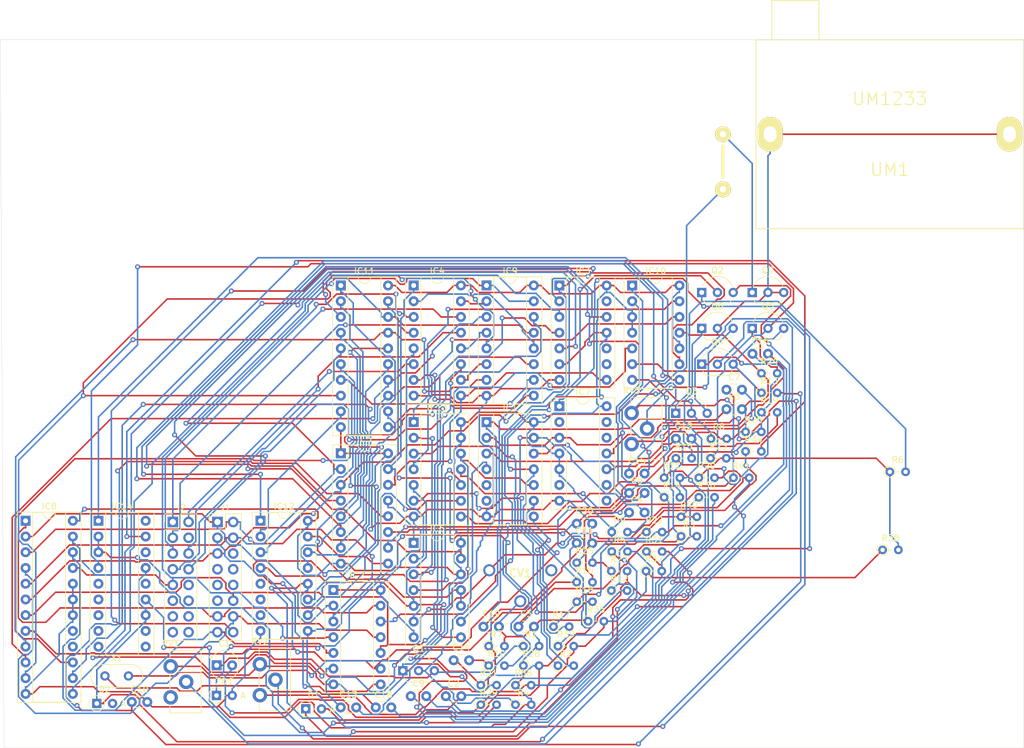
<source format=kicad_pcb>
(kicad_pcb (version 20171130) (host pcbnew "(5.1.5)-3")
  (layers (0 F.Cu signal) (31 B.Cu signal) (34 B.Paste user) (35 F.Paste user) (36 B.SilkS user) (37 F.SilkS user) (38 B.Mask user) (39 F.Mask user) (44 Edge.Cuts user))
  (net 0 "")
  (net 1 /Video)
  (net 2 "Net-(C1-Pad1)")
  (net 3 "Net-(C2-Pad1)")
  (net 4 GND)
  (net 5 "Net-(C3-Pad1)")
  (net 6 "Net-(C4-Pad2)")
  (net 7 VCC)
  (net 8 "Net-(C5-Pad1)")
  (net 9 "Net-(C6-Pad2)")
  (net 10 "Net-(C6-Pad1)")
  (net 11 "Net-(C7-Pad2)")
  (net 12 "Net-(C7-Pad1)")
  (net 13 "Net-(C9-Pad2)")
  (net 14 "Net-(C9-Pad1)")
  (net 15 "Net-(C10-Pad1)")
  (net 16 "Net-(C11-Pad1)")
  (net 17 "Net-(C12-Pad1)")
  (net 18 "Net-(C13-Pad2)")
  (net 19 "Net-(C13-Pad1)")
  (net 20 /R.Y)
  (net 21 "Net-(C15-Pad2)")
  (net 22 "Net-(C15-Pad1)")
  (net 23 "Net-(C16-Pad1)")
  (net 24 "Net-(C18-Pad1)")
  (net 25 "Net-(C19-Pad1)")
  (net 26 "Net-(C20-Pad1)")
  (net 27 "Net-(CV1-Pad1)")
  (net 28 "Net-(D1-Pad2)")
  (net 29 "Net-(D1-Pad1)")
  (net 30 +12V)
  (net 31 "Net-(IC1-Pad10)")
  (net 32 /V2)
  (net 33 "Net-(IC1-Pad8)")
  (net 34 /H3)
  (net 35 "Net-(IC2-Pad6)")
  (net 36 "Net-(IC2-Pad12)")
  (net 37 /H1)
  (net 38 /H2)
  (net 39 /~WE)
  (net 40 /H4)
  (net 41 /V1)
  (net 42 /V0)
  (net 43 "Net-(IC2-Pad8)")
  (net 44 "Net-(IC3-Pad13)")
  (net 45 /D7)
  (net 46 "Net-(IC3-Pad10)")
  (net 47 /V3)
  (net 48 "Net-(IC3-Pad9)")
  (net 49 /V4)
  (net 50 "Net-(IC3-Pad8)")
  (net 51 /H0)
  (net 52 /D0)
  (net 53 "Net-(IC4-Pad7)")
  (net 54 /D5)
  (net 55 /D1)
  (net 56 "Net-(IC4-Pad12)")
  (net 57 "Net-(IC4-Pad5)")
  (net 58 /D6)
  (net 59 /D2)
  (net 60 "Net-(IC4-Pad10)")
  (net 61 /D4)
  (net 62 "Net-(IC4-Pad2)")
  (net 63 "Net-(IC11-Pad1)")
  (net 64 "Net-(IC5-Pad13)")
  (net 65 "Net-(IC10-Pad8)")
  (net 66 "Net-(IC11-Pad2)")
  (net 67 "Net-(IC10-Pad6)")
  (net 68 "Net-(IC12-Pad15)")
  (net 69 "Net-(IC11-Pad5)")
  (net 70 "Net-(IC13-Pad2)")
  (net 71 /R)
  (net 72 "Net-(IC11-Pad4)")
  (net 73 "Net-(IC6-Pad3)")
  (net 74 "Net-(IC11-Pad11)")
  (net 75 "Net-(IC7-Pad6)")
  (net 76 "Net-(IC7-Pad9)")
  (net 77 "Net-(IC11-Pad13)")
  (net 78 "Net-(IC11-Pad18)")
  (net 79 "Net-(IC11-Pad8)")
  (net 80 "Net-(IC11-Pad14)")
  (net 81 "Net-(IC11-Pad17)")
  (net 82 "Net-(IC11-Pad7)")
  (net 83 "Net-(IC4-Pad15)")
  (net 84 "Net-(IC10-Pad13)")
  (net 85 "Net-(IC10-Pad12)")
  (net 86 "Net-(IC10-Pad9)")
  (net 87 "Net-(IC11-Pad6)")
  (net 88 "Net-(IC11-Pad12)")
  (net 89 "Net-(IC11-Pad9)")
  (net 90 "Net-(IC12-Pad7)")
  (net 91 "Net-(IC11-Pad15)")
  (net 92 "Net-(IC12-Pad6)")
  (net 93 /B)
  (net 94 "Net-(IC12-Pad5)")
  (net 95 "Net-(IC11-Pad16)")
  (net 96 "Net-(IC11-Pad19)")
  (net 97 /G)
  (net 98 "Net-(IC12-Pad1)")
  (net 99 "Net-(IC13-Pad6)")
  (net 100 "Net-(IC13-Pad11)")
  (net 101 "Net-(IC13-Pad3)")
  (net 102 "Net-(IC13-Pad8)")
  (net 103 "Net-(IC14-Pad14)")
  (net 104 "Net-(IC14-Pad7)")
  (net 105 "Net-(IC14-Pad13)")
  (net 106 "Net-(IC14-Pad6)")
  (net 107 "Net-(IC14-Pad5)")
  (net 108 "Net-(IC14-Pad11)")
  (net 109 "Net-(IC14-Pad4)")
  (net 110 "Net-(IC14-Pad10)")
  (net 111 "Net-(IC14-Pad9)")
  (net 112 "Net-(IC14-Pad8)")
  (net 113 "Net-(J1-Pad11)")
  (net 114 "Net-(J1-Pad10)")
  (net 115 "Net-(J1-Pad9)")
  (net 116 "Net-(J1-Pad8)")
  (net 117 "Net-(J1-Pad7)")
  (net 118 "Net-(J1-Pad6)")
  (net 119 "Net-(J2-Pad16)")
  (net 120 "Net-(J2-Pad15)")
  (net 121 "Net-(J2-Pad14)")
  (net 122 "Net-(J2-Pad13)")
  (net 123 "Net-(J2-Pad12)")
  (net 124 "Net-(J2-Pad11)")
  (net 125 "Net-(J2-Pad10)")
  (net 126 /D3)
  (net 127 "Net-(Q2-Pad1)")
  (net 128 "Net-(Q2-Pad2)")
  (net 129 "Net-(Q3-Pad3)")
  (net 130 "Net-(Q4-Pad1)")
  (net 131 "Net-(Q4-Pad3)")
  (net 132 "Net-(Q5-Pad1)")
  (net 133 "Net-(Q6-Pad1)")
  (net 134 "Net-(Q6-Pad3)")
  (net 135 "Net-(Q7-Pad1)")
  (net 136 "Net-(IC14-Pad17)")
  (net 137 "Net-(IC8-Pad17)")
  (net 138 "Net-(IC8-Pad16)")
  (net 139 "Net-(IC14-Pad18)")
  (net 140 "Net-(IC14-Pad16)")
  (module Diode_THT:D_DO-34_SOD68_P2.54mm_Vertical_AnodeUp (layer F.Cu) (at 85.6934 143.936)
    (fp_text reference ZD1 (at 1.27 -2.25566) (layer F.SilkS))
    (fp_text value "4V7 zener, 500")
    (fp_text user A (at 4.29 0) (layer F.SilkS))
    (pad 2 thru_hole oval (at 2.54 0) (size 1.5 1.5) (drill 0.75) (layers *.Cu *.Mask) (net 4 GND))
    (pad 1 thru_hole rect (at 0 0) (size 1.5 1.5) (drill 0.75) (layers *.Cu *.Mask) (net 26 "Net-(C20-Pad1)"))
  )
  (module Crystal:Crystal_HC52-8mm_Vertical (layer F.Cu) (at 67.7027 140.785)
    (fp_text reference X1 (at 1.9 -2.85) (layer F.SilkS))
    (fp_text value "4.4336 MHz")
    (pad 2 thru_hole circle (at 3.8 0) (size 1.5 1.5) (drill 0.8) (layers *.Cu *.Mask) (net 27 "Net-(CV1-Pad1)"))
    (pad 1 thru_hole circle (at 0 0) (size 1.5 1.5) (drill 0.8) (layers *.Cu *.Mask) (net 24 "Net-(C18-Pad1)"))
  )
  (module aaaafootprints:UM1233 (layer F.Cu) (at 194.31 53.34 180)
    (fp_text reference UM1 (at 0 -5.715) (layer F.SilkS) (effects (font (size 2.032 2.032) (thickness 0.2032))))
    (fp_text value UM1233 (at 0 5.715) (layer F.SilkS) (effects (font (size 2.032 2.032) (thickness 0.2032))))
    (pad 3 thru_hole oval (at -19.304 0 180) (size 4.064 5.588) (drill oval 2.032 2.54) (layers *.Cu *.Mask F.SilkS) (net 4 GND) (clearance 0.508))
    (pad 3 thru_hole oval (at 19.304 0 180) (size 4.064 5.588) (drill oval 2.032 2.54) (layers *.Cu *.Mask F.SilkS) (net 4 GND) (clearance 0.508))
    (pad 2 thru_hole circle (at 26.924 0 180) (size 2.54 2.54) (drill 1.016) (layers *.Cu *.Mask F.SilkS) (net 135 "Net-(Q7-Pad1)") (clearance 0.508))
    (pad 1 thru_hole circle (at 26.924 -8.89 180) (size 2.54 2.54) (drill 1.016) (layers *.Cu *.Mask F.SilkS) (net 26 "Net-(C20-Pad1)"))
  )
  (module Potentiometer_THT:Potentiometer_ACP_CA9-H2,5_Horizontal (layer F.Cu) (at 152.653 98.355)
    (fp_text reference RV3 (at 0 -3.65) (layer F.SilkS))
    (fp_text value 1K0)
    (pad 1 thru_hole circle (at 0 0) (size 2.34 2.34) (drill 1.3) (layers *.Cu *.Mask) (net 26 "Net-(C20-Pad1)"))
    (pad 2 thru_hole circle (at 2.5 2.5) (size 2.34 2.34) (drill 1.3) (layers *.Cu *.Mask) (net 134 "Net-(Q6-Pad3)"))
    (pad 3 thru_hole circle (at 0 5) (size 2.34 2.34) (drill 1.3) (layers *.Cu *.Mask) (net 4 GND))
  )
  (module Potentiometer_THT:Potentiometer_ACP_CA9-H2,5_Horizontal (layer F.Cu) (at 92.7027 138.885)
    (fp_text reference RV2 (at 0 -3.65) (layer F.SilkS))
    (fp_text value 1K0)
    (pad 1 thru_hole circle (at 0 0) (size 2.34 2.34) (drill 1.3) (layers *.Cu *.Mask) (net 7 VCC))
    (pad 2 thru_hole circle (at 2.5 2.5) (size 2.34 2.34) (drill 1.3) (layers *.Cu *.Mask) (net 129 "Net-(Q3-Pad3)"))
    (pad 3 thru_hole circle (at 0 5) (size 2.34 2.34) (drill 1.3) (layers *.Cu *.Mask) (net 128 "Net-(Q2-Pad2)"))
  )
  (module Potentiometer_THT:Potentiometer_ACP_CA9-H2,5_Horizontal (layer F.Cu) (at 78.3027 139.235)
    (fp_text reference RV1 (at 0 -3.65) (layer F.SilkS))
    (fp_text value 10K)
    (pad 1 thru_hole circle (at 0 0) (size 2.34 2.34) (drill 1.3) (layers *.Cu *.Mask) (net 7 VCC))
    (pad 2 thru_hole circle (at 2.5 2.5) (size 2.34 2.34) (drill 1.3) (layers *.Cu *.Mask) (net 12 "Net-(C7-Pad1)"))
    (pad 3 thru_hole circle (at 0 5) (size 2.34 2.34) (drill 1.3) (layers *.Cu *.Mask))
  )
  (module Resistor_THT:R_Axial_DIN0204_L3.6mm_D1.6mm_P2.54mm_Vertical (layer F.Cu) (at 169.083 108.795)
    (fp_text reference R41 (at 1.27 -1.92) (layer F.SilkS))
    (fp_text value 220)
    (pad 2 thru_hole oval (at 2.54 0) (size 1.4 1.4) (drill 0.7) (layers *.Cu *.Mask) (net 25 "Net-(C19-Pad1)"))
    (pad 1 thru_hole circle (at 0 0) (size 1.4 1.4) (drill 0.7) (layers *.Cu *.Mask) (net 26 "Net-(C20-Pad1)"))
  )
  (module Resistor_THT:R_Axial_DIN0204_L3.6mm_D1.6mm_P2.54mm_Vertical (layer F.Cu) (at 160.633 115.095)
    (fp_text reference R40 (at 1.27 -1.92) (layer F.SilkS))
    (fp_text value 3K6)
    (pad 2 thru_hole oval (at 2.54 0) (size 1.4 1.4) (drill 0.7) (layers *.Cu *.Mask) (net 4 GND))
    (pad 1 thru_hole circle (at 0 0) (size 1.4 1.4) (drill 0.7) (layers *.Cu *.Mask) (net 4 GND))
  )
  (module Resistor_THT:R_Axial_DIN0204_L3.6mm_D1.6mm_P2.54mm_Vertical (layer F.Cu) (at 140.783 135.975)
    (fp_text reference R39 (at 1.27 -1.92) (layer F.SilkS))
    (fp_text value 1K8)
    (pad 2 thru_hole oval (at 2.54 0) (size 1.4 1.4) (drill 0.7) (layers *.Cu *.Mask) (net 105 "Net-(IC14-Pad13)"))
    (pad 1 thru_hole circle (at 0 0) (size 1.4 1.4) (drill 0.7) (layers *.Cu *.Mask) (net 133 "Net-(Q6-Pad1)"))
  )
  (module Resistor_THT:R_Axial_DIN0204_L3.6mm_D1.6mm_P2.54mm_Vertical (layer F.Cu) (at 193.143 120.435)
    (fp_text reference R38 (at 1.27 -1.92) (layer F.SilkS))
    (fp_text value 2K2)
    (pad 2 thru_hole oval (at 2.54 0) (size 1.4 1.4) (drill 0.7) (layers *.Cu *.Mask) (net 7 VCC))
    (pad 1 thru_hole circle (at 0 0) (size 1.4 1.4) (drill 0.7) (layers *.Cu *.Mask) (net 105 "Net-(IC14-Pad13)"))
  )
  (module Resistor_THT:R_Axial_DIN0204_L3.6mm_D1.6mm_P2.54mm_Vertical (layer F.Cu) (at 154.983 123.855)
    (fp_text reference R37 (at 1.27 -1.92) (layer F.SilkS))
    (fp_text value 2K2)
    (pad 2 thru_hole oval (at 2.54 0) (size 1.4 1.4) (drill 0.7) (layers *.Cu *.Mask) (net 28 "Net-(D1-Pad2)"))
    (pad 1 thru_hole circle (at 0 0) (size 1.4 1.4) (drill 0.7) (layers *.Cu *.Mask) (net 105 "Net-(IC14-Pad13)"))
  )
  (module Resistor_THT:R_Axial_DIN0204_L3.6mm_D1.6mm_P2.54mm_Vertical (layer F.Cu) (at 133.923 142.275)
    (fp_text reference R36 (at 1.27 -1.92) (layer F.SilkS))
    (fp_text value 15k)
    (pad 2 thru_hole oval (at 2.54 0) (size 1.4 1.4) (drill 0.7) (layers *.Cu *.Mask) (net 28 "Net-(D1-Pad2)"))
    (pad 1 thru_hole circle (at 0 0) (size 1.4 1.4) (drill 0.7) (layers *.Cu *.Mask) (net 4 GND))
  )
  (module Resistor_THT:R_Axial_DIN0204_L3.6mm_D1.6mm_P2.54mm_Vertical (layer F.Cu) (at 145.643 131.955)
    (fp_text reference R35 (at 1.27 -1.92) (layer F.SilkS))
    (fp_text value 3k3)
    (pad 2 thru_hole oval (at 2.54 0) (size 1.4 1.4) (drill 0.7) (layers *.Cu *.Mask) (net 105 "Net-(IC14-Pad13)"))
    (pad 1 thru_hole circle (at 0 0) (size 1.4 1.4) (drill 0.7) (layers *.Cu *.Mask) (net 4 GND))
  )
  (module Resistor_THT:R_Axial_DIN0204_L3.6mm_D1.6mm_P2.54mm_Vertical (layer F.Cu) (at 171.043 104.535)
    (fp_text reference R34 (at 1.27 -1.92) (layer F.SilkS))
    (fp_text value 1K0)
    (pad 2 thru_hole oval (at 2.54 0) (size 1.4 1.4) (drill 0.7) (layers *.Cu *.Mask) (net 136 "Net-(IC14-Pad17)"))
    (pad 1 thru_hole circle (at 0 0) (size 1.4 1.4) (drill 0.7) (layers *.Cu *.Mask) (net 27 "Net-(CV1-Pad1)"))
  )
  (module Resistor_THT:R_Axial_DIN0204_L3.6mm_D1.6mm_P2.54mm_Vertical (layer F.Cu) (at 155.043 120.705)
    (fp_text reference R31 (at 1.27 -1.92) (layer F.SilkS))
    (fp_text value 1K0)
    (pad 2 thru_hole oval (at 2.54 0) (size 1.4 1.4) (drill 0.7) (layers *.Cu *.Mask) (net 93 /B))
    (pad 1 thru_hole circle (at 0 0) (size 1.4 1.4) (drill 0.7) (layers *.Cu *.Mask) (net 28 "Net-(D1-Pad2)"))
  )
  (module Resistor_THT:R_Axial_DIN0204_L3.6mm_D1.6mm_P2.54mm_Vertical (layer F.Cu) (at 163.493 111.945)
    (fp_text reference R30 (at 1.27 -1.92) (layer F.SilkS))
    (fp_text value 15K)
    (pad 2 thru_hole oval (at 2.54 0) (size 1.4 1.4) (drill 0.7) (layers *.Cu *.Mask) (net 71 /R))
    (pad 1 thru_hole circle (at 0 0) (size 1.4 1.4) (drill 0.7) (layers *.Cu *.Mask) (net 28 "Net-(D1-Pad2)"))
  )
  (module Resistor_THT:R_Axial_DIN0204_L3.6mm_D1.6mm_P2.54mm_Vertical (layer F.Cu) (at 128.333 145.425)
    (fp_text reference R29 (at 1.27 -1.92) (layer F.SilkS))
    (fp_text value 1K0)
    (pad 2 thru_hole oval (at 2.54 0) (size 1.4 1.4) (drill 0.7) (layers *.Cu *.Mask) (net 97 /G))
    (pad 1 thru_hole circle (at 0 0) (size 1.4 1.4) (drill 0.7) (layers *.Cu *.Mask) (net 28 "Net-(D1-Pad2)"))
  )
  (module Resistor_THT:R_Axial_DIN0204_L3.6mm_D1.6mm_P2.54mm_Vertical (layer F.Cu) (at 135.193 139.125)
    (fp_text reference R28 (at 1.27 -1.92) (layer F.SilkS))
    (fp_text value 3K9)
    (pad 2 thru_hole oval (at 2.54 0) (size 1.4 1.4) (drill 0.7) (layers *.Cu *.Mask) (net 20 /R.Y))
    (pad 1 thru_hole circle (at 0 0) (size 1.4 1.4) (drill 0.7) (layers *.Cu *.Mask) (net 4 GND))
  )
  (module Resistor_THT:R_Axial_DIN0204_L3.6mm_D1.6mm_P2.54mm_Vertical (layer F.Cu) (at 149.393 123.855)
    (fp_text reference R27 (at 1.27 -1.92) (layer F.SilkS))
    (fp_text value 1K0)
    (pad 2 thru_hole oval (at 2.54 0) (size 1.4 1.4) (drill 0.7) (layers *.Cu *.Mask) (net 20 /R.Y))
    (pad 1 thru_hole circle (at 0 0) (size 1.4 1.4) (drill 0.7) (layers *.Cu *.Mask) (net 7 VCC))
  )
  (module Resistor_THT:R_Axial_DIN0204_L3.6mm_D1.6mm_P2.54mm_Vertical (layer F.Cu) (at 171.043 101.385)
    (fp_text reference R26 (at 1.27 -1.92) (layer F.SilkS))
    (fp_text value 1K2)
    (pad 2 thru_hole oval (at 2.54 0) (size 1.4 1.4) (drill 0.7) (layers *.Cu *.Mask) (net 131 "Net-(Q4-Pad3)"))
    (pad 1 thru_hole circle (at 0 0) (size 1.4 1.4) (drill 0.7) (layers *.Cu *.Mask) (net 4 GND))
  )
  (module Resistor_THT:R_Axial_DIN0204_L3.6mm_D1.6mm_P2.54mm_Vertical (layer F.Cu) (at 143.803 122.505)
    (fp_text reference R25 (at 1.27 -1.92) (layer F.SilkS))
    (fp_text value 1K0)
    (pad 2 thru_hole oval (at 2.54 0) (size 1.4 1.4) (drill 0.7) (layers *.Cu *.Mask) (net 7 VCC))
    (pad 1 thru_hole circle (at 0 0) (size 1.4 1.4) (drill 0.7) (layers *.Cu *.Mask) (net 131 "Net-(Q4-Pad3)"))
  )
  (module Resistor_THT:R_Axial_DIN0204_L3.6mm_D1.6mm_P2.54mm_Vertical (layer F.Cu) (at 173.603 91.935)
    (fp_text reference R24 (at 1.27 -1.92) (layer F.SilkS))
    (fp_text value 10K)
    (pad 2 thru_hole oval (at 2.54 0) (size 1.4 1.4) (drill 0.7) (layers *.Cu *.Mask) (net 132 "Net-(Q5-Pad1)"))
    (pad 1 thru_hole circle (at 0 0) (size 1.4 1.4) (drill 0.7) (layers *.Cu *.Mask) (net 4 GND))
  )
  (module Resistor_THT:R_Axial_DIN0204_L3.6mm_D1.6mm_P2.54mm_Vertical (layer F.Cu) (at 165.393 105.645)
    (fp_text reference R23 (at 1.27 -1.92) (layer F.SilkS))
    (fp_text value 1K0)
    (pad 2 thru_hole oval (at 2.54 0) (size 1.4 1.4) (drill 0.7) (layers *.Cu *.Mask) (net 7 VCC))
    (pad 1 thru_hole circle (at 0 0) (size 1.4 1.4) (drill 0.7) (layers *.Cu *.Mask) (net 109 "Net-(IC14-Pad4)"))
  )
  (module Resistor_THT:R_Axial_DIN0204_L3.6mm_D1.6mm_P2.54mm_Vertical (layer F.Cu) (at 155.043 117.555)
    (fp_text reference R22 (at 1.27 -1.92) (layer F.SilkS))
    (fp_text value 10K)
    (pad 2 thru_hole oval (at 2.54 0) (size 1.4 1.4) (drill 0.7) (layers *.Cu *.Mask) (net 130 "Net-(Q4-Pad1)"))
    (pad 1 thru_hole circle (at 0 0) (size 1.4 1.4) (drill 0.7) (layers *.Cu *.Mask) (net 4 GND))
  )
  (module Resistor_THT:R_Axial_DIN0204_L3.6mm_D1.6mm_P2.54mm_Vertical (layer F.Cu) (at 128.333 142.275)
    (fp_text reference R21 (at 1.27 -1.92) (layer F.SilkS))
    (fp_text value 1K0)
    (pad 2 thru_hole oval (at 2.54 0) (size 1.4 1.4) (drill 0.7) (layers *.Cu *.Mask) (net 7 VCC))
    (pad 1 thru_hole circle (at 0 0) (size 1.4 1.4) (drill 0.7) (layers *.Cu *.Mask) (net 20 /R.Y))
  )
  (module Resistor_THT:R_Axial_DIN0204_L3.6mm_D1.6mm_P2.54mm_Vertical (layer F.Cu) (at 163.493 108.795)
    (fp_text reference R20 (at 1.27 -1.92) (layer F.SilkS))
    (fp_text value 1K0)
    (pad 2 thru_hole oval (at 2.54 0) (size 1.4 1.4) (drill 0.7) (layers *.Cu *.Mask) (net 100 "Net-(IC13-Pad11)"))
    (pad 1 thru_hole circle (at 0 0) (size 1.4 1.4) (drill 0.7) (layers *.Cu *.Mask) (net 132 "Net-(Q5-Pad1)"))
  )
  (module Resistor_THT:R_Axial_DIN0204_L3.6mm_D1.6mm_P2.54mm_Vertical (layer F.Cu) (at 173.603 98.235)
    (fp_text reference R19 (at 1.27 -1.92) (layer F.SilkS))
    (fp_text value 1K0)
    (pad 2 thru_hole oval (at 2.54 0) (size 1.4 1.4) (drill 0.7) (layers *.Cu *.Mask) (net 102 "Net-(IC13-Pad8)"))
    (pad 1 thru_hole circle (at 0 0) (size 1.4 1.4) (drill 0.7) (layers *.Cu *.Mask) (net 132 "Net-(Q5-Pad1)"))
  )
  (module Resistor_THT:R_Axial_DIN0204_L3.6mm_D1.6mm_P2.54mm_Vertical (layer F.Cu) (at 143.803 128.805)
    (fp_text reference R18 (at 1.27 -1.92) (layer F.SilkS))
    (fp_text value 1K0)
    (pad 2 thru_hole oval (at 2.54 0) (size 1.4 1.4) (drill 0.7) (layers *.Cu *.Mask) (net 101 "Net-(IC13-Pad3)"))
    (pad 1 thru_hole circle (at 0 0) (size 1.4 1.4) (drill 0.7) (layers *.Cu *.Mask) (net 130 "Net-(Q4-Pad1)"))
  )
  (module Resistor_THT:R_Axial_DIN0204_L3.6mm_D1.6mm_P2.54mm_Vertical (layer F.Cu) (at 140.053 132.825)
    (fp_text reference R17 (at 1.27 -1.92) (layer F.SilkS))
    (fp_text value 1K0)
    (pad 2 thru_hole oval (at 2.54 0) (size 1.4 1.4) (drill 0.7) (layers *.Cu *.Mask) (net 99 "Net-(IC13-Pad6)"))
    (pad 1 thru_hole circle (at 0 0) (size 1.4 1.4) (drill 0.7) (layers *.Cu *.Mask) (net 130 "Net-(Q4-Pad1)"))
  )
  (module Resistor_THT:R_Axial_DIN0204_L3.6mm_D1.6mm_P2.54mm_Vertical (layer F.Cu) (at 143.803 125.655)
    (fp_text reference R16 (at 1.27 -1.92) (layer F.SilkS))
    (fp_text value 1K0)
    (pad 2 thru_hole oval (at 2.54 0) (size 1.4 1.4) (drill 0.7) (layers *.Cu *.Mask) (net 4 GND))
    (pad 1 thru_hole circle (at 0 0) (size 1.4 1.4) (drill 0.7) (layers *.Cu *.Mask) (net 19 "Net-(C13-Pad1)"))
  )
  (module Resistor_THT:R_Axial_DIN0204_L3.6mm_D1.6mm_P2.54mm_Vertical (layer F.Cu) (at 159.803 105.645)
    (fp_text reference R15 (at 1.27 -1.92) (layer F.SilkS))
    (fp_text value 1K0)
    (pad 2 thru_hole oval (at 2.54 0) (size 1.4 1.4) (drill 0.7) (layers *.Cu *.Mask) (net 19 "Net-(C13-Pad1)"))
    (pad 1 thru_hole circle (at 0 0) (size 1.4 1.4) (drill 0.7) (layers *.Cu *.Mask) (net 7 VCC))
  )
  (module Resistor_THT:R_Axial_DIN0204_L3.6mm_D1.6mm_P2.54mm_Vertical (layer F.Cu) (at 157.903 111.945)
    (fp_text reference R14 (at 1.27 -1.92) (layer F.SilkS))
    (fp_text value 820)
    (pad 2 thru_hole oval (at 2.54 0) (size 1.4 1.4) (drill 0.7) (layers *.Cu *.Mask) (net 17 "Net-(C12-Pad1)"))
    (pad 1 thru_hole circle (at 0 0) (size 1.4 1.4) (drill 0.7) (layers *.Cu *.Mask) (net 29 "Net-(D1-Pad1)"))
  )
  (module Resistor_THT:R_Axial_DIN0204_L3.6mm_D1.6mm_P2.54mm_Vertical (layer F.Cu) (at 173.603 95.085)
    (fp_text reference R13 (at 1.27 -1.92) (layer F.SilkS))
    (fp_text value 1K0)
    (pad 2 thru_hole oval (at 2.54 0) (size 1.4 1.4) (drill 0.7) (layers *.Cu *.Mask) (net 15 "Net-(C10-Pad1)"))
    (pad 1 thru_hole circle (at 0 0) (size 1.4 1.4) (drill 0.7) (layers *.Cu *.Mask) (net 67 "Net-(IC10-Pad6)"))
  )
  (module Resistor_THT:R_Axial_DIN0204_L3.6mm_D1.6mm_P2.54mm_Vertical (layer F.Cu) (at 149.393 127.005)
    (fp_text reference R12 (at 1.27 -1.92) (layer F.SilkS))
    (fp_text value 1K0)
    (pad 2 thru_hole oval (at 2.54 0) (size 1.4 1.4) (drill 0.7) (layers *.Cu *.Mask) (net 16 "Net-(C11-Pad1)"))
    (pad 1 thru_hole circle (at 0 0) (size 1.4 1.4) (drill 0.7) (layers *.Cu *.Mask) (net 29 "Net-(D1-Pad1)"))
  )
  (module Resistor_THT:R_Axial_DIN0204_L3.6mm_D1.6mm_P2.54mm_Vertical (layer F.Cu) (at 157.903 108.795)
    (fp_text reference R11 (at 1.27 -1.92) (layer F.SilkS))
    (fp_text value 1K0)
    (pad 2 thru_hole oval (at 2.54 0) (size 1.4 1.4) (drill 0.7) (layers *.Cu *.Mask) (net 4 GND))
    (pad 1 thru_hole circle (at 0 0) (size 1.4 1.4) (drill 0.7) (layers *.Cu *.Mask) (net 14 "Net-(C9-Pad1)"))
  )
  (module Resistor_THT:R_Axial_DIN0204_L3.6mm_D1.6mm_P2.54mm_Vertical (layer F.Cu) (at 129.603 139.125)
    (fp_text reference R10 (at 1.27 -1.92) (layer F.SilkS))
    (fp_text value 1K0)
    (pad 2 thru_hole oval (at 2.54 0) (size 1.4 1.4) (drill 0.7) (layers *.Cu *.Mask) (net 10 "Net-(C6-Pad1)"))
    (pad 1 thru_hole circle (at 0 0) (size 1.4 1.4) (drill 0.7) (layers *.Cu *.Mask) (net 4 GND))
  )
  (module Resistor_THT:R_Axial_DIN0204_L3.6mm_D1.6mm_P2.54mm_Vertical (layer F.Cu) (at 149.453 117.555)
    (fp_text reference R9 (at 1.27 -1.92) (layer F.SilkS))
    (fp_text value 1K0)
    (pad 2 thru_hole oval (at 2.54 0) (size 1.4 1.4) (drill 0.7) (layers *.Cu *.Mask) (net 10 "Net-(C6-Pad1)"))
    (pad 1 thru_hole circle (at 0 0) (size 1.4 1.4) (drill 0.7) (layers *.Cu *.Mask) (net 7 VCC))
  )
  (module Resistor_THT:R_Axial_DIN0204_L3.6mm_D1.6mm_P2.54mm_Vertical (layer F.Cu) (at 165.453 102.495)
    (fp_text reference R8 (at 1.27 -1.92) (layer F.SilkS))
    (fp_text value 1K0)
    (pad 2 thru_hole oval (at 2.54 0) (size 1.4 1.4) (drill 0.7) (layers *.Cu *.Mask) (net 4 GND))
    (pad 1 thru_hole circle (at 0 0) (size 1.4 1.4) (drill 0.7) (layers *.Cu *.Mask) (net 98 "Net-(IC12-Pad1)"))
  )
  (module Resistor_THT:R_Axial_DIN0204_L3.6mm_D1.6mm_P2.54mm_Vertical (layer F.Cu) (at 129.603 135.975)
    (fp_text reference R7 (at 1.27 -1.92) (layer F.SilkS))
    (fp_text value 470)
    (pad 2 thru_hole oval (at 2.54 0) (size 1.4 1.4) (drill 0.7) (layers *.Cu *.Mask) (net 4 GND))
    (pad 1 thru_hole circle (at 0 0) (size 1.4 1.4) (drill 0.7) (layers *.Cu *.Mask) (net 128 "Net-(Q2-Pad2)"))
  )
  (module Resistor_THT:R_Axial_DIN0204_L3.6mm_D1.6mm_P2.54mm_Vertical (layer F.Cu) (at 194.313 107.835)
    (fp_text reference R6 (at 1.27 -1.92) (layer F.SilkS))
    (fp_text value 470)
    (pad 2 thru_hole oval (at 2.54 0) (size 1.4 1.4) (drill 0.7) (layers *.Cu *.Mask) (net 127 "Net-(Q2-Pad1)"))
    (pad 1 thru_hole circle (at 0 0) (size 1.4 1.4) (drill 0.7) (layers *.Cu *.Mask) (net 7 VCC))
  )
  (module Resistor_THT:R_Axial_DIN0204_L3.6mm_D1.6mm_P2.54mm_Vertical (layer F.Cu) (at 149.453 120.705)
    (fp_text reference R5 (at 1.27 -1.92) (layer F.SilkS))
    (fp_text value 1K0)
    (pad 2 thru_hole oval (at 2.54 0) (size 1.4 1.4) (drill 0.7) (layers *.Cu *.Mask) (net 1 /Video))
    (pad 1 thru_hole circle (at 0 0) (size 1.4 1.4) (drill 0.7) (layers *.Cu *.Mask) (net 3 "Net-(C2-Pad1)"))
  )
  (module Resistor_THT:R_Axial_DIN0204_L3.6mm_D1.6mm_P2.54mm_Vertical (layer F.Cu) (at 133.923 145.425)
    (fp_text reference R4 (at 1.27 -1.92) (layer F.SilkS))
    (fp_text value 1k0)
    (pad 2 thru_hole oval (at 2.54 0) (size 1.4 1.4) (drill 0.7) (layers *.Cu *.Mask) (net 4 GND))
    (pad 1 thru_hole circle (at 0 0) (size 1.4 1.4) (drill 0.7) (layers *.Cu *.Mask) (net 5 "Net-(C3-Pad1)"))
  )
  (module Resistor_THT:R_Axial_DIN0204_L3.6mm_D1.6mm_P2.54mm_Vertical (layer F.Cu) (at 160.633 118.245)
    (fp_text reference R3 (at 1.27 -1.92) (layer F.SilkS))
    (fp_text value 1K0)
    (pad 2 thru_hole oval (at 2.54 0) (size 1.4 1.4) (drill 0.7) (layers *.Cu *.Mask) (net 8 "Net-(C5-Pad1)"))
    (pad 1 thru_hole circle (at 0 0) (size 1.4 1.4) (drill 0.7) (layers *.Cu *.Mask) (net 7 VCC))
  )
  (module Resistor_THT:R_Axial_DIN0204_L3.6mm_D1.6mm_P2.54mm_Vertical (layer F.Cu) (at 140.783 139.125)
    (fp_text reference R2 (at 1.27 -1.92) (layer F.SilkS))
    (fp_text value 1K0)
    (pad 2 thru_hole oval (at 2.54 0) (size 1.4 1.4) (drill 0.7) (layers *.Cu *.Mask) (net 33 "Net-(IC1-Pad8)"))
    (pad 1 thru_hole circle (at 0 0) (size 1.4 1.4) (drill 0.7) (layers *.Cu *.Mask) (net 6 "Net-(C4-Pad2)"))
  )
  (module Resistor_THT:R_Axial_DIN0204_L3.6mm_D1.6mm_P2.54mm_Vertical (layer F.Cu) (at 135.193 135.975)
    (fp_text reference R1 (at 1.27 -1.92) (layer F.SilkS))
    (fp_text value 170k)
    (pad 2 thru_hole oval (at 2.54 0) (size 1.4 1.4) (drill 0.7) (layers *.Cu *.Mask) (net 4 GND))
    (pad 1 thru_hole circle (at 0 0) (size 1.4 1.4) (drill 0.7) (layers *.Cu *.Mask) (net 2 "Net-(C1-Pad1)"))
  )
  (module Package_TO_SOT_THT:TO-92_Inline_Wide (layer F.Cu) (at 172.113 78.885)
    (fp_text reference Q7 (at 2.54 -3.56) (layer F.SilkS))
    (fp_text value BC214L)
    (pad 1 thru_hole rect (at 0 0 90) (size 1.5 1.5) (drill 0.8) (layers *.Cu *.Mask) (net 135 "Net-(Q7-Pad1)"))
    (pad 3 thru_hole circle (at 5.08 0 90) (size 1.5 1.5) (drill 0.8) (layers *.Cu *.Mask) (net 4 GND))
    (pad 2 thru_hole circle (at 2.54 0 90) (size 1.5 1.5) (drill 0.8) (layers *.Cu *.Mask) (net 4 GND))
  )
  (module Package_TO_SOT_THT:TO-92_Inline_Wide (layer F.Cu) (at 163.963 84.675)
    (fp_text reference Q6 (at 2.54 -3.56) (layer F.SilkS))
    (fp_text value BC214L)
    (pad 1 thru_hole rect (at 0 0 90) (size 1.5 1.5) (drill 0.8) (layers *.Cu *.Mask) (net 133 "Net-(Q6-Pad1)"))
    (pad 3 thru_hole circle (at 5.08 0 90) (size 1.5 1.5) (drill 0.8) (layers *.Cu *.Mask) (net 134 "Net-(Q6-Pad3)"))
    (pad 2 thru_hole circle (at 2.54 0 90) (size 1.5 1.5) (drill 0.8) (layers *.Cu *.Mask) (net 4 GND))
  )
  (module Package_TO_SOT_THT:TO-92_Inline_Wide (layer F.Cu) (at 172.113 84.675)
    (fp_text reference Q5 (at 2.54 -3.56) (layer F.SilkS))
    (fp_text value BCl82L)
    (pad 1 thru_hole rect (at 0 0 90) (size 1.5 1.5) (drill 0.8) (layers *.Cu *.Mask) (net 132 "Net-(Q5-Pad1)"))
    (pad 3 thru_hole circle (at 5.08 0 90) (size 1.5 1.5) (drill 0.8) (layers *.Cu *.Mask) (net 131 "Net-(Q4-Pad3)"))
    (pad 2 thru_hole circle (at 2.54 0 90) (size 1.5 1.5) (drill 0.8) (layers *.Cu *.Mask) (net 109 "Net-(IC14-Pad4)"))
  )
  (module Package_TO_SOT_THT:TO-92_Inline_Wide (layer F.Cu) (at 163.963 90.465)
    (fp_text reference Q4 (at 2.54 -3.56) (layer F.SilkS))
    (fp_text value BCl82L)
    (pad 1 thru_hole rect (at 0 0 90) (size 1.5 1.5) (drill 0.8) (layers *.Cu *.Mask) (net 130 "Net-(Q4-Pad1)"))
    (pad 3 thru_hole circle (at 5.08 0 90) (size 1.5 1.5) (drill 0.8) (layers *.Cu *.Mask) (net 131 "Net-(Q4-Pad3)"))
    (pad 2 thru_hole circle (at 2.54 0 90) (size 1.5 1.5) (drill 0.8) (layers *.Cu *.Mask) (net 20 /R.Y))
  )
  (module Package_TO_SOT_THT:TO-92_Inline_Wide (layer F.Cu) (at 159.763 98.385)
    (fp_text reference Q3 (at 2.54 -3.56) (layer F.SilkS))
    (fp_text value BC214L)
    (pad 1 thru_hole rect (at 0 0 90) (size 1.5 1.5) (drill 0.8) (layers *.Cu *.Mask) (net 127 "Net-(Q2-Pad1)"))
    (pad 3 thru_hole circle (at 5.08 0 90) (size 1.5 1.5) (drill 0.8) (layers *.Cu *.Mask) (net 129 "Net-(Q3-Pad3)"))
    (pad 2 thru_hole circle (at 2.54 0 90) (size 1.5 1.5) (drill 0.8) (layers *.Cu *.Mask) (net 98 "Net-(IC12-Pad1)"))
  )
  (module Package_TO_SOT_THT:TO-92_Inline_Wide (layer F.Cu) (at 163.963 78.885)
    (fp_text reference Q2 (at 2.54 -3.56) (layer F.SilkS))
    (fp_text value BC214L)
    (pad 1 thru_hole rect (at 0 0 90) (size 1.5 1.5) (drill 0.8) (layers *.Cu *.Mask) (net 127 "Net-(Q2-Pad1)"))
    (pad 3 thru_hole circle (at 5.08 0 90) (size 1.5 1.5) (drill 0.8) (layers *.Cu *.Mask) (net 3 "Net-(C2-Pad1)"))
    (pad 2 thru_hole circle (at 2.54 0 90) (size 1.5 1.5) (drill 0.8) (layers *.Cu *.Mask) (net 128 "Net-(Q2-Pad2)"))
  )
  (module Package_TO_SOT_THT:TO-92_Inline_Wide (layer F.Cu) (at 115.763 139.935)
    (fp_text reference Q1 (at 2.54 -3.56) (layer F.SilkS))
    (fp_text value BC214L)
    (pad 1 thru_hole rect (at 0 0 90) (size 1.5 1.5) (drill 0.8) (layers *.Cu *.Mask) (net 7 VCC))
    (pad 3 thru_hole circle (at 5.08 0 90) (size 1.5 1.5) (drill 0.8) (layers *.Cu *.Mask) (net 2 "Net-(C1-Pad1)"))
    (pad 2 thru_hole circle (at 2.54 0 90) (size 1.5 1.5) (drill 0.8) (layers *.Cu *.Mask) (net 5 "Net-(C3-Pad1)"))
  )
  (module Connector_PinHeader_2.54mm:PinHeader_2x08_P2.54mm_Vertical (layer F.Cu) (at 78.6527 115.935)
    (fp_text reference J2 (at 1.27 -2.33) (layer F.SilkS))
    (fp_text value Conn_02x08_Counter_Clockwise)
    (pad 16 thru_hole oval (at 2.54 17.78) (size 1.7 1.7) (drill 1) (layers *.Cu *.Mask) (net 119 "Net-(J2-Pad16)"))
    (pad 15 thru_hole oval (at 0 17.78) (size 1.7 1.7) (drill 1) (layers *.Cu *.Mask) (net 120 "Net-(J2-Pad15)"))
    (pad 14 thru_hole oval (at 2.54 15.24) (size 1.7 1.7) (drill 1) (layers *.Cu *.Mask) (net 121 "Net-(J2-Pad14)"))
    (pad 13 thru_hole oval (at 0 15.24) (size 1.7 1.7) (drill 1) (layers *.Cu *.Mask) (net 122 "Net-(J2-Pad13)"))
    (pad 12 thru_hole oval (at 2.54 12.7) (size 1.7 1.7) (drill 1) (layers *.Cu *.Mask) (net 123 "Net-(J2-Pad12)"))
    (pad 11 thru_hole oval (at 0 12.7) (size 1.7 1.7) (drill 1) (layers *.Cu *.Mask) (net 124 "Net-(J2-Pad11)"))
    (pad 10 thru_hole oval (at 2.54 10.16) (size 1.7 1.7) (drill 1) (layers *.Cu *.Mask) (net 125 "Net-(J2-Pad10)"))
    (pad 9 thru_hole oval (at 0 10.16) (size 1.7 1.7) (drill 1) (layers *.Cu *.Mask) (net 39 /~WE))
    (pad 8 thru_hole oval (at 2.54 7.62) (size 1.7 1.7) (drill 1) (layers *.Cu *.Mask) (net 45 /D7))
    (pad 7 thru_hole oval (at 0 7.62) (size 1.7 1.7) (drill 1) (layers *.Cu *.Mask) (net 58 /D6))
    (pad 6 thru_hole oval (at 2.54 5.08) (size 1.7 1.7) (drill 1) (layers *.Cu *.Mask) (net 54 /D5))
    (pad 5 thru_hole oval (at 0 5.08) (size 1.7 1.7) (drill 1) (layers *.Cu *.Mask) (net 61 /D4))
    (pad 4 thru_hole oval (at 2.54 2.54) (size 1.7 1.7) (drill 1) (layers *.Cu *.Mask) (net 126 /D3))
    (pad 3 thru_hole oval (at 0 2.54) (size 1.7 1.7) (drill 1) (layers *.Cu *.Mask) (net 59 /D2))
    (pad 2 thru_hole oval (at 2.54 0) (size 1.7 1.7) (drill 1) (layers *.Cu *.Mask) (net 55 /D1))
    (pad 1 thru_hole rect (at 0 0) (size 1.7 1.7) (drill 1) (layers *.Cu *.Mask) (net 52 /D0))
  )
  (module Connector_PinHeader_2.54mm:PinHeader_2x08_P2.54mm_Vertical (layer F.Cu) (at 85.8527 115.935)
    (fp_text reference J1 (at 1.27 -2.33) (layer F.SilkS))
    (fp_text value Conn_02x08_Counter_Clockwise)
    (pad 16 thru_hole oval (at 2.54 17.78) (size 1.7 1.7) (drill 1) (layers *.Cu *.Mask) (net 51 /H0))
    (pad 15 thru_hole oval (at 0 17.78) (size 1.7 1.7) (drill 1) (layers *.Cu *.Mask) (net 37 /H1))
    (pad 14 thru_hole oval (at 2.54 15.24) (size 1.7 1.7) (drill 1) (layers *.Cu *.Mask) (net 38 /H2))
    (pad 13 thru_hole oval (at 0 15.24) (size 1.7 1.7) (drill 1) (layers *.Cu *.Mask) (net 34 /H3))
    (pad 12 thru_hole oval (at 2.54 12.7) (size 1.7 1.7) (drill 1) (layers *.Cu *.Mask) (net 40 /H4))
    (pad 11 thru_hole oval (at 0 12.7) (size 1.7 1.7) (drill 1) (layers *.Cu *.Mask) (net 113 "Net-(J1-Pad11)"))
    (pad 10 thru_hole oval (at 2.54 10.16) (size 1.7 1.7) (drill 1) (layers *.Cu *.Mask) (net 114 "Net-(J1-Pad10)"))
    (pad 9 thru_hole oval (at 0 10.16) (size 1.7 1.7) (drill 1) (layers *.Cu *.Mask) (net 115 "Net-(J1-Pad9)"))
    (pad 8 thru_hole oval (at 2.54 7.62) (size 1.7 1.7) (drill 1) (layers *.Cu *.Mask) (net 116 "Net-(J1-Pad8)"))
    (pad 7 thru_hole oval (at 0 7.62) (size 1.7 1.7) (drill 1) (layers *.Cu *.Mask) (net 117 "Net-(J1-Pad7)"))
    (pad 6 thru_hole oval (at 2.54 5.08) (size 1.7 1.7) (drill 1) (layers *.Cu *.Mask) (net 118 "Net-(J1-Pad6)"))
    (pad 5 thru_hole oval (at 0 5.08) (size 1.7 1.7) (drill 1) (layers *.Cu *.Mask) (net 49 /V4))
    (pad 4 thru_hole oval (at 2.54 2.54) (size 1.7 1.7) (drill 1) (layers *.Cu *.Mask) (net 47 /V3))
    (pad 3 thru_hole oval (at 0 2.54) (size 1.7 1.7) (drill 1) (layers *.Cu *.Mask) (net 32 /V2))
    (pad 2 thru_hole oval (at 2.54 0) (size 1.7 1.7) (drill 1) (layers *.Cu *.Mask) (net 41 /V1))
    (pad 1 thru_hole rect (at 0 0) (size 1.7 1.7) (drill 1) (layers *.Cu *.Mask) (net 42 /V0))
  )
  (module Package_DIP:DIP-18_W7.62mm_Socket (layer F.Cu) (at 66.6527 115.735)
    (fp_text reference IC14 (at 3.81 -2.33) (layer F.SilkS))
    (fp_text value LM1889)
    (pad 18 thru_hole oval (at 7.62 0) (size 1.6 1.6) (drill 0.8) (layers *.Cu *.Mask) (net 139 "Net-(IC14-Pad18)"))
    (pad 9 thru_hole oval (at 0 20.32) (size 1.6 1.6) (drill 0.8) (layers *.Cu *.Mask) (net 111 "Net-(IC14-Pad9)"))
    (pad 17 thru_hole oval (at 7.62 2.54) (size 1.6 1.6) (drill 0.8) (layers *.Cu *.Mask) (net 136 "Net-(IC14-Pad17)"))
    (pad 8 thru_hole oval (at 0 17.78) (size 1.6 1.6) (drill 0.8) (layers *.Cu *.Mask) (net 112 "Net-(IC14-Pad8)"))
    (pad 16 thru_hole oval (at 7.62 5.08) (size 1.6 1.6) (drill 0.8) (layers *.Cu *.Mask) (net 140 "Net-(IC14-Pad16)"))
    (pad 7 thru_hole oval (at 0 15.24) (size 1.6 1.6) (drill 0.8) (layers *.Cu *.Mask) (net 104 "Net-(IC14-Pad7)"))
    (pad 15 thru_hole oval (at 7.62 7.62) (size 1.6 1.6) (drill 0.8) (layers *.Cu *.Mask) (net 25 "Net-(C19-Pad1)"))
    (pad 6 thru_hole oval (at 0 12.7) (size 1.6 1.6) (drill 0.8) (layers *.Cu *.Mask) (net 106 "Net-(IC14-Pad6)"))
    (pad 14 thru_hole oval (at 7.62 10.16) (size 1.6 1.6) (drill 0.8) (layers *.Cu *.Mask) (net 103 "Net-(IC14-Pad14)"))
    (pad 5 thru_hole oval (at 0 10.16) (size 1.6 1.6) (drill 0.8) (layers *.Cu *.Mask) (net 107 "Net-(IC14-Pad5)"))
    (pad 13 thru_hole oval (at 7.62 12.7) (size 1.6 1.6) (drill 0.8) (layers *.Cu *.Mask) (net 105 "Net-(IC14-Pad13)"))
    (pad 4 thru_hole oval (at 0 7.62) (size 1.6 1.6) (drill 0.8) (layers *.Cu *.Mask) (net 109 "Net-(IC14-Pad4)"))
    (pad 12 thru_hole oval (at 7.62 15.24) (size 1.6 1.6) (drill 0.8) (layers *.Cu *.Mask) (net 25 "Net-(C19-Pad1)"))
    (pad 3 thru_hole oval (at 0 5.08) (size 1.6 1.6) (drill 0.8) (layers *.Cu *.Mask) (net 20 /R.Y))
    (pad 11 thru_hole oval (at 7.62 17.78) (size 1.6 1.6) (drill 0.8) (layers *.Cu *.Mask) (net 108 "Net-(IC14-Pad11)"))
    (pad 2 thru_hole oval (at 0 2.54) (size 1.6 1.6) (drill 0.8) (layers *.Cu *.Mask) (net 20 /R.Y))
    (pad 10 thru_hole oval (at 7.62 20.32) (size 1.6 1.6) (drill 0.8) (layers *.Cu *.Mask) (net 110 "Net-(IC14-Pad10)"))
    (pad 1 thru_hole rect (at 0 0) (size 1.6 1.6) (drill 0.8) (layers *.Cu *.Mask) (net 21 "Net-(C15-Pad2)"))
  )
  (module Package_DIP:DIP-14_W7.62mm_Socket (layer F.Cu) (at 117.503 99.805)
    (fp_text reference IC13 (at 3.81 -2.33) (layer F.SilkS))
    (fp_text value 74LS136)
    (pad 14 thru_hole oval (at 7.62 0) (size 1.6 1.6) (drill 0.8) (layers *.Cu *.Mask) (net 7 VCC))
    (pad 7 thru_hole oval (at 0 15.24) (size 1.6 1.6) (drill 0.8) (layers *.Cu *.Mask) (net 4 GND))
    (pad 13 thru_hole oval (at 7.62 2.54) (size 1.6 1.6) (drill 0.8) (layers *.Cu *.Mask) (net 7 VCC))
    (pad 6 thru_hole oval (at 0 12.7) (size 1.6 1.6) (drill 0.8) (layers *.Cu *.Mask) (net 99 "Net-(IC13-Pad6)"))
    (pad 12 thru_hole oval (at 7.62 5.08) (size 1.6 1.6) (drill 0.8) (layers *.Cu *.Mask) (net 31 "Net-(IC1-Pad10)"))
    (pad 5 thru_hole oval (at 0 10.16) (size 1.6 1.6) (drill 0.8) (layers *.Cu *.Mask) (net 71 /R))
    (pad 11 thru_hole oval (at 7.62 7.62) (size 1.6 1.6) (drill 0.8) (layers *.Cu *.Mask) (net 100 "Net-(IC13-Pad11)"))
    (pad 4 thru_hole oval (at 0 7.62) (size 1.6 1.6) (drill 0.8) (layers *.Cu *.Mask) (net 85 "Net-(IC10-Pad12)"))
    (pad 10 thru_hole oval (at 7.62 10.16) (size 1.6 1.6) (drill 0.8) (layers *.Cu *.Mask) (net 93 /B))
    (pad 3 thru_hole oval (at 0 5.08) (size 1.6 1.6) (drill 0.8) (layers *.Cu *.Mask) (net 101 "Net-(IC13-Pad3)"))
    (pad 9 thru_hole oval (at 7.62 12.7) (size 1.6 1.6) (drill 0.8) (layers *.Cu *.Mask) (net 97 /G))
    (pad 2 thru_hole oval (at 0 2.54) (size 1.6 1.6) (drill 0.8) (layers *.Cu *.Mask) (net 70 "Net-(IC13-Pad2)"))
    (pad 8 thru_hole oval (at 7.62 15.24) (size 1.6 1.6) (drill 0.8) (layers *.Cu *.Mask) (net 102 "Net-(IC13-Pad8)"))
    (pad 1 thru_hole rect (at 0 0) (size 1.6 1.6) (drill 0.8) (layers *.Cu *.Mask) (net 84 "Net-(IC10-Pad13)"))
  )
  (module Package_DIP:DIP-16_W7.62mm_Socket (layer F.Cu) (at 92.8027 115.735)
    (fp_text reference IC12 (at 3.81 -2.33) (layer F.SilkS))
    (fp_text value 74LS157)
    (pad 16 thru_hole oval (at 7.62 0) (size 1.6 1.6) (drill 0.8) (layers *.Cu *.Mask) (net 7 VCC))
    (pad 8 thru_hole oval (at 0 17.78) (size 1.6 1.6) (drill 0.8) (layers *.Cu *.Mask) (net 4 GND))
    (pad 15 thru_hole oval (at 7.62 2.54) (size 1.6 1.6) (drill 0.8) (layers *.Cu *.Mask) (net 68 "Net-(IC12-Pad15)"))
    (pad 7 thru_hole oval (at 0 15.24) (size 1.6 1.6) (drill 0.8) (layers *.Cu *.Mask) (net 90 "Net-(IC12-Pad7)"))
    (pad 14 thru_hole oval (at 7.62 5.08) (size 1.6 1.6) (drill 0.8) (layers *.Cu *.Mask) (net 88 "Net-(IC11-Pad12)"))
    (pad 6 thru_hole oval (at 0 12.7) (size 1.6 1.6) (drill 0.8) (layers *.Cu *.Mask) (net 92 "Net-(IC12-Pad6)"))
    (pad 13 thru_hole oval (at 7.62 7.62) (size 1.6 1.6) (drill 0.8) (layers *.Cu *.Mask) (net 91 "Net-(IC11-Pad15)"))
    (pad 5 thru_hole oval (at 0 10.16) (size 1.6 1.6) (drill 0.8) (layers *.Cu *.Mask) (net 94 "Net-(IC12-Pad5)"))
    (pad 12 thru_hole oval (at 7.62 10.16) (size 1.6 1.6) (drill 0.8) (layers *.Cu *.Mask) (net 93 /B))
    (pad 4 thru_hole oval (at 0 7.62) (size 1.6 1.6) (drill 0.8) (layers *.Cu *.Mask) (net 71 /R))
    (pad 11 thru_hole oval (at 7.62 12.7) (size 1.6 1.6) (drill 0.8) (layers *.Cu *.Mask) (net 95 "Net-(IC11-Pad16)"))
    (pad 3 thru_hole oval (at 0 5.08) (size 1.6 1.6) (drill 0.8) (layers *.Cu *.Mask) (net 87 "Net-(IC11-Pad6)"))
    (pad 10 thru_hole oval (at 7.62 15.24) (size 1.6 1.6) (drill 0.8) (layers *.Cu *.Mask) (net 96 "Net-(IC11-Pad19)"))
    (pad 2 thru_hole oval (at 0 2.54) (size 1.6 1.6) (drill 0.8) (layers *.Cu *.Mask) (net 89 "Net-(IC11-Pad9)"))
    (pad 9 thru_hole oval (at 7.62 17.78) (size 1.6 1.6) (drill 0.8) (layers *.Cu *.Mask) (net 97 /G))
    (pad 1 thru_hole rect (at 0 0) (size 1.6 1.6) (drill 0.8) (layers *.Cu *.Mask) (net 98 "Net-(IC12-Pad1)"))
  )
  (module Package_DIP:DIP-20_W7.62mm_Socket (layer F.Cu) (at 105.753 77.755)
    (fp_text reference IC11 (at 3.81 -2.33) (layer F.SilkS))
    (fp_text value 74LS273)
    (pad 20 thru_hole oval (at 7.62 0) (size 1.6 1.6) (drill 0.8) (layers *.Cu *.Mask) (net 7 VCC))
    (pad 10 thru_hole oval (at 0 22.86) (size 1.6 1.6) (drill 0.8) (layers *.Cu *.Mask) (net 4 GND))
    (pad 19 thru_hole oval (at 7.62 2.54) (size 1.6 1.6) (drill 0.8) (layers *.Cu *.Mask) (net 96 "Net-(IC11-Pad19)"))
    (pad 9 thru_hole oval (at 0 20.32) (size 1.6 1.6) (drill 0.8) (layers *.Cu *.Mask) (net 89 "Net-(IC11-Pad9)"))
    (pad 18 thru_hole oval (at 7.62 5.08) (size 1.6 1.6) (drill 0.8) (layers *.Cu *.Mask) (net 78 "Net-(IC11-Pad18)"))
    (pad 8 thru_hole oval (at 0 17.78) (size 1.6 1.6) (drill 0.8) (layers *.Cu *.Mask) (net 79 "Net-(IC11-Pad8)"))
    (pad 17 thru_hole oval (at 7.62 7.62) (size 1.6 1.6) (drill 0.8) (layers *.Cu *.Mask) (net 81 "Net-(IC11-Pad17)"))
    (pad 7 thru_hole oval (at 0 15.24) (size 1.6 1.6) (drill 0.8) (layers *.Cu *.Mask) (net 82 "Net-(IC11-Pad7)"))
    (pad 16 thru_hole oval (at 7.62 10.16) (size 1.6 1.6) (drill 0.8) (layers *.Cu *.Mask) (net 95 "Net-(IC11-Pad16)"))
    (pad 6 thru_hole oval (at 0 12.7) (size 1.6 1.6) (drill 0.8) (layers *.Cu *.Mask) (net 87 "Net-(IC11-Pad6)"))
    (pad 15 thru_hole oval (at 7.62 12.7) (size 1.6 1.6) (drill 0.8) (layers *.Cu *.Mask) (net 91 "Net-(IC11-Pad15)"))
    (pad 5 thru_hole oval (at 0 10.16) (size 1.6 1.6) (drill 0.8) (layers *.Cu *.Mask) (net 69 "Net-(IC11-Pad5)"))
    (pad 14 thru_hole oval (at 7.62 15.24) (size 1.6 1.6) (drill 0.8) (layers *.Cu *.Mask) (net 80 "Net-(IC11-Pad14)"))
    (pad 4 thru_hole oval (at 0 7.62) (size 1.6 1.6) (drill 0.8) (layers *.Cu *.Mask) (net 72 "Net-(IC11-Pad4)"))
    (pad 13 thru_hole oval (at 7.62 17.78) (size 1.6 1.6) (drill 0.8) (layers *.Cu *.Mask) (net 77 "Net-(IC11-Pad13)"))
    (pad 3 thru_hole oval (at 0 5.08) (size 1.6 1.6) (drill 0.8) (layers *.Cu *.Mask) (net 86 "Net-(IC10-Pad9)"))
    (pad 12 thru_hole oval (at 7.62 20.32) (size 1.6 1.6) (drill 0.8) (layers *.Cu *.Mask) (net 88 "Net-(IC11-Pad12)"))
    (pad 2 thru_hole oval (at 0 2.54) (size 1.6 1.6) (drill 0.8) (layers *.Cu *.Mask) (net 66 "Net-(IC11-Pad2)"))
    (pad 11 thru_hole oval (at 7.62 22.86) (size 1.6 1.6) (drill 0.8) (layers *.Cu *.Mask) (net 74 "Net-(IC11-Pad11)"))
    (pad 1 thru_hole rect (at 0 0) (size 1.6 1.6) (drill 0.8) (layers *.Cu *.Mask) (net 63 "Net-(IC11-Pad1)"))
  )
  (module Package_DIP:DIP-14_W7.62mm_Socket (layer F.Cu) (at 152.753 77.755)
    (fp_text reference IC10 (at 3.81 -2.33) (layer F.SilkS))
    (fp_text value 74LS73)
    (pad 14 thru_hole oval (at 7.62 0) (size 1.6 1.6) (drill 0.8) (layers *.Cu *.Mask) (net 7 VCC))
    (pad 7 thru_hole oval (at 0 15.24) (size 1.6 1.6) (drill 0.8) (layers *.Cu *.Mask) (net 14 "Net-(C9-Pad1)"))
    (pad 13 thru_hole oval (at 7.62 2.54) (size 1.6 1.6) (drill 0.8) (layers *.Cu *.Mask) (net 84 "Net-(IC10-Pad13)"))
    (pad 6 thru_hole oval (at 0 12.7) (size 1.6 1.6) (drill 0.8) (layers *.Cu *.Mask) (net 67 "Net-(IC10-Pad6)"))
    (pad 12 thru_hole oval (at 7.62 5.08) (size 1.6 1.6) (drill 0.8) (layers *.Cu *.Mask) (net 85 "Net-(IC10-Pad12)"))
    (pad 5 thru_hole oval (at 0 10.16) (size 1.6 1.6) (drill 0.8) (layers *.Cu *.Mask) (net 40 /H4))
    (pad 11 thru_hole oval (at 7.62 7.62) (size 1.6 1.6) (drill 0.8) (layers *.Cu *.Mask) (net 4 GND))
    (pad 4 thru_hole oval (at 0 7.62) (size 1.6 1.6) (drill 0.8) (layers *.Cu *.Mask) (net 7 VCC))
    (pad 10 thru_hole oval (at 7.62 10.16) (size 1.6 1.6) (drill 0.8) (layers *.Cu *.Mask) (net 7 VCC))
    (pad 3 thru_hole oval (at 0 5.08) (size 1.6 1.6) (drill 0.8) (layers *.Cu *.Mask) (net 7 VCC))
    (pad 9 thru_hole oval (at 7.62 12.7) (size 1.6 1.6) (drill 0.8) (layers *.Cu *.Mask) (net 86 "Net-(IC10-Pad9)"))
    (pad 2 thru_hole oval (at 0 2.54) (size 1.6 1.6) (drill 0.8) (layers *.Cu *.Mask) (net 10 "Net-(C6-Pad1)"))
    (pad 8 thru_hole oval (at 7.62 15.24) (size 1.6 1.6) (drill 0.8) (layers *.Cu *.Mask) (net 65 "Net-(IC10-Pad8)"))
    (pad 1 thru_hole rect (at 0 0) (size 1.6 1.6) (drill 0.8) (layers *.Cu *.Mask) (net 29 "Net-(D1-Pad1)"))
  )
  (module Package_DIP:DIP-16_W7.62mm_Socket (layer F.Cu) (at 129.253 77.755)
    (fp_text reference IC9 (at 3.81 -2.33) (layer F.SilkS))
    (fp_text value 74LS367)
    (pad 16 thru_hole oval (at 7.62 0) (size 1.6 1.6) (drill 0.8) (layers *.Cu *.Mask) (net 7 VCC))
    (pad 8 thru_hole oval (at 0 17.78) (size 1.6 1.6) (drill 0.8) (layers *.Cu *.Mask) (net 4 GND))
    (pad 15 thru_hole oval (at 7.62 2.54) (size 1.6 1.6) (drill 0.8) (layers *.Cu *.Mask) (net 39 /~WE))
    (pad 7 thru_hole oval (at 0 15.24) (size 1.6 1.6) (drill 0.8) (layers *.Cu *.Mask) (net 81 "Net-(IC11-Pad17)"))
    (pad 14 thru_hole oval (at 7.62 5.08) (size 1.6 1.6) (drill 0.8) (layers *.Cu *.Mask) (net 73 "Net-(IC6-Pad3)"))
    (pad 6 thru_hole oval (at 0 12.7) (size 1.6 1.6) (drill 0.8) (layers *.Cu *.Mask) (net 60 "Net-(IC4-Pad10)"))
    (pad 13 thru_hole oval (at 7.62 7.62) (size 1.6 1.6) (drill 0.8) (layers *.Cu *.Mask) (net 78 "Net-(IC11-Pad18)"))
    (pad 5 thru_hole oval (at 0 10.16) (size 1.6 1.6) (drill 0.8) (layers *.Cu *.Mask) (net 79 "Net-(IC11-Pad8)"))
    (pad 12 thru_hole oval (at 7.62 10.16) (size 1.6 1.6) (drill 0.8) (layers *.Cu *.Mask) (net 62 "Net-(IC4-Pad2)"))
    (pad 4 thru_hole oval (at 0 7.62) (size 1.6 1.6) (drill 0.8) (layers *.Cu *.Mask) (net 56 "Net-(IC4-Pad12)"))
    (pad 11 thru_hole oval (at 7.62 12.7) (size 1.6 1.6) (drill 0.8) (layers *.Cu *.Mask) (net 77 "Net-(IC11-Pad13)"))
    (pad 3 thru_hole oval (at 0 5.08) (size 1.6 1.6) (drill 0.8) (layers *.Cu *.Mask) (net 80 "Net-(IC11-Pad14)"))
    (pad 10 thru_hole oval (at 7.62 15.24) (size 1.6 1.6) (drill 0.8) (layers *.Cu *.Mask) (net 53 "Net-(IC4-Pad7)"))
    (pad 2 thru_hole oval (at 0 2.54) (size 1.6 1.6) (drill 0.8) (layers *.Cu *.Mask) (net 83 "Net-(IC4-Pad15)"))
    (pad 9 thru_hole oval (at 7.62 17.78) (size 1.6 1.6) (drill 0.8) (layers *.Cu *.Mask) (net 82 "Net-(IC11-Pad7)"))
    (pad 1 thru_hole rect (at 0 0) (size 1.6 1.6) (drill 0.8) (layers *.Cu *.Mask) (net 39 /~WE))
  )
  (module Package_DIP:DIP-24_W7.62mm_Socket (layer F.Cu) (at 54.9027 115.735)
    (fp_text reference IC8 (at 3.81 -2.33) (layer F.SilkS))
    (fp_text value 6116P)
    (pad 24 thru_hole oval (at 7.62 0) (size 1.6 1.6) (drill 0.8) (layers *.Cu *.Mask) (net 7 VCC))
    (pad 12 thru_hole oval (at 0 27.94) (size 1.6 1.6) (drill 0.8) (layers *.Cu *.Mask) (net 4 GND))
    (pad 23 thru_hole oval (at 7.62 2.54) (size 1.6 1.6) (drill 0.8) (layers *.Cu *.Mask) (net 51 /H0))
    (pad 11 thru_hole oval (at 0 25.4) (size 1.6 1.6) (drill 0.8) (layers *.Cu *.Mask) (net 79 "Net-(IC11-Pad8)"))
    (pad 22 thru_hole oval (at 7.62 5.08) (size 1.6 1.6) (drill 0.8) (layers *.Cu *.Mask) (net 37 /H1))
    (pad 10 thru_hole oval (at 0 22.86) (size 1.6 1.6) (drill 0.8) (layers *.Cu *.Mask) (net 80 "Net-(IC11-Pad14)"))
    (pad 21 thru_hole oval (at 7.62 7.62) (size 1.6 1.6) (drill 0.8) (layers *.Cu *.Mask) (net 39 /~WE))
    (pad 9 thru_hole oval (at 0 20.32) (size 1.6 1.6) (drill 0.8) (layers *.Cu *.Mask) (net 81 "Net-(IC11-Pad17)"))
    (pad 20 thru_hole oval (at 7.62 10.16) (size 1.6 1.6) (drill 0.8) (layers *.Cu *.Mask) (net 4 GND))
    (pad 8 thru_hole oval (at 0 17.78) (size 1.6 1.6) (drill 0.8) (layers *.Cu *.Mask) (net 32 /V2))
    (pad 19 thru_hole oval (at 7.62 12.7) (size 1.6 1.6) (drill 0.8) (layers *.Cu *.Mask) (net 4 GND))
    (pad 7 thru_hole oval (at 0 15.24) (size 1.6 1.6) (drill 0.8) (layers *.Cu *.Mask) (net 40 /H4))
    (pad 18 thru_hole oval (at 7.62 15.24) (size 1.6 1.6) (drill 0.8) (layers *.Cu *.Mask) (net 4 GND))
    (pad 6 thru_hole oval (at 0 12.7) (size 1.6 1.6) (drill 0.8) (layers *.Cu *.Mask) (net 49 /V4))
    (pad 17 thru_hole oval (at 7.62 17.78) (size 1.6 1.6) (drill 0.8) (layers *.Cu *.Mask) (net 137 "Net-(IC8-Pad17)"))
    (pad 5 thru_hole oval (at 0 10.16) (size 1.6 1.6) (drill 0.8) (layers *.Cu *.Mask) (net 47 /V3))
    (pad 16 thru_hole oval (at 7.62 20.32) (size 1.6 1.6) (drill 0.8) (layers *.Cu *.Mask) (net 138 "Net-(IC8-Pad16)"))
    (pad 4 thru_hole oval (at 0 7.62) (size 1.6 1.6) (drill 0.8) (layers *.Cu *.Mask) (net 38 /H2))
    (pad 15 thru_hole oval (at 7.62 22.86) (size 1.6 1.6) (drill 0.8) (layers *.Cu *.Mask) (net 82 "Net-(IC11-Pad7)"))
    (pad 3 thru_hole oval (at 0 5.08) (size 1.6 1.6) (drill 0.8) (layers *.Cu *.Mask) (net 41 /V1))
    (pad 14 thru_hole oval (at 7.62 25.4) (size 1.6 1.6) (drill 0.8) (layers *.Cu *.Mask) (net 77 "Net-(IC11-Pad13)"))
    (pad 2 thru_hole oval (at 0 2.54) (size 1.6 1.6) (drill 0.8) (layers *.Cu *.Mask) (net 42 /V0))
    (pad 13 thru_hole oval (at 7.62 27.94) (size 1.6 1.6) (drill 0.8) (layers *.Cu *.Mask) (net 78 "Net-(IC11-Pad18)"))
    (pad 1 thru_hole rect (at 0 0) (size 1.6 1.6) (drill 0.8) (layers *.Cu *.Mask) (net 34 /H3))
  )
  (module Package_DIP:DIP-14_W7.62mm_Socket (layer F.Cu) (at 141.003 97.255)
    (fp_text reference IC7 (at 3.81 -2.33) (layer F.SilkS))
    (fp_text value 74LS121)
    (pad 14 thru_hole oval (at 7.62 0) (size 1.6 1.6) (drill 0.8) (layers *.Cu *.Mask) (net 7 VCC))
    (pad 7 thru_hole oval (at 0 15.24) (size 1.6 1.6) (drill 0.8) (layers *.Cu *.Mask) (net 4 GND))
    (pad 13 thru_hole oval (at 7.62 2.54) (size 1.6 1.6) (drill 0.8) (layers *.Cu *.Mask))
    (pad 6 thru_hole oval (at 0 12.7) (size 1.6 1.6) (drill 0.8) (layers *.Cu *.Mask) (net 75 "Net-(IC7-Pad6)"))
    (pad 12 thru_hole oval (at 7.62 5.08) (size 1.6 1.6) (drill 0.8) (layers *.Cu *.Mask))
    (pad 5 thru_hole oval (at 0 10.16) (size 1.6 1.6) (drill 0.8) (layers *.Cu *.Mask) (net 7 VCC))
    (pad 11 thru_hole oval (at 7.62 7.62) (size 1.6 1.6) (drill 0.8) (layers *.Cu *.Mask) (net 12 "Net-(C7-Pad1)"))
    (pad 4 thru_hole oval (at 0 7.62) (size 1.6 1.6) (drill 0.8) (layers *.Cu *.Mask) (net 7 VCC))
    (pad 10 thru_hole oval (at 7.62 10.16) (size 1.6 1.6) (drill 0.8) (layers *.Cu *.Mask) (net 11 "Net-(C7-Pad2)"))
    (pad 3 thru_hole oval (at 0 5.08) (size 1.6 1.6) (drill 0.8) (layers *.Cu *.Mask) (net 29 "Net-(D1-Pad1)"))
    (pad 9 thru_hole oval (at 7.62 12.7) (size 1.6 1.6) (drill 0.8) (layers *.Cu *.Mask) (net 76 "Net-(IC7-Pad9)"))
    (pad 2 thru_hole oval (at 0 2.54) (size 1.6 1.6) (drill 0.8) (layers *.Cu *.Mask))
    (pad 8 thru_hole oval (at 7.62 15.24) (size 1.6 1.6) (drill 0.8) (layers *.Cu *.Mask))
    (pad 1 thru_hole rect (at 0 0) (size 1.6 1.6) (drill 0.8) (layers *.Cu *.Mask) (net 13 "Net-(C9-Pad2)"))
  )
  (module Package_DIP:DIP-14_W7.62mm_Socket (layer F.Cu) (at 117.503 119.305)
    (fp_text reference IC6 (at 3.81 -2.33) (layer F.SilkS))
    (fp_text value 74LS86)
    (pad 14 thru_hole oval (at 7.62 0) (size 1.6 1.6) (drill 0.8) (layers *.Cu *.Mask) (net 7 VCC))
    (pad 7 thru_hole oval (at 0 15.24) (size 1.6 1.6) (drill 0.8) (layers *.Cu *.Mask) (net 4 GND))
    (pad 13 thru_hole oval (at 7.62 2.54) (size 1.6 1.6) (drill 0.8) (layers *.Cu *.Mask) (net 69 "Net-(IC11-Pad5)"))
    (pad 6 thru_hole oval (at 0 12.7) (size 1.6 1.6) (drill 0.8) (layers *.Cu *.Mask) (net 70 "Net-(IC13-Pad2)"))
    (pad 12 thru_hole oval (at 7.62 5.08) (size 1.6 1.6) (drill 0.8) (layers *.Cu *.Mask) (net 7 VCC))
    (pad 5 thru_hole oval (at 0 10.16) (size 1.6 1.6) (drill 0.8) (layers *.Cu *.Mask) (net 71 /R))
    (pad 11 thru_hole oval (at 7.62 7.62) (size 1.6 1.6) (drill 0.8) (layers *.Cu *.Mask) (net 72 "Net-(IC11-Pad4)"))
    (pad 4 thru_hole oval (at 0 7.62) (size 1.6 1.6) (drill 0.8) (layers *.Cu *.Mask) (net 31 "Net-(IC1-Pad10)"))
    (pad 10 thru_hole oval (at 7.62 10.16) (size 1.6 1.6) (drill 0.8) (layers *.Cu *.Mask) (net 72 "Net-(IC11-Pad4)"))
    (pad 3 thru_hole oval (at 0 5.08) (size 1.6 1.6) (drill 0.8) (layers *.Cu *.Mask) (net 73 "Net-(IC6-Pad3)"))
    (pad 9 thru_hole oval (at 7.62 12.7) (size 1.6 1.6) (drill 0.8) (layers *.Cu *.Mask) (net 51 /H0))
    (pad 2 thru_hole oval (at 0 2.54) (size 1.6 1.6) (drill 0.8) (layers *.Cu *.Mask) (net 57 "Net-(IC4-Pad5)"))
    (pad 8 thru_hole oval (at 7.62 15.24) (size 1.6 1.6) (drill 0.8) (layers *.Cu *.Mask) (net 74 "Net-(IC11-Pad11)"))
    (pad 1 thru_hole rect (at 0 0) (size 1.6 1.6) (drill 0.8) (layers *.Cu *.Mask) (net 64 "Net-(IC5-Pad13)"))
  )
  (module Package_DIP:DIP-16_W7.62mm_Socket (layer F.Cu) (at 105.753 104.855)
    (fp_text reference IC5 (at 3.81 -2.33) (layer F.SilkS))
    (fp_text value SN74LS279AN)
    (pad 16 thru_hole oval (at 7.62 0) (size 1.6 1.6) (drill 0.8) (layers *.Cu *.Mask) (net 4 GND))
    (pad 8 thru_hole oval (at 0 17.78) (size 1.6 1.6) (drill 0.8) (layers *.Cu *.Mask) (net 7 VCC))
    (pad 15 thru_hole oval (at 7.62 2.54) (size 1.6 1.6) (drill 0.8) (layers *.Cu *.Mask) (net 8 "Net-(C5-Pad1)"))
    (pad 7 thru_hole oval (at 0 15.24) (size 1.6 1.6) (drill 0.8) (layers *.Cu *.Mask) (net 63 "Net-(IC11-Pad1)"))
    (pad 14 thru_hole oval (at 7.62 5.08) (size 1.6 1.6) (drill 0.8) (layers *.Cu *.Mask) (net 50 "Net-(IC3-Pad8)"))
    (pad 6 thru_hole oval (at 0 12.7) (size 1.6 1.6) (drill 0.8) (layers *.Cu *.Mask) (net 65 "Net-(IC10-Pad8)"))
    (pad 13 thru_hole oval (at 7.62 7.62) (size 1.6 1.6) (drill 0.8) (layers *.Cu *.Mask) (net 64 "Net-(IC5-Pad13)"))
    (pad 5 thru_hole oval (at 0 10.16) (size 1.6 1.6) (drill 0.8) (layers *.Cu *.Mask) (net 66 "Net-(IC11-Pad2)"))
    (pad 12 thru_hole oval (at 7.62 10.16) (size 1.6 1.6) (drill 0.8) (layers *.Cu *.Mask) (net 15 "Net-(C10-Pad1)"))
    (pad 4 thru_hole oval (at 0 7.62) (size 1.6 1.6) (drill 0.8) (layers *.Cu *.Mask) (net 67 "Net-(IC10-Pad6)"))
    (pad 11 thru_hole oval (at 7.62 12.7) (size 1.6 1.6) (drill 0.8) (layers *.Cu *.Mask) (net 16 "Net-(C11-Pad1)"))
    (pad 3 thru_hole oval (at 0 5.08) (size 1.6 1.6) (drill 0.8) (layers *.Cu *.Mask) (net 49 /V4))
    (pad 10 thru_hole oval (at 7.62 15.24) (size 1.6 1.6) (drill 0.8) (layers *.Cu *.Mask) (net 10 "Net-(C6-Pad1)"))
    (pad 2 thru_hole oval (at 0 2.54) (size 1.6 1.6) (drill 0.8) (layers *.Cu *.Mask) (net 47 /V3))
    (pad 9 thru_hole oval (at 7.62 17.78) (size 1.6 1.6) (drill 0.8) (layers *.Cu *.Mask) (net 68 "Net-(IC12-Pad15)"))
    (pad 1 thru_hole rect (at 0 0) (size 1.6 1.6) (drill 0.8) (layers *.Cu *.Mask) (net 4 GND))
  )
  (module Package_DIP:DIP-16_W7.62mm_Socket (layer F.Cu) (at 117.503 77.755)
    (fp_text reference IC4 (at 3.81 -2.33) (layer F.SilkS))
    (fp_text value 74LS174)
    (pad 16 thru_hole oval (at 7.62 0) (size 1.6 1.6) (drill 0.8) (layers *.Cu *.Mask) (net 7 VCC))
    (pad 8 thru_hole oval (at 0 17.78) (size 1.6 1.6) (drill 0.8) (layers *.Cu *.Mask) (net 4 GND))
    (pad 15 thru_hole oval (at 7.62 2.54) (size 1.6 1.6) (drill 0.8) (layers *.Cu *.Mask) (net 83 "Net-(IC4-Pad15)"))
    (pad 7 thru_hole oval (at 0 15.24) (size 1.6 1.6) (drill 0.8) (layers *.Cu *.Mask) (net 53 "Net-(IC4-Pad7)"))
    (pad 14 thru_hole oval (at 7.62 5.08) (size 1.6 1.6) (drill 0.8) (layers *.Cu *.Mask) (net 52 /D0))
    (pad 6 thru_hole oval (at 0 12.7) (size 1.6 1.6) (drill 0.8) (layers *.Cu *.Mask) (net 55 /D1))
    (pad 13 thru_hole oval (at 7.62 7.62) (size 1.6 1.6) (drill 0.8) (layers *.Cu *.Mask) (net 54 /D5))
    (pad 5 thru_hole oval (at 0 10.16) (size 1.6 1.6) (drill 0.8) (layers *.Cu *.Mask) (net 57 "Net-(IC4-Pad5)"))
    (pad 12 thru_hole oval (at 7.62 10.16) (size 1.6 1.6) (drill 0.8) (layers *.Cu *.Mask) (net 56 "Net-(IC4-Pad12)"))
    (pad 4 thru_hole oval (at 0 7.62) (size 1.6 1.6) (drill 0.8) (layers *.Cu *.Mask) (net 59 /D2))
    (pad 11 thru_hole oval (at 7.62 12.7) (size 1.6 1.6) (drill 0.8) (layers *.Cu *.Mask) (net 58 /D6))
    (pad 3 thru_hole oval (at 0 5.08) (size 1.6 1.6) (drill 0.8) (layers *.Cu *.Mask) (net 61 /D4))
    (pad 10 thru_hole oval (at 7.62 15.24) (size 1.6 1.6) (drill 0.8) (layers *.Cu *.Mask) (net 60 "Net-(IC4-Pad10)"))
    (pad 2 thru_hole oval (at 0 2.54) (size 1.6 1.6) (drill 0.8) (layers *.Cu *.Mask) (net 62 "Net-(IC4-Pad2)"))
    (pad 9 thru_hole oval (at 7.62 17.78) (size 1.6 1.6) (drill 0.8) (layers *.Cu *.Mask) (net 50 "Net-(IC3-Pad8)"))
    (pad 1 thru_hole rect (at 0 0) (size 1.6 1.6) (drill 0.8) (layers *.Cu *.Mask) (net 8 "Net-(C5-Pad1)"))
  )
  (module Package_DIP:DIP-14_W7.62mm_Socket (layer F.Cu) (at 141.003 77.755)
    (fp_text reference IC3 (at 3.81 -2.33) (layer F.SilkS))
    (fp_text value 74LS30)
    (pad 14 thru_hole oval (at 7.62 0) (size 1.6 1.6) (drill 0.8) (layers *.Cu *.Mask) (net 7 VCC))
    (pad 7 thru_hole oval (at 0 15.24) (size 1.6 1.6) (drill 0.8) (layers *.Cu *.Mask) (net 4 GND))
    (pad 13 thru_hole oval (at 7.62 2.54) (size 1.6 1.6) (drill 0.8) (layers *.Cu *.Mask) (net 44 "Net-(IC3-Pad13)"))
    (pad 6 thru_hole oval (at 0 12.7) (size 1.6 1.6) (drill 0.8) (layers *.Cu *.Mask) (net 36 "Net-(IC2-Pad12)"))
    (pad 12 thru_hole oval (at 7.62 5.08) (size 1.6 1.6) (drill 0.8) (layers *.Cu *.Mask) (net 45 /D7))
    (pad 5 thru_hole oval (at 0 10.16) (size 1.6 1.6) (drill 0.8) (layers *.Cu *.Mask) (net 35 "Net-(IC2-Pad6)"))
    (pad 11 thru_hole oval (at 7.62 7.62) (size 1.6 1.6) (drill 0.8) (layers *.Cu *.Mask) (net 36 "Net-(IC2-Pad12)"))
    (pad 4 thru_hole oval (at 0 7.62) (size 1.6 1.6) (drill 0.8) (layers *.Cu *.Mask) (net 43 "Net-(IC2-Pad8)"))
    (pad 10 thru_hole oval (at 7.62 10.16) (size 1.6 1.6) (drill 0.8) (layers *.Cu *.Mask) (net 46 "Net-(IC3-Pad10)"))
    (pad 3 thru_hole oval (at 0 5.08) (size 1.6 1.6) (drill 0.8) (layers *.Cu *.Mask) (net 47 /V3))
    (pad 9 thru_hole oval (at 7.62 12.7) (size 1.6 1.6) (drill 0.8) (layers *.Cu *.Mask) (net 48 "Net-(IC3-Pad9)"))
    (pad 2 thru_hole oval (at 0 2.54) (size 1.6 1.6) (drill 0.8) (layers *.Cu *.Mask) (net 49 /V4))
    (pad 8 thru_hole oval (at 7.62 15.24) (size 1.6 1.6) (drill 0.8) (layers *.Cu *.Mask) (net 50 "Net-(IC3-Pad8)"))
    (pad 1 thru_hole rect (at 0 0) (size 1.6 1.6) (drill 0.8) (layers *.Cu *.Mask) (net 51 /H0))
  )
  (module Package_DIP:DIP-14_W7.62mm_Socket (layer F.Cu) (at 104.553 126.905)
    (fp_text reference IC2 (at 3.81 -2.33) (layer F.SilkS))
    (fp_text value 74LS27)
    (pad 14 thru_hole oval (at 7.62 0) (size 1.6 1.6) (drill 0.8) (layers *.Cu *.Mask) (net 4 GND))
    (pad 7 thru_hole oval (at 0 15.24) (size 1.6 1.6) (drill 0.8) (layers *.Cu *.Mask) (net 7 VCC))
    (pad 13 thru_hole oval (at 7.62 2.54) (size 1.6 1.6) (drill 0.8) (layers *.Cu *.Mask) (net 34 /H3))
    (pad 6 thru_hole oval (at 0 12.7) (size 1.6 1.6) (drill 0.8) (layers *.Cu *.Mask) (net 35 "Net-(IC2-Pad6)"))
    (pad 12 thru_hole oval (at 7.62 5.08) (size 1.6 1.6) (drill 0.8) (layers *.Cu *.Mask) (net 36 "Net-(IC2-Pad12)"))
    (pad 5 thru_hole oval (at 0 10.16) (size 1.6 1.6) (drill 0.8) (layers *.Cu *.Mask) (net 37 /H1))
    (pad 11 thru_hole oval (at 7.62 7.62) (size 1.6 1.6) (drill 0.8) (layers *.Cu *.Mask) (net 38 /H2))
    (pad 4 thru_hole oval (at 0 7.62) (size 1.6 1.6) (drill 0.8) (layers *.Cu *.Mask) (net 39 /~WE))
    (pad 10 thru_hole oval (at 7.62 10.16) (size 1.6 1.6) (drill 0.8) (layers *.Cu *.Mask) (net 40 /H4))
    (pad 3 thru_hole oval (at 0 5.08) (size 1.6 1.6) (drill 0.8) (layers *.Cu *.Mask) (net 41 /V1))
    (pad 9 thru_hole oval (at 7.62 12.7) (size 1.6 1.6) (drill 0.8) (layers *.Cu *.Mask) (net 32 /V2))
    (pad 2 thru_hole oval (at 0 2.54) (size 1.6 1.6) (drill 0.8) (layers *.Cu *.Mask) (net 42 /V0))
    (pad 8 thru_hole oval (at 7.62 15.24) (size 1.6 1.6) (drill 0.8) (layers *.Cu *.Mask) (net 43 "Net-(IC2-Pad8)"))
    (pad 1 thru_hole rect (at 0 0) (size 1.6 1.6) (drill 0.8) (layers *.Cu *.Mask) (net 4 GND))
  )
  (module Package_DIP:DIP-14_W7.62mm_Socket (layer F.Cu) (at 129.253 99.805)
    (fp_text reference IC1 (at 3.81 -2.33) (layer F.SilkS))
    (fp_text value 74LS14)
    (pad 14 thru_hole oval (at 7.62 0) (size 1.6 1.6) (drill 0.8) (layers *.Cu *.Mask) (net 7 VCC))
    (pad 7 thru_hole oval (at 0 15.24) (size 1.6 1.6) (drill 0.8) (layers *.Cu *.Mask) (net 4 GND))
    (pad 13 thru_hole oval (at 7.62 2.54) (size 1.6 1.6) (drill 0.8) (layers *.Cu *.Mask) (net 6 "Net-(C4-Pad2)"))
    (pad 6 thru_hole oval (at 0 12.7) (size 1.6 1.6) (drill 0.8) (layers *.Cu *.Mask))
    (pad 12 thru_hole oval (at 7.62 5.08) (size 1.6 1.6) (drill 0.8) (layers *.Cu *.Mask) (net 9 "Net-(C6-Pad2)"))
    (pad 5 thru_hole oval (at 0 10.16) (size 1.6 1.6) (drill 0.8) (layers *.Cu *.Mask))
    (pad 11 thru_hole oval (at 7.62 7.62) (size 1.6 1.6) (drill 0.8) (layers *.Cu *.Mask) (net 19 "Net-(C13-Pad1)"))
    (pad 4 thru_hole oval (at 0 7.62) (size 1.6 1.6) (drill 0.8) (layers *.Cu *.Mask) (net 18 "Net-(C13-Pad2)"))
    (pad 10 thru_hole oval (at 7.62 10.16) (size 1.6 1.6) (drill 0.8) (layers *.Cu *.Mask) (net 31 "Net-(IC1-Pad10)"))
    (pad 3 thru_hole oval (at 0 5.08) (size 1.6 1.6) (drill 0.8) (layers *.Cu *.Mask) (net 17 "Net-(C12-Pad1)"))
    (pad 9 thru_hole oval (at 7.62 12.7) (size 1.6 1.6) (drill 0.8) (layers *.Cu *.Mask) (net 32 /V2))
    (pad 2 thru_hole oval (at 0 2.54) (size 1.6 1.6) (drill 0.8) (layers *.Cu *.Mask) (net 29 "Net-(D1-Pad1)"))
    (pad 8 thru_hole oval (at 7.62 15.24) (size 1.6 1.6) (drill 0.8) (layers *.Cu *.Mask) (net 33 "Net-(IC1-Pad8)"))
    (pad 1 thru_hole rect (at 0 0) (size 1.6 1.6) (drill 0.8) (layers *.Cu *.Mask) (net 5 "Net-(C3-Pad1)"))
  )
  (module Diode_THT:D_DO-34_SOD68_P2.54mm_Vertical_AnodeUp (layer F.Cu) (at 66.3934 145.226)
    (fp_text reference D2 (at 1.27 -2.25566) (layer F.SilkS))
    (fp_text value IN4001)
    (fp_text user A (at 4.29 0) (layer F.SilkS))
    (pad 2 thru_hole oval (at 2.54 0) (size 1.5 1.5) (drill 0.75) (layers *.Cu *.Mask) (net 30 +12V))
    (pad 1 thru_hole rect (at 0 0) (size 1.5 1.5) (drill 0.75) (layers *.Cu *.Mask) (net 25 "Net-(C19-Pad1)"))
  )
  (module Diode_THT:D_DO-34_SOD68_P2.54mm_Vertical_AnodeUp (layer F.Cu) (at 100.093 146.096)
    (fp_text reference D1 (at 1.27 -2.25566) (layer F.SilkS))
    (fp_text value 1N4148)
    (fp_text user A (at 4.29 0) (layer F.SilkS))
    (pad 2 thru_hole oval (at 2.54 0) (size 1.5 1.5) (drill 0.75) (layers *.Cu *.Mask) (net 28 "Net-(D1-Pad2)"))
    (pad 1 thru_hole rect (at 0 0) (size 1.5 1.5) (drill 0.75) (layers *.Cu *.Mask) (net 29 "Net-(D1-Pad1)"))
  )
  (module SamacSys_Parts:BFC280831659 (layer F.Cu) (at 129.703 123.73)
    (fp_text reference CV1 (at 5 0.487) (layer F.SilkS) (effects (font (size 1.27 1.27) (thickness 0.254))))
    (fp_text value "5-65 " hide)
    (pad 4 np_thru_hole circle (at 5 0) (size 3.2 0) (drill 3.2) (layers *.Cu *.Mask))
    (pad 3 thru_hole circle (at 10 0) (size 1.95 1.95) (drill 1.3) (layers *.Cu *.Mask))
    (pad 2 thru_hole circle (at 5 5) (size 1.95 1.95) (drill 1.3) (layers *.Cu *.Mask) (net 4 GND))
    (pad 1 thru_hole circle (at 0 0) (size 1.95 1.95) (drill 1.3) (layers *.Cu *.Mask) (net 27 "Net-(CV1-Pad1)"))
  )
  (module Capacitor_THT:C_Disc_D3.0mm_W1.6mm_P2.50mm (layer F.Cu) (at 143.803 116.205)
    (fp_text reference C20 (at 1.25 -2.05) (layer F.SilkS))
    (fp_text value 220n)
    (pad 2 thru_hole circle (at 2.5 0) (size 1.6 1.6) (drill 0.8) (layers *.Cu *.Mask) (net 4 GND))
    (pad 1 thru_hole circle (at 0 0) (size 1.6 1.6) (drill 0.8) (layers *.Cu *.Mask) (net 26 "Net-(C20-Pad1)"))
  )
  (module Capacitor_THT:C_Disc_D3.0mm_W1.6mm_P2.50mm (layer F.Cu) (at 128.753 132.825)
    (fp_text reference C19 (at 1.25 -2.05) (layer F.SilkS))
    (fp_text value "100u 25V")
    (pad 2 thru_hole circle (at 2.5 0) (size 1.6 1.6) (drill 0.8) (layers *.Cu *.Mask) (net 4 GND))
    (pad 1 thru_hole circle (at 0 0) (size 1.6 1.6) (drill 0.8) (layers *.Cu *.Mask) (net 25 "Net-(C19-Pad1)"))
  )
  (module Capacitor_THT:C_Disc_D3.0mm_W1.6mm_P2.50mm (layer F.Cu) (at 111.383 145.855)
    (fp_text reference C18 (at 1.25 -2.05) (layer F.SilkS))
    (fp_text value 100n)
    (pad 2 thru_hole circle (at 2.5 0) (size 1.6 1.6) (drill 0.8) (layers *.Cu *.Mask) (net 23 "Net-(C16-Pad1)"))
    (pad 1 thru_hole circle (at 0 0) (size 1.6 1.6) (drill 0.8) (layers *.Cu *.Mask) (net 24 "Net-(C18-Pad1)"))
  )
  (module Capacitor_THT:C_Disc_D3.0mm_W1.6mm_P2.50mm (layer F.Cu) (at 172.153 88.785)
    (fp_text reference C16 (at 1.25 -2.05) (layer F.SilkS))
    (fp_text value 33p)
    (pad 2 thru_hole circle (at 2.5 0) (size 1.6 1.6) (drill 0.8) (layers *.Cu *.Mask) (net 22 "Net-(C15-Pad1)"))
    (pad 1 thru_hole circle (at 0 0) (size 1.6 1.6) (drill 0.8) (layers *.Cu *.Mask) (net 23 "Net-(C16-Pad1)"))
  )
  (module Capacitor_THT:C_Disc_D3.0mm_W1.6mm_P2.50mm (layer F.Cu) (at 152.253 108.105)
    (fp_text reference C15 (at 1.25 -2.05) (layer F.SilkS))
    (fp_text value 10n)
    (pad 2 thru_hole circle (at 2.5 0) (size 1.6 1.6) (drill 0.8) (layers *.Cu *.Mask) (net 21 "Net-(C15-Pad2)"))
    (pad 1 thru_hole circle (at 0 0) (size 1.6 1.6) (drill 0.8) (layers *.Cu *.Mask) (net 22 "Net-(C15-Pad1)"))
  )
  (module Capacitor_THT:C_Disc_D3.0mm_W1.6mm_P2.50mm (layer F.Cu) (at 123.953 138.255)
    (fp_text reference C14 (at 1.25 -2.05) (layer F.SilkS))
    (fp_text value 47n)
    (pad 2 thru_hole circle (at 2.5 0) (size 1.6 1.6) (drill 0.8) (layers *.Cu *.Mask) (net 4 GND))
    (pad 1 thru_hole circle (at 0 0) (size 1.6 1.6) (drill 0.8) (layers *.Cu *.Mask) (net 20 /R.Y))
  )
  (module Capacitor_THT:C_Disc_D3.0mm_W1.6mm_P2.50mm (layer F.Cu) (at 105.733 145.855)
    (fp_text reference C13 (at 1.25 -2.05) (layer F.SilkS))
    (fp_text value 4n7)
    (pad 2 thru_hole circle (at 2.5 0) (size 1.6 1.6) (drill 0.8) (layers *.Cu *.Mask) (net 18 "Net-(C13-Pad2)"))
    (pad 1 thru_hole circle (at 0 0) (size 1.6 1.6) (drill 0.8) (layers *.Cu *.Mask) (net 19 "Net-(C13-Pad1)"))
  )
  (module Capacitor_THT:C_Disc_D3.0mm_W1.6mm_P2.50mm (layer F.Cu) (at 159.803 102.495)
    (fp_text reference C12 (at 1.25 -2.05) (layer F.SilkS))
    (fp_text value 1n0)
    (pad 2 thru_hole circle (at 2.5 0) (size 1.6 1.6) (drill 0.8) (layers *.Cu *.Mask) (net 4 GND))
    (pad 1 thru_hole circle (at 0 0) (size 1.6 1.6) (drill 0.8) (layers *.Cu *.Mask) (net 17 "Net-(C12-Pad1)"))
  )
  (module Capacitor_THT:C_Disc_D3.0mm_W1.6mm_P2.50mm (layer F.Cu) (at 143.803 119.355)
    (fp_text reference C11 (at 1.25 -2.05) (layer F.SilkS))
    (fp_text value 47n)
    (pad 2 thru_hole circle (at 2.5 0) (size 1.6 1.6) (drill 0.8) (layers *.Cu *.Mask) (net 4 GND))
    (pad 1 thru_hole circle (at 0 0) (size 1.6 1.6) (drill 0.8) (layers *.Cu *.Mask) (net 16 "Net-(C11-Pad1)"))
  )
  (module Capacitor_THT:C_Disc_D3.0mm_W1.6mm_P2.50mm (layer F.Cu) (at 72.0327 144.985)
    (fp_text reference C10 (at 1.25 -2.05) (layer F.SilkS))
    (fp_text value 10n)
    (pad 2 thru_hole circle (at 2.5 0) (size 1.6 1.6) (drill 0.8) (layers *.Cu *.Mask) (net 4 GND))
    (pad 1 thru_hole circle (at 0 0) (size 1.6 1.6) (drill 0.8) (layers *.Cu *.Mask) (net 15 "Net-(C10-Pad1)"))
  )
  (module Capacitor_THT:C_Disc_D3.0mm_W1.6mm_P2.50mm (layer F.Cu) (at 117.033 144.045)
    (fp_text reference C9 (at 1.25 -2.05) (layer F.SilkS))
    (fp_text value 100n)
    (pad 2 thru_hole circle (at 2.5 0) (size 1.6 1.6) (drill 0.8) (layers *.Cu *.Mask) (net 13 "Net-(C9-Pad2)"))
    (pad 1 thru_hole circle (at 0 0) (size 1.6 1.6) (drill 0.8) (layers *.Cu *.Mask) (net 14 "Net-(C9-Pad1)"))
  )
  (module Capacitor_THT:C_Disc_D3.0mm_W1.6mm_P2.50mm (layer F.Cu) (at 167.953 94.575)
    (fp_text reference C7 (at 1.25 -2.05) (layer F.SilkS))
    (fp_text value 1n0)
    (pad 2 thru_hole circle (at 2.5 0) (size 1.6 1.6) (drill 0.8) (layers *.Cu *.Mask) (net 11 "Net-(C7-Pad2)"))
    (pad 1 thru_hole circle (at 0 0) (size 1.6 1.6) (drill 0.8) (layers *.Cu *.Mask) (net 12 "Net-(C7-Pad1)"))
  )
  (module Capacitor_THT:C_Disc_D3.0mm_W1.6mm_P2.50mm (layer F.Cu) (at 152.253 111.255)
    (fp_text reference C6 (at 1.25 -2.05) (layer F.SilkS))
    (fp_text value 1n0)
    (pad 2 thru_hole circle (at 2.5 0) (size 1.6 1.6) (drill 0.8) (layers *.Cu *.Mask) (net 9 "Net-(C6-Pad2)"))
    (pad 1 thru_hole circle (at 0 0) (size 1.6 1.6) (drill 0.8) (layers *.Cu *.Mask) (net 10 "Net-(C6-Pad1)"))
  )
  (module Capacitor_THT:C_Disc_D3.0mm_W1.6mm_P2.50mm (layer F.Cu) (at 134.403 132.825)
    (fp_text reference C5 (at 1.25 -2.05) (layer F.SilkS))
    (fp_text value "100u 6V3 ")
    (pad 2 thru_hole circle (at 2.5 0) (size 1.6 1.6) (drill 0.8) (layers *.Cu *.Mask) (net 4 GND))
    (pad 1 thru_hole circle (at 0 0) (size 1.6 1.6) (drill 0.8) (layers *.Cu *.Mask) (net 8 "Net-(C5-Pad1)"))
  )
  (module Capacitor_THT:C_Disc_D3.0mm_W1.6mm_P2.50mm (layer F.Cu) (at 152.253 114.405)
    (fp_text reference C4 (at 1.25 -2.05) (layer F.SilkS))
    (fp_text value 10n)
    (pad 2 thru_hole circle (at 2.5 0) (size 1.6 1.6) (drill 0.8) (layers *.Cu *.Mask) (net 6 "Net-(C4-Pad2)"))
    (pad 1 thru_hole circle (at 0 0) (size 1.6 1.6) (drill 0.8) (layers *.Cu *.Mask) (net 7 VCC))
  )
  (module Capacitor_THT:C_Disc_D3.0mm_W1.6mm_P2.50mm (layer F.Cu) (at 167.953 97.725)
    (fp_text reference C3 (at 1.25 -2.05) (layer F.SilkS))
    (fp_text value 100p)
    (pad 2 thru_hole circle (at 2.5 0) (size 1.6 1.6) (drill 0.8) (layers *.Cu *.Mask) (net 4 GND))
    (pad 1 thru_hole circle (at 0 0) (size 1.6 1.6) (drill 0.8) (layers *.Cu *.Mask) (net 5 "Net-(C3-Pad1)"))
  )
  (module Capacitor_THT:C_Disc_D3.0mm_W1.6mm_P2.50mm (layer F.Cu) (at 122.683 144.045)
    (fp_text reference C2 (at 1.25 -2.05) (layer F.SilkS))
    (fp_text value 33p)
    (pad 2 thru_hole circle (at 2.5 0) (size 1.6 1.6) (drill 0.8) (layers *.Cu *.Mask) (net 1 /Video))
    (pad 1 thru_hole circle (at 0 0) (size 1.6 1.6) (drill 0.8) (layers *.Cu *.Mask) (net 3 "Net-(C2-Pad1)"))
  )
  (module Capacitor_THT:CP_Radial_Tantal_D4.5mm_P2.50mm (layer F.Cu) (at 85.725 139.065)
    (fp_text reference C1 (at 1.25 -3.5) (layer F.SilkS))
    (fp_text value "470n 35V tant")
    (pad 2 thru_hole circle (at 2.5 0) (size 1.6 1.6) (drill 0.8) (layers *.Cu *.Mask) (net 1 /Video))
    (pad 1 thru_hole rect (at 0 0) (size 1.6 1.6) (drill 0.8) (layers *.Cu *.Mask) (net 2 "Net-(C1-Pad1)"))
  )
  (gr_line (start 51.435 152.4) (end 50.8 38.1) (layer Edge.Cuts) (width 0.05))
  (gr_line (start 215.9 152.4) (end 51.435 152.4) (layer Edge.Cuts) (width 0.05))
  (gr_line (start 215.9 38.1) (end 215.9 152.4) (layer Edge.Cuts) (width 0.05))
  (gr_line (start 50.8 38.1) (end 215.9 38.1) (layer Edge.Cuts) (width 0.05))
  (segment (start 125.183 144.045) (end 122.9833 146.2447) (width 0.25) (layer F.Cu) (net 1))
  (segment (start 122.9833 146.2447) (end 119.3532 146.2447) (width 0.25) (layer F.Cu) (net 1))
  (segment (start 119.3532 146.2447) (end 118.1497 147.4482) (width 0.25) (layer F.Cu) (net 1))
  (segment (start 118.1497 147.4482) (end 108.2017 147.4482) (width 0.25) (layer F.Cu) (net 1))
  (segment (start 108.2017 147.4482) (end 106.983 146.2295) (width 0.25) (layer F.Cu) (net 1))
  (segment (start 106.983 146.2295) (end 106.983 145.5135) (width 0.25) (layer F.Cu) (net 1))
  (segment (start 106.983 145.5135) (end 106.1493 144.6798) (width 0.25) (layer F.Cu) (net 1))
  (segment (start 106.1493 144.6798) (end 102.4009 144.6798) (width 0.25) (layer F.Cu) (net 1))
  (segment (start 102.4009 144.6798) (end 102.2883 144.5672) (width 0.25) (layer F.Cu) (net 1))
  (segment (start 102.2883 144.5672) (end 98.9559 144.5672) (width 0.25) (layer F.Cu) (net 1))
  (segment (start 98.9559 144.5672) (end 96.7793 146.7438) (width 0.25) (layer F.Cu) (net 1))
  (segment (start 96.7793 146.7438) (end 88.2151 146.7438) (width 0.25) (layer F.Cu) (net 1))
  (segment (start 88.2151 146.7438) (end 87.1227 145.6514) (width 0.25) (layer B.Cu) (net 1))
  (segment (start 87.1227 145.6514) (end 87.1227 140.8042) (width 0.25) (layer B.Cu) (net 1))
  (segment (start 87.1227 140.8042) (end 88.225 139.7019) (width 0.25) (layer B.Cu) (net 1))
  (segment (start 88.225 139.7019) (end 88.225 139.065) (width 0.25) (layer B.Cu) (net 1))
  (segment (start 125.183 144.045) (end 125.363 143.865) (width 0.25) (layer B.Cu) (net 1))
  (segment (start 125.363 143.865) (end 130.8577 143.865) (width 0.25) (layer B.Cu) (net 1))
  (segment (start 130.8577 143.865) (end 133.5537 141.169) (width 0.25) (layer B.Cu) (net 1))
  (segment (start 133.5537 141.169) (end 143.0262 141.169) (width 0.25) (layer B.Cu) (net 1))
  (segment (start 143.0262 141.169) (end 156.0571 128.1381) (width 0.25) (layer B.Cu) (net 1))
  (segment (start 156.0571 128.1381) (end 156.0571 123.3997) (width 0.25) (layer B.Cu) (net 1))
  (segment (start 156.0571 123.3997) (end 153.3624 120.705) (width 0.25) (layer B.Cu) (net 1))
  (segment (start 153.3624 120.705) (end 151.993 120.705) (width 0.25) (layer B.Cu) (net 1))
  (via (at 88.2151 146.7438) (size 0.8) (layers F.Cu B.Cu) (net 1))
  (segment (start 86.8503 139.065) (end 86.8503 138.8166) (width 0.25) (layer F.Cu) (net 2))
  (segment (start 86.8503 138.8166) (end 87.7523 137.9146) (width 0.25) (layer F.Cu) (net 2))
  (segment (start 87.7523 137.9146) (end 90.8595 137.9146) (width 0.25) (layer F.Cu) (net 2))
  (segment (start 90.8595 137.9146) (end 91.8516 136.9225) (width 0.25) (layer F.Cu) (net 2))
  (segment (start 91.8516 136.9225) (end 93.8656 136.9225) (width 0.25) (layer F.Cu) (net 2))
  (segment (start 93.8656 136.9225) (end 95.0298 138.0867) (width 0.25) (layer F.Cu) (net 2))
  (segment (start 95.0298 138.0867) (end 100.9958 138.0867) (width 0.25) (layer F.Cu) (net 2))
  (segment (start 100.9958 138.0867) (end 103.7386 140.8295) (width 0.25) (layer F.Cu) (net 2))
  (segment (start 103.7386 140.8295) (end 114.1994 140.8295) (width 0.25) (layer F.Cu) (net 2))
  (segment (start 114.1994 140.8295) (end 114.4292 141.0593) (width 0.25) (layer F.Cu) (net 2))
  (segment (start 114.4292 141.0593) (end 119.7187 141.0593) (width 0.25) (layer F.Cu) (net 2))
  (segment (start 119.7187 141.0593) (end 120.843 139.935) (width 0.25) (layer F.Cu) (net 2))
  (segment (start 85.725 139.065) (end 86.8503 139.065) (width 0.25) (layer F.Cu) (net 2))
  (segment (start 135.193 135.975) (end 133.8052 135.975) (width 0.25) (layer B.Cu) (net 2))
  (segment (start 133.8052 135.975) (end 130.7137 139.0665) (width 0.25) (layer B.Cu) (net 2))
  (segment (start 130.7137 139.0665) (end 130.7137 139.4647) (width 0.25) (layer B.Cu) (net 2))
  (segment (start 130.7137 139.4647) (end 130.0016 140.1768) (width 0.25) (layer B.Cu) (net 2))
  (segment (start 130.0016 140.1768) (end 121.0848 140.1768) (width 0.25) (layer B.Cu) (net 2))
  (segment (start 121.0848 140.1768) (end 120.843 139.935) (width 0.25) (layer B.Cu) (net 2))
  (segment (start 174.8197 87.1771) (end 178.1328 90.4902) (width 0.25) (layer B.Cu) (net 3))
  (segment (start 178.1328 90.4902) (end 178.1328 95.8356) (width 0.25) (layer B.Cu) (net 3))
  (segment (start 178.1328 95.8356) (end 178.0312 95.9372) (width 0.25) (layer B.Cu) (net 3))
  (segment (start 178.0312 95.9372) (end 178.0312 96.9112) (width 0.25) (layer B.Cu) (net 3))
  (segment (start 178.0312 96.9112) (end 178.1328 97.0128) (width 0.25) (layer B.Cu) (net 3))
  (segment (start 178.1328 97.0128) (end 178.1328 110.7385) (width 0.25) (layer B.Cu) (net 3))
  (segment (start 178.1328 110.7385) (end 161.7903 127.081) (width 0.25) (layer B.Cu) (net 3))
  (segment (start 149.6212 131.2063) (end 149.6212 129.746) (width 0.25) (layer F.Cu) (net 3))
  (segment (start 149.6212 129.746) (end 150.8535 128.5137) (width 0.25) (layer F.Cu) (net 3))
  (segment (start 150.8535 128.5137) (end 161.3834 128.5137) (width 0.25) (layer F.Cu) (net 3))
  (segment (start 161.3834 128.5137) (end 161.8082 128.0889) (width 0.25) (layer F.Cu) (net 3))
  (segment (start 161.8082 128.0889) (end 161.8082 127.0989) (width 0.25) (layer F.Cu) (net 3))
  (segment (start 161.8082 127.0989) (end 161.7903 127.081) (width 0.25) (layer F.Cu) (net 3))
  (segment (start 141.2073 143.0228) (end 137.7791 146.451) (width 0.25) (layer B.Cu) (net 3))
  (segment (start 137.7791 146.451) (end 125.089 146.451) (width 0.25) (layer B.Cu) (net 3))
  (segment (start 125.089 146.451) (end 122.683 144.045) (width 0.25) (layer B.Cu) (net 3))
  (segment (start 149.6212 131.2063) (end 150.2754 131.2063) (width 0.25) (layer B.Cu) (net 3))
  (segment (start 150.2754 131.2063) (end 153.463 128.0187) (width 0.25) (layer B.Cu) (net 3))
  (segment (start 153.463 128.0187) (end 153.463 123.8564) (width 0.25) (layer B.Cu) (net 3))
  (segment (start 153.463 123.8564) (end 151.6933 122.0867) (width 0.25) (layer B.Cu) (net 3))
  (segment (start 151.6933 122.0867) (end 151.4619 122.0867) (width 0.25) (layer B.Cu) (net 3))
  (segment (start 141.2073 143.0228) (end 149.6212 134.6089) (width 0.25) (layer F.Cu) (net 3))
  (segment (start 149.6212 134.6089) (end 149.6212 131.2063) (width 0.25) (layer F.Cu) (net 3))
  (segment (start 169.043 78.885) (end 170.1354 77.7926) (width 0.25) (layer F.Cu) (net 3))
  (segment (start 170.1354 77.7926) (end 177.6688 77.7926) (width 0.25) (layer F.Cu) (net 3))
  (segment (start 177.6688 77.7926) (end 178.2985 78.4223) (width 0.25) (layer F.Cu) (net 3))
  (segment (start 178.2985 78.4223) (end 178.2985 79.4412) (width 0.25) (layer F.Cu) (net 3))
  (segment (start 178.2985 79.4412) (end 173.5776 84.1621) (width 0.25) (layer F.Cu) (net 3))
  (segment (start 173.5776 84.1621) (end 173.5776 85.935) (width 0.25) (layer F.Cu) (net 3))
  (segment (start 173.5776 85.935) (end 174.8197 87.1771) (width 0.25) (layer F.Cu) (net 3))
  (segment (start 151.4619 122.0867) (end 150.8347 122.0867) (width 0.25) (layer F.Cu) (net 3))
  (segment (start 150.8347 122.0867) (end 149.453 120.705) (width 0.25) (layer F.Cu) (net 3))
  (via (at 174.8197 87.1771) (size 0.8) (layers F.Cu B.Cu) (net 3))
  (via (at 161.7903 127.081) (size 0.8) (layers F.Cu B.Cu) (net 3))
  (via (at 151.4619 122.0867) (size 0.8) (layers F.Cu B.Cu) (net 3))
  (via (at 149.6212 131.2063) (size 0.8) (layers F.Cu B.Cu) (net 3))
  (via (at 141.2073 143.0228) (size 0.8) (layers F.Cu B.Cu) (net 3))
  (segment (start 112.173 125.7797) (end 112.53 125.7797) (width 0.25) (layer B.Cu) (net 4))
  (segment (start 112.53 125.7797) (end 115.3977 122.912) (width 0.25) (layer B.Cu) (net 4))
  (segment (start 115.3977 122.912) (end 115.3977 122.3429) (width 0.25) (layer B.Cu) (net 4))
  (segment (start 115.3977 122.3429) (end 117.1405 120.6001) (width 0.25) (layer B.Cu) (net 4))
  (segment (start 117.1405 120.6001) (end 118.268 120.6001) (width 0.25) (layer B.Cu) (net 4))
  (segment (start 118.268 120.6001) (end 118.6283 120.2398) (width 0.25) (layer B.Cu) (net 4))
  (segment (start 118.6283 120.2398) (end 118.6283 117.2956) (width 0.25) (layer B.Cu) (net 4))
  (segment (start 118.6283 117.2956) (end 117.503 116.1703) (width 0.25) (layer B.Cu) (net 4))
  (segment (start 135.4377 145.425) (end 132.2667 148.596) (width 0.25) (layer F.Cu) (net 4))
  (segment (start 132.2667 148.596) (end 130.4657 148.596) (width 0.25) (layer F.Cu) (net 4))
  (segment (start 130.4657 148.596) (end 130.0154 149.0463) (width 0.25) (layer F.Cu) (net 4))
  (segment (start 130.0154 149.0463) (end 129.3016 149.0463) (width 0.25) (layer F.Cu) (net 4))
  (segment (start 129.3016 149.0463) (end 129.2995 149.0484) (width 0.25) (layer F.Cu) (net 4))
  (segment (start 129.2995 149.0484) (end 107.4687 149.0484) (width 0.25) (layer F.Cu) (net 4))
  (segment (start 107.4687 149.0484) (end 107.3669 149.1502) (width 0.25) (layer F.Cu) (net 4))
  (segment (start 107.3669 149.1502) (end 104.1349 149.1502) (width 0.25) (layer F.Cu) (net 4))
  (segment (start 104.1349 149.1502) (end 101.4176 146.4329) (width 0.25) (layer F.Cu) (net 4))
  (segment (start 101.4176 146.4329) (end 101.4176 145.3794) (width 0.25) (layer F.Cu) (net 4))
  (segment (start 101.4176 145.3794) (end 101.0557 145.0175) (width 0.25) (layer F.Cu) (net 4))
  (segment (start 101.0557 145.0175) (end 99.1425 145.0175) (width 0.25) (layer F.Cu) (net 4))
  (segment (start 99.1425 145.0175) (end 96.6859 147.4741) (width 0.25) (layer F.Cu) (net 4))
  (segment (start 96.6859 147.4741) (end 87.8937 147.4741) (width 0.25) (layer F.Cu) (net 4))
  (segment (start 87.8937 147.4741) (end 86.0257 145.606) (width 0.25) (layer F.Cu) (net 4))
  (segment (start 139.8777 92.995) (end 139.3173 92.995) (width 0.25) (layer F.Cu) (net 4))
  (segment (start 139.3173 92.995) (end 137.9026 94.4097) (width 0.25) (layer F.Cu) (net 4))
  (segment (start 137.9026 94.4097) (end 131.5036 94.4097) (width 0.25) (layer F.Cu) (net 4))
  (segment (start 131.5036 94.4097) (end 130.3783 95.535) (width 0.25) (layer F.Cu) (net 4))
  (segment (start 54.9027 142.5497) (end 55.131 142.5497) (width 0.25) (layer B.Cu) (net 4))
  (segment (start 55.131 142.5497) (end 60.3253 137.3554) (width 0.25) (layer B.Cu) (net 4))
  (segment (start 60.3253 137.3554) (end 60.3253 134.0163) (width 0.25) (layer B.Cu) (net 4))
  (segment (start 60.3253 134.0163) (end 62.2413 132.1003) (width 0.25) (layer B.Cu) (net 4))
  (segment (start 62.2413 132.1003) (end 62.5227 132.1003) (width 0.25) (layer B.Cu) (net 4))
  (segment (start 162.303 102.495) (end 161.1414 101.3334) (width 0.25) (layer F.Cu) (net 4))
  (segment (start 161.1414 101.3334) (end 159.3705 101.3334) (width 0.25) (layer F.Cu) (net 4))
  (segment (start 159.3705 101.3334) (end 158.3267 102.3772) (width 0.25) (layer F.Cu) (net 4))
  (segment (start 158.3267 102.3772) (end 158.3267 102.5093) (width 0.25) (layer F.Cu) (net 4))
  (segment (start 158.3267 102.5093) (end 157.9308 102.9052) (width 0.25) (layer F.Cu) (net 4))
  (segment (start 157.9308 102.9052) (end 153.1028 102.9052) (width 0.25) (layer F.Cu) (net 4))
  (segment (start 153.1028 102.9052) (end 152.653 103.355) (width 0.25) (layer F.Cu) (net 4))
  (segment (start 110.5724 117.1035) (end 110.756 116.9199) (width 0.25) (layer B.Cu) (net 4))
  (segment (start 110.756 116.9199) (end 110.756 109.9605) (width 0.25) (layer B.Cu) (net 4))
  (segment (start 110.756 109.9605) (end 111.2965 109.42) (width 0.25) (layer B.Cu) (net 4))
  (segment (start 111.2965 109.42) (end 111.2965 106.9315) (width 0.25) (layer B.Cu) (net 4))
  (segment (start 111.2965 106.9315) (end 113.373 104.855) (width 0.25) (layer B.Cu) (net 4))
  (segment (start 136.903 132.825) (end 137.9469 131.7811) (width 0.25) (layer F.Cu) (net 4))
  (segment (start 137.9469 131.7811) (end 145.4691 131.7811) (width 0.25) (layer F.Cu) (net 4))
  (segment (start 145.4691 131.7811) (end 145.643 131.955) (width 0.25) (layer F.Cu) (net 4))
  (segment (start 117.503 115.045) (end 116.3777 115.045) (width 0.25) (layer F.Cu) (net 4))
  (segment (start 116.3777 115.045) (end 115.2823 116.1404) (width 0.25) (layer F.Cu) (net 4))
  (segment (start 115.2823 116.1404) (end 111.5355 116.1404) (width 0.25) (layer F.Cu) (net 4))
  (segment (start 111.5355 116.1404) (end 110.5724 117.1035) (width 0.25) (layer F.Cu) (net 4))
  (segment (start 118.0657 115.045) (end 117.503 115.045) (width 0.25) (layer F.Cu) (net 4))
  (segment (start 118.0657 115.045) (end 118.6283 115.045) (width 0.25) (layer F.Cu) (net 4))
  (segment (start 146.303 119.059) (end 146.0047 118.7607) (width 0.25) (layer F.Cu) (net 4))
  (segment (start 146.0047 118.7607) (end 146.0047 116.5033) (width 0.25) (layer F.Cu) (net 4))
  (segment (start 146.0047 116.5033) (end 146.303 116.205) (width 0.25) (layer F.Cu) (net 4))
  (segment (start 146.303 119.355) (end 146.303 119.059) (width 0.25) (layer F.Cu) (net 4))
  (segment (start 146.303 119.059) (end 152.9799 119.059) (width 0.25) (layer F.Cu) (net 4))
  (segment (start 152.9799 119.059) (end 154.4839 117.555) (width 0.25) (layer F.Cu) (net 4))
  (segment (start 154.4839 117.555) (end 155.043 117.555) (width 0.25) (layer F.Cu) (net 4))
  (segment (start 155.043 117.555) (end 157.503 115.095) (width 0.25) (layer F.Cu) (net 4))
  (segment (start 157.503 115.095) (end 160.633 115.095) (width 0.25) (layer F.Cu) (net 4))
  (segment (start 130.3783 115.045) (end 131.5036 113.9197) (width 0.25) (layer F.Cu) (net 4))
  (segment (start 131.5036 113.9197) (end 138.453 113.9197) (width 0.25) (layer F.Cu) (net 4))
  (segment (start 138.453 113.9197) (end 139.8777 112.495) (width 0.25) (layer F.Cu) (net 4))
  (segment (start 128.1277 95.535) (end 127.0024 96.6603) (width 0.25) (layer F.Cu) (net 4))
  (segment (start 127.0024 96.6603) (end 124.4593 96.6603) (width 0.25) (layer F.Cu) (net 4))
  (segment (start 124.4593 96.6603) (end 123.2043 95.4053) (width 0.25) (layer F.Cu) (net 4))
  (segment (start 123.2043 95.4053) (end 120.6209 95.4053) (width 0.25) (layer F.Cu) (net 4))
  (segment (start 120.6209 95.4053) (end 120.4497 95.5765) (width 0.25) (layer F.Cu) (net 4))
  (segment (start 120.4497 95.5765) (end 118.6698 95.5765) (width 0.25) (layer F.Cu) (net 4))
  (segment (start 118.6698 95.5765) (end 118.6283 95.535) (width 0.25) (layer F.Cu) (net 4))
  (segment (start 74.5327 144.985) (end 72.8781 143.3304) (width 0.25) (layer F.Cu) (net 4))
  (segment (start 72.8781 143.3304) (end 66.6763 143.3304) (width 0.25) (layer F.Cu) (net 4))
  (segment (start 66.6763 143.3304) (end 65.8631 142.5172) (width 0.25) (layer F.Cu) (net 4))
  (segment (start 65.8631 142.5172) (end 57.1858 142.5172) (width 0.25) (layer F.Cu) (net 4))
  (segment (start 57.1858 142.5172) (end 56.028 143.675) (width 0.25) (layer F.Cu) (net 4))
  (segment (start 146.343 126.6803) (end 145.2867 127.7366) (width 0.25) (layer B.Cu) (net 4))
  (segment (start 145.2867 127.7366) (end 145.2867 131.5987) (width 0.25) (layer B.Cu) (net 4))
  (segment (start 145.2867 131.5987) (end 145.643 131.955) (width 0.25) (layer B.Cu) (net 4))
  (segment (start 146.303 116.205) (end 142.593 112.495) (width 0.25) (layer B.Cu) (net 4))
  (segment (start 142.593 112.495) (end 141.003 112.495) (width 0.25) (layer B.Cu) (net 4))
  (segment (start 129.253 115.045) (end 128.1277 115.045) (width 0.25) (layer F.Cu) (net 4))
  (segment (start 128.1277 115.045) (end 127.0024 113.9197) (width 0.25) (layer F.Cu) (net 4))
  (segment (start 127.0024 113.9197) (end 119.7536 113.9197) (width 0.25) (layer F.Cu) (net 4))
  (segment (start 119.7536 113.9197) (end 118.6283 115.045) (width 0.25) (layer F.Cu) (net 4))
  (segment (start 117.503 133.4197) (end 117.2977 133.4197) (width 0.25) (layer B.Cu) (net 4))
  (segment (start 117.2977 133.4197) (end 113.2984 129.4204) (width 0.25) (layer B.Cu) (net 4))
  (segment (start 113.2984 129.4204) (end 113.2984 128.8742) (width 0.25) (layer B.Cu) (net 4))
  (segment (start 113.2984 128.8742) (end 112.4545 128.0303) (width 0.25) (layer B.Cu) (net 4))
  (segment (start 112.4545 128.0303) (end 112.173 128.0303) (width 0.25) (layer B.Cu) (net 4))
  (segment (start 86.0257 145.606) (end 87.1581 144.4736) (width 0.25) (layer F.Cu) (net 4))
  (segment (start 87.1581 144.4736) (end 87.1581 143.936) (width 0.25) (layer F.Cu) (net 4))
  (segment (start 74.5327 144.985) (end 75.3155 145.7678) (width 0.25) (layer F.Cu) (net 4))
  (segment (start 75.3155 145.7678) (end 85.8639 145.7678) (width 0.25) (layer F.Cu) (net 4))
  (segment (start 85.8639 145.7678) (end 86.0257 145.606) (width 0.25) (layer F.Cu) (net 4))
  (segment (start 136.463 145.425) (end 135.4377 145.425) (width 0.25) (layer F.Cu) (net 4))
  (segment (start 129.253 115.045) (end 130.3783 115.045) (width 0.25) (layer F.Cu) (net 4))
  (segment (start 105.753 101.7403) (end 105.753 103.7297) (width 0.25) (layer F.Cu) (net 4))
  (segment (start 136.903 132.825) (end 136.903 134.1197) (width 0.25) (layer B.Cu) (net 4))
  (segment (start 136.903 134.1197) (end 137.733 134.9497) (width 0.25) (layer B.Cu) (net 4))
  (segment (start 112.173 126.905) (end 112.173 125.7797) (width 0.25) (layer B.Cu) (net 4))
  (segment (start 105.753 104.855) (end 105.753 103.7297) (width 0.25) (layer F.Cu) (net 4))
  (segment (start 105.753 100.615) (end 105.753 101.7403) (width 0.25) (layer F.Cu) (net 4))
  (segment (start 132.4422 134.4307) (end 135.2973 134.4307) (width 0.25) (layer F.Cu) (net 4))
  (segment (start 135.2973 134.4307) (end 136.903 132.825) (width 0.25) (layer F.Cu) (net 4))
  (segment (start 131.253 132.825) (end 131.253 133.2415) (width 0.25) (layer F.Cu) (net 4))
  (segment (start 131.253 133.2415) (end 132.4422 134.4307) (width 0.25) (layer F.Cu) (net 4))
  (segment (start 132.4422 134.4307) (end 132.143 134.7299) (width 0.25) (layer F.Cu) (net 4))
  (segment (start 132.143 134.7299) (end 132.143 134.9497) (width 0.25) (layer F.Cu) (net 4))
  (segment (start 112.173 126.905) (end 112.173 128.0303) (width 0.25) (layer B.Cu) (net 4))
  (segment (start 166.503 85.7504) (end 161.8737 85.7504) (width 0.25) (layer F.Cu) (net 4))
  (segment (start 161.8737 85.7504) (end 161.4983 85.375) (width 0.25) (layer F.Cu) (net 4))
  (segment (start 173.603 91.935) (end 167.4184 85.7504) (width 0.25) (layer F.Cu) (net 4))
  (segment (start 167.4184 85.7504) (end 166.503 85.7504) (width 0.25) (layer F.Cu) (net 4))
  (segment (start 166.503 85.7504) (end 166.503 84.675) (width 0.25) (layer F.Cu) (net 4))
  (segment (start 170.453 97.725) (end 171.7322 96.4458) (width 0.25) (layer F.Cu) (net 4))
  (segment (start 171.7322 96.4458) (end 173.7264 96.4458) (width 0.25) (layer F.Cu) (net 4))
  (segment (start 173.7264 96.4458) (end 174.6669 95.5053) (width 0.25) (layer F.Cu) (net 4))
  (segment (start 174.6669 95.5053) (end 174.6669 92.9989) (width 0.25) (layer F.Cu) (net 4))
  (segment (start 174.6669 92.9989) (end 173.603 91.935) (width 0.25) (layer F.Cu) (net 4))
  (segment (start 129.253 115.045) (end 129.253 113.9197) (width 0.25) (layer B.Cu) (net 4))
  (segment (start 129.253 95.535) (end 129.253 96.6603) (width 0.25) (layer B.Cu) (net 4))
  (segment (start 129.253 96.6603) (end 128.1021 97.8112) (width 0.25) (layer B.Cu) (net 4))
  (segment (start 128.1021 97.8112) (end 128.1021 102.8508) (width 0.25) (layer B.Cu) (net 4))
  (segment (start 128.1021 102.8508) (end 128.8663 103.615) (width 0.25) (layer B.Cu) (net 4))
  (segment (start 128.8663 103.615) (end 129.6224 103.615) (width 0.25) (layer B.Cu) (net 4))
  (segment (start 129.6224 103.615) (end 130.3783 104.3709) (width 0.25) (layer B.Cu) (net 4))
  (segment (start 130.3783 104.3709) (end 130.3783 113.0758) (width 0.25) (layer B.Cu) (net 4))
  (segment (start 130.3783 113.0758) (end 129.5344 113.9197) (width 0.25) (layer B.Cu) (net 4))
  (segment (start 129.5344 113.9197) (end 129.253 113.9197) (width 0.25) (layer B.Cu) (net 4))
  (segment (start 112.8104 104.855) (end 113.373 104.855) (width 0.25) (layer F.Cu) (net 4))
  (segment (start 112.8104 104.855) (end 112.2477 104.855) (width 0.25) (layer F.Cu) (net 4))
  (segment (start 171.043 101.385) (end 170.1283 101.385) (width 0.25) (layer F.Cu) (net 4))
  (segment (start 170.1283 101.385) (end 169.0183 102.495) (width 0.25) (layer F.Cu) (net 4))
  (segment (start 141.003 112.495) (end 139.8777 112.495) (width 0.25) (layer F.Cu) (net 4))
  (segment (start 160.443 108.795) (end 161.4683 108.795) (width 0.25) (layer B.Cu) (net 4))
  (segment (start 162.303 102.495) (end 163.3691 103.5611) (width 0.25) (layer B.Cu) (net 4))
  (segment (start 163.3691 103.5611) (end 163.3691 106.8942) (width 0.25) (layer B.Cu) (net 4))
  (segment (start 163.3691 106.8942) (end 161.4683 108.795) (width 0.25) (layer B.Cu) (net 4))
  (segment (start 160.443 109.8203) (end 161.4878 110.8651) (width 0.25) (layer B.Cu) (net 4))
  (segment (start 161.4878 110.8651) (end 161.4878 114.2402) (width 0.25) (layer B.Cu) (net 4))
  (segment (start 161.4878 114.2402) (end 160.633 115.095) (width 0.25) (layer B.Cu) (net 4))
  (segment (start 167.993 102.495) (end 169.0183 102.495) (width 0.25) (layer F.Cu) (net 4))
  (segment (start 146.343 124.6297) (end 145.272 123.5587) (width 0.25) (layer F.Cu) (net 4))
  (segment (start 145.272 123.5587) (end 145.272 120.386) (width 0.25) (layer F.Cu) (net 4))
  (segment (start 145.272 120.386) (end 146.303 119.355) (width 0.25) (layer F.Cu) (net 4))
  (segment (start 117.503 95.535) (end 118.6283 95.535) (width 0.25) (layer F.Cu) (net 4))
  (segment (start 160.443 108.795) (end 160.443 109.8203) (width 0.25) (layer B.Cu) (net 4))
  (segment (start 62.5227 130.975) (end 62.5227 132.1003) (width 0.25) (layer B.Cu) (net 4))
  (segment (start 54.9027 143.675) (end 54.9027 142.5497) (width 0.25) (layer B.Cu) (net 4))
  (segment (start 213.614 53.34) (end 175.006 53.34) (width 0.25) (layer F.Cu) (net 4))
  (segment (start 175.006 53.34) (end 175.006 56.4593) (width 0.25) (layer B.Cu) (net 4))
  (segment (start 175.006 56.4593) (end 174.653 56.8123) (width 0.25) (layer B.Cu) (net 4))
  (segment (start 174.653 56.8123) (end 174.653 78.885) (width 0.25) (layer B.Cu) (net 4))
  (segment (start 160.633 115.095) (end 163.173 115.095) (width 0.25) (layer F.Cu) (net 4))
  (segment (start 134.703 128.73) (end 131.253 132.18) (width 0.25) (layer B.Cu) (net 4))
  (segment (start 131.253 132.18) (end 131.253 132.825) (width 0.25) (layer B.Cu) (net 4))
  (segment (start 146.343 125.655) (end 146.343 124.6297) (width 0.25) (layer F.Cu) (net 4))
  (segment (start 135.193 139.125) (end 135.193 141.005) (width 0.25) (layer F.Cu) (net 4))
  (segment (start 135.193 141.005) (end 133.923 142.275) (width 0.25) (layer F.Cu) (net 4))
  (segment (start 146.343 125.655) (end 146.343 126.6803) (width 0.25) (layer B.Cu) (net 4))
  (segment (start 167.4804 102.495) (end 167.993 102.495) (width 0.25) (layer F.Cu) (net 4))
  (segment (start 167.4804 102.495) (end 166.9677 102.495) (width 0.25) (layer F.Cu) (net 4))
  (segment (start 132.143 135.975) (end 132.143 137.0003) (width 0.25) (layer B.Cu) (net 4))
  (segment (start 132.143 137.0003) (end 131.7277 137.0003) (width 0.25) (layer B.Cu) (net 4))
  (segment (start 131.7277 137.0003) (end 129.603 139.125) (width 0.25) (layer B.Cu) (net 4))
  (segment (start 136.463 145.425) (end 136.463 144.3997) (width 0.25) (layer B.Cu) (net 4))
  (segment (start 136.463 144.3997) (end 136.0477 144.3997) (width 0.25) (layer B.Cu) (net 4))
  (segment (start 136.0477 144.3997) (end 133.923 142.275) (width 0.25) (layer B.Cu) (net 4))
  (segment (start 137.733 135.6624) (end 135.193 138.2024) (width 0.25) (layer B.Cu) (net 4))
  (segment (start 135.193 138.2024) (end 135.193 139.125) (width 0.25) (layer B.Cu) (net 4))
  (segment (start 137.733 135.4623) (end 137.733 134.9497) (width 0.25) (layer B.Cu) (net 4))
  (segment (start 137.733 135.975) (end 137.733 135.6624) (width 0.25) (layer B.Cu) (net 4))
  (segment (start 137.733 135.4623) (end 137.733 135.6624) (width 0.25) (layer B.Cu) (net 4))
  (segment (start 174.653 78.885) (end 177.193 78.885) (width 0.25) (layer F.Cu) (net 4))
  (segment (start 166.503 84.675) (end 170.8626 80.3154) (width 0.25) (layer F.Cu) (net 4))
  (segment (start 170.8626 80.3154) (end 173.2226 80.3154) (width 0.25) (layer F.Cu) (net 4))
  (segment (start 173.2226 80.3154) (end 174.653 78.885) (width 0.25) (layer F.Cu) (net 4))
  (segment (start 117.503 115.045) (end 117.503 116.1703) (width 0.25) (layer B.Cu) (net 4))
  (segment (start 160.373 85.375) (end 161.4983 85.375) (width 0.25) (layer F.Cu) (net 4))
  (segment (start 117.503 134.545) (end 117.503 133.4197) (width 0.25) (layer B.Cu) (net 4))
  (segment (start 129.253 95.535) (end 130.3783 95.535) (width 0.25) (layer F.Cu) (net 4))
  (segment (start 141.003 92.995) (end 139.8777 92.995) (width 0.25) (layer F.Cu) (net 4))
  (segment (start 104.553 126.905) (end 112.173 126.905) (width 0.25) (layer F.Cu) (net 4))
  (segment (start 88.2334 143.936) (end 88.2334 142.8607) (width 0.25) (layer B.Cu) (net 4))
  (segment (start 92.8027 133.515) (end 92.8027 134.6403) (width 0.25) (layer B.Cu) (net 4))
  (segment (start 92.8027 134.6403) (end 90.2923 137.1507) (width 0.25) (layer B.Cu) (net 4))
  (segment (start 90.2923 137.1507) (end 90.2923 140.8018) (width 0.25) (layer B.Cu) (net 4))
  (segment (start 90.2923 140.8018) (end 88.2334 142.8607) (width 0.25) (layer B.Cu) (net 4))
  (segment (start 129.253 95.535) (end 128.1277 95.535) (width 0.25) (layer F.Cu) (net 4))
  (segment (start 105.753 104.855) (end 112.2477 104.855) (width 0.25) (layer F.Cu) (net 4))
  (segment (start 54.9027 143.675) (end 56.028 143.675) (width 0.25) (layer F.Cu) (net 4))
  (segment (start 62.5227 128.435) (end 62.5227 130.975) (width 0.25) (layer B.Cu) (net 4))
  (segment (start 62.5227 128.435) (end 62.5227 125.895) (width 0.25) (layer B.Cu) (net 4))
  (segment (start 132.143 135.975) (end 132.143 134.9497) (width 0.25) (layer F.Cu) (net 4))
  (segment (start 126.453 138.255) (end 128.733 138.255) (width 0.25) (layer F.Cu) (net 4))
  (segment (start 128.733 138.255) (end 129.603 139.125) (width 0.25) (layer F.Cu) (net 4))
  (segment (start 162.303 102.495) (end 163.3283 101.4697) (width 0.25) (layer F.Cu) (net 4))
  (segment (start 163.3283 101.4697) (end 165.9424 101.4697) (width 0.25) (layer F.Cu) (net 4))
  (segment (start 165.9424 101.4697) (end 166.9677 102.495) (width 0.25) (layer F.Cu) (net 4))
  (segment (start 88.2334 143.936) (end 87.1581 143.936) (width 0.25) (layer F.Cu) (net 4))
  (segment (start 170.453 97.725) (end 171.043 98.315) (width 0.25) (layer B.Cu) (net 4))
  (segment (start 171.043 98.315) (end 171.043 101.385) (width 0.25) (layer B.Cu) (net 4))
  (via (at 110.5724 117.1035) (size 0.8) (layers F.Cu B.Cu) (net 4))
  (segment (start 167.953 97.725) (end 166.2111 99.4669) (width 0.25) (layer F.Cu) (net 5))
  (segment (start 166.2111 99.4669) (end 158.2468 99.4669) (width 0.25) (layer F.Cu) (net 5))
  (segment (start 158.2468 99.4669) (end 158.0784 99.2985) (width 0.25) (layer F.Cu) (net 5))
  (segment (start 158.0784 99.2985) (end 153.9463 99.2985) (width 0.25) (layer F.Cu) (net 5))
  (segment (start 153.9463 99.2985) (end 152.4129 100.8319) (width 0.25) (layer F.Cu) (net 5))
  (segment (start 152.4129 100.8319) (end 150.8885 100.8319) (width 0.25) (layer F.Cu) (net 5))
  (segment (start 150.8885 100.8319) (end 150.7636 100.9568) (width 0.25) (layer F.Cu) (net 5))
  (segment (start 150.7636 100.9568) (end 131.5301 100.9568) (width 0.25) (layer F.Cu) (net 5))
  (segment (start 131.5301 100.9568) (end 130.3783 99.805) (width 0.25) (layer F.Cu) (net 5))
  (segment (start 129.253 100.9303) (end 129.4376 100.9303) (width 0.25) (layer B.Cu) (net 5))
  (segment (start 129.4376 100.9303) (end 130.7858 102.2785) (width 0.25) (layer B.Cu) (net 5))
  (segment (start 130.7858 102.2785) (end 130.7858 103.4964) (width 0.25) (layer B.Cu) (net 5))
  (segment (start 130.7858 103.4964) (end 130.8635 103.5741) (width 0.25) (layer B.Cu) (net 5))
  (segment (start 130.8635 103.5741) (end 130.8635 114.102) (width 0.25) (layer B.Cu) (net 5))
  (segment (start 130.8635 114.102) (end 130.8165 114.149) (width 0.25) (layer B.Cu) (net 5))
  (segment (start 130.8165 114.149) (end 130.8165 114.439) (width 0.25) (layer B.Cu) (net 5))
  (segment (start 130.8165 114.439) (end 130.5789 114.6766) (width 0.25) (layer B.Cu) (net 5))
  (segment (start 130.5789 114.6766) (end 130.5789 115.0637) (width 0.25) (layer B.Cu) (net 5))
  (segment (start 130.5789 115.0637) (end 130.401 115.2416) (width 0.25) (layer B.Cu) (net 5))
  (segment (start 130.401 115.2416) (end 130.401 115.9346) (width 0.25) (layer B.Cu) (net 5))
  (segment (start 130.401 115.9346) (end 129.5002 116.8354) (width 0.25) (layer B.Cu) (net 5))
  (segment (start 129.5002 116.8354) (end 129.5002 117.2518) (width 0.25) (layer B.Cu) (net 5))
  (segment (start 129.5002 117.2518) (end 129.275 117.477) (width 0.25) (layer B.Cu) (net 5))
  (segment (start 129.275 117.477) (end 129.275 117.6439) (width 0.25) (layer B.Cu) (net 5))
  (segment (start 129.275 117.6439) (end 128.6048 118.3141) (width 0.25) (layer B.Cu) (net 5))
  (segment (start 128.6048 118.3141) (end 128.6048 118.8002) (width 0.25) (layer B.Cu) (net 5))
  (segment (start 128.6048 118.8002) (end 128.2576 119.1474) (width 0.25) (layer B.Cu) (net 5))
  (segment (start 128.2576 119.1474) (end 128.2576 119.7843) (width 0.25) (layer B.Cu) (net 5))
  (segment (start 128.2576 119.7843) (end 127.9104 120.1315) (width 0.25) (layer B.Cu) (net 5))
  (segment (start 127.9104 120.1315) (end 127.9104 120.3359) (width 0.25) (layer B.Cu) (net 5))
  (segment (start 127.9104 120.3359) (end 127.6491 120.5972) (width 0.25) (layer B.Cu) (net 5))
  (segment (start 127.6491 120.5972) (end 127.6491 123.8805) (width 0.25) (layer B.Cu) (net 5))
  (segment (start 127.6491 123.8805) (end 126.7323 124.7973) (width 0.25) (layer B.Cu) (net 5))
  (segment (start 126.7323 124.7973) (end 126.7323 128.2496) (width 0.25) (layer B.Cu) (net 5))
  (segment (start 126.7323 128.2496) (end 126.6033 128.3786) (width 0.25) (layer B.Cu) (net 5))
  (segment (start 126.6033 128.3786) (end 126.6033 129.0369) (width 0.25) (layer B.Cu) (net 5))
  (segment (start 126.6033 129.0369) (end 126.3014 129.3388) (width 0.25) (layer B.Cu) (net 5))
  (segment (start 126.3014 129.3388) (end 126.3014 129.9542) (width 0.25) (layer B.Cu) (net 5))
  (segment (start 126.3014 129.9542) (end 125.5206 130.735) (width 0.25) (layer B.Cu) (net 5))
  (segment (start 125.5206 130.735) (end 124.7929 130.735) (width 0.25) (layer B.Cu) (net 5))
  (segment (start 124.7929 130.735) (end 123.7949 131.733) (width 0.25) (layer B.Cu) (net 5))
  (segment (start 123.7949 131.733) (end 123.7949 133.1759) (width 0.25) (layer B.Cu) (net 5))
  (segment (start 123.7949 133.1759) (end 123.5432 133.4276) (width 0.25) (layer B.Cu) (net 5))
  (segment (start 123.5432 133.4276) (end 123.5432 135.0771) (width 0.25) (layer B.Cu) (net 5))
  (segment (start 123.5432 135.0771) (end 122.0433 136.577) (width 0.25) (layer B.Cu) (net 5))
  (segment (start 122.0433 136.577) (end 122.0433 137.0568) (width 0.25) (layer B.Cu) (net 5))
  (segment (start 122.0433 137.0568) (end 122.0432 137.0569) (width 0.25) (layer B.Cu) (net 5))
  (segment (start 122.0432 137.0569) (end 122.0432 137.214) (width 0.25) (layer B.Cu) (net 5))
  (segment (start 122.0432 137.214) (end 119.2918 139.9654) (width 0.25) (layer B.Cu) (net 5))
  (segment (start 133.923 145.425) (end 132.8807 144.3827) (width 0.25) (layer B.Cu) (net 5))
  (segment (start 132.8807 144.3827) (end 127.4954 144.3827) (width 0.25) (layer B.Cu) (net 5))
  (segment (start 127.4954 144.3827) (end 126.6953 145.1828) (width 0.25) (layer B.Cu) (net 5))
  (segment (start 126.6953 145.1828) (end 124.6539 145.1828) (width 0.25) (layer B.Cu) (net 5))
  (segment (start 124.6539 145.1828) (end 123.933 144.4619) (width 0.25) (layer B.Cu) (net 5))
  (segment (start 123.933 144.4619) (end 123.933 143.6483) (width 0.25) (layer B.Cu) (net 5))
  (segment (start 123.933 143.6483) (end 122.8832 142.5985) (width 0.25) (layer B.Cu) (net 5))
  (segment (start 122.8832 142.5985) (end 122.0788 142.5985) (width 0.25) (layer B.Cu) (net 5))
  (segment (start 122.0788 142.5985) (end 121.6286 142.1483) (width 0.25) (layer B.Cu) (net 5))
  (segment (start 121.6286 142.1483) (end 121.5473 142.1483) (width 0.25) (layer B.Cu) (net 5))
  (segment (start 121.5473 142.1483) (end 120.7995 141.4005) (width 0.25) (layer B.Cu) (net 5))
  (segment (start 120.7995 141.4005) (end 120.7268 141.4005) (width 0.25) (layer B.Cu) (net 5))
  (segment (start 120.7268 141.4005) (end 119.2918 139.9654) (width 0.25) (layer B.Cu) (net 5))
  (segment (start 118.303 139.935) (end 118.3335 139.9655) (width 0.25) (layer B.Cu) (net 5))
  (segment (start 118.3335 139.9655) (end 119.2917 139.9655) (width 0.25) (layer B.Cu) (net 5))
  (segment (start 119.2917 139.9655) (end 119.2918 139.9654) (width 0.25) (layer B.Cu) (net 5))
  (segment (start 129.253 99.805) (end 129.253 100.9303) (width 0.25) (layer B.Cu) (net 5))
  (segment (start 129.253 99.805) (end 130.3783 99.805) (width 0.25) (layer F.Cu) (net 5))
  (segment (start 140.783 139.125) (end 139.0077 137.3497) (width 0.25) (layer B.Cu) (net 6))
  (segment (start 139.0077 137.3497) (end 139.0077 134.6738) (width 0.25) (layer B.Cu) (net 6))
  (segment (start 139.0077 134.6738) (end 138.1071 133.7732) (width 0.25) (layer B.Cu) (net 6))
  (segment (start 138.1071 133.7732) (end 138.1071 126.5447) (width 0.25) (layer B.Cu) (net 6))
  (segment (start 138.1071 126.5447) (end 137.4712 125.9088) (width 0.25) (layer B.Cu) (net 6))
  (segment (start 137.4712 125.9088) (end 137.4712 121.4545) (width 0.25) (layer B.Cu) (net 6))
  (segment (start 137.4712 121.4545) (end 136.7548 120.7381) (width 0.25) (layer B.Cu) (net 6))
  (segment (start 136.7548 120.7381) (end 136.7548 119.3234) (width 0.25) (layer B.Cu) (net 6))
  (segment (start 136.7548 119.3234) (end 134.3093 116.8779) (width 0.25) (layer B.Cu) (net 6))
  (segment (start 134.3093 116.8779) (end 134.3093 112.4943) (width 0.25) (layer B.Cu) (net 6))
  (segment (start 134.3093 112.4943) (end 134.2131 112.3981) (width 0.25) (layer B.Cu) (net 6))
  (segment (start 134.2131 112.3981) (end 134.2131 111.7973) (width 0.25) (layer B.Cu) (net 6))
  (segment (start 134.2131 111.7973) (end 134.6688 111.3416) (width 0.25) (layer B.Cu) (net 6))
  (segment (start 134.6688 111.3416) (end 134.6688 102.345) (width 0.25) (layer B.Cu) (net 6))
  (segment (start 154.753 114.405) (end 153.4857 113.1377) (width 0.25) (layer B.Cu) (net 6))
  (segment (start 153.4857 113.1377) (end 151.8087 113.1377) (width 0.25) (layer B.Cu) (net 6))
  (segment (start 151.8087 113.1377) (end 150.0329 111.3619) (width 0.25) (layer B.Cu) (net 6))
  (segment (start 150.0329 111.3619) (end 148.4371 111.3619) (width 0.25) (layer B.Cu) (net 6))
  (segment (start 148.4371 111.3619) (end 142.9002 105.825) (width 0.25) (layer B.Cu) (net 6))
  (segment (start 142.9002 105.825) (end 142.9002 105.1222) (width 0.25) (layer B.Cu) (net 6))
  (segment (start 142.9002 105.1222) (end 141.383 103.605) (width 0.25) (layer B.Cu) (net 6))
  (segment (start 141.383 103.605) (end 140.1833 103.605) (width 0.25) (layer B.Cu) (net 6))
  (segment (start 140.1833 103.605) (end 138.9233 102.345) (width 0.25) (layer B.Cu) (net 6))
  (segment (start 138.9233 102.345) (end 136.873 102.345) (width 0.25) (layer B.Cu) (net 6))
  (segment (start 136.873 102.345) (end 134.6688 102.345) (width 0.25) (layer F.Cu) (net 6))
  (via (at 134.6688 102.345) (size 0.8) (layers F.Cu B.Cu) (net 6))
  (segment (start 147.4977 97.255) (end 147.0474 96.8047) (width 0.25) (layer B.Cu) (net 7))
  (segment (start 147.0474 96.8047) (end 147.0474 83.4749) (width 0.25) (layer B.Cu) (net 7))
  (segment (start 147.0474 83.4749) (end 147.1608 83.3615) (width 0.25) (layer B.Cu) (net 7))
  (segment (start 147.1608 83.3615) (end 147.1608 80.1208) (width 0.25) (layer B.Cu) (net 7))
  (segment (start 147.1608 80.1208) (end 148.4013 78.8803) (width 0.25) (layer B.Cu) (net 7))
  (segment (start 148.4013 78.8803) (end 148.623 78.8803) (width 0.25) (layer B.Cu) (net 7))
  (segment (start 62.5227 115.735) (end 63.648 115.735) (width 0.25) (layer B.Cu) (net 7))
  (segment (start 101.548 115.735) (end 102.0644 115.2186) (width 0.25) (layer F.Cu) (net 7))
  (segment (start 102.0644 115.2186) (end 102.0644 114.3031) (width 0.25) (layer F.Cu) (net 7))
  (segment (start 102.0644 114.3031) (end 101.6142 113.8529) (width 0.25) (layer F.Cu) (net 7))
  (segment (start 101.6142 113.8529) (end 64.4048 113.8529) (width 0.25) (layer F.Cu) (net 7))
  (segment (start 63.648 115.735) (end 63.648 114.6097) (width 0.25) (layer B.Cu) (net 7))
  (segment (start 63.648 114.6097) (end 64.4048 113.8529) (width 0.25) (layer B.Cu) (net 7))
  (segment (start 100.4227 115.735) (end 101.548 115.735) (width 0.25) (layer F.Cu) (net 7))
  (segment (start 115.763 138.8597) (end 117.2005 138.8597) (width 0.25) (layer B.Cu) (net 7))
  (segment (start 117.2005 138.8597) (end 122.4983 133.5619) (width 0.25) (layer B.Cu) (net 7))
  (segment (start 122.4983 133.5619) (end 122.4983 130.1601) (width 0.25) (layer B.Cu) (net 7))
  (segment (start 122.4983 130.1601) (end 123.2568 129.4016) (width 0.25) (layer B.Cu) (net 7))
  (segment (start 123.2568 129.4016) (end 123.2568 126.2512) (width 0.25) (layer B.Cu) (net 7))
  (segment (start 123.2568 126.2512) (end 125.123 124.385) (width 0.25) (layer B.Cu) (net 7))
  (segment (start 137.9983 77.755) (end 139.3363 79.093) (width 0.25) (layer F.Cu) (net 7))
  (segment (start 139.3363 79.093) (end 146.1597 79.093) (width 0.25) (layer F.Cu) (net 7))
  (segment (start 146.1597 79.093) (end 147.4977 77.755) (width 0.25) (layer F.Cu) (net 7))
  (segment (start 152.753 81.7097) (end 152.034 81.7097) (width 0.25) (layer B.Cu) (net 7))
  (segment (start 152.034 81.7097) (end 149.2046 78.8803) (width 0.25) (layer B.Cu) (net 7))
  (segment (start 149.2046 78.8803) (end 148.623 78.8803) (width 0.25) (layer B.Cu) (net 7))
  (segment (start 168.9583 105.645) (end 192.123 105.645) (width 0.25) (layer F.Cu) (net 7))
  (segment (start 192.123 105.645) (end 194.313 107.835) (width 0.25) (layer F.Cu) (net 7))
  (segment (start 104.6277 122.635) (end 103.9456 122.635) (width 0.25) (layer B.Cu) (net 7))
  (segment (start 103.9456 122.635) (end 102.0419 124.5387) (width 0.25) (layer B.Cu) (net 7))
  (segment (start 102.0419 124.5387) (end 99.9586 124.5387) (width 0.25) (layer B.Cu) (net 7))
  (segment (start 99.9586 124.5387) (end 98.8068 123.3869) (width 0.25) (layer B.Cu) (net 7))
  (segment (start 98.8068 123.3869) (end 98.8068 118.1949) (width 0.25) (layer B.Cu) (net 7))
  (segment (start 98.8068 118.1949) (end 100.1414 116.8603) (width 0.25) (layer B.Cu) (net 7))
  (segment (start 100.1414 116.8603) (end 100.4227 116.8603) (width 0.25) (layer B.Cu) (net 7))
  (segment (start 103.4277 142.145) (end 103.0026 142.145) (width 0.25) (layer F.Cu) (net 7))
  (segment (start 103.0026 142.145) (end 101.7757 140.9181) (width 0.25) (layer F.Cu) (net 7))
  (segment (start 101.7757 140.9181) (end 101.7757 140.4177) (width 0.25) (layer F.Cu) (net 7))
  (segment (start 101.7757 140.4177) (end 100.5812 139.2232) (width 0.25) (layer F.Cu) (net 7))
  (segment (start 100.5812 139.2232) (end 93.0409 139.2232) (width 0.25) (layer F.Cu) (net 7))
  (segment (start 93.0409 139.2232) (end 92.7027 138.885) (width 0.25) (layer F.Cu) (net 7))
  (segment (start 141.003 108.5403) (end 141.2644 108.5403) (width 0.25) (layer B.Cu) (net 7))
  (segment (start 141.2644 108.5403) (end 143.3089 110.5848) (width 0.25) (layer B.Cu) (net 7))
  (segment (start 143.3089 110.5848) (end 143.3089 110.9003) (width 0.25) (layer B.Cu) (net 7))
  (segment (start 143.3089 110.9003) (end 149.138 116.7294) (width 0.25) (layer B.Cu) (net 7))
  (segment (start 149.138 116.7294) (end 149.453 116.7294) (width 0.25) (layer B.Cu) (net 7))
  (segment (start 106.8783 122.635) (end 108.0044 123.7611) (width 0.25) (layer F.Cu) (net 7))
  (segment (start 108.0044 123.7611) (end 113.9969 123.7611) (width 0.25) (layer F.Cu) (net 7))
  (segment (start 113.9969 123.7611) (end 114.4984 123.2596) (width 0.25) (layer F.Cu) (net 7))
  (segment (start 114.4984 123.2596) (end 122.8723 123.2596) (width 0.25) (layer F.Cu) (net 7))
  (segment (start 122.8723 123.2596) (end 123.9977 124.385) (width 0.25) (layer F.Cu) (net 7))
  (segment (start 126.2483 99.805) (end 127.824 98.2293) (width 0.25) (layer F.Cu) (net 7))
  (segment (start 127.824 98.2293) (end 134.172 98.2293) (width 0.25) (layer F.Cu) (net 7))
  (segment (start 134.172 98.2293) (end 135.7477 99.805) (width 0.25) (layer F.Cu) (net 7))
  (segment (start 149.453 116.7294) (end 149.9286 116.7294) (width 0.25) (layer B.Cu) (net 7))
  (segment (start 149.9286 116.7294) (end 152.253 114.405) (width 0.25) (layer B.Cu) (net 7))
  (segment (start 78.3027 139.235) (end 83.198 139.235) (width 0.25) (layer F.Cu) (net 7))
  (segment (start 83.198 139.235) (end 84.6036 140.6406) (width 0.25) (layer F.Cu) (net 7))
  (segment (start 84.6036 140.6406) (end 90.9471 140.6406) (width 0.25) (layer F.Cu) (net 7))
  (segment (start 90.9471 140.6406) (end 92.7027 138.885) (width 0.25) (layer F.Cu) (net 7))
  (segment (start 137.9983 99.805) (end 138.631 99.805) (width 0.25) (layer B.Cu) (net 7))
  (segment (start 138.631 99.805) (end 140.0557 98.3803) (width 0.25) (layer B.Cu) (net 7))
  (segment (start 140.0557 98.3803) (end 146.3724 98.3803) (width 0.25) (layer B.Cu) (net 7))
  (segment (start 146.3724 98.3803) (end 147.4977 97.255) (width 0.25) (layer B.Cu) (net 7))
  (segment (start 149.453 117.555) (end 149.453 116.7294) (width 0.25) (layer B.Cu) (net 7))
  (segment (start 160.633 118.245) (end 159.3788 116.9908) (width 0.25) (layer B.Cu) (net 7))
  (segment (start 159.3788 116.9908) (end 159.3788 110.9581) (width 0.25) (layer B.Cu) (net 7))
  (segment (start 159.3788 110.9581) (end 158.9285 110.5078) (width 0.25) (layer B.Cu) (net 7))
  (segment (start 158.9285 110.5078) (end 158.9285 106.5195) (width 0.25) (layer B.Cu) (net 7))
  (segment (start 158.9285 106.5195) (end 159.803 105.645) (width 0.25) (layer B.Cu) (net 7))
  (segment (start 146.343 121.4797) (end 148.3134 119.5093) (width 0.25) (layer F.Cu) (net 7))
  (segment (start 148.3134 119.5093) (end 153.1665 119.5093) (width 0.25) (layer F.Cu) (net 7))
  (segment (start 153.1665 119.5093) (end 153.5457 119.1301) (width 0.25) (layer F.Cu) (net 7))
  (segment (start 153.5457 119.1301) (end 159.7479 119.1301) (width 0.25) (layer F.Cu) (net 7))
  (segment (start 159.7479 119.1301) (end 160.633 118.245) (width 0.25) (layer F.Cu) (net 7))
  (segment (start 125.123 123.2597) (end 124.9255 123.2597) (width 0.25) (layer B.Cu) (net 7))
  (segment (start 124.9255 123.2597) (end 123.9977 122.3319) (width 0.25) (layer B.Cu) (net 7))
  (segment (start 123.9977 122.3319) (end 123.9977 121.2742) (width 0.25) (layer B.Cu) (net 7))
  (segment (start 123.9977 121.2742) (end 124.8416 120.4303) (width 0.25) (layer B.Cu) (net 7))
  (segment (start 124.8416 120.4303) (end 125.123 120.4303) (width 0.25) (layer B.Cu) (net 7))
  (segment (start 125.123 118.1797) (end 123.9977 117.0544) (width 0.25) (layer B.Cu) (net 7))
  (segment (start 123.9977 117.0544) (end 123.9977 109.246) (width 0.25) (layer B.Cu) (net 7))
  (segment (start 123.9977 109.246) (end 124.1064 109.1373) (width 0.25) (layer B.Cu) (net 7))
  (segment (start 124.1064 109.1373) (end 124.1064 108.5363) (width 0.25) (layer B.Cu) (net 7))
  (segment (start 124.1064 108.5363) (end 123.9977 108.4276) (width 0.25) (layer B.Cu) (net 7))
  (segment (start 123.9977 108.4276) (end 123.9977 106.5427) (width 0.25) (layer B.Cu) (net 7))
  (segment (start 123.9977 106.5427) (end 124.1064 106.434) (width 0.25) (layer B.Cu) (net 7))
  (segment (start 124.1064 106.434) (end 124.1064 105.833) (width 0.25) (layer B.Cu) (net 7))
  (segment (start 124.1064 105.833) (end 123.9977 105.7243) (width 0.25) (layer B.Cu) (net 7))
  (segment (start 123.9977 105.7243) (end 123.9977 104.3142) (width 0.25) (layer B.Cu) (net 7))
  (segment (start 123.9977 104.3142) (end 124.8416 103.4703) (width 0.25) (layer B.Cu) (net 7))
  (segment (start 124.8416 103.4703) (end 125.123 103.4703) (width 0.25) (layer B.Cu) (net 7))
  (segment (start 105.6783 142.145) (end 107.274 143.7407) (width 0.25) (layer B.Cu) (net 7))
  (segment (start 107.274 143.7407) (end 113.0326 143.7407) (width 0.25) (layer B.Cu) (net 7))
  (segment (start 113.0326 143.7407) (end 115.763 141.0103) (width 0.25) (layer B.Cu) (net 7))
  (segment (start 135.7477 77.755) (end 134.6224 78.8803) (width 0.25) (layer F.Cu) (net 7))
  (segment (start 134.6224 78.8803) (end 127.9778 78.8803) (width 0.25) (layer F.Cu) (net 7))
  (segment (start 127.9778 78.8803) (end 126.8525 77.755) (width 0.25) (layer F.Cu) (net 7))
  (segment (start 126.8525 77.755) (end 126.2483 77.755) (width 0.25) (layer F.Cu) (net 7))
  (segment (start 159.803 105.645) (end 160.8592 106.7012) (width 0.25) (layer F.Cu) (net 7))
  (segment (start 160.8592 106.7012) (end 165.8515 106.7012) (width 0.25) (layer F.Cu) (net 7))
  (segment (start 165.8515 106.7012) (end 166.9077 105.645) (width 0.25) (layer F.Cu) (net 7))
  (segment (start 167.933 105.645) (end 168.9583 105.645) (width 0.25) (layer F.Cu) (net 7))
  (segment (start 167.5001 105.645) (end 167.933 105.645) (width 0.25) (layer F.Cu) (net 7))
  (segment (start 160.373 86.7897) (end 160.0917 86.7897) (width 0.25) (layer B.Cu) (net 7))
  (segment (start 160.0917 86.7897) (end 159.2477 85.9457) (width 0.25) (layer B.Cu) (net 7))
  (segment (start 159.2477 85.9457) (end 159.2477 79.7649) (width 0.25) (layer B.Cu) (net 7))
  (segment (start 159.2477 79.7649) (end 160.1323 78.8803) (width 0.25) (layer B.Cu) (net 7))
  (segment (start 160.1323 78.8803) (end 160.373 78.8803) (width 0.25) (layer B.Cu) (net 7))
  (segment (start 159.2477 77.755) (end 158.1224 78.8803) (width 0.25) (layer F.Cu) (net 7))
  (segment (start 158.1224 78.8803) (end 150.8736 78.8803) (width 0.25) (layer F.Cu) (net 7))
  (segment (start 150.8736 78.8803) (end 149.7483 77.755) (width 0.25) (layer F.Cu) (net 7))
  (segment (start 125.123 124.385) (end 125.123 123.8223) (width 0.25) (layer B.Cu) (net 7))
  (segment (start 167.5001 105.645) (end 166.9077 105.645) (width 0.25) (layer F.Cu) (net 7))
  (segment (start 116.8383 139.935) (end 116.8383 139.8005) (width 0.25) (layer F.Cu) (net 7))
  (segment (start 116.8383 139.8005) (end 117.7791 138.8597) (width 0.25) (layer F.Cu) (net 7))
  (segment (start 117.7791 138.8597) (end 121.3721 138.8597) (width 0.25) (layer F.Cu) (net 7))
  (segment (start 121.3721 138.8597) (end 123.4149 140.9025) (width 0.25) (layer F.Cu) (net 7))
  (segment (start 123.4149 140.9025) (end 125.2905 140.9025) (width 0.25) (layer F.Cu) (net 7))
  (segment (start 129.8477 142.275) (end 128.7751 143.3476) (width 0.25) (layer B.Cu) (net 7))
  (segment (start 128.7751 143.3476) (end 127.7356 143.3476) (width 0.25) (layer B.Cu) (net 7))
  (segment (start 127.7356 143.3476) (end 125.2905 140.9025) (width 0.25) (layer B.Cu) (net 7))
  (segment (start 130.873 142.275) (end 129.8477 142.275) (width 0.25) (layer B.Cu) (net 7))
  (segment (start 115.763 139.935) (end 116.8383 139.935) (width 0.25) (layer F.Cu) (net 7))
  (segment (start 146.343 122.505) (end 146.343 121.4768) (width 0.25) (layer B.Cu) (net 7))
  (segment (start 146.343 121.4768) (end 149.453 118.3668) (width 0.25) (layer B.Cu) (net 7))
  (segment (start 149.453 118.3668) (end 149.453 117.555) (width 0.25) (layer B.Cu) (net 7))
  (segment (start 115.763 139.935) (end 115.763 141.0103) (width 0.25) (layer B.Cu) (net 7))
  (segment (start 104.553 142.145) (end 105.6783 142.145) (width 0.25) (layer B.Cu) (net 7))
  (segment (start 115.763 139.8825) (end 115.763 139.935) (width 0.25) (layer B.Cu) (net 7))
  (segment (start 115.763 139.8825) (end 115.763 138.8597) (width 0.25) (layer B.Cu) (net 7))
  (segment (start 104.553 142.145) (end 103.4277 142.145) (width 0.25) (layer F.Cu) (net 7))
  (segment (start 100.4227 115.735) (end 100.4227 116.8603) (width 0.25) (layer B.Cu) (net 7))
  (segment (start 105.753 122.635) (end 104.6277 122.635) (width 0.25) (layer B.Cu) (net 7))
  (segment (start 125.123 123.8223) (end 125.123 123.2597) (width 0.25) (layer B.Cu) (net 7))
  (segment (start 125.123 102.345) (end 125.123 103.4703) (width 0.25) (layer B.Cu) (net 7))
  (segment (start 125.123 99.805) (end 125.123 102.345) (width 0.25) (layer B.Cu) (net 7))
  (segment (start 125.123 119.305) (end 125.123 118.1797) (width 0.25) (layer B.Cu) (net 7))
  (segment (start 146.343 122.505) (end 146.343 121.4797) (width 0.25) (layer F.Cu) (net 7))
  (segment (start 141.003 107.415) (end 141.003 108.5403) (width 0.25) (layer B.Cu) (net 7))
  (segment (start 146.343 122.505) (end 148.043 122.505) (width 0.25) (layer F.Cu) (net 7))
  (segment (start 148.043 122.505) (end 149.393 123.855) (width 0.25) (layer F.Cu) (net 7))
  (segment (start 195.683 120.435) (end 195.683 119.4097) (width 0.25) (layer B.Cu) (net 7))
  (segment (start 194.313 107.835) (end 194.313 118.0397) (width 0.25) (layer B.Cu) (net 7))
  (segment (start 194.313 118.0397) (end 195.683 119.4097) (width 0.25) (layer B.Cu) (net 7))
  (segment (start 141.003 104.875) (end 139.8777 104.875) (width 0.25) (layer B.Cu) (net 7))
  (segment (start 136.873 99.805) (end 135.7477 99.805) (width 0.25) (layer F.Cu) (net 7))
  (segment (start 125.123 99.805) (end 126.2483 99.805) (width 0.25) (layer F.Cu) (net 7))
  (segment (start 152.753 82.835) (end 152.753 85.375) (width 0.25) (layer B.Cu) (net 7))
  (segment (start 160.373 77.755) (end 159.2477 77.755) (width 0.25) (layer F.Cu) (net 7))
  (segment (start 148.623 77.755) (end 149.7483 77.755) (width 0.25) (layer F.Cu) (net 7))
  (segment (start 148.0604 77.755) (end 148.623 77.755) (width 0.25) (layer F.Cu) (net 7))
  (segment (start 148.0604 77.755) (end 147.4977 77.755) (width 0.25) (layer F.Cu) (net 7))
  (segment (start 160.373 77.755) (end 160.373 78.8803) (width 0.25) (layer B.Cu) (net 7))
  (segment (start 160.373 87.915) (end 160.373 86.7897) (width 0.25) (layer B.Cu) (net 7))
  (segment (start 152.753 82.2723) (end 152.753 82.835) (width 0.25) (layer B.Cu) (net 7))
  (segment (start 152.753 82.2723) (end 152.753 81.7097) (width 0.25) (layer B.Cu) (net 7))
  (segment (start 148.623 97.255) (end 147.4977 97.255) (width 0.25) (layer B.Cu) (net 7))
  (segment (start 139.8777 104.875) (end 138.7524 103.7497) (width 0.25) (layer B.Cu) (net 7))
  (segment (start 138.7524 103.7497) (end 136.6604 103.7497) (width 0.25) (layer B.Cu) (net 7))
  (segment (start 136.6604 103.7497) (end 135.7477 102.837) (width 0.25) (layer B.Cu) (net 7))
  (segment (start 135.7477 102.837) (end 135.7477 101.7742) (width 0.25) (layer B.Cu) (net 7))
  (segment (start 135.7477 101.7742) (end 136.5916 100.9303) (width 0.25) (layer B.Cu) (net 7))
  (segment (start 136.5916 100.9303) (end 136.873 100.9303) (width 0.25) (layer B.Cu) (net 7))
  (segment (start 141.003 104.875) (end 141.003 107.415) (width 0.25) (layer B.Cu) (net 7))
  (segment (start 136.873 99.805) (end 136.873 100.9303) (width 0.25) (layer B.Cu) (net 7))
  (segment (start 125.123 119.305) (end 125.123 120.4303) (width 0.25) (layer B.Cu) (net 7))
  (segment (start 148.623 77.755) (end 148.623 78.8803) (width 0.25) (layer B.Cu) (net 7))
  (segment (start 136.873 99.805) (end 137.9983 99.805) (width 0.25) (layer B.Cu) (net 7))
  (segment (start 136.873 77.755) (end 137.9983 77.755) (width 0.25) (layer F.Cu) (net 7))
  (segment (start 136.3104 77.755) (end 136.873 77.755) (width 0.25) (layer F.Cu) (net 7))
  (segment (start 136.3104 77.755) (end 135.7477 77.755) (width 0.25) (layer F.Cu) (net 7))
  (segment (start 125.123 124.385) (end 123.9977 124.385) (width 0.25) (layer F.Cu) (net 7))
  (segment (start 105.753 122.635) (end 106.8783 122.635) (width 0.25) (layer F.Cu) (net 7))
  (segment (start 125.123 77.755) (end 126.2483 77.755) (width 0.25) (layer F.Cu) (net 7))
  (segment (start 124.5604 77.755) (end 125.123 77.755) (width 0.25) (layer F.Cu) (net 7))
  (segment (start 124.5604 77.755) (end 123.9977 77.755) (width 0.25) (layer F.Cu) (net 7))
  (segment (start 113.373 77.755) (end 114.4983 77.755) (width 0.25) (layer F.Cu) (net 7))
  (segment (start 114.4983 77.755) (end 115.6236 78.8803) (width 0.25) (layer F.Cu) (net 7))
  (segment (start 115.6236 78.8803) (end 122.8724 78.8803) (width 0.25) (layer F.Cu) (net 7))
  (segment (start 122.8724 78.8803) (end 123.9977 77.755) (width 0.25) (layer F.Cu) (net 7))
  (via (at 64.4048 113.8529) (size 0.8) (layers F.Cu B.Cu) (net 7))
  (via (at 125.2905 140.9025) (size 0.8) (layers F.Cu B.Cu) (net 7))
  (segment (start 162.1477 118.245) (end 160.8917 119.501) (width 0.25) (layer F.Cu) (net 8))
  (segment (start 160.8917 119.501) (end 160.393 119.501) (width 0.25) (layer F.Cu) (net 8))
  (segment (start 160.393 119.501) (end 160.2831 119.6109) (width 0.25) (layer F.Cu) (net 8))
  (segment (start 160.2831 119.6109) (end 154.6321 119.6109) (width 0.25) (layer F.Cu) (net 8))
  (segment (start 154.6321 119.6109) (end 152.1872 122.0558) (width 0.25) (layer F.Cu) (net 8))
  (segment (start 152.1872 122.0558) (end 152.1872 122.3872) (width 0.25) (layer F.Cu) (net 8))
  (segment (start 152.1872 122.3872) (end 151.7624 122.812) (width 0.25) (layer F.Cu) (net 8))
  (segment (start 151.7624 122.812) (end 151.5139 122.812) (width 0.25) (layer F.Cu) (net 8))
  (segment (start 151.5139 122.812) (end 150.8224 123.5035) (width 0.25) (layer F.Cu) (net 8))
  (segment (start 150.8224 123.5035) (end 150.8224 123.9493) (width 0.25) (layer F.Cu) (net 8))
  (segment (start 150.8224 123.9493) (end 148.0912 126.6805) (width 0.25) (layer F.Cu) (net 8))
  (segment (start 148.0912 126.6805) (end 140.1562 126.6805) (width 0.25) (layer F.Cu) (net 8))
  (segment (start 140.1562 126.6805) (end 134.403 132.4337) (width 0.25) (layer F.Cu) (net 8))
  (segment (start 134.403 132.4337) (end 134.403 132.825) (width 0.25) (layer F.Cu) (net 8))
  (segment (start 117.503 78.8803) (end 117.2217 78.8803) (width 0.25) (layer B.Cu) (net 8))
  (segment (start 117.2217 78.8803) (end 115.9593 80.1427) (width 0.25) (layer B.Cu) (net 8))
  (segment (start 115.9593 80.1427) (end 115.9593 82.5946) (width 0.25) (layer B.Cu) (net 8))
  (segment (start 115.9593 82.5946) (end 115.4369 83.117) (width 0.25) (layer B.Cu) (net 8))
  (segment (start 115.4369 83.117) (end 115.4369 105.3311) (width 0.25) (layer B.Cu) (net 8))
  (segment (start 115.4369 105.3311) (end 113.373 107.395) (width 0.25) (layer B.Cu) (net 8))
  (segment (start 123.3811 108.8368) (end 115.1618 108.8368) (width 0.25) (layer F.Cu) (net 8))
  (segment (start 114.4983 107.395) (end 114.4983 108.1733) (width 0.25) (layer B.Cu) (net 8))
  (segment (start 114.4983 108.1733) (end 115.1618 108.8368) (width 0.25) (layer B.Cu) (net 8))
  (segment (start 123.7065 118.943) (end 124.52 118.1295) (width 0.25) (layer F.Cu) (net 8))
  (segment (start 124.52 118.1295) (end 131.5957 118.1295) (width 0.25) (layer F.Cu) (net 8))
  (segment (start 131.5957 118.1295) (end 132.7308 119.2646) (width 0.25) (layer F.Cu) (net 8))
  (segment (start 134.403 132.825) (end 136.5036 130.7244) (width 0.25) (layer B.Cu) (net 8))
  (segment (start 136.5036 130.7244) (end 136.5036 128.0369) (width 0.25) (layer B.Cu) (net 8))
  (segment (start 136.5036 128.0369) (end 135.4441 126.9774) (width 0.25) (layer B.Cu) (net 8))
  (segment (start 135.4441 126.9774) (end 135.2053 126.9774) (width 0.25) (layer B.Cu) (net 8))
  (segment (start 135.2053 126.9774) (end 132.393 124.1651) (width 0.25) (layer B.Cu) (net 8))
  (segment (start 132.393 124.1651) (end 132.393 119.6024) (width 0.25) (layer B.Cu) (net 8))
  (segment (start 132.393 119.6024) (end 132.7308 119.2646) (width 0.25) (layer B.Cu) (net 8))
  (segment (start 123.7065 118.943) (end 123.3811 118.6176) (width 0.25) (layer B.Cu) (net 8))
  (segment (start 123.3811 118.6176) (end 123.3811 108.8368) (width 0.25) (layer B.Cu) (net 8))
  (segment (start 113.373 107.395) (end 114.4983 107.395) (width 0.25) (layer B.Cu) (net 8))
  (segment (start 163.173 118.245) (end 162.1477 118.245) (width 0.25) (layer F.Cu) (net 8))
  (segment (start 117.503 77.755) (end 117.503 78.8803) (width 0.25) (layer B.Cu) (net 8))
  (via (at 115.1618 108.8368) (size 0.8) (layers F.Cu B.Cu) (net 8))
  (via (at 123.3811 108.8368) (size 0.8) (layers F.Cu B.Cu) (net 8))
  (via (at 123.7065 118.943) (size 0.8) (layers F.Cu B.Cu) (net 8))
  (via (at 132.7308 119.2646) (size 0.8) (layers F.Cu B.Cu) (net 8))
  (segment (start 142.3275 103.5112) (end 140.3524 103.5112) (width 0.25) (layer F.Cu) (net 9))
  (segment (start 140.3524 103.5112) (end 138.9786 104.885) (width 0.25) (layer F.Cu) (net 9))
  (segment (start 138.9786 104.885) (end 136.873 104.885) (width 0.25) (layer F.Cu) (net 9))
  (segment (start 154.753 111.255) (end 153.602 112.406) (width 0.25) (layer B.Cu) (net 9))
  (segment (start 153.602 112.406) (end 151.8125 112.406) (width 0.25) (layer B.Cu) (net 9))
  (segment (start 151.8125 112.406) (end 149.8686 110.4621) (width 0.25) (layer B.Cu) (net 9))
  (segment (start 149.8686 110.4621) (end 149.8686 107.0033) (width 0.25) (layer B.Cu) (net 9))
  (segment (start 149.8686 107.0033) (end 149.0103 106.145) (width 0.25) (layer B.Cu) (net 9))
  (segment (start 149.0103 106.145) (end 144.9613 106.145) (width 0.25) (layer B.Cu) (net 9))
  (segment (start 144.9613 106.145) (end 142.3275 103.5112) (width 0.25) (layer B.Cu) (net 9))
  (via (at 142.3275 103.5112) (size 0.8) (layers F.Cu B.Cu) (net 9))
  (segment (start 132.6833 116.4242) (end 132.3867 116.7208) (width 0.25) (layer F.Cu) (net 10))
  (segment (start 132.3867 116.7208) (end 116.2263 116.7208) (width 0.25) (layer F.Cu) (net 10))
  (segment (start 113.373 118.9697) (end 113.9774 118.9697) (width 0.25) (layer B.Cu) (net 10))
  (segment (start 113.9774 118.9697) (end 116.2263 116.7208) (width 0.25) (layer B.Cu) (net 10))
  (segment (start 132.143 139.125) (end 133.4999 139.125) (width 0.25) (layer B.Cu) (net 10))
  (segment (start 133.4999 139.125) (end 136.2421 136.3828) (width 0.25) (layer B.Cu) (net 10))
  (segment (start 136.2421 136.3828) (end 136.2421 135.5321) (width 0.25) (layer B.Cu) (net 10))
  (segment (start 136.2421 135.5321) (end 134.9448 134.2348) (width 0.25) (layer B.Cu) (net 10))
  (segment (start 134.9448 134.2348) (end 134.1651 134.2348) (width 0.25) (layer B.Cu) (net 10))
  (segment (start 134.1651 134.2348) (end 133.2333 133.303) (width 0.25) (layer B.Cu) (net 10))
  (segment (start 133.2333 133.303) (end 133.2333 132.3149) (width 0.25) (layer B.Cu) (net 10))
  (segment (start 133.2333 132.3149) (end 136.0533 129.4949) (width 0.25) (layer B.Cu) (net 10))
  (segment (start 136.0533 129.4949) (end 136.0533 128.2235) (width 0.25) (layer B.Cu) (net 10))
  (segment (start 136.0533 128.2235) (end 135.2575 127.4277) (width 0.25) (layer B.Cu) (net 10))
  (segment (start 135.2575 127.4277) (end 135.0112 127.4277) (width 0.25) (layer B.Cu) (net 10))
  (segment (start 135.0112 127.4277) (end 131.9427 124.3592) (width 0.25) (layer B.Cu) (net 10))
  (segment (start 131.9427 124.3592) (end 131.9427 118.9978) (width 0.25) (layer B.Cu) (net 10))
  (segment (start 131.9427 118.9978) (end 132.6833 118.2572) (width 0.25) (layer B.Cu) (net 10))
  (segment (start 132.6833 118.2572) (end 132.6833 116.4242) (width 0.25) (layer B.Cu) (net 10))
  (segment (start 132.6833 116.4242) (end 132.8993 116.6402) (width 0.25) (layer F.Cu) (net 10))
  (segment (start 132.8993 116.6402) (end 140.9885 116.6402) (width 0.25) (layer F.Cu) (net 10))
  (segment (start 140.9885 116.6402) (end 143.5367 114.092) (width 0.25) (layer F.Cu) (net 10))
  (segment (start 143.5367 114.092) (end 149.416 114.092) (width 0.25) (layer F.Cu) (net 10))
  (segment (start 149.416 114.092) (end 152.253 111.255) (width 0.25) (layer F.Cu) (net 10))
  (segment (start 152.753 80.295) (end 153.9168 81.4588) (width 0.25) (layer B.Cu) (net 10))
  (segment (start 153.9168 81.4588) (end 153.9168 93.6729) (width 0.25) (layer B.Cu) (net 10))
  (segment (start 153.9168 93.6729) (end 150.2232 97.3665) (width 0.25) (layer B.Cu) (net 10))
  (segment (start 150.2232 97.3665) (end 150.2232 99.8332) (width 0.25) (layer B.Cu) (net 10))
  (segment (start 150.2232 99.8332) (end 150.4636 100.0736) (width 0.25) (layer B.Cu) (net 10))
  (segment (start 150.4636 100.0736) (end 150.4636 109.4656) (width 0.25) (layer B.Cu) (net 10))
  (segment (start 150.4636 109.4656) (end 152.253 111.255) (width 0.25) (layer B.Cu) (net 10))
  (segment (start 113.373 120.095) (end 113.373 118.9697) (width 0.25) (layer B.Cu) (net 10))
  (segment (start 152.253 111.255) (end 153.3848 110.1232) (width 0.25) (layer B.Cu) (net 10))
  (segment (start 153.3848 110.1232) (end 155.2714 110.1232) (width 0.25) (layer B.Cu) (net 10))
  (segment (start 155.2714 110.1232) (end 155.9016 110.7534) (width 0.25) (layer B.Cu) (net 10))
  (segment (start 155.9016 110.7534) (end 155.9016 114.8958) (width 0.25) (layer B.Cu) (net 10))
  (segment (start 155.9016 114.8958) (end 153.2424 117.555) (width 0.25) (layer B.Cu) (net 10))
  (segment (start 153.2424 117.555) (end 151.993 117.555) (width 0.25) (layer B.Cu) (net 10))
  (via (at 116.2263 116.7208) (size 0.8) (layers F.Cu B.Cu) (net 10))
  (via (at 132.6833 116.4242) (size 0.8) (layers F.Cu B.Cu) (net 10))
  (segment (start 149.7483 107.415) (end 150.2148 106.9485) (width 0.25) (layer F.Cu) (net 11))
  (segment (start 150.2148 106.9485) (end 153.2935 106.9485) (width 0.25) (layer F.Cu) (net 11))
  (segment (start 153.2935 106.9485) (end 153.8684 106.3736) (width 0.25) (layer F.Cu) (net 11))
  (segment (start 153.8684 106.3736) (end 155.7721 106.3736) (width 0.25) (layer F.Cu) (net 11))
  (segment (start 155.7721 106.3736) (end 158.0649 104.0808) (width 0.25) (layer F.Cu) (net 11))
  (segment (start 158.0649 104.0808) (end 157.5707 103.5866) (width 0.25) (layer B.Cu) (net 11))
  (segment (start 157.5707 103.5866) (end 157.5707 102.1799) (width 0.25) (layer B.Cu) (net 11))
  (segment (start 148.623 107.415) (end 149.7483 107.415) (width 0.25) (layer F.Cu) (net 11))
  (segment (start 171.9918 99.185) (end 171.7367 99.185) (width 0.25) (layer F.Cu) (net 11))
  (segment (start 171.7367 99.185) (end 170.0454 100.8763) (width 0.25) (layer F.Cu) (net 11))
  (segment (start 170.0454 100.8763) (end 158.8743 100.8763) (width 0.25) (layer F.Cu) (net 11))
  (segment (start 158.8743 100.8763) (end 157.5707 102.1799) (width 0.25) (layer F.Cu) (net 11))
  (segment (start 170.453 94.575) (end 171.9918 96.1138) (width 0.25) (layer B.Cu) (net 11))
  (segment (start 171.9918 96.1138) (end 171.9918 99.185) (width 0.25) (layer B.Cu) (net 11))
  (via (at 158.0649 104.0808) (size 0.8) (layers F.Cu B.Cu) (net 11))
  (via (at 157.5707 102.1799) (size 0.8) (layers F.Cu B.Cu) (net 11))
  (via (at 171.9918 99.185) (size 0.8) (layers F.Cu B.Cu) (net 11))
  (segment (start 169.1128 99.2355) (end 169.9147 99.2355) (width 0.25) (layer F.Cu) (net 12))
  (segment (start 149.7483 104.875) (end 149.7483 104.1365) (width 0.25) (layer F.Cu) (net 12))
  (segment (start 149.7483 104.1365) (end 152.0674 101.8174) (width 0.25) (layer F.Cu) (net 12))
  (segment (start 152.0674 101.8174) (end 153.4649 101.8174) (width 0.25) (layer F.Cu) (net 12))
  (segment (start 153.4649 101.8174) (end 154.0118 102.3643) (width 0.25) (layer F.Cu) (net 12))
  (segment (start 154.0118 102.3643) (end 155.76 102.3643) (width 0.25) (layer F.Cu) (net 12))
  (segment (start 155.76 102.3643) (end 156.87 101.2543) (width 0.25) (layer F.Cu) (net 12))
  (segment (start 156.87 101.2543) (end 156.87 100.7047) (width 0.25) (layer F.Cu) (net 12))
  (segment (start 156.87 100.7047) (end 157.6575 99.9172) (width 0.25) (layer F.Cu) (net 12))
  (segment (start 157.6575 99.9172) (end 168.4311 99.9172) (width 0.25) (layer F.Cu) (net 12))
  (segment (start 168.4311 99.9172) (end 169.1128 99.2355) (width 0.25) (layer F.Cu) (net 12))
  (segment (start 169.1128 99.2355) (end 169.1128 95.7348) (width 0.25) (layer F.Cu) (net 12))
  (segment (start 169.1128 95.7348) (end 167.953 94.575) (width 0.25) (layer F.Cu) (net 12))
  (segment (start 179.2068 96.4242) (end 179.2068 111.3324) (width 0.25) (layer B.Cu) (net 12))
  (segment (start 179.2068 111.3324) (end 138.7895 151.7497) (width 0.25) (layer B.Cu) (net 12))
  (segment (start 138.7895 151.7497) (end 90.8174 151.7497) (width 0.25) (layer B.Cu) (net 12))
  (segment (start 90.8174 151.7497) (end 80.8027 141.735) (width 0.25) (layer B.Cu) (net 12))
  (segment (start 170.0138 102.5451) (end 171.3331 102.5451) (width 0.25) (layer F.Cu) (net 12))
  (segment (start 171.3331 102.5451) (end 172.1537 101.7245) (width 0.25) (layer F.Cu) (net 12))
  (segment (start 172.1537 101.7245) (end 172.1537 101.34) (width 0.25) (layer F.Cu) (net 12))
  (segment (start 172.1537 101.34) (end 174.873 98.6207) (width 0.25) (layer F.Cu) (net 12))
  (segment (start 174.873 98.6207) (end 174.873 98.0502) (width 0.25) (layer F.Cu) (net 12))
  (segment (start 174.873 98.0502) (end 176.499 96.4242) (width 0.25) (layer F.Cu) (net 12))
  (segment (start 176.499 96.4242) (end 179.2068 96.4242) (width 0.25) (layer F.Cu) (net 12))
  (segment (start 169.9147 99.2355) (end 169.9147 102.446) (width 0.25) (layer B.Cu) (net 12))
  (segment (start 169.9147 102.446) (end 170.0138 102.5451) (width 0.25) (layer B.Cu) (net 12))
  (segment (start 149.1857 104.875) (end 148.623 104.875) (width 0.25) (layer F.Cu) (net 12))
  (segment (start 149.1857 104.875) (end 149.7483 104.875) (width 0.25) (layer F.Cu) (net 12))
  (via (at 179.2068 96.4242) (size 0.8) (layers F.Cu B.Cu) (net 12))
  (via (at 170.0138 102.5451) (size 0.8) (layers F.Cu B.Cu) (net 12))
  (via (at 169.9147 99.2355) (size 0.8) (layers F.Cu B.Cu) (net 12))
  (segment (start 141.003 96.1297) (end 141.5656 96.1297) (width 0.25) (layer B.Cu) (net 13))
  (segment (start 141.5656 96.1297) (end 146.584 91.1113) (width 0.25) (layer B.Cu) (net 13))
  (segment (start 146.584 91.1113) (end 146.584 83.0527) (width 0.25) (layer B.Cu) (net 13))
  (segment (start 146.584 83.0527) (end 146.7105 82.9262) (width 0.25) (layer B.Cu) (net 13))
  (segment (start 146.7105 82.9262) (end 146.7105 77.3393) (width 0.25) (layer B.Cu) (net 13))
  (segment (start 146.7105 77.3393) (end 147.1284 76.9214) (width 0.25) (layer B.Cu) (net 13))
  (segment (start 164.2925 81.1307) (end 164.2123 81.1307) (width 0.25) (layer F.Cu) (net 13))
  (segment (start 164.2123 81.1307) (end 161.7107 78.6291) (width 0.25) (layer F.Cu) (net 13))
  (segment (start 161.7107 78.6291) (end 161.7107 77.4298) (width 0.25) (layer F.Cu) (net 13))
  (segment (start 161.7107 77.4298) (end 160.9104 76.6295) (width 0.25) (layer F.Cu) (net 13))
  (segment (start 160.9104 76.6295) (end 147.4203 76.6295) (width 0.25) (layer F.Cu) (net 13))
  (segment (start 147.4203 76.6295) (end 147.1284 76.9214) (width 0.25) (layer F.Cu) (net 13))
  (segment (start 160.6934 120.2263) (end 158.9782 121.9415) (width 0.25) (layer B.Cu) (net 13))
  (segment (start 158.9782 121.9415) (end 158.9782 124.1849) (width 0.25) (layer B.Cu) (net 13))
  (segment (start 158.9782 124.1849) (end 157.0569 126.1062) (width 0.25) (layer B.Cu) (net 13))
  (segment (start 157.0569 126.1062) (end 157.0569 128.4275) (width 0.25) (layer B.Cu) (net 13))
  (segment (start 157.0569 128.4275) (end 138.5831 146.9013) (width 0.25) (layer B.Cu) (net 13))
  (segment (start 138.5831 146.9013) (end 124.7168 146.9013) (width 0.25) (layer B.Cu) (net 13))
  (segment (start 124.7168 146.9013) (end 123.5564 145.7409) (width 0.25) (layer B.Cu) (net 13))
  (segment (start 123.5564 145.7409) (end 121.2289 145.7409) (width 0.25) (layer B.Cu) (net 13))
  (segment (start 121.2289 145.7409) (end 119.533 144.045) (width 0.25) (layer B.Cu) (net 13))
  (segment (start 164.2925 81.1307) (end 176.4492 81.1307) (width 0.25) (layer B.Cu) (net 13))
  (segment (start 176.4492 81.1307) (end 181.3709 86.0524) (width 0.25) (layer B.Cu) (net 13))
  (segment (start 181.3709 86.0524) (end 181.3709 120.2263) (width 0.25) (layer B.Cu) (net 13))
  (segment (start 141.003 97.255) (end 141.003 96.1297) (width 0.25) (layer B.Cu) (net 13))
  (segment (start 160.6934 120.2263) (end 181.3709 120.2263) (width 0.25) (layer F.Cu) (net 13))
  (via (at 147.1284 76.9214) (size 0.8) (layers F.Cu B.Cu) (net 13))
  (via (at 164.2925 81.1307) (size 0.8) (layers F.Cu B.Cu) (net 13))
  (via (at 181.3709 120.2263) (size 0.8) (layers F.Cu B.Cu) (net 13))
  (via (at 160.6934 120.2263) (size 0.8) (layers F.Cu B.Cu) (net 13))
  (segment (start 162.1762 109.1711) (end 164.542 111.5369) (width 0.25) (layer B.Cu) (net 14))
  (segment (start 164.542 111.5369) (end 164.542 118.7039) (width 0.25) (layer B.Cu) (net 14))
  (segment (start 164.542 118.7039) (end 159.5878 123.6581) (width 0.25) (layer B.Cu) (net 14))
  (segment (start 159.5878 123.6581) (end 159.5878 124.295) (width 0.25) (layer B.Cu) (net 14))
  (segment (start 159.5878 124.295) (end 157.5072 126.3756) (width 0.25) (layer B.Cu) (net 14))
  (segment (start 157.5072 126.3756) (end 157.5072 128.6141) (width 0.25) (layer B.Cu) (net 14))
  (segment (start 157.5072 128.6141) (end 138.7697 147.3516) (width 0.25) (layer B.Cu) (net 14))
  (segment (start 138.7697 147.3516) (end 124.5302 147.3516) (width 0.25) (layer B.Cu) (net 14))
  (segment (start 124.5302 147.3516) (end 123.6296 146.451) (width 0.25) (layer B.Cu) (net 14))
  (segment (start 123.6296 146.451) (end 119.7028 146.451) (width 0.25) (layer B.Cu) (net 14))
  (segment (start 119.7028 146.451) (end 117.2968 144.045) (width 0.25) (layer B.Cu) (net 14))
  (segment (start 117.2968 144.045) (end 117.033 144.045) (width 0.25) (layer B.Cu) (net 14))
  (segment (start 152.753 92.995) (end 155.4027 92.995) (width 0.25) (layer F.Cu) (net 14))
  (segment (start 155.4027 92.995) (end 158.2754 95.8677) (width 0.25) (layer F.Cu) (net 14))
  (segment (start 157.903 108.795) (end 157.903 105.2687) (width 0.25) (layer B.Cu) (net 14))
  (segment (start 157.903 105.2687) (end 158.7903 104.3814) (width 0.25) (layer B.Cu) (net 14))
  (segment (start 158.7903 104.3814) (end 158.7903 103.7804) (width 0.25) (layer B.Cu) (net 14))
  (segment (start 158.7903 103.7804) (end 158.6718 103.6619) (width 0.25) (layer B.Cu) (net 14))
  (segment (start 158.6718 103.6619) (end 158.6718 100.2751) (width 0.25) (layer B.Cu) (net 14))
  (segment (start 158.6718 100.2751) (end 158.2002 99.8035) (width 0.25) (layer B.Cu) (net 14))
  (segment (start 158.2002 99.8035) (end 158.2002 95.9429) (width 0.25) (layer B.Cu) (net 14))
  (segment (start 158.2002 95.9429) (end 158.2754 95.8677) (width 0.25) (layer B.Cu) (net 14))
  (segment (start 157.903 108.795) (end 158.9601 107.7379) (width 0.25) (layer F.Cu) (net 14))
  (segment (start 158.9601 107.7379) (end 160.8655 107.7379) (width 0.25) (layer F.Cu) (net 14))
  (segment (start 160.8655 107.7379) (end 162.1762 109.0486) (width 0.25) (layer F.Cu) (net 14))
  (segment (start 162.1762 109.0486) (end 162.1762 109.1711) (width 0.25) (layer F.Cu) (net 14))
  (via (at 158.2754 95.8677) (size 0.8) (layers F.Cu B.Cu) (net 14))
  (via (at 162.1762 109.1711) (size 0.8) (layers F.Cu B.Cu) (net 14))
  (segment (start 113.373 115.015) (end 112.2477 115.015) (width 0.25) (layer F.Cu) (net 15))
  (segment (start 69.7524 107.685) (end 71.2611 106.1763) (width 0.25) (layer F.Cu) (net 15))
  (segment (start 71.2611 106.1763) (end 91.2412 106.1763) (width 0.25) (layer F.Cu) (net 15))
  (segment (start 91.2412 106.1763) (end 91.5162 106.4513) (width 0.25) (layer F.Cu) (net 15))
  (segment (start 91.5162 106.4513) (end 98.6103 106.4513) (width 0.25) (layer F.Cu) (net 15))
  (segment (start 98.6103 106.4513) (end 103.5019 111.3429) (width 0.25) (layer F.Cu) (net 15))
  (segment (start 103.5019 111.3429) (end 108.5756 111.3429) (width 0.25) (layer F.Cu) (net 15))
  (segment (start 108.5756 111.3429) (end 112.2477 115.015) (width 0.25) (layer F.Cu) (net 15))
  (segment (start 63.1931 145.569) (end 62.7801 145.569) (width 0.25) (layer B.Cu) (net 15))
  (segment (start 62.7801 145.569) (end 61.3974 144.1863) (width 0.25) (layer B.Cu) (net 15))
  (segment (start 61.3974 144.1863) (end 61.3974 138.1227) (width 0.25) (layer B.Cu) (net 15))
  (segment (start 61.3974 138.1227) (end 62.054 137.4661) (width 0.25) (layer B.Cu) (net 15))
  (segment (start 62.054 137.4661) (end 62.7717 137.4661) (width 0.25) (layer B.Cu) (net 15))
  (segment (start 62.7717 137.4661) (end 65.2291 135.0087) (width 0.25) (layer B.Cu) (net 15))
  (segment (start 65.2291 135.0087) (end 65.2291 133.3099) (width 0.25) (layer B.Cu) (net 15))
  (segment (start 65.2291 133.3099) (end 66.1729 132.3661) (width 0.25) (layer B.Cu) (net 15))
  (segment (start 66.1729 132.3661) (end 68.6701 132.3661) (width 0.25) (layer B.Cu) (net 15))
  (segment (start 68.6701 132.3661) (end 68.8232 132.5192) (width 0.25) (layer B.Cu) (net 15))
  (segment (start 68.8232 132.5192) (end 69.605 132.5192) (width 0.25) (layer B.Cu) (net 15))
  (segment (start 69.605 132.5192) (end 70.0341 132.0901) (width 0.25) (layer B.Cu) (net 15))
  (segment (start 70.0341 132.0901) (end 70.0341 107.9667) (width 0.25) (layer B.Cu) (net 15))
  (segment (start 70.0341 107.9667) (end 69.7524 107.685) (width 0.25) (layer B.Cu) (net 15))
  (segment (start 72.0327 146.3608) (end 77.5218 151.8499) (width 0.25) (layer F.Cu) (net 15))
  (segment (start 77.5218 151.8499) (end 153.6496 151.8499) (width 0.25) (layer F.Cu) (net 15))
  (segment (start 153.6496 151.8499) (end 153.7514 151.7481) (width 0.25) (layer F.Cu) (net 15))
  (segment (start 72.0327 144.985) (end 72.0327 146.3608) (width 0.25) (layer F.Cu) (net 15))
  (segment (start 72.0327 146.3608) (end 63.9849 146.3608) (width 0.25) (layer F.Cu) (net 15))
  (segment (start 63.9849 146.3608) (end 63.1931 145.569) (width 0.25) (layer F.Cu) (net 15))
  (segment (start 153.7514 151.7481) (end 179.9321 125.5674) (width 0.25) (layer B.Cu) (net 15))
  (segment (start 179.9321 125.5674) (end 179.9321 95.3267) (width 0.25) (layer B.Cu) (net 15))
  (segment (start 179.9321 95.3267) (end 179.8343 95.2289) (width 0.25) (layer B.Cu) (net 15))
  (segment (start 177.1683 95.085) (end 177.3122 95.2289) (width 0.25) (layer F.Cu) (net 15))
  (segment (start 177.3122 95.2289) (end 179.8343 95.2289) (width 0.25) (layer F.Cu) (net 15))
  (segment (start 176.143 95.085) (end 177.1683 95.085) (width 0.25) (layer F.Cu) (net 15))
  (via (at 69.7524 107.685) (size 0.8) (layers F.Cu B.Cu) (net 15))
  (via (at 63.1931 145.569) (size 0.8) (layers F.Cu B.Cu) (net 15))
  (via (at 153.7514 151.7481) (size 0.8) (layers F.Cu B.Cu) (net 15))
  (via (at 179.8343 95.2289) (size 0.8) (layers F.Cu B.Cu) (net 15))
  (segment (start 143.803 119.355) (end 143.803 119.0587) (width 0.25) (layer F.Cu) (net 16))
  (segment (start 143.803 119.0587) (end 141.8493 117.105) (width 0.25) (layer F.Cu) (net 16))
  (segment (start 141.8493 117.105) (end 139.3843 117.105) (width 0.25) (layer F.Cu) (net 16))
  (segment (start 139.3843 117.105) (end 139.3181 117.1712) (width 0.25) (layer F.Cu) (net 16))
  (segment (start 139.3181 117.1712) (end 116.8781 117.1712) (width 0.25) (layer F.Cu) (net 16))
  (segment (start 116.8781 117.1712) (end 116.4943 117.555) (width 0.25) (layer F.Cu) (net 16))
  (segment (start 116.4943 117.555) (end 114.4983 117.555) (width 0.25) (layer F.Cu) (net 16))
  (segment (start 151.933 127.005) (end 150.9077 127.005) (width 0.25) (layer B.Cu) (net 16))
  (segment (start 143.803 119.355) (end 142.7337 120.4243) (width 0.25) (layer B.Cu) (net 16))
  (segment (start 142.7337 120.4243) (end 142.7337 122.9042) (width 0.25) (layer B.Cu) (net 16))
  (segment (start 142.7337 122.9042) (end 144.8363 125.0068) (width 0.25) (layer B.Cu) (net 16))
  (segment (start 144.8363 125.0068) (end 144.8363 130.1626) (width 0.25) (layer B.Cu) (net 16))
  (segment (start 144.8363 130.1626) (end 144.6079 130.391) (width 0.25) (layer B.Cu) (net 16))
  (segment (start 144.6079 130.391) (end 144.6079 132.4427) (width 0.25) (layer B.Cu) (net 16))
  (segment (start 144.6079 132.4427) (end 145.1474 132.9822) (width 0.25) (layer B.Cu) (net 16))
  (segment (start 145.1474 132.9822) (end 146.066 132.9822) (width 0.25) (layer B.Cu) (net 16))
  (segment (start 146.066 132.9822) (end 146.7537 132.2945) (width 0.25) (layer B.Cu) (net 16))
  (segment (start 146.7537 132.2945) (end 146.7537 131.159) (width 0.25) (layer B.Cu) (net 16))
  (segment (start 146.7537 131.159) (end 150.9077 127.005) (width 0.25) (layer B.Cu) (net 16))
  (segment (start 113.373 117.555) (end 114.4983 117.555) (width 0.25) (layer F.Cu) (net 16))
  (segment (start 159.803 102.495) (end 158.9425 103.3555) (width 0.25) (layer F.Cu) (net 17))
  (segment (start 158.9425 103.3555) (end 157.7645 103.3555) (width 0.25) (layer F.Cu) (net 17))
  (segment (start 157.7645 103.3555) (end 157.3396 103.7804) (width 0.25) (layer F.Cu) (net 17))
  (segment (start 157.3396 103.7804) (end 157.3396 103.909) (width 0.25) (layer F.Cu) (net 17))
  (segment (start 157.3396 103.909) (end 155.5504 105.6982) (width 0.25) (layer F.Cu) (net 17))
  (segment (start 155.5504 105.6982) (end 153.6816 105.6982) (width 0.25) (layer F.Cu) (net 17))
  (segment (start 153.6816 105.6982) (end 153.2313 106.1485) (width 0.25) (layer F.Cu) (net 17))
  (segment (start 153.2313 106.1485) (end 131.6418 106.1485) (width 0.25) (layer F.Cu) (net 17))
  (segment (start 131.6418 106.1485) (end 130.3783 104.885) (width 0.25) (layer F.Cu) (net 17))
  (segment (start 159.803 102.495) (end 160.868 103.56) (width 0.25) (layer B.Cu) (net 17))
  (segment (start 160.868 103.56) (end 160.868 106.3894) (width 0.25) (layer B.Cu) (net 17))
  (segment (start 160.868 106.3894) (end 159.4177 107.8397) (width 0.25) (layer B.Cu) (net 17))
  (segment (start 159.4177 107.8397) (end 159.4177 109.8944) (width 0.25) (layer B.Cu) (net 17))
  (segment (start 159.4177 109.8944) (end 160.443 110.9197) (width 0.25) (layer B.Cu) (net 17))
  (segment (start 129.253 104.885) (end 130.3783 104.885) (width 0.25) (layer F.Cu) (net 17))
  (segment (start 160.443 111.945) (end 160.443 110.9197) (width 0.25) (layer B.Cu) (net 17))
  (segment (start 108.233 145.855) (end 109.3702 146.9922) (width 0.25) (layer B.Cu) (net 18))
  (segment (start 109.3702 146.9922) (end 111.8578 146.9922) (width 0.25) (layer B.Cu) (net 18))
  (segment (start 111.8578 146.9922) (end 112.633 146.217) (width 0.25) (layer B.Cu) (net 18))
  (segment (start 112.633 146.217) (end 112.633 145.4646) (width 0.25) (layer B.Cu) (net 18))
  (segment (start 112.633 145.4646) (end 116.8737 141.2239) (width 0.25) (layer B.Cu) (net 18))
  (segment (start 116.8737 141.2239) (end 116.8737 139.8234) (width 0.25) (layer B.Cu) (net 18))
  (segment (start 116.8737 139.8234) (end 122.9486 133.7485) (width 0.25) (layer B.Cu) (net 18))
  (segment (start 122.9486 133.7485) (end 122.9486 130.3467) (width 0.25) (layer B.Cu) (net 18))
  (segment (start 122.9486 130.3467) (end 123.7071 129.5882) (width 0.25) (layer B.Cu) (net 18))
  (segment (start 123.7071 129.5882) (end 123.7071 126.7449) (width 0.25) (layer B.Cu) (net 18))
  (segment (start 123.7071 126.7449) (end 124.797 125.655) (width 0.25) (layer B.Cu) (net 18))
  (segment (start 124.797 125.655) (end 125.4497 125.655) (width 0.25) (layer B.Cu) (net 18))
  (segment (start 125.4497 125.655) (end 126.282 124.8227) (width 0.25) (layer B.Cu) (net 18))
  (segment (start 126.282 124.8227) (end 126.282 124.6107) (width 0.25) (layer B.Cu) (net 18))
  (segment (start 126.282 124.6107) (end 126.9847 123.908) (width 0.25) (layer B.Cu) (net 18))
  (segment (start 126.9847 123.908) (end 126.9847 111.8882) (width 0.25) (layer B.Cu) (net 18))
  (segment (start 126.9847 111.8882) (end 126.9253 111.8288) (width 0.25) (layer B.Cu) (net 18))
  (segment (start 126.9253 111.8288) (end 126.9253 108.0873) (width 0.25) (layer B.Cu) (net 18))
  (segment (start 126.9253 108.0873) (end 128.7129 106.2997) (width 0.25) (layer B.Cu) (net 18))
  (segment (start 128.7129 106.2997) (end 129.253 106.2997) (width 0.25) (layer B.Cu) (net 18))
  (segment (start 129.253 107.425) (end 129.253 106.2997) (width 0.25) (layer B.Cu) (net 18))
  (segment (start 143.803 125.655) (end 140.3643 125.655) (width 0.25) (layer F.Cu) (net 19))
  (segment (start 140.3643 125.655) (end 135.451 130.5683) (width 0.25) (layer F.Cu) (net 19))
  (segment (start 135.451 130.5683) (end 131.8758 130.5683) (width 0.25) (layer F.Cu) (net 19))
  (segment (start 131.8758 130.5683) (end 130.003 132.4411) (width 0.25) (layer F.Cu) (net 19))
  (segment (start 130.003 132.4411) (end 130.003 133.1825) (width 0.25) (layer F.Cu) (net 19))
  (segment (start 130.003 133.1825) (end 126.594 136.5915) (width 0.25) (layer F.Cu) (net 19))
  (segment (start 126.594 136.5915) (end 119.2268 136.5915) (width 0.25) (layer F.Cu) (net 19))
  (segment (start 119.2268 136.5915) (end 118.5582 137.2601) (width 0.25) (layer F.Cu) (net 19))
  (segment (start 118.5582 137.2601) (end 116.2194 137.2601) (width 0.25) (layer F.Cu) (net 19))
  (segment (start 116.2194 137.2601) (end 114.4008 139.0787) (width 0.25) (layer F.Cu) (net 19))
  (segment (start 105.733 145.855) (end 103.3892 143.5112) (width 0.25) (layer B.Cu) (net 19))
  (segment (start 103.3892 143.5112) (end 103.3892 141.7056) (width 0.25) (layer B.Cu) (net 19))
  (segment (start 103.3892 141.7056) (end 104.116 140.9788) (width 0.25) (layer B.Cu) (net 19))
  (segment (start 104.116 140.9788) (end 108.1696 140.9788) (width 0.25) (layer B.Cu) (net 19))
  (segment (start 108.1696 140.9788) (end 110.4808 143.29) (width 0.25) (layer B.Cu) (net 19))
  (segment (start 110.4808 143.29) (end 112.6471 143.29) (width 0.25) (layer B.Cu) (net 19))
  (segment (start 112.6471 143.29) (end 114.4008 141.5363) (width 0.25) (layer B.Cu) (net 19))
  (segment (start 114.4008 141.5363) (end 114.4008 139.0787) (width 0.25) (layer B.Cu) (net 19))
  (segment (start 138.5498 98.8604) (end 139.4061 98.8604) (width 0.25) (layer F.Cu) (net 19))
  (segment (start 139.4061 98.8604) (end 139.7428 98.5237) (width 0.25) (layer F.Cu) (net 19))
  (segment (start 139.7428 98.5237) (end 150.239 98.5237) (width 0.25) (layer F.Cu) (net 19))
  (segment (start 150.239 98.5237) (end 153.4955 95.2672) (width 0.25) (layer F.Cu) (net 19))
  (segment (start 153.4955 95.2672) (end 156.5361 95.2672) (width 0.25) (layer F.Cu) (net 19))
  (segment (start 162.343 105.645) (end 162.343 104.2623) (width 0.25) (layer B.Cu) (net 19))
  (segment (start 162.343 104.2623) (end 161.053 102.9723) (width 0.25) (layer B.Cu) (net 19))
  (segment (start 161.053 102.9723) (end 161.053 101.6441) (width 0.25) (layer B.Cu) (net 19))
  (segment (start 161.053 101.6441) (end 158.6716 99.2627) (width 0.25) (layer B.Cu) (net 19))
  (segment (start 158.6716 99.2627) (end 158.6716 97.4702) (width 0.25) (layer B.Cu) (net 19))
  (segment (start 158.6716 97.4702) (end 159.7677 96.3741) (width 0.25) (layer B.Cu) (net 19))
  (segment (start 159.7677 96.3741) (end 159.7677 93.9996) (width 0.25) (layer B.Cu) (net 19))
  (segment (start 159.7677 93.9996) (end 159.2758 93.5077) (width 0.25) (layer B.Cu) (net 19))
  (segment (start 159.2758 93.5077) (end 158.7741 93.5077) (width 0.25) (layer B.Cu) (net 19))
  (segment (start 158.7741 93.5077) (end 157.0556 95.2262) (width 0.25) (layer B.Cu) (net 19))
  (segment (start 157.0556 95.2262) (end 156.577 95.2262) (width 0.25) (layer B.Cu) (net 19))
  (segment (start 156.577 95.2262) (end 156.577 95.2263) (width 0.25) (layer B.Cu) (net 19))
  (segment (start 156.577 95.2263) (end 156.5361 95.2672) (width 0.25) (layer B.Cu) (net 19))
  (segment (start 143.803 125.655) (end 143.803 125.0978) (width 0.25) (layer B.Cu) (net 19))
  (segment (start 143.803 125.0978) (end 135.2099 116.5047) (width 0.25) (layer B.Cu) (net 19))
  (segment (start 135.2099 116.5047) (end 135.2099 113.4043) (width 0.25) (layer B.Cu) (net 19))
  (segment (start 135.2099 113.4043) (end 135.6637 112.9505) (width 0.25) (layer B.Cu) (net 19))
  (segment (start 135.6637 112.9505) (end 135.6637 109.5825) (width 0.25) (layer B.Cu) (net 19))
  (segment (start 135.6637 109.5825) (end 136.6959 108.5503) (width 0.25) (layer B.Cu) (net 19))
  (segment (start 136.6959 108.5503) (end 136.873 108.5503) (width 0.25) (layer B.Cu) (net 19))
  (segment (start 136.873 107.425) (end 133.138 107.425) (width 0.25) (layer F.Cu) (net 19))
  (segment (start 138.5498 98.8604) (end 138.369 98.6796) (width 0.25) (layer B.Cu) (net 19))
  (segment (start 138.369 98.6796) (end 136.3956 98.6796) (width 0.25) (layer B.Cu) (net 19))
  (segment (start 136.3956 98.6796) (end 132.6647 102.4105) (width 0.25) (layer B.Cu) (net 19))
  (segment (start 132.6647 102.4105) (end 132.6647 106.9517) (width 0.25) (layer B.Cu) (net 19))
  (segment (start 132.6647 106.9517) (end 133.138 107.425) (width 0.25) (layer B.Cu) (net 19))
  (segment (start 136.873 107.425) (end 136.873 108.5503) (width 0.25) (layer B.Cu) (net 19))
  (via (at 156.5361 95.2672) (size 0.8) (layers F.Cu B.Cu) (net 19))
  (via (at 138.5498 98.8604) (size 0.8) (layers F.Cu B.Cu) (net 19))
  (via (at 133.138 107.425) (size 0.8) (layers F.Cu B.Cu) (net 19))
  (via (at 114.4008 139.0787) (size 0.8) (layers F.Cu B.Cu) (net 19))
  (segment (start 137.733 139.125) (end 137.733 142.455) (width 0.25) (layer F.Cu) (net 20))
  (segment (start 137.733 142.455) (end 136.2722 143.9158) (width 0.25) (layer F.Cu) (net 20))
  (segment (start 136.2722 143.9158) (end 130.9032 143.9158) (width 0.25) (layer F.Cu) (net 20))
  (segment (start 130.9032 143.9158) (end 129.603 145.216) (width 0.25) (layer F.Cu) (net 20))
  (segment (start 129.603 145.216) (end 129.603 145.6364) (width 0.25) (layer F.Cu) (net 20))
  (segment (start 129.603 145.6364) (end 127.869 147.3704) (width 0.25) (layer F.Cu) (net 20))
  (segment (start 127.869 147.3704) (end 119.5013 147.3704) (width 0.25) (layer F.Cu) (net 20))
  (segment (start 119.5013 147.3704) (end 118.4875 148.3842) (width 0.25) (layer F.Cu) (net 20))
  (segment (start 118.4875 148.3842) (end 104.5532 148.3842) (width 0.25) (layer F.Cu) (net 20))
  (segment (start 72.9546 121.6582) (end 73.3333 122.0369) (width 0.25) (layer B.Cu) (net 20))
  (segment (start 73.3333 122.0369) (end 74.5642 122.0369) (width 0.25) (layer B.Cu) (net 20))
  (segment (start 74.5642 122.0369) (end 76.5365 124.0092) (width 0.25) (layer B.Cu) (net 20))
  (segment (start 76.5365 124.0092) (end 76.5365 125.7175) (width 0.25) (layer B.Cu) (net 20))
  (segment (start 76.5365 125.7175) (end 78.184 127.365) (width 0.25) (layer B.Cu) (net 20))
  (segment (start 78.184 127.365) (end 79.0837 127.365) (width 0.25) (layer B.Cu) (net 20))
  (segment (start 79.0837 127.365) (end 79.8281 128.1094) (width 0.25) (layer B.Cu) (net 20))
  (segment (start 79.8281 128.1094) (end 79.8281 128.9714) (width 0.25) (layer B.Cu) (net 20))
  (segment (start 79.8281 128.9714) (end 80.6671 129.8104) (width 0.25) (layer B.Cu) (net 20))
  (segment (start 80.6671 129.8104) (end 89.9235 129.8104) (width 0.25) (layer B.Cu) (net 20))
  (segment (start 89.9235 129.8104) (end 92.3581 132.245) (width 0.25) (layer B.Cu) (net 20))
  (segment (start 92.3581 132.245) (end 93.2022 132.245) (width 0.25) (layer B.Cu) (net 20))
  (segment (start 93.2022 132.245) (end 94.256 133.2988) (width 0.25) (layer B.Cu) (net 20))
  (segment (start 94.256 133.2988) (end 94.256 139.8317) (width 0.25) (layer B.Cu) (net 20))
  (segment (start 94.256 139.8317) (end 93.7017 140.386) (width 0.25) (layer B.Cu) (net 20))
  (segment (start 93.7017 140.386) (end 93.7017 142.3838) (width 0.25) (layer B.Cu) (net 20))
  (segment (start 93.7017 142.3838) (end 94.7523 143.4344) (width 0.25) (layer B.Cu) (net 20))
  (segment (start 94.7523 143.4344) (end 94.7523 145.5099) (width 0.25) (layer B.Cu) (net 20))
  (segment (start 94.7523 145.5099) (end 99.1499 149.9075) (width 0.25) (layer B.Cu) (net 20))
  (segment (start 99.1499 149.9075) (end 103.0299 149.9075) (width 0.25) (layer B.Cu) (net 20))
  (segment (start 103.0299 149.9075) (end 104.5532 148.3842) (width 0.25) (layer B.Cu) (net 20))
  (segment (start 66.6527 120.815) (end 67.778 120.815) (width 0.25) (layer F.Cu) (net 20))
  (segment (start 72.9546 121.6582) (end 68.6212 121.6582) (width 0.25) (layer F.Cu) (net 20))
  (segment (start 68.6212 121.6582) (end 67.778 120.815) (width 0.25) (layer F.Cu) (net 20))
  (segment (start 137.733 139.125) (end 139.1536 139.125) (width 0.25) (layer F.Cu) (net 20))
  (segment (start 139.1536 139.125) (end 142.0531 136.2255) (width 0.25) (layer F.Cu) (net 20))
  (segment (start 142.0531 136.2255) (end 142.0531 135.7274) (width 0.25) (layer F.Cu) (net 20))
  (segment (start 142.0531 135.7274) (end 143.8332 133.9473) (width 0.25) (layer F.Cu) (net 20))
  (segment (start 143.8332 133.9473) (end 145.1186 133.9473) (width 0.25) (layer F.Cu) (net 20))
  (segment (start 145.1186 133.9473) (end 147.1415 131.9244) (width 0.25) (layer F.Cu) (net 20))
  (segment (start 147.1415 131.9244) (end 147.1415 131.4325) (width 0.25) (layer F.Cu) (net 20))
  (segment (start 147.1415 131.4325) (end 150.9077 127.6663) (width 0.25) (layer F.Cu) (net 20))
  (segment (start 150.9077 127.6663) (end 150.9077 126.5591) (width 0.25) (layer F.Cu) (net 20))
  (segment (start 150.9077 126.5591) (end 151.933 125.5338) (width 0.25) (layer F.Cu) (net 20))
  (segment (start 166.503 90.465) (end 170.7374 86.2306) (width 0.25) (layer B.Cu) (net 20))
  (segment (start 170.7374 86.2306) (end 170.7374 84.0318) (width 0.25) (layer B.Cu) (net 20))
  (segment (start 170.7374 84.0318) (end 171.1831 83.5861) (width 0.25) (layer B.Cu) (net 20))
  (segment (start 171.1831 83.5861) (end 177.6308 83.5861) (width 0.25) (layer B.Cu) (net 20))
  (segment (start 177.6308 83.5861) (end 178.5835 84.5388) (width 0.25) (layer B.Cu) (net 20))
  (segment (start 178.5835 84.5388) (end 178.5835 96.0218) (width 0.25) (layer B.Cu) (net 20))
  (segment (start 178.5835 96.0218) (end 178.4815 96.1238) (width 0.25) (layer B.Cu) (net 20))
  (segment (start 178.4815 96.1238) (end 178.4815 96.7246) (width 0.25) (layer B.Cu) (net 20))
  (segment (start 178.4815 96.7246) (end 178.5835 96.8266) (width 0.25) (layer B.Cu) (net 20))
  (segment (start 178.5835 96.8266) (end 178.5835 111.3136) (width 0.25) (layer B.Cu) (net 20))
  (segment (start 178.5835 111.3136) (end 162.0908 127.8063) (width 0.25) (layer B.Cu) (net 20))
  (segment (start 162.0908 127.8063) (end 161.1008 127.8063) (width 0.25) (layer B.Cu) (net 20))
  (segment (start 161.1008 127.8063) (end 161.0829 127.7884) (width 0.25) (layer B.Cu) (net 20))
  (segment (start 151.933 125.5338) (end 154.1876 127.7884) (width 0.25) (layer F.Cu) (net 20))
  (segment (start 154.1876 127.7884) (end 161.0829 127.7884) (width 0.25) (layer F.Cu) (net 20))
  (segment (start 151.933 124.8803) (end 151.933 125.5338) (width 0.25) (layer F.Cu) (net 20))
  (segment (start 128.333 142.275) (end 124.313 138.255) (width 0.25) (layer F.Cu) (net 20))
  (segment (start 124.313 138.255) (end 123.953 138.255) (width 0.25) (layer F.Cu) (net 20))
  (segment (start 128.333 142.275) (end 129.921 140.687) (width 0.25) (layer B.Cu) (net 20))
  (segment (start 129.921 140.687) (end 135.1457 140.687) (width 0.25) (layer B.Cu) (net 20))
  (segment (start 135.1457 140.687) (end 136.7077 139.125) (width 0.25) (layer B.Cu) (net 20))
  (segment (start 151.933 123.855) (end 151.933 124.8803) (width 0.25) (layer F.Cu) (net 20))
  (segment (start 137.733 139.125) (end 136.7077 139.125) (width 0.25) (layer B.Cu) (net 20))
  (segment (start 66.6527 118.275) (end 66.6527 120.815) (width 0.25) (layer B.Cu) (net 20))
  (via (at 72.9546 121.6582) (size 0.8) (layers F.Cu B.Cu) (net 20))
  (via (at 104.5532 148.3842) (size 0.8) (layers F.Cu B.Cu) (net 20))
  (via (at 161.0829 127.7884) (size 0.8) (layers F.Cu B.Cu) (net 20))
  (segment (start 154.452 103.661) (end 154.452 102.7882) (width 0.25) (layer B.Cu) (net 21))
  (segment (start 154.452 102.7882) (end 151.1238 99.46) (width 0.25) (layer B.Cu) (net 21))
  (segment (start 151.1238 99.46) (end 151.1238 97.7398) (width 0.25) (layer B.Cu) (net 21))
  (segment (start 151.1238 97.7398) (end 155.7028 93.1608) (width 0.25) (layer B.Cu) (net 21))
  (segment (start 155.7028 93.1608) (end 157.8472 93.1608) (width 0.25) (layer B.Cu) (net 21))
  (segment (start 157.8472 93.1608) (end 158.4694 92.5386) (width 0.25) (layer B.Cu) (net 21))
  (segment (start 158.4694 92.5386) (end 158.4694 80.0528) (width 0.25) (layer B.Cu) (net 21))
  (segment (start 158.4694 80.0528) (end 151.6907 73.2741) (width 0.25) (layer B.Cu) (net 21))
  (segment (start 151.6907 73.2741) (end 92.3722 73.2741) (width 0.25) (layer B.Cu) (net 21))
  (segment (start 92.3722 73.2741) (end 66.6527 98.9936) (width 0.25) (layer B.Cu) (net 21))
  (segment (start 66.6527 98.9936) (end 66.6527 115.735) (width 0.25) (layer B.Cu) (net 21))
  (segment (start 155.4778 104.6868) (end 154.452 103.661) (width 0.25) (layer F.Cu) (net 21))
  (segment (start 154.753 108.105) (end 155.4778 107.3802) (width 0.25) (layer B.Cu) (net 21))
  (segment (start 155.4778 107.3802) (end 155.4778 104.6868) (width 0.25) (layer B.Cu) (net 21))
  (via (at 154.452 103.661) (size 0.8) (layers F.Cu B.Cu) (net 21))
  (via (at 155.4778 104.6868) (size 0.8) (layers F.Cu B.Cu) (net 21))
  (segment (start 157.944 100.6624) (end 158.2388 100.3676) (width 0.25) (layer F.Cu) (net 22))
  (segment (start 158.2388 100.3676) (end 169.8084 100.3676) (width 0.25) (layer F.Cu) (net 22))
  (segment (start 169.8084 100.3676) (end 170.64 99.536) (width 0.25) (layer F.Cu) (net 22))
  (segment (start 170.64 99.536) (end 170.64 99.5111) (width 0.25) (layer F.Cu) (net 22))
  (segment (start 170.64 99.5111) (end 173.0959 97.0552) (width 0.25) (layer F.Cu) (net 22))
  (segment (start 173.0959 97.0552) (end 173.8196 97.0552) (width 0.25) (layer F.Cu) (net 22))
  (segment (start 173.8196 97.0552) (end 175.1173 95.7575) (width 0.25) (layer F.Cu) (net 22))
  (segment (start 175.1173 95.7575) (end 175.1173 94.6421) (width 0.25) (layer F.Cu) (net 22))
  (segment (start 175.1173 94.6421) (end 177.1707 92.5887) (width 0.25) (layer F.Cu) (net 22))
  (segment (start 177.1707 92.5887) (end 177.1707 91.1708) (width 0.25) (layer F.Cu) (net 22))
  (segment (start 177.1707 91.1708) (end 174.7849 88.785) (width 0.25) (layer F.Cu) (net 22))
  (segment (start 174.7849 88.785) (end 174.653 88.785) (width 0.25) (layer F.Cu) (net 22))
  (segment (start 157.944 100.6624) (end 156.3509 102.2555) (width 0.25) (layer B.Cu) (net 22))
  (segment (start 156.3509 102.2555) (end 156.3509 102.7881) (width 0.25) (layer B.Cu) (net 22))
  (segment (start 156.3509 102.7881) (end 156.3508 102.7881) (width 0.25) (layer B.Cu) (net 22))
  (segment (start 156.3508 102.7881) (end 152.253 106.8859) (width 0.25) (layer B.Cu) (net 22))
  (segment (start 152.253 106.8859) (end 152.253 108.105) (width 0.25) (layer B.Cu) (net 22))
  (via (at 157.944 100.6624) (size 0.8) (layers F.Cu B.Cu) (net 22))
  (segment (start 172.153 88.785) (end 173.3731 90.0051) (width 0.25) (layer B.Cu) (net 23))
  (segment (start 173.3731 90.0051) (end 176.3801 90.0051) (width 0.25) (layer B.Cu) (net 23))
  (segment (start 176.3801 90.0051) (end 177.6355 91.2605) (width 0.25) (layer B.Cu) (net 23))
  (segment (start 177.6355 91.2605) (end 177.6355 95.696) (width 0.25) (layer B.Cu) (net 23))
  (segment (start 177.6355 95.696) (end 177.5809 95.7506) (width 0.25) (layer B.Cu) (net 23))
  (segment (start 177.5809 95.7506) (end 177.5809 97.0978) (width 0.25) (layer B.Cu) (net 23))
  (segment (start 177.5809 97.0978) (end 177.6355 97.1524) (width 0.25) (layer B.Cu) (net 23))
  (segment (start 177.6355 97.1524) (end 177.6355 106.992) (width 0.25) (layer B.Cu) (net 23))
  (segment (start 177.6355 106.992) (end 166.3462 118.2813) (width 0.25) (layer B.Cu) (net 23))
  (segment (start 166.3462 118.2813) (end 166.3462 118.8105) (width 0.25) (layer B.Cu) (net 23))
  (segment (start 166.3462 118.8105) (end 160.9387 124.218) (width 0.25) (layer B.Cu) (net 23))
  (segment (start 160.9387 124.218) (end 160.9387 125.6329) (width 0.25) (layer B.Cu) (net 23))
  (segment (start 160.9387 125.6329) (end 158.4078 128.1638) (width 0.25) (layer B.Cu) (net 23))
  (segment (start 158.4078 128.1638) (end 158.4078 128.9873) (width 0.25) (layer B.Cu) (net 23))
  (segment (start 158.4078 128.9873) (end 139.1429 148.2522) (width 0.25) (layer B.Cu) (net 23))
  (segment (start 139.1429 148.2522) (end 124.157 148.2522) (width 0.25) (layer B.Cu) (net 23))
  (segment (start 124.157 148.2522) (end 123.2663 147.3615) (width 0.25) (layer B.Cu) (net 23))
  (segment (start 123.2663 147.3615) (end 115.3895 147.3615) (width 0.25) (layer B.Cu) (net 23))
  (segment (start 115.3895 147.3615) (end 113.883 145.855) (width 0.25) (layer B.Cu) (net 23))
  (segment (start 67.7027 140.785) (end 69.6374 142.7197) (width 0.25) (layer F.Cu) (net 24))
  (segment (start 69.6374 142.7197) (end 79.2874 142.7197) (width 0.25) (layer F.Cu) (net 24))
  (segment (start 79.2874 142.7197) (end 79.8101 143.2424) (width 0.25) (layer F.Cu) (net 24))
  (segment (start 79.8101 143.2424) (end 82.5769 143.2424) (width 0.25) (layer F.Cu) (net 24))
  (segment (start 82.5769 143.2424) (end 83.4461 142.3732) (width 0.25) (layer F.Cu) (net 24))
  (segment (start 83.4461 142.3732) (end 93.6909 142.3732) (width 0.25) (layer F.Cu) (net 24))
  (segment (start 93.6909 142.3732) (end 94.6466 143.3289) (width 0.25) (layer F.Cu) (net 24))
  (segment (start 94.6466 143.3289) (end 102.3238 143.3289) (width 0.25) (layer F.Cu) (net 24))
  (segment (start 102.3238 143.3289) (end 102.7178 143.7229) (width 0.25) (layer F.Cu) (net 24))
  (segment (start 102.7178 143.7229) (end 109.2509 143.7229) (width 0.25) (layer F.Cu) (net 24))
  (segment (start 109.2509 143.7229) (end 111.383 145.855) (width 0.25) (layer F.Cu) (net 24))
  (segment (start 67.4687 145.226) (end 67.4687 145.0916) (width 0.25) (layer F.Cu) (net 25))
  (segment (start 67.4687 145.0916) (end 68.7539 143.8064) (width 0.25) (layer F.Cu) (net 25))
  (segment (start 68.7539 143.8064) (end 72.5156 143.8064) (width 0.25) (layer F.Cu) (net 25))
  (segment (start 72.5156 143.8064) (end 73.2827 144.5735) (width 0.25) (layer F.Cu) (net 25))
  (segment (start 73.2827 144.5735) (end 73.2827 145.3735) (width 0.25) (layer F.Cu) (net 25))
  (segment (start 73.2827 145.3735) (end 79.3088 151.3996) (width 0.25) (layer F.Cu) (net 25))
  (segment (start 79.3088 151.3996) (end 137.8829 151.3996) (width 0.25) (layer F.Cu) (net 25))
  (segment (start 137.8829 151.3996) (end 138.2926 150.9899) (width 0.25) (layer F.Cu) (net 25))
  (segment (start 74.2727 130.975) (end 74.2727 132.1003) (width 0.25) (layer B.Cu) (net 25))
  (segment (start 66.3934 145.226) (end 66.3934 144.1507) (width 0.25) (layer B.Cu) (net 25))
  (segment (start 66.3934 144.1507) (end 66.3934 139.8027) (width 0.25) (layer B.Cu) (net 25))
  (segment (start 66.3934 139.8027) (end 74.0958 132.1003) (width 0.25) (layer B.Cu) (net 25))
  (segment (start 74.0958 132.1003) (end 74.2727 132.1003) (width 0.25) (layer B.Cu) (net 25))
  (segment (start 138.2926 150.9899) (end 159.4083 129.8742) (width 0.25) (layer B.Cu) (net 25))
  (segment (start 159.4083 129.8742) (end 159.4083 128.4371) (width 0.25) (layer B.Cu) (net 25))
  (segment (start 159.4083 128.4371) (end 170.7198 117.1256) (width 0.25) (layer B.Cu) (net 25))
  (segment (start 170.7198 117.1256) (end 170.7198 114.9628) (width 0.25) (layer B.Cu) (net 25))
  (segment (start 169.2613 113.5043) (end 170.7198 114.9628) (width 0.25) (layer F.Cu) (net 25))
  (segment (start 128.753 132.825) (end 131.5396 130.0384) (width 0.25) (layer F.Cu) (net 25))
  (segment (start 131.5396 130.0384) (end 135.2337 130.0384) (width 0.25) (layer F.Cu) (net 25))
  (segment (start 135.2337 130.0384) (end 141.3856 123.8865) (width 0.25) (layer F.Cu) (net 25))
  (segment (start 141.3856 123.8865) (end 141.3856 123.3725) (width 0.25) (layer F.Cu) (net 25))
  (segment (start 141.3856 123.3725) (end 145.053 119.7051) (width 0.25) (layer F.Cu) (net 25))
  (segment (start 145.053 119.7051) (end 145.053 115.7992) (width 0.25) (layer F.Cu) (net 25))
  (segment (start 145.053 115.7992) (end 145.8048 115.0474) (width 0.25) (layer F.Cu) (net 25))
  (segment (start 145.8048 115.0474) (end 149.9385 115.0474) (width 0.25) (layer F.Cu) (net 25))
  (segment (start 149.9385 115.0474) (end 150.4274 115.5363) (width 0.25) (layer F.Cu) (net 25))
  (segment (start 150.4274 115.5363) (end 155.7258 115.5363) (width 0.25) (layer F.Cu) (net 25))
  (segment (start 155.7258 115.5363) (end 157.6475 113.6146) (width 0.25) (layer F.Cu) (net 25))
  (segment (start 157.6475 113.6146) (end 166.4476 113.6146) (width 0.25) (layer F.Cu) (net 25))
  (segment (start 166.4476 113.6146) (end 170.5977 109.4645) (width 0.25) (layer F.Cu) (net 25))
  (segment (start 170.5977 109.4645) (end 170.5977 108.795) (width 0.25) (layer F.Cu) (net 25))
  (segment (start 171.623 108.795) (end 171.623 109.8203) (width 0.25) (layer B.Cu) (net 25))
  (segment (start 66.3934 145.226) (end 67.4687 145.226) (width 0.25) (layer F.Cu) (net 25))
  (segment (start 171.623 109.8203) (end 169.2613 112.182) (width 0.25) (layer B.Cu) (net 25))
  (segment (start 169.2613 112.182) (end 169.2613 113.5043) (width 0.25) (layer B.Cu) (net 25))
  (segment (start 74.2727 123.355) (end 74.2727 124.4803) (width 0.25) (layer B.Cu) (net 25))
  (segment (start 171.623 108.795) (end 170.5977 108.795) (width 0.25) (layer F.Cu) (net 25))
  (segment (start 74.2727 130.975) (end 74.2727 129.8497) (width 0.25) (layer B.Cu) (net 25))
  (segment (start 74.2727 124.4803) (end 73.9914 124.4803) (width 0.25) (layer B.Cu) (net 25))
  (segment (start 73.9914 124.4803) (end 73.1474 125.3243) (width 0.25) (layer B.Cu) (net 25))
  (segment (start 73.1474 125.3243) (end 73.1474 129.0058) (width 0.25) (layer B.Cu) (net 25))
  (segment (start 73.1474 129.0058) (end 73.9913 129.8497) (width 0.25) (layer B.Cu) (net 25))
  (segment (start 73.9913 129.8497) (end 74.2727 129.8497) (width 0.25) (layer B.Cu) (net 25))
  (via (at 138.2926 150.9899) (size 0.8) (layers F.Cu B.Cu) (net 25))
  (via (at 170.7198 114.9628) (size 0.8) (layers F.Cu B.Cu) (net 25))
  (via (at 169.2613 113.5043) (size 0.8) (layers F.Cu B.Cu) (net 25))
  (segment (start 141.5526 117.8401) (end 141.3887 117.6762) (width 0.25) (layer F.Cu) (net 26))
  (segment (start 141.3887 117.6762) (end 124.3364 117.6762) (width 0.25) (layer F.Cu) (net 26))
  (segment (start 124.3364 117.6762) (end 124.0072 118.0054) (width 0.25) (layer F.Cu) (net 26))
  (segment (start 124.0072 118.0054) (end 115.9674 118.0054) (width 0.25) (layer F.Cu) (net 26))
  (segment (start 115.9674 118.0054) (end 115.692 118.2808) (width 0.25) (layer F.Cu) (net 26))
  (segment (start 102.0318 136.3153) (end 102.4075 135.9396) (width 0.25) (layer B.Cu) (net 26))
  (segment (start 102.4075 135.9396) (end 104.789 135.9396) (width 0.25) (layer B.Cu) (net 26))
  (segment (start 104.789 135.9396) (end 107.1167 133.6119) (width 0.25) (layer B.Cu) (net 26))
  (segment (start 107.1167 133.6119) (end 107.1167 130.1611) (width 0.25) (layer B.Cu) (net 26))
  (segment (start 107.1167 130.1611) (end 113.2845 123.9933) (width 0.25) (layer B.Cu) (net 26))
  (segment (start 113.2845 123.9933) (end 113.6411 123.9933) (width 0.25) (layer B.Cu) (net 26))
  (segment (start 113.6411 123.9933) (end 114.9201 122.7143) (width 0.25) (layer B.Cu) (net 26))
  (segment (start 114.9201 122.7143) (end 114.9201 119.0527) (width 0.25) (layer B.Cu) (net 26))
  (segment (start 114.9201 119.0527) (end 115.692 118.2808) (width 0.25) (layer B.Cu) (net 26))
  (segment (start 102.0318 136.3153) (end 101.7382 136.0217) (width 0.25) (layer F.Cu) (net 26))
  (segment (start 101.7382 136.0217) (end 88.0698 136.0217) (width 0.25) (layer F.Cu) (net 26))
  (segment (start 85.6934 143.936) (end 85.6934 141.2828) (width 0.25) (layer B.Cu) (net 26))
  (segment (start 85.6934 141.2828) (end 86.8504 140.1258) (width 0.25) (layer B.Cu) (net 26))
  (segment (start 86.8504 140.1258) (end 86.8504 137.2411) (width 0.25) (layer B.Cu) (net 26))
  (segment (start 86.8504 137.2411) (end 88.0698 136.0217) (width 0.25) (layer B.Cu) (net 26))
  (segment (start 143.803 116.205) (end 143.1877 116.205) (width 0.25) (layer B.Cu) (net 26))
  (segment (start 143.1877 116.205) (end 141.5526 117.8401) (width 0.25) (layer B.Cu) (net 26))
  (segment (start 152.653 98.355) (end 153.8646 97.1434) (width 0.25) (layer F.Cu) (net 26))
  (segment (start 153.8646 97.1434) (end 166.058 97.1434) (width 0.25) (layer F.Cu) (net 26))
  (segment (start 166.058 97.1434) (end 166.976 96.2254) (width 0.25) (layer F.Cu) (net 26))
  (segment (start 166.976 96.2254) (end 168.0601 96.2254) (width 0.25) (layer F.Cu) (net 26))
  (segment (start 168.0601 96.2254) (end 169.083 97.2483) (width 0.25) (layer B.Cu) (net 26))
  (segment (start 169.083 97.2483) (end 169.083 104.1196) (width 0.25) (layer B.Cu) (net 26))
  (segment (start 169.083 104.1196) (end 168.7957 104.4069) (width 0.25) (layer B.Cu) (net 26))
  (segment (start 168.7957 104.4069) (end 168.7957 105.0077) (width 0.25) (layer B.Cu) (net 26))
  (segment (start 168.7957 105.0077) (end 169.083 105.295) (width 0.25) (layer B.Cu) (net 26))
  (segment (start 169.083 105.295) (end 169.083 108.795) (width 0.25) (layer B.Cu) (net 26))
  (segment (start 167.386 62.23) (end 161.525 68.091) (width 0.25) (layer B.Cu) (net 26))
  (segment (start 161.525 68.091) (end 161.525 90.9699) (width 0.25) (layer B.Cu) (net 26))
  (segment (start 161.525 90.9699) (end 160.9145 91.5804) (width 0.25) (layer B.Cu) (net 26))
  (segment (start 160.9145 91.5804) (end 160.0644 91.5804) (width 0.25) (layer B.Cu) (net 26))
  (segment (start 160.0644 91.5804) (end 160.0644 91.5805) (width 0.25) (layer B.Cu) (net 26))
  (segment (start 160.0644 91.5805) (end 158.0338 93.6111) (width 0.25) (layer B.Cu) (net 26))
  (segment (start 158.0338 93.6111) (end 157.1358 93.6111) (width 0.25) (layer B.Cu) (net 26))
  (segment (start 157.1358 93.6111) (end 152.653 98.0939) (width 0.25) (layer B.Cu) (net 26))
  (segment (start 152.653 98.0939) (end 152.653 98.355) (width 0.25) (layer B.Cu) (net 26))
  (segment (start 143.803 116.205) (end 145.45 114.558) (width 0.25) (layer F.Cu) (net 26))
  (segment (start 145.45 114.558) (end 149.6127 114.558) (width 0.25) (layer F.Cu) (net 26))
  (segment (start 149.6127 114.558) (end 151.539 112.6317) (width 0.25) (layer F.Cu) (net 26))
  (segment (start 151.539 112.6317) (end 152.5026 112.6317) (width 0.25) (layer F.Cu) (net 26))
  (segment (start 152.5026 112.6317) (end 153.6277 111.5066) (width 0.25) (layer F.Cu) (net 26))
  (segment (start 153.6277 111.5066) (end 153.6277 110.7889) (width 0.25) (layer F.Cu) (net 26))
  (segment (start 153.6277 110.7889) (end 154.2869 110.1297) (width 0.25) (layer F.Cu) (net 26))
  (segment (start 154.2869 110.1297) (end 167.7483 110.1297) (width 0.25) (layer F.Cu) (net 26))
  (segment (start 167.7483 110.1297) (end 169.083 108.795) (width 0.25) (layer F.Cu) (net 26))
  (via (at 88.0698 136.0217) (size 0.8) (layers F.Cu B.Cu) (net 26))
  (via (at 102.0318 136.3153) (size 0.8) (layers F.Cu B.Cu) (net 26))
  (via (at 115.692 118.2808) (size 0.8) (layers F.Cu B.Cu) (net 26))
  (via (at 141.5526 117.8401) (size 0.8) (layers F.Cu B.Cu) (net 26))
  (via (at 168.0601 96.2254) (size 0.8) (layers F.Cu B.Cu) (net 26))
  (segment (start 119.9516 130.0254) (end 118.6284 131.3486) (width 0.25) (layer B.Cu) (net 27))
  (segment (start 118.6284 131.3486) (end 118.6284 135.0165) (width 0.25) (layer B.Cu) (net 27))
  (segment (start 118.6284 135.0165) (end 115.3099 138.335) (width 0.25) (layer B.Cu) (net 27))
  (segment (start 115.3099 138.335) (end 103.4336 138.335) (width 0.25) (layer B.Cu) (net 27))
  (segment (start 103.4336 138.335) (end 101.0504 140.7182) (width 0.25) (layer B.Cu) (net 27))
  (segment (start 119.9516 130.0254) (end 122.633 130.0254) (width 0.25) (layer F.Cu) (net 27))
  (segment (start 122.633 130.0254) (end 124.4634 128.195) (width 0.25) (layer F.Cu) (net 27))
  (segment (start 124.4634 128.195) (end 125.5156 128.195) (width 0.25) (layer F.Cu) (net 27))
  (segment (start 125.5156 128.195) (end 129.703 124.0076) (width 0.25) (layer F.Cu) (net 27))
  (segment (start 129.703 124.0076) (end 129.703 123.73) (width 0.25) (layer F.Cu) (net 27))
  (segment (start 71.5027 140.785) (end 79.0907 140.785) (width 0.25) (layer F.Cu) (net 27))
  (segment (start 79.0907 140.785) (end 79.6853 140.1904) (width 0.25) (layer F.Cu) (net 27))
  (segment (start 79.6853 140.1904) (end 83.5165 140.1904) (width 0.25) (layer F.Cu) (net 27))
  (segment (start 83.5165 140.1904) (end 84.417 141.0909) (width 0.25) (layer F.Cu) (net 27))
  (segment (start 84.417 141.0909) (end 92.9969 141.0909) (width 0.25) (layer F.Cu) (net 27))
  (segment (start 92.9969 141.0909) (end 94.1983 139.8895) (width 0.25) (layer F.Cu) (net 27))
  (segment (start 94.1983 139.8895) (end 100.2217 139.8895) (width 0.25) (layer F.Cu) (net 27))
  (segment (start 100.2217 139.8895) (end 101.0504 140.7182) (width 0.25) (layer F.Cu) (net 27))
  (segment (start 146.7538 117.9468) (end 147.4157 118.6087) (width 0.25) (layer F.Cu) (net 27))
  (segment (start 147.4157 118.6087) (end 152.4549 118.6087) (width 0.25) (layer F.Cu) (net 27))
  (segment (start 152.4549 118.6087) (end 154.6084 116.4552) (width 0.25) (layer F.Cu) (net 27))
  (segment (start 154.6084 116.4552) (end 155.5058 116.4552) (width 0.25) (layer F.Cu) (net 27))
  (segment (start 155.5058 116.4552) (end 157.896 114.065) (width 0.25) (layer F.Cu) (net 27))
  (segment (start 157.896 114.065) (end 167.6749 114.065) (width 0.25) (layer F.Cu) (net 27))
  (segment (start 167.6749 114.065) (end 171.8898 109.8501) (width 0.25) (layer F.Cu) (net 27))
  (segment (start 171.8898 109.8501) (end 172.0341 109.8501) (width 0.25) (layer F.Cu) (net 27))
  (segment (start 172.0341 109.8501) (end 172.7217 109.1625) (width 0.25) (layer F.Cu) (net 27))
  (segment (start 172.7217 109.1625) (end 172.7217 108.4322) (width 0.25) (layer F.Cu) (net 27))
  (segment (start 172.7217 108.4322) (end 171.0914 106.8019) (width 0.25) (layer F.Cu) (net 27))
  (segment (start 171.043 104.535) (end 171.043 106.7535) (width 0.25) (layer B.Cu) (net 27))
  (segment (start 171.043 106.7535) (end 171.0914 106.8019) (width 0.25) (layer B.Cu) (net 27))
  (segment (start 146.7538 117.9468) (end 146.5849 117.7779) (width 0.25) (layer B.Cu) (net 27))
  (segment (start 146.5849 117.7779) (end 143.1025 117.7779) (width 0.25) (layer B.Cu) (net 27))
  (segment (start 143.1025 117.7779) (end 141.5228 119.3576) (width 0.25) (layer B.Cu) (net 27))
  (segment (start 129.703 123.73) (end 132.2114 121.2216) (width 0.25) (layer F.Cu) (net 27))
  (segment (start 132.2114 121.2216) (end 138.6785 121.2216) (width 0.25) (layer F.Cu) (net 27))
  (segment (start 138.6785 121.2216) (end 140.5425 119.3576) (width 0.25) (layer F.Cu) (net 27))
  (segment (start 140.5425 119.3576) (end 141.5228 119.3576) (width 0.25) (layer F.Cu) (net 27))
  (via (at 171.0914 106.8019) (size 0.8) (layers F.Cu B.Cu) (net 27))
  (via (at 146.7538 117.9468) (size 0.8) (layers F.Cu B.Cu) (net 27))
  (via (at 141.5228 119.3576) (size 0.8) (layers F.Cu B.Cu) (net 27))
  (via (at 119.9516 130.0254) (size 0.8) (layers F.Cu B.Cu) (net 27))
  (via (at 101.0504 140.7182) (size 0.8) (layers F.Cu B.Cu) (net 27))
  (segment (start 128.333 145.425) (end 127.063 146.695) (width 0.25) (layer F.Cu) (net 28))
  (segment (start 127.063 146.695) (end 119.5398 146.695) (width 0.25) (layer F.Cu) (net 28))
  (segment (start 119.5398 146.695) (end 118.3363 147.8985) (width 0.25) (layer F.Cu) (net 28))
  (segment (start 118.3363 147.8985) (end 105.5108 147.8985) (width 0.25) (layer F.Cu) (net 28))
  (segment (start 105.5108 147.8985) (end 103.7083 146.096) (width 0.25) (layer F.Cu) (net 28))
  (segment (start 163.493 111.945) (end 162.0895 113.3485) (width 0.25) (layer B.Cu) (net 28))
  (segment (start 162.0895 113.3485) (end 162.0895 118.2632) (width 0.25) (layer B.Cu) (net 28))
  (segment (start 162.0895 118.2632) (end 160.8517 119.501) (width 0.25) (layer B.Cu) (net 28))
  (segment (start 160.8517 119.501) (end 160.393 119.501) (width 0.25) (layer B.Cu) (net 28))
  (segment (start 160.393 119.501) (end 157.523 122.371) (width 0.25) (layer B.Cu) (net 28))
  (segment (start 157.523 122.371) (end 157.523 122.8297) (width 0.25) (layer B.Cu) (net 28))
  (segment (start 157.523 124.8803) (end 156.5389 125.8644) (width 0.25) (layer B.Cu) (net 28))
  (segment (start 156.5389 125.8644) (end 156.5389 128.3048) (width 0.25) (layer B.Cu) (net 28))
  (segment (start 156.5389 128.3048) (end 142.5687 142.275) (width 0.25) (layer B.Cu) (net 28))
  (segment (start 142.5687 142.275) (end 137.4883 142.275) (width 0.25) (layer B.Cu) (net 28))
  (segment (start 157.523 123.855) (end 157.523 124.8803) (width 0.25) (layer B.Cu) (net 28))
  (segment (start 136.463 142.275) (end 137.4883 142.275) (width 0.25) (layer B.Cu) (net 28))
  (segment (start 157.523 123.3423) (end 157.523 123.855) (width 0.25) (layer B.Cu) (net 28))
  (segment (start 157.523 123.3423) (end 157.523 122.8297) (width 0.25) (layer B.Cu) (net 28))
  (segment (start 102.633 146.096) (end 103.7083 146.096) (width 0.25) (layer F.Cu) (net 28))
  (segment (start 135.4377 142.275) (end 134.4124 143.3003) (width 0.25) (layer F.Cu) (net 28))
  (segment (start 134.4124 143.3003) (end 130.4577 143.3003) (width 0.25) (layer F.Cu) (net 28))
  (segment (start 130.4577 143.3003) (end 128.333 145.425) (width 0.25) (layer F.Cu) (net 28))
  (segment (start 157.523 123.855) (end 157.523 122.8297) (width 0.25) (layer F.Cu) (net 28))
  (segment (start 155.043 120.705) (end 157.1677 122.8297) (width 0.25) (layer F.Cu) (net 28))
  (segment (start 157.1677 122.8297) (end 157.523 122.8297) (width 0.25) (layer F.Cu) (net 28))
  (segment (start 136.463 142.275) (end 135.4377 142.275) (width 0.25) (layer F.Cu) (net 28))
  (segment (start 100.093 147.1713) (end 103.4207 150.499) (width 0.25) (layer F.Cu) (net 29))
  (segment (start 103.4207 150.499) (end 134.12 150.499) (width 0.25) (layer F.Cu) (net 29))
  (segment (start 134.12 150.499) (end 136.2969 148.3221) (width 0.25) (layer F.Cu) (net 29))
  (segment (start 136.2969 148.3221) (end 136.9338 148.3221) (width 0.25) (layer F.Cu) (net 29))
  (segment (start 136.9338 148.3221) (end 150.3594 134.8965) (width 0.25) (layer F.Cu) (net 29))
  (segment (start 150.3594 134.8965) (end 150.3594 130.0438) (width 0.25) (layer F.Cu) (net 29))
  (segment (start 152.753 78.8803) (end 153.0343 78.8803) (width 0.25) (layer B.Cu) (net 29))
  (segment (start 153.0343 78.8803) (end 154.418 80.264) (width 0.25) (layer B.Cu) (net 29))
  (segment (start 154.418 80.264) (end 154.418 93.8087) (width 0.25) (layer B.Cu) (net 29))
  (segment (start 154.418 93.8087) (end 150.6735 97.5532) (width 0.25) (layer B.Cu) (net 29))
  (segment (start 150.6735 97.5532) (end 150.6735 99.6466) (width 0.25) (layer B.Cu) (net 29))
  (segment (start 150.6735 99.6466) (end 151.1889 100.162) (width 0.25) (layer B.Cu) (net 29))
  (segment (start 151.1889 100.162) (end 151.1889 101.5572) (width 0.25) (layer B.Cu) (net 29))
  (segment (start 150.7007 125.9714) (end 150.4266 125.9714) (width 0.25) (layer B.Cu) (net 29))
  (segment (start 150.4266 125.9714) (end 149.393 127.005) (width 0.25) (layer B.Cu) (net 29))
  (segment (start 150.3594 130.0438) (end 152.9741 127.4291) (width 0.25) (layer B.Cu) (net 29))
  (segment (start 152.9741 127.4291) (end 152.9741 126.5749) (width 0.25) (layer B.Cu) (net 29))
  (segment (start 152.9741 126.5749) (end 152.3706 125.9714) (width 0.25) (layer B.Cu) (net 29))
  (segment (start 152.3706 125.9714) (end 150.7007 125.9714) (width 0.25) (layer B.Cu) (net 29))
  (segment (start 157.903 111.945) (end 158.6221 112.6641) (width 0.25) (layer B.Cu) (net 29))
  (segment (start 158.6221 112.6641) (end 158.6221 117.9717) (width 0.25) (layer B.Cu) (net 29))
  (segment (start 158.6221 117.9717) (end 157.5632 119.0306) (width 0.25) (layer B.Cu) (net 29))
  (segment (start 157.5632 119.0306) (end 152.1932 119.0306) (width 0.25) (layer B.Cu) (net 29))
  (segment (start 152.1932 119.0306) (end 150.7007 120.5231) (width 0.25) (layer B.Cu) (net 29))
  (segment (start 150.7007 120.5231) (end 150.7007 125.9714) (width 0.25) (layer B.Cu) (net 29))
  (segment (start 151.1889 101.5572) (end 151.0928 101.6533) (width 0.25) (layer B.Cu) (net 29))
  (segment (start 151.0928 101.6533) (end 151.0928 108.5673) (width 0.25) (layer B.Cu) (net 29))
  (segment (start 151.0928 108.5673) (end 152.1031 109.5776) (width 0.25) (layer B.Cu) (net 29))
  (segment (start 152.1031 109.5776) (end 155.5356 109.5776) (width 0.25) (layer B.Cu) (net 29))
  (segment (start 155.5356 109.5776) (end 157.903 111.945) (width 0.25) (layer B.Cu) (net 29))
  (segment (start 151.1889 101.5572) (end 149.2857 103.4604) (width 0.25) (layer F.Cu) (net 29))
  (segment (start 149.2857 103.4604) (end 143.8655 103.4604) (width 0.25) (layer F.Cu) (net 29))
  (segment (start 143.8655 103.4604) (end 142.7401 102.335) (width 0.25) (layer F.Cu) (net 29))
  (segment (start 142.7401 102.335) (end 142.1283 102.335) (width 0.25) (layer F.Cu) (net 29))
  (segment (start 141.003 102.335) (end 142.1283 102.335) (width 0.25) (layer F.Cu) (net 29))
  (segment (start 140.4404 102.335) (end 141.003 102.335) (width 0.25) (layer F.Cu) (net 29))
  (segment (start 140.4404 102.335) (end 139.8777 102.335) (width 0.25) (layer F.Cu) (net 29))
  (segment (start 100.093 146.096) (end 100.093 147.1713) (width 0.25) (layer F.Cu) (net 29))
  (segment (start 152.753 77.755) (end 152.753 78.8803) (width 0.25) (layer B.Cu) (net 29))
  (segment (start 129.253 102.345) (end 130.3783 102.345) (width 0.25) (layer F.Cu) (net 29))
  (segment (start 130.3783 102.345) (end 131.5689 103.5356) (width 0.25) (layer F.Cu) (net 29))
  (segment (start 131.5689 103.5356) (end 138.6771 103.5356) (width 0.25) (layer F.Cu) (net 29))
  (segment (start 138.6771 103.5356) (end 139.8777 102.335) (width 0.25) (layer F.Cu) (net 29))
  (via (at 151.1889 101.5572) (size 0.8) (layers F.Cu B.Cu) (net 29))
  (via (at 150.3594 130.0438) (size 0.8) (layers F.Cu B.Cu) (net 29))
  (segment (start 118.6283 126.925) (end 122.1293 126.925) (width 0.25) (layer F.Cu) (net 31))
  (segment (start 122.1293 126.925) (end 123.2547 125.7996) (width 0.25) (layer F.Cu) (net 31))
  (segment (start 123.2547 125.7996) (end 125.3324 125.7996) (width 0.25) (layer F.Cu) (net 31))
  (segment (start 125.3324 125.7996) (end 126.2484 124.8836) (width 0.25) (layer F.Cu) (net 31))
  (segment (start 126.2484 124.8836) (end 126.2484 123.5062) (width 0.25) (layer F.Cu) (net 31))
  (segment (start 125.123 106.0103) (end 125.2999 106.0103) (width 0.25) (layer B.Cu) (net 31))
  (segment (start 125.2999 106.0103) (end 126.2484 106.9588) (width 0.25) (layer B.Cu) (net 31))
  (segment (start 126.2484 106.9588) (end 126.2484 123.5062) (width 0.25) (layer B.Cu) (net 31))
  (segment (start 125.123 104.885) (end 125.123 106.0103) (width 0.25) (layer F.Cu) (net 31))
  (segment (start 136.873 109.965) (end 135.7477 109.965) (width 0.25) (layer F.Cu) (net 31))
  (segment (start 135.7477 109.965) (end 134.6224 108.8397) (width 0.25) (layer F.Cu) (net 31))
  (segment (start 134.6224 108.8397) (end 129.036 108.8397) (width 0.25) (layer F.Cu) (net 31))
  (segment (start 129.036 108.8397) (end 126.2066 106.0103) (width 0.25) (layer F.Cu) (net 31))
  (segment (start 126.2066 106.0103) (end 125.123 106.0103) (width 0.25) (layer F.Cu) (net 31))
  (segment (start 125.123 104.885) (end 125.123 106.0103) (width 0.25) (layer B.Cu) (net 31))
  (segment (start 117.503 126.925) (end 118.6283 126.925) (width 0.25) (layer F.Cu) (net 31))
  (via (at 126.2484 123.5062) (size 0.8) (layers F.Cu B.Cu) (net 31))
  (segment (start 56.028 133.515) (end 56.1718 133.515) (width 0.25) (layer F.Cu) (net 32))
  (segment (start 56.1718 133.515) (end 59.8605 137.2037) (width 0.25) (layer F.Cu) (net 32))
  (segment (start 59.8605 137.2037) (end 65.3174 137.2037) (width 0.25) (layer F.Cu) (net 32))
  (segment (start 65.3174 137.2037) (end 65.4424 137.0787) (width 0.25) (layer F.Cu) (net 32))
  (segment (start 65.4424 137.0787) (end 66.0433 137.0787) (width 0.25) (layer F.Cu) (net 32))
  (segment (start 66.0433 137.0787) (end 66.1683 137.2037) (width 0.25) (layer F.Cu) (net 32))
  (segment (start 66.1683 137.2037) (end 89.8973 137.2037) (width 0.25) (layer F.Cu) (net 32))
  (segment (start 89.8973 137.2037) (end 90.629 136.472) (width 0.25) (layer F.Cu) (net 32))
  (segment (start 90.629 136.472) (end 98.3686 136.472) (width 0.25) (layer F.Cu) (net 32))
  (segment (start 98.3686 136.472) (end 98.8076 136.911) (width 0.25) (layer F.Cu) (net 32))
  (segment (start 85.8527 119.6503) (end 86.2201 119.6503) (width 0.25) (layer B.Cu) (net 32))
  (segment (start 86.2201 119.6503) (end 87.028 120.4582) (width 0.25) (layer B.Cu) (net 32))
  (segment (start 87.028 120.4582) (end 87.028 121.3852) (width 0.25) (layer B.Cu) (net 32))
  (segment (start 87.028 121.3852) (end 87.9099 122.2671) (width 0.25) (layer B.Cu) (net 32))
  (segment (start 87.9099 122.2671) (end 90.1183 122.2671) (width 0.25) (layer B.Cu) (net 32))
  (segment (start 90.1183 122.2671) (end 92.3565 124.5053) (width 0.25) (layer B.Cu) (net 32))
  (segment (start 92.3565 124.5053) (end 93.4803 124.5053) (width 0.25) (layer B.Cu) (net 32))
  (segment (start 93.4803 124.5053) (end 97.9381 128.9631) (width 0.25) (layer B.Cu) (net 32))
  (segment (start 97.9381 128.9631) (end 97.9381 136.0415) (width 0.25) (layer B.Cu) (net 32))
  (segment (start 97.9381 136.0415) (end 98.8076 136.911) (width 0.25) (layer B.Cu) (net 32))
  (segment (start 111.0477 139.605) (end 109.7653 138.3226) (width 0.25) (layer F.Cu) (net 32))
  (segment (start 109.7653 138.3226) (end 102.8939 138.3226) (width 0.25) (layer F.Cu) (net 32))
  (segment (start 102.8939 138.3226) (end 101.4823 136.911) (width 0.25) (layer F.Cu) (net 32))
  (segment (start 101.4823 136.911) (end 98.8076 136.911) (width 0.25) (layer F.Cu) (net 32))
  (segment (start 111.0477 139.605) (end 112.4623 138.1904) (width 0.25) (layer F.Cu) (net 32))
  (segment (start 112.4623 138.1904) (end 113.1126 138.1904) (width 0.25) (layer F.Cu) (net 32))
  (segment (start 113.1126 138.1904) (end 114.7115 136.5915) (width 0.25) (layer F.Cu) (net 32))
  (segment (start 114.7115 136.5915) (end 118.5899 136.5915) (width 0.25) (layer F.Cu) (net 32))
  (segment (start 118.5899 136.5915) (end 119.0402 136.1412) (width 0.25) (layer F.Cu) (net 32))
  (segment (start 119.0402 136.1412) (end 125.1185 136.1412) (width 0.25) (layer F.Cu) (net 32))
  (segment (start 125.1185 136.1412) (end 126.786 134.4737) (width 0.25) (layer F.Cu) (net 32))
  (segment (start 126.786 134.4737) (end 126.786 133.1714) (width 0.25) (layer F.Cu) (net 32))
  (segment (start 126.786 133.1714) (end 131.086 128.8714) (width 0.25) (layer F.Cu) (net 32))
  (segment (start 131.086 128.8714) (end 132.6479 128.8714) (width 0.25) (layer F.Cu) (net 32))
  (segment (start 132.6479 128.8714) (end 140.6315 120.8878) (width 0.25) (layer F.Cu) (net 32))
  (segment (start 140.6315 120.8878) (end 140.2299 120.8878) (width 0.25) (layer B.Cu) (net 32))
  (segment (start 140.2299 120.8878) (end 135.7136 116.3715) (width 0.25) (layer B.Cu) (net 32))
  (segment (start 135.7136 116.3715) (end 135.7136 114.5084) (width 0.25) (layer B.Cu) (net 32))
  (segment (start 135.7136 114.5084) (end 136.5917 113.6303) (width 0.25) (layer B.Cu) (net 32))
  (segment (start 136.5917 113.6303) (end 136.873 113.6303) (width 0.25) (layer B.Cu) (net 32))
  (segment (start 136.873 112.505) (end 136.873 113.6303) (width 0.25) (layer B.Cu) (net 32))
  (segment (start 85.8527 118.475) (end 85.8527 119.6503) (width 0.25) (layer B.Cu) (net 32))
  (segment (start 54.9027 133.515) (end 56.028 133.515) (width 0.25) (layer F.Cu) (net 32))
  (segment (start 112.173 139.605) (end 111.0477 139.605) (width 0.25) (layer F.Cu) (net 32))
  (via (at 140.6315 120.8878) (size 0.8) (layers F.Cu B.Cu) (net 32))
  (via (at 98.8076 136.911) (size 0.8) (layers F.Cu B.Cu) (net 32))
  (segment (start 137.4801 120.4377) (end 137.9216 120.8792) (width 0.25) (layer B.Cu) (net 33))
  (segment (start 137.9216 120.8792) (end 137.9216 125.7222) (width 0.25) (layer B.Cu) (net 33))
  (segment (start 137.9216 125.7222) (end 138.5574 126.358) (width 0.25) (layer B.Cu) (net 33))
  (segment (start 138.5574 126.358) (end 138.5574 133.5865) (width 0.25) (layer B.Cu) (net 33))
  (segment (start 138.5574 133.5865) (end 139.4581 134.4872) (width 0.25) (layer B.Cu) (net 33))
  (segment (start 139.4581 134.4872) (end 139.4581 136.2854) (width 0.25) (layer B.Cu) (net 33))
  (segment (start 139.4581 136.2854) (end 142.2977 139.125) (width 0.25) (layer B.Cu) (net 33))
  (segment (start 139.2619 118.8941) (end 139.0237 118.8941) (width 0.25) (layer F.Cu) (net 33))
  (segment (start 139.0237 118.8941) (end 137.4801 120.4377) (width 0.25) (layer F.Cu) (net 33))
  (segment (start 136.873 116.1703) (end 139.2619 118.5592) (width 0.25) (layer B.Cu) (net 33))
  (segment (start 139.2619 118.5592) (end 139.2619 118.8941) (width 0.25) (layer B.Cu) (net 33))
  (segment (start 136.873 115.045) (end 136.873 116.1703) (width 0.25) (layer B.Cu) (net 33))
  (segment (start 143.323 139.125) (end 142.2977 139.125) (width 0.25) (layer B.Cu) (net 33))
  (via (at 137.4801 120.4377) (size 0.8) (layers F.Cu B.Cu) (net 33))
  (via (at 139.2619 118.8941) (size 0.8) (layers F.Cu B.Cu) (net 33))
  (segment (start 85.8527 131.175) (end 87.028 131.175) (width 0.25) (layer F.Cu) (net 34))
  (segment (start 112.173 129.445) (end 111.0477 129.445) (width 0.25) (layer F.Cu) (net 34))
  (segment (start 111.0477 129.445) (end 109.9084 130.5843) (width 0.25) (layer F.Cu) (net 34))
  (segment (start 109.9084 130.5843) (end 102.9911 130.5843) (width 0.25) (layer F.Cu) (net 34))
  (segment (start 102.9911 130.5843) (end 102.2172 129.8104) (width 0.25) (layer F.Cu) (net 34))
  (segment (start 102.2172 129.8104) (end 88.0253 129.8104) (width 0.25) (layer F.Cu) (net 34))
  (segment (start 88.0253 129.8104) (end 87.028 130.8077) (width 0.25) (layer F.Cu) (net 34))
  (segment (start 87.028 130.8077) (end 87.028 131.175) (width 0.25) (layer F.Cu) (net 34))
  (segment (start 85.8527 131.175) (end 84.6774 131.175) (width 0.25) (layer F.Cu) (net 34))
  (segment (start 54.9027 115.735) (end 54.9027 116.8603) (width 0.25) (layer F.Cu) (net 34))
  (segment (start 54.9027 116.8603) (end 54.6214 116.8603) (width 0.25) (layer F.Cu) (net 34))
  (segment (start 54.6214 116.8603) (end 53.7228 117.7589) (width 0.25) (layer F.Cu) (net 34))
  (segment (start 53.7228 117.7589) (end 53.7228 131.4084) (width 0.25) (layer F.Cu) (net 34))
  (segment (start 53.7228 131.4084) (end 54.4394 132.125) (width 0.25) (layer F.Cu) (net 34))
  (segment (start 54.4394 132.125) (end 58.1648 132.125) (width 0.25) (layer F.Cu) (net 34))
  (segment (start 58.1648 132.125) (end 60.4794 129.8104) (width 0.25) (layer F.Cu) (net 34))
  (segment (start 60.4794 129.8104) (end 83.3128 129.8104) (width 0.25) (layer F.Cu) (net 34))
  (segment (start 83.3128 129.8104) (end 84.6774 131.175) (width 0.25) (layer F.Cu) (net 34))
  (segment (start 65.7533 137.8373) (end 66.4736 137.8373) (width 0.25) (layer B.Cu) (net 35))
  (segment (start 66.4736 137.8373) (end 70.9347 133.3762) (width 0.25) (layer B.Cu) (net 35))
  (segment (start 70.9347 133.3762) (end 70.9347 120.7698) (width 0.25) (layer B.Cu) (net 35))
  (segment (start 70.9347 120.7698) (end 71.9547 119.7498) (width 0.25) (layer B.Cu) (net 35))
  (segment (start 71.9547 119.7498) (end 71.9547 101.7385) (width 0.25) (layer B.Cu) (net 35))
  (segment (start 71.9547 101.7385) (end 93.0372 80.656) (width 0.25) (layer B.Cu) (net 35))
  (segment (start 98.8307 80.9047) (end 98.8307 80.5642) (width 0.25) (layer B.Cu) (net 35))
  (segment (start 98.8307 80.5642) (end 103.7783 75.6166) (width 0.25) (layer B.Cu) (net 35))
  (segment (start 103.7783 75.6166) (end 141.63 75.6166) (width 0.25) (layer B.Cu) (net 35))
  (segment (start 141.63 75.6166) (end 143.6086 77.5952) (width 0.25) (layer B.Cu) (net 35))
  (segment (start 143.6086 77.5952) (end 143.6086 87.5822) (width 0.25) (layer B.Cu) (net 35))
  (segment (start 93.0372 80.656) (end 98.582 80.656) (width 0.25) (layer F.Cu) (net 35))
  (segment (start 98.582 80.656) (end 98.8307 80.9047) (width 0.25) (layer F.Cu) (net 35))
  (segment (start 102.6881 140.8048) (end 102.6881 140.6932) (width 0.25) (layer F.Cu) (net 35))
  (segment (start 102.6881 140.6932) (end 100.757 138.7621) (width 0.25) (layer F.Cu) (net 35))
  (segment (start 100.757 138.7621) (end 95.0683 138.7621) (width 0.25) (layer F.Cu) (net 35))
  (segment (start 95.0683 138.7621) (end 93.679 137.3728) (width 0.25) (layer F.Cu) (net 35))
  (segment (start 93.679 137.3728) (end 92.0382 137.3728) (width 0.25) (layer F.Cu) (net 35))
  (segment (start 92.0382 137.3728) (end 89.2207 140.1903) (width 0.25) (layer F.Cu) (net 35))
  (segment (start 89.2207 140.1903) (end 84.7902 140.1903) (width 0.25) (layer F.Cu) (net 35))
  (segment (start 84.7902 140.1903) (end 82.3395 137.7396) (width 0.25) (layer F.Cu) (net 35))
  (segment (start 82.3395 137.7396) (end 65.851 137.7396) (width 0.25) (layer F.Cu) (net 35))
  (segment (start 65.851 137.7396) (end 65.7533 137.8373) (width 0.25) (layer F.Cu) (net 35))
  (segment (start 143.6086 87.5822) (end 142.4611 87.5822) (width 0.25) (layer F.Cu) (net 35))
  (segment (start 142.4611 87.5822) (end 142.1283 87.915) (width 0.25) (layer F.Cu) (net 35))
  (segment (start 104.553 139.605) (end 103.4277 139.605) (width 0.25) (layer B.Cu) (net 35))
  (segment (start 141.003 87.915) (end 142.1283 87.915) (width 0.25) (layer F.Cu) (net 35))
  (segment (start 103.4277 139.605) (end 103.4277 140.0652) (width 0.25) (layer B.Cu) (net 35))
  (segment (start 103.4277 140.0652) (end 102.6881 140.8048) (width 0.25) (layer B.Cu) (net 35))
  (via (at 143.6086 87.5822) (size 0.8) (layers F.Cu B.Cu) (net 35))
  (via (at 98.8307 80.9047) (size 0.8) (layers F.Cu B.Cu) (net 35))
  (via (at 93.0372 80.656) (size 0.8) (layers F.Cu B.Cu) (net 35))
  (via (at 65.7533 137.8373) (size 0.8) (layers F.Cu B.Cu) (net 35))
  (via (at 102.6881 140.8048) (size 0.8) (layers F.Cu B.Cu) (net 35))
  (segment (start 147.4977 85.375) (end 146.6392 85.375) (width 0.25) (layer F.Cu) (net 36))
  (segment (start 146.6392 85.375) (end 145.1334 86.8808) (width 0.25) (layer F.Cu) (net 36))
  (segment (start 145.1334 86.8808) (end 145.1334 87.4499) (width 0.25) (layer F.Cu) (net 36))
  (segment (start 145.1334 87.4499) (end 142.1283 90.455) (width 0.25) (layer F.Cu) (net 36))
  (segment (start 133.1183 122.1924) (end 130.698 124.6127) (width 0.25) (layer F.Cu) (net 36))
  (segment (start 130.698 124.6127) (end 130.698 125.5016) (width 0.25) (layer F.Cu) (net 36))
  (segment (start 130.698 125.5016) (end 125.3876 130.812) (width 0.25) (layer F.Cu) (net 36))
  (segment (start 125.3876 130.812) (end 115.3681 130.812) (width 0.25) (layer F.Cu) (net 36))
  (segment (start 115.3681 130.812) (end 114.5046 131.6755) (width 0.25) (layer F.Cu) (net 36))
  (segment (start 113.2983 131.985) (end 114.1951 131.985) (width 0.25) (layer B.Cu) (net 36))
  (segment (start 114.1951 131.985) (end 114.5046 131.6755) (width 0.25) (layer B.Cu) (net 36))
  (segment (start 112.173 131.985) (end 113.2983 131.985) (width 0.25) (layer B.Cu) (net 36))
  (segment (start 139.3543 97.8176) (end 139.3543 96.8436) (width 0.25) (layer F.Cu) (net 36))
  (segment (start 139.3543 96.8436) (end 140.4495 95.7484) (width 0.25) (layer F.Cu) (net 36))
  (segment (start 140.4495 95.7484) (end 147.7991 95.7484) (width 0.25) (layer F.Cu) (net 36))
  (segment (start 148.623 86.5003) (end 148.4302 86.5003) (width 0.25) (layer B.Cu) (net 36))
  (segment (start 148.4302 86.5003) (end 147.4977 87.4328) (width 0.25) (layer B.Cu) (net 36))
  (segment (start 147.4977 87.4328) (end 147.4977 95.447) (width 0.25) (layer B.Cu) (net 36))
  (segment (start 147.4977 95.447) (end 147.7991 95.7484) (width 0.25) (layer B.Cu) (net 36))
  (segment (start 139.3543 97.8176) (end 136.6207 97.8176) (width 0.25) (layer B.Cu) (net 36))
  (segment (start 136.6207 97.8176) (end 132.2144 102.2239) (width 0.25) (layer B.Cu) (net 36))
  (segment (start 132.2144 102.2239) (end 132.2144 111.6732) (width 0.25) (layer B.Cu) (net 36))
  (segment (start 132.2144 111.6732) (end 133.4087 112.8675) (width 0.25) (layer B.Cu) (net 36))
  (segment (start 133.4087 112.8675) (end 133.4087 117.2511) (width 0.25) (layer B.Cu) (net 36))
  (segment (start 133.4087 117.2511) (end 133.4827 117.3251) (width 0.25) (layer B.Cu) (net 36))
  (segment (start 133.4827 117.3251) (end 133.4827 121.828) (width 0.25) (layer B.Cu) (net 36))
  (segment (start 133.4827 121.828) (end 133.1183 122.1924) (width 0.25) (layer B.Cu) (net 36))
  (segment (start 141.003 90.455) (end 142.1283 90.455) (width 0.25) (layer F.Cu) (net 36))
  (segment (start 148.623 85.375) (end 148.623 86.5003) (width 0.25) (layer B.Cu) (net 36))
  (segment (start 148.623 85.375) (end 147.4977 85.375) (width 0.25) (layer F.Cu) (net 36))
  (via (at 147.7991 95.7484) (size 0.8) (layers F.Cu B.Cu) (net 36))
  (via (at 139.3543 97.8176) (size 0.8) (layers F.Cu B.Cu) (net 36))
  (via (at 133.1183 122.1924) (size 0.8) (layers F.Cu B.Cu) (net 36))
  (via (at 114.5046 131.6755) (size 0.8) (layers F.Cu B.Cu) (net 36))
  (segment (start 103.4277 137.065) (end 103.4277 136.6853) (width 0.25) (layer F.Cu) (net 37))
  (segment (start 103.4277 136.6853) (end 102.3137 135.5713) (width 0.25) (layer F.Cu) (net 37))
  (segment (start 102.3137 135.5713) (end 88.6452 135.5713) (width 0.25) (layer F.Cu) (net 37))
  (segment (start 88.6452 135.5713) (end 88.1144 135.0405) (width 0.25) (layer F.Cu) (net 37))
  (segment (start 88.1144 135.0405) (end 87.9862 135.0405) (width 0.25) (layer F.Cu) (net 37))
  (segment (start 87.9862 135.0405) (end 87.028 134.0823) (width 0.25) (layer F.Cu) (net 37))
  (segment (start 87.028 134.0823) (end 87.028 133.715) (width 0.25) (layer F.Cu) (net 37))
  (segment (start 62.5227 121.9403) (end 62.7542 121.9403) (width 0.25) (layer B.Cu) (net 37))
  (segment (start 62.7542 121.9403) (end 63.664 122.8501) (width 0.25) (layer B.Cu) (net 37))
  (segment (start 63.664 122.8501) (end 63.664 134.0308) (width 0.25) (layer B.Cu) (net 37))
  (segment (start 63.664 134.0308) (end 62.8374 134.8574) (width 0.25) (layer B.Cu) (net 37))
  (segment (start 62.8374 134.8574) (end 62.1173 134.8574) (width 0.25) (layer B.Cu) (net 37))
  (segment (start 62.1173 134.8574) (end 60.9471 136.0276) (width 0.25) (layer B.Cu) (net 37))
  (segment (start 60.9471 136.0276) (end 60.9471 144.3729) (width 0.25) (layer B.Cu) (net 37))
  (segment (start 60.9471 144.3729) (end 62.8938 146.3196) (width 0.25) (layer B.Cu) (net 37))
  (segment (start 62.8938 146.3196) (end 69.3607 146.3196) (width 0.25) (layer B.Cu) (net 37))
  (segment (start 69.3607 146.3196) (end 70.3272 145.3531) (width 0.25) (layer B.Cu) (net 37))
  (segment (start 70.3272 145.3531) (end 70.3272 145.0883) (width 0.25) (layer B.Cu) (net 37))
  (segment (start 70.3272 145.0883) (end 80.5252 134.8903) (width 0.25) (layer B.Cu) (net 37))
  (segment (start 80.5252 134.8903) (end 83.5021 134.8903) (width 0.25) (layer B.Cu) (net 37))
  (segment (start 83.5021 134.8903) (end 84.6774 133.715) (width 0.25) (layer B.Cu) (net 37))
  (segment (start 85.8527 133.715) (end 84.6774 133.715) (width 0.25) (layer B.Cu) (net 37))
  (segment (start 62.5227 120.815) (end 62.5227 121.9403) (width 0.25) (layer B.Cu) (net 37))
  (segment (start 85.8527 133.715) (end 87.028 133.715) (width 0.25) (layer F.Cu) (net 37))
  (segment (start 104.553 137.065) (end 103.4277 137.065) (width 0.25) (layer F.Cu) (net 37))
  (segment (start 88.3927 131.175) (end 88.3927 132.3503) (width 0.25) (layer B.Cu) (net 38))
  (segment (start 54.9027 123.355) (end 54.9027 124.4803) (width 0.25) (layer B.Cu) (net 38))
  (segment (start 54.9027 124.4803) (end 55.184 124.4803) (width 0.25) (layer B.Cu) (net 38))
  (segment (start 55.184 124.4803) (end 56.0451 125.3414) (width 0.25) (layer B.Cu) (net 38))
  (segment (start 56.0451 125.3414) (end 56.0451 136.5666) (width 0.25) (layer B.Cu) (net 38))
  (segment (start 56.0451 136.5666) (end 55.2867 137.325) (width 0.25) (layer B.Cu) (net 38))
  (segment (start 55.2867 137.325) (end 54.5319 137.325) (width 0.25) (layer B.Cu) (net 38))
  (segment (start 54.5319 137.325) (end 53.753 138.1039) (width 0.25) (layer B.Cu) (net 38))
  (segment (start 53.753 138.1039) (end 53.753 144.1168) (width 0.25) (layer B.Cu) (net 38))
  (segment (start 53.753 144.1168) (end 56.453 146.8168) (width 0.25) (layer B.Cu) (net 38))
  (segment (start 56.453 146.8168) (end 71.8344 146.8168) (width 0.25) (layer B.Cu) (net 38))
  (segment (start 71.8344 146.8168) (end 73.2827 145.3685) (width 0.25) (layer B.Cu) (net 38))
  (segment (start 73.2827 145.3685) (end 73.2827 144.5652) (width 0.25) (layer B.Cu) (net 38))
  (segment (start 73.2827 144.5652) (end 75.8799 141.968) (width 0.25) (layer B.Cu) (net 38))
  (segment (start 75.8799 141.968) (end 77.7532 141.968) (width 0.25) (layer B.Cu) (net 38))
  (segment (start 77.7532 141.968) (end 84.4472 135.274) (width 0.25) (layer B.Cu) (net 38))
  (segment (start 84.4472 135.274) (end 85.967 135.274) (width 0.25) (layer B.Cu) (net 38))
  (segment (start 85.967 135.274) (end 87.2174 134.0236) (width 0.25) (layer B.Cu) (net 38))
  (segment (start 87.2174 134.0236) (end 87.2174 133.1582) (width 0.25) (layer B.Cu) (net 38))
  (segment (start 87.2174 133.1582) (end 88.0253 132.3503) (width 0.25) (layer B.Cu) (net 38))
  (segment (start 88.0253 132.3503) (end 88.3927 132.3503) (width 0.25) (layer B.Cu) (net 38))
  (segment (start 112.173 134.525) (end 111.0477 134.525) (width 0.25) (layer F.Cu) (net 38))
  (segment (start 88.3927 131.175) (end 89.568 131.175) (width 0.25) (layer F.Cu) (net 38))
  (segment (start 89.568 131.175) (end 90.7433 132.3503) (width 0.25) (layer F.Cu) (net 38))
  (segment (start 90.7433 132.3503) (end 102.2444 132.3503) (width 0.25) (layer F.Cu) (net 38))
  (segment (start 102.2444 132.3503) (end 103.2938 133.3997) (width 0.25) (layer F.Cu) (net 38))
  (segment (start 103.2938 133.3997) (end 109.9224 133.3997) (width 0.25) (layer F.Cu) (net 38))
  (segment (start 109.9224 133.3997) (end 111.0477 134.525) (width 0.25) (layer F.Cu) (net 38))
  (segment (start 78.6527 124.9197) (end 78.3373 124.9197) (width 0.25) (layer B.Cu) (net 39))
  (segment (start 78.3373 124.9197) (end 76.9869 123.5693) (width 0.25) (layer B.Cu) (net 39))
  (segment (start 76.9869 123.5693) (end 76.9869 105.4839) (width 0.25) (layer B.Cu) (net 39))
  (segment (start 76.9869 105.4839) (end 100.4566 82.0142) (width 0.25) (layer B.Cu) (net 39))
  (segment (start 100.4566 82.0142) (end 100.4566 80.98) (width 0.25) (layer B.Cu) (net 39))
  (segment (start 100.4566 80.98) (end 103.9725 77.4641) (width 0.25) (layer B.Cu) (net 39))
  (segment (start 103.9725 77.4641) (end 104.2305 77.4641) (width 0.25) (layer B.Cu) (net 39))
  (segment (start 78.6527 126.095) (end 77.4774 126.095) (width 0.25) (layer F.Cu) (net 39))
  (segment (start 62.5227 123.355) (end 63.648 123.355) (width 0.25) (layer F.Cu) (net 39))
  (segment (start 63.648 123.355) (end 64.7733 124.4803) (width 0.25) (layer F.Cu) (net 39))
  (segment (start 64.7733 124.4803) (end 75.8627 124.4803) (width 0.25) (layer F.Cu) (net 39))
  (segment (start 75.8627 124.4803) (end 77.4774 126.095) (width 0.25) (layer F.Cu) (net 39))
  (segment (start 128.1277 77.755) (end 127.0024 76.6297) (width 0.25) (layer F.Cu) (net 39))
  (segment (start 127.0024 76.6297) (end 116.533 76.6297) (width 0.25) (layer F.Cu) (net 39))
  (segment (start 116.533 76.6297) (end 116.366 76.7967) (width 0.25) (layer F.Cu) (net 39))
  (segment (start 116.366 76.7967) (end 116.366 77.1313) (width 0.25) (layer F.Cu) (net 39))
  (segment (start 116.366 77.1313) (end 115.9412 77.5561) (width 0.25) (layer F.Cu) (net 39))
  (segment (start 115.9412 77.5561) (end 115.3403 77.5561) (width 0.25) (layer F.Cu) (net 39))
  (segment (start 115.3403 77.5561) (end 114.414 76.6298) (width 0.25) (layer F.Cu) (net 39))
  (segment (start 114.414 76.6298) (end 114.414 76.6297) (width 0.25) (layer F.Cu) (net 39))
  (segment (start 114.414 76.6297) (end 104.8069 76.6297) (width 0.25) (layer F.Cu) (net 39))
  (segment (start 104.8069 76.6297) (end 104.2305 77.2061) (width 0.25) (layer F.Cu) (net 39))
  (segment (start 104.2305 77.2061) (end 104.2305 77.4641) (width 0.25) (layer F.Cu) (net 39))
  (segment (start 96.367 134.6707) (end 96.367 132.8797) (width 0.25) (layer B.Cu) (net 39))
  (segment (start 96.367 132.8797) (end 93.1923 129.705) (width 0.25) (layer B.Cu) (net 39))
  (segment (start 93.1923 129.705) (end 91.8423 129.705) (width 0.25) (layer B.Cu) (net 39))
  (segment (start 91.8423 129.705) (end 89.5023 127.365) (width 0.25) (layer B.Cu) (net 39))
  (segment (start 89.5023 127.365) (end 84.7791 127.365) (width 0.25) (layer B.Cu) (net 39))
  (segment (start 84.7791 127.365) (end 82.3338 124.9197) (width 0.25) (layer B.Cu) (net 39))
  (segment (start 82.3338 124.9197) (end 78.6527 124.9197) (width 0.25) (layer B.Cu) (net 39))
  (segment (start 103.4277 134.525) (end 103.282 134.6707) (width 0.25) (layer F.Cu) (net 39))
  (segment (start 103.282 134.6707) (end 96.367 134.6707) (width 0.25) (layer F.Cu) (net 39))
  (segment (start 104.553 134.525) (end 103.4277 134.525) (width 0.25) (layer F.Cu) (net 39))
  (segment (start 78.6527 126.095) (end 78.6527 124.9197) (width 0.25) (layer B.Cu) (net 39))
  (segment (start 129.253 77.755) (end 128.1277 77.755) (width 0.25) (layer F.Cu) (net 39))
  (segment (start 130.3783 77.755) (end 132.9183 80.295) (width 0.25) (layer B.Cu) (net 39))
  (segment (start 132.9183 80.295) (end 136.873 80.295) (width 0.25) (layer B.Cu) (net 39))
  (segment (start 129.253 77.755) (end 130.3783 77.755) (width 0.25) (layer B.Cu) (net 39))
  (via (at 96.367 134.6707) (size 0.8) (layers F.Cu B.Cu) (net 39))
  (via (at 104.2305 77.4641) (size 0.8) (layers F.Cu B.Cu) (net 39))
  (segment (start 139.476 93.862) (end 137.4836 91.8696) (width 0.25) (layer B.Cu) (net 40))
  (segment (start 137.4836 91.8696) (end 133.8805 91.8696) (width 0.25) (layer B.Cu) (net 40))
  (segment (start 133.8805 91.8696) (end 131.5584 94.1917) (width 0.25) (layer B.Cu) (net 40))
  (segment (start 131.5584 94.1917) (end 124.8412 94.1917) (width 0.25) (layer B.Cu) (net 40))
  (segment (start 124.8412 94.1917) (end 123.9791 95.0538) (width 0.25) (layer B.Cu) (net 40))
  (segment (start 123.9791 95.0538) (end 123.9791 98.5173) (width 0.25) (layer B.Cu) (net 40))
  (segment (start 123.9791 98.5173) (end 122.2638 100.2326) (width 0.25) (layer B.Cu) (net 40))
  (segment (start 122.2638 100.2326) (end 122.2638 106.6002) (width 0.25) (layer B.Cu) (net 40))
  (segment (start 122.2638 106.6002) (end 122.035 106.829) (width 0.25) (layer B.Cu) (net 40))
  (segment (start 122.035 106.829) (end 122.035 128.5719) (width 0.25) (layer B.Cu) (net 40))
  (segment (start 122.035 128.5719) (end 121.3004 129.3065) (width 0.25) (layer B.Cu) (net 40))
  (segment (start 121.3004 129.3065) (end 121.3004 133.2755) (width 0.25) (layer B.Cu) (net 40))
  (segment (start 121.3004 133.2755) (end 119.5387 135.0372) (width 0.25) (layer B.Cu) (net 40))
  (segment (start 119.5387 135.0372) (end 119.3548 135.0372) (width 0.25) (layer B.Cu) (net 40))
  (segment (start 113.302 135.7141) (end 113.302 128.9816) (width 0.25) (layer F.Cu) (net 40))
  (segment (start 113.302 128.9816) (end 112.3508 128.0304) (width 0.25) (layer F.Cu) (net 40))
  (segment (start 112.3508 128.0304) (end 102.9451 128.0304) (width 0.25) (layer F.Cu) (net 40))
  (segment (start 102.9451 128.0304) (end 102.2243 127.3096) (width 0.25) (layer F.Cu) (net 40))
  (segment (start 102.2243 127.3096) (end 94.8946 127.3096) (width 0.25) (layer F.Cu) (net 40))
  (segment (start 94.8946 127.3096) (end 94.8643 127.3399) (width 0.25) (layer F.Cu) (net 40))
  (segment (start 94.8643 127.3399) (end 94.2634 127.3399) (width 0.25) (layer F.Cu) (net 40))
  (segment (start 94.2634 127.3399) (end 94.2331 127.3096) (width 0.25) (layer F.Cu) (net 40))
  (segment (start 94.2331 127.3096) (end 88.5428 127.3096) (width 0.25) (layer F.Cu) (net 40))
  (segment (start 88.5428 127.3096) (end 88.3927 127.4597) (width 0.25) (layer F.Cu) (net 40))
  (segment (start 112.173 135.9397) (end 113.0764 135.9397) (width 0.25) (layer F.Cu) (net 40))
  (segment (start 113.0764 135.9397) (end 113.302 135.7141) (width 0.25) (layer F.Cu) (net 40))
  (segment (start 113.302 135.7141) (end 118.6779 135.7141) (width 0.25) (layer F.Cu) (net 40))
  (segment (start 118.6779 135.7141) (end 119.3548 135.0372) (width 0.25) (layer F.Cu) (net 40))
  (segment (start 152.753 87.915) (end 151.6277 87.915) (width 0.25) (layer F.Cu) (net 40))
  (segment (start 139.476 93.862) (end 139.7461 94.1321) (width 0.25) (layer F.Cu) (net 40))
  (segment (start 139.7461 94.1321) (end 149.0961 94.1321) (width 0.25) (layer F.Cu) (net 40))
  (segment (start 149.0961 94.1321) (end 151.6277 91.6005) (width 0.25) (layer F.Cu) (net 40))
  (segment (start 151.6277 91.6005) (end 151.6277 87.915) (width 0.25) (layer F.Cu) (net 40))
  (segment (start 112.173 137.065) (end 112.173 135.9397) (width 0.25) (layer F.Cu) (net 40))
  (segment (start 56.028 130.975) (end 59.7326 127.2704) (width 0.25) (layer F.Cu) (net 40))
  (segment (start 59.7326 127.2704) (end 79.1783 127.2704) (width 0.25) (layer F.Cu) (net 40))
  (segment (start 79.1783 127.2704) (end 80.0173 126.4314) (width 0.25) (layer F.Cu) (net 40))
  (segment (start 80.0173 126.4314) (end 80.0173 125.5694) (width 0.25) (layer F.Cu) (net 40))
  (segment (start 80.0173 125.5694) (end 80.6671 124.9196) (width 0.25) (layer F.Cu) (net 40))
  (segment (start 80.6671 124.9196) (end 86.3514 124.9196) (width 0.25) (layer F.Cu) (net 40))
  (segment (start 86.3514 124.9196) (end 87.2174 125.7856) (width 0.25) (layer F.Cu) (net 40))
  (segment (start 87.2174 125.7856) (end 87.2174 126.6518) (width 0.25) (layer F.Cu) (net 40))
  (segment (start 87.2174 126.6518) (end 88.0253 127.4597) (width 0.25) (layer F.Cu) (net 40))
  (segment (start 88.0253 127.4597) (end 88.3927 127.4597) (width 0.25) (layer F.Cu) (net 40))
  (segment (start 88.3927 128.635) (end 88.3927 127.4597) (width 0.25) (layer F.Cu) (net 40))
  (segment (start 54.9027 130.975) (end 56.028 130.975) (width 0.25) (layer F.Cu) (net 40))
  (via (at 139.476 93.862) (size 0.8) (layers F.Cu B.Cu) (net 40))
  (via (at 119.3548 135.0372) (size 0.8) (layers F.Cu B.Cu) (net 40))
  (segment (start 110.8205 121.4993) (end 108.1462 118.825) (width 0.25) (layer F.Cu) (net 41))
  (segment (start 108.1462 118.825) (end 104.2266 118.825) (width 0.25) (layer F.Cu) (net 41))
  (segment (start 104.2266 118.825) (end 102.5174 117.1158) (width 0.25) (layer F.Cu) (net 41))
  (segment (start 102.5174 117.1158) (end 98.6711 117.1158) (width 0.25) (layer F.Cu) (net 41))
  (segment (start 98.6711 117.1158) (end 96.3704 119.4165) (width 0.25) (layer F.Cu) (net 41))
  (segment (start 96.3704 119.4165) (end 91.8742 119.4165) (width 0.25) (layer F.Cu) (net 41))
  (segment (start 91.8742 119.4165) (end 91.173 118.7153) (width 0.25) (layer F.Cu) (net 41))
  (segment (start 104.553 130.8597) (end 104.7912 130.8597) (width 0.25) (layer B.Cu) (net 41))
  (segment (start 104.7912 130.8597) (end 110.8205 124.8304) (width 0.25) (layer B.Cu) (net 41))
  (segment (start 110.8205 124.8304) (end 110.8205 121.4993) (width 0.25) (layer B.Cu) (net 41))
  (segment (start 104.553 131.985) (end 104.553 130.8597) (width 0.25) (layer B.Cu) (net 41))
  (segment (start 89.568 115.935) (end 89.568 117.1103) (width 0.25) (layer B.Cu) (net 41))
  (segment (start 89.568 117.1103) (end 91.173 118.7153) (width 0.25) (layer B.Cu) (net 41))
  (segment (start 88.3927 115.935) (end 89.568 115.935) (width 0.25) (layer B.Cu) (net 41))
  (segment (start 87.2174 115.935) (end 87.2174 116.7431) (width 0.25) (layer F.Cu) (net 41))
  (segment (start 87.2174 116.7431) (end 86.8502 117.1103) (width 0.25) (layer F.Cu) (net 41))
  (segment (start 86.8502 117.1103) (end 59.7327 117.1103) (width 0.25) (layer F.Cu) (net 41))
  (segment (start 59.7327 117.1103) (end 56.028 120.815) (width 0.25) (layer F.Cu) (net 41))
  (segment (start 88.3927 115.935) (end 87.2174 115.935) (width 0.25) (layer F.Cu) (net 41))
  (segment (start 54.9027 120.815) (end 56.028 120.815) (width 0.25) (layer F.Cu) (net 41))
  (via (at 110.8205 121.4993) (size 0.8) (layers F.Cu B.Cu) (net 41))
  (via (at 91.173 118.7153) (size 0.8) (layers F.Cu B.Cu) (net 41))
  (segment (start 85.8527 117.1103) (end 86.2201 117.1103) (width 0.25) (layer B.Cu) (net 42))
  (segment (start 86.2201 117.1103) (end 87.028 117.9182) (width 0.25) (layer B.Cu) (net 42))
  (segment (start 87.028 117.9182) (end 87.028 118.8113) (width 0.25) (layer B.Cu) (net 42))
  (segment (start 87.028 118.8113) (end 87.8671 119.6504) (width 0.25) (layer B.Cu) (net 42))
  (segment (start 87.8671 119.6504) (end 89.5652 119.6504) (width 0.25) (layer B.Cu) (net 42))
  (segment (start 89.5652 119.6504) (end 91.9998 122.085) (width 0.25) (layer B.Cu) (net 42))
  (segment (start 91.9998 122.085) (end 93.6382 122.085) (width 0.25) (layer B.Cu) (net 42))
  (segment (start 93.6382 122.085) (end 98.8387 127.2855) (width 0.25) (layer B.Cu) (net 42))
  (segment (start 98.8387 127.2855) (end 98.8387 131.0137) (width 0.25) (layer B.Cu) (net 42))
  (segment (start 98.8387 131.0137) (end 99.9839 132.1589) (width 0.25) (layer B.Cu) (net 42))
  (segment (start 99.9839 132.1589) (end 100.8545 132.1589) (width 0.25) (layer B.Cu) (net 42))
  (segment (start 100.8545 132.1589) (end 103.4277 129.5857) (width 0.25) (layer B.Cu) (net 42))
  (segment (start 103.4277 129.5857) (end 103.4277 129.445) (width 0.25) (layer B.Cu) (net 42))
  (segment (start 56.028 118.275) (end 59.6934 114.6096) (width 0.25) (layer F.Cu) (net 42))
  (segment (start 59.6934 114.6096) (end 83.352 114.6096) (width 0.25) (layer F.Cu) (net 42))
  (segment (start 83.352 114.6096) (end 84.6774 115.935) (width 0.25) (layer F.Cu) (net 42))
  (segment (start 54.9027 118.275) (end 56.028 118.275) (width 0.25) (layer F.Cu) (net 42))
  (segment (start 85.8527 115.935) (end 84.6774 115.935) (width 0.25) (layer F.Cu) (net 42))
  (segment (start 85.8527 115.935) (end 85.8527 117.1103) (width 0.25) (layer B.Cu) (net 42))
  (segment (start 104.553 129.445) (end 103.4277 129.445) (width 0.25) (layer B.Cu) (net 42))
  (segment (start 112.3216 103.8412) (end 112.3216 104.1399) (width 0.25) (layer B.Cu) (net 43))
  (segment (start 112.3216 104.1399) (end 110.8462 105.6153) (width 0.25) (layer B.Cu) (net 43))
  (segment (start 110.8462 105.6153) (end 110.8462 109.2334) (width 0.25) (layer B.Cu) (net 43))
  (segment (start 110.8462 109.2334) (end 110.3057 109.7739) (width 0.25) (layer B.Cu) (net 43))
  (segment (start 110.3057 109.7739) (end 110.3057 116.3445) (width 0.25) (layer B.Cu) (net 43))
  (segment (start 110.3057 116.3445) (end 109.8471 116.8031) (width 0.25) (layer B.Cu) (net 43))
  (segment (start 109.8471 116.8031) (end 109.8471 120.1397) (width 0.25) (layer B.Cu) (net 43))
  (segment (start 109.8471 120.1397) (end 106.1736 123.8132) (width 0.25) (layer B.Cu) (net 43))
  (segment (start 106.1736 123.8132) (end 103.7931 123.8132) (width 0.25) (layer B.Cu) (net 43))
  (segment (start 103.7931 123.8132) (end 103.1745 124.4318) (width 0.25) (layer B.Cu) (net 43))
  (segment (start 96.4066 125.8792) (end 98.3884 127.861) (width 0.25) (layer B.Cu) (net 43))
  (segment (start 98.3884 127.861) (end 98.3884 133.7047) (width 0.25) (layer B.Cu) (net 43))
  (segment (start 98.3884 133.7047) (end 99.6496 134.9659) (width 0.25) (layer B.Cu) (net 43))
  (segment (start 99.6496 134.9659) (end 99.6496 142.1533) (width 0.25) (layer B.Cu) (net 43))
  (segment (start 99.6496 142.1533) (end 99.9759 142.4796) (width 0.25) (layer B.Cu) (net 43))
  (segment (start 111.0477 142.145) (end 109.9201 143.2726) (width 0.25) (layer F.Cu) (net 43))
  (segment (start 109.9201 143.2726) (end 103.1297 143.2726) (width 0.25) (layer F.Cu) (net 43))
  (segment (start 103.1297 143.2726) (end 102.3367 142.4796) (width 0.25) (layer F.Cu) (net 43))
  (segment (start 102.3367 142.4796) (end 99.9759 142.4796) (width 0.25) (layer F.Cu) (net 43))
  (segment (start 112.173 142.145) (end 111.0477 142.145) (width 0.25) (layer F.Cu) (net 43))
  (segment (start 141.003 85.375) (end 139.8777 85.375) (width 0.25) (layer F.Cu) (net 43))
  (segment (start 131.7843 83.0031) (end 135.3599 83.0031) (width 0.25) (layer F.Cu) (net 43))
  (segment (start 135.3599 83.0031) (end 136.6065 84.2497) (width 0.25) (layer F.Cu) (net 43))
  (segment (start 136.6065 84.2497) (end 138.7524 84.2497) (width 0.25) (layer F.Cu) (net 43))
  (segment (start 138.7524 84.2497) (end 139.8777 85.375) (width 0.25) (layer F.Cu) (net 43))
  (segment (start 120.5374 98.5825) (end 120.5374 97.6283) (width 0.25) (layer B.Cu) (net 43))
  (segment (start 120.5374 97.6283) (end 121.713 96.4527) (width 0.25) (layer B.Cu) (net 43))
  (segment (start 121.713 96.4527) (end 121.713 92.2206) (width 0.25) (layer B.Cu) (net 43))
  (segment (start 121.713 92.2206) (end 124.7484 89.1852) (width 0.25) (layer B.Cu) (net 43))
  (segment (start 124.7484 89.1852) (end 129.6115 89.1852) (width 0.25) (layer B.Cu) (net 43))
  (segment (start 129.6115 89.1852) (end 131.7843 87.0124) (width 0.25) (layer B.Cu) (net 43))
  (segment (start 131.7843 87.0124) (end 131.7843 83.0031) (width 0.25) (layer B.Cu) (net 43))
  (segment (start 112.3216 103.8412) (end 107.2595 103.8412) (width 0.25) (layer F.Cu) (net 43))
  (segment (start 107.2595 103.8412) (end 106.3764 102.9581) (width 0.25) (layer F.Cu) (net 43))
  (segment (start 106.3764 102.9581) (end 106.3764 102.3229) (width 0.25) (layer F.Cu) (net 43))
  (segment (start 106.3764 102.3229) (end 106.7996 101.8997) (width 0.25) (layer F.Cu) (net 43))
  (segment (start 106.7996 101.8997) (end 113.9197 101.8997) (width 0.25) (layer F.Cu) (net 43))
  (segment (start 113.9197 101.8997) (end 115.6265 100.1929) (width 0.25) (layer F.Cu) (net 43))
  (segment (start 115.6265 100.1929) (end 115.6265 99.5802) (width 0.25) (layer F.Cu) (net 43))
  (segment (start 115.6265 99.5802) (end 116.6242 98.5825) (width 0.25) (layer F.Cu) (net 43))
  (segment (start 116.6242 98.5825) (end 120.5374 98.5825) (width 0.25) (layer F.Cu) (net 43))
  (segment (start 96.4066 125.8792) (end 94.4721 125.8792) (width 0.25) (layer F.Cu) (net 43))
  (segment (start 94.4721 125.8792) (end 93.2179 124.625) (width 0.25) (layer F.Cu) (net 43))
  (segment (start 93.2179 124.625) (end 92.4475 124.625) (width 0.25) (layer F.Cu) (net 43))
  (segment (start 92.4475 124.625) (end 91.6773 123.8548) (width 0.25) (layer F.Cu) (net 43))
  (segment (start 91.6773 123.8548) (end 91.6773 122.8135) (width 0.25) (layer F.Cu) (net 43))
  (segment (start 91.6773 122.8135) (end 92.2612 122.2296) (width 0.25) (layer F.Cu) (net 43))
  (segment (start 92.2612 122.2296) (end 100.9723 122.2296) (width 0.25) (layer F.Cu) (net 43))
  (segment (start 100.9723 122.2296) (end 103.1745 124.4318) (width 0.25) (layer F.Cu) (net 43))
  (via (at 131.7843 83.0031) (size 0.8) (layers F.Cu B.Cu) (net 43))
  (via (at 120.5374 98.5825) (size 0.8) (layers F.Cu B.Cu) (net 43))
  (via (at 112.3216 103.8412) (size 0.8) (layers F.Cu B.Cu) (net 43))
  (via (at 103.1745 124.4318) (size 0.8) (layers F.Cu B.Cu) (net 43))
  (via (at 96.4066 125.8792) (size 0.8) (layers F.Cu B.Cu) (net 43))
  (via (at 99.9759 142.4796) (size 0.8) (layers F.Cu B.Cu) (net 43))
  (segment (start 93.5863 105.2756) (end 82.3541 105.2756) (width 0.25) (layer F.Cu) (net 45))
  (segment (start 82.3541 105.2756) (end 78.9433 101.8648) (width 0.25) (layer F.Cu) (net 45))
  (segment (start 81.1927 123.555) (end 83.8467 120.901) (width 0.25) (layer B.Cu) (net 45))
  (segment (start 83.8467 120.901) (end 83.8467 115.6993) (width 0.25) (layer B.Cu) (net 45))
  (segment (start 83.8467 115.6993) (end 91.0185 108.5275) (width 0.25) (layer B.Cu) (net 45))
  (segment (start 91.0185 108.5275) (end 91.2412 108.5275) (width 0.25) (layer B.Cu) (net 45))
  (segment (start 91.2412 108.5275) (end 93.5863 106.1824) (width 0.25) (layer B.Cu) (net 45))
  (segment (start 93.5863 106.1824) (end 93.5863 105.2756) (width 0.25) (layer B.Cu) (net 45))
  (segment (start 145.5349 82.4391) (end 145.5349 78.518) (width 0.25) (layer B.Cu) (net 45))
  (segment (start 145.5349 78.518) (end 142.1781 75.1612) (width 0.25) (layer B.Cu) (net 45))
  (segment (start 142.1781 75.1612) (end 103.5484 75.1612) (width 0.25) (layer B.Cu) (net 45))
  (segment (start 103.5484 75.1612) (end 78.9433 99.7663) (width 0.25) (layer B.Cu) (net 45))
  (segment (start 78.9433 99.7663) (end 78.9433 101.8648) (width 0.25) (layer B.Cu) (net 45))
  (segment (start 148.623 82.835) (end 145.9308 82.835) (width 0.25) (layer F.Cu) (net 45))
  (segment (start 145.9308 82.835) (end 145.5349 82.4391) (width 0.25) (layer F.Cu) (net 45))
  (via (at 93.5863 105.2756) (size 0.8) (layers F.Cu B.Cu) (net 45))
  (via (at 78.9433 101.8648) (size 0.8) (layers F.Cu B.Cu) (net 45))
  (via (at 145.5349 82.4391) (size 0.8) (layers F.Cu B.Cu) (net 45))
  (segment (start 88.3927 118.475) (end 87.2174 118.475) (width 0.25) (layer F.Cu) (net 47))
  (segment (start 54.9027 125.895) (end 56.028 125.895) (width 0.25) (layer F.Cu) (net 47))
  (segment (start 56.028 125.895) (end 56.028 125.6137) (width 0.25) (layer F.Cu) (net 47))
  (segment (start 56.028 125.6137) (end 61.9914 119.6503) (width 0.25) (layer F.Cu) (net 47))
  (segment (start 61.9914 119.6503) (end 86.4095 119.6503) (width 0.25) (layer F.Cu) (net 47))
  (segment (start 86.4095 119.6503) (end 87.2174 118.8424) (width 0.25) (layer F.Cu) (net 47))
  (segment (start 87.2174 118.8424) (end 87.2174 118.475) (width 0.25) (layer F.Cu) (net 47))
  (segment (start 104.6277 107.395) (end 104.6277 106.6566) (width 0.25) (layer F.Cu) (net 47))
  (segment (start 104.6277 106.6566) (end 97.9608 99.9897) (width 0.25) (layer F.Cu) (net 47))
  (segment (start 97.9608 99.9897) (end 80.77 99.9897) (width 0.25) (layer F.Cu) (net 47))
  (segment (start 80.77 99.9897) (end 80.8201 99.9897) (width 0.25) (layer B.Cu) (net 47))
  (segment (start 80.8201 99.9897) (end 99.556 81.2538) (width 0.25) (layer B.Cu) (net 47))
  (segment (start 99.556 81.2538) (end 99.556 80.4758) (width 0.25) (layer B.Cu) (net 47))
  (segment (start 99.556 80.4758) (end 103.9264 76.1054) (width 0.25) (layer B.Cu) (net 47))
  (segment (start 103.9264 76.1054) (end 131.0098 76.1054) (width 0.25) (layer B.Cu) (net 47))
  (segment (start 131.0098 76.1054) (end 133.9294 79.025) (width 0.25) (layer B.Cu) (net 47))
  (segment (start 133.9294 79.025) (end 137.2347 79.025) (width 0.25) (layer B.Cu) (net 47))
  (segment (start 137.2347 79.025) (end 139.9194 81.7097) (width 0.25) (layer B.Cu) (net 47))
  (segment (start 139.9194 81.7097) (end 141.003 81.7097) (width 0.25) (layer B.Cu) (net 47))
  (segment (start 141.003 82.835) (end 141.003 81.7097) (width 0.25) (layer B.Cu) (net 47))
  (segment (start 105.753 107.395) (end 104.6277 107.395) (width 0.25) (layer F.Cu) (net 47))
  (segment (start 89.568 118.475) (end 90.5478 119.4548) (width 0.25) (layer B.Cu) (net 47))
  (segment (start 90.5478 119.4548) (end 93.2712 119.4548) (width 0.25) (layer B.Cu) (net 47))
  (segment (start 93.2712 119.4548) (end 104.6277 108.0983) (width 0.25) (layer B.Cu) (net 47))
  (segment (start 104.6277 108.0983) (end 104.6277 107.395) (width 0.25) (layer B.Cu) (net 47))
  (segment (start 105.753 107.395) (end 104.6277 107.395) (width 0.25) (layer B.Cu) (net 47))
  (segment (start 88.3927 118.475) (end 89.568 118.475) (width 0.25) (layer B.Cu) (net 47))
  (via (at 80.77 99.9897) (size 0.8) (layers F.Cu B.Cu) (net 47))
  (segment (start 56.028 128.435) (end 56.028 128.2023) (width 0.25) (layer F.Cu) (net 49))
  (segment (start 56.028 128.2023) (end 62.0156 122.2147) (width 0.25) (layer F.Cu) (net 49))
  (segment (start 62.0156 122.2147) (end 72.4854 122.2147) (width 0.25) (layer F.Cu) (net 49))
  (segment (start 72.4854 122.2147) (end 72.6542 122.3835) (width 0.25) (layer F.Cu) (net 49))
  (segment (start 72.6542 122.3835) (end 73.2551 122.3835) (width 0.25) (layer F.Cu) (net 49))
  (segment (start 73.2551 122.3835) (end 73.4239 122.2147) (width 0.25) (layer F.Cu) (net 49))
  (segment (start 73.4239 122.2147) (end 83.4777 122.2147) (width 0.25) (layer F.Cu) (net 49))
  (segment (start 83.4777 122.2147) (end 84.6774 121.015) (width 0.25) (layer F.Cu) (net 49))
  (segment (start 105.753 109.935) (end 109.4183 106.2697) (width 0.25) (layer F.Cu) (net 49))
  (segment (start 109.4183 106.2697) (end 113.7821 106.2697) (width 0.25) (layer F.Cu) (net 49))
  (segment (start 113.7821 106.2697) (end 116.5684 103.4834) (width 0.25) (layer F.Cu) (net 49))
  (segment (start 116.5684 103.4834) (end 120.9278 103.4834) (width 0.25) (layer F.Cu) (net 49))
  (segment (start 120.9278 103.4834) (end 123.1916 101.2196) (width 0.25) (layer F.Cu) (net 49))
  (segment (start 123.1916 101.2196) (end 125.5422 101.2196) (width 0.25) (layer F.Cu) (net 49))
  (segment (start 125.5422 101.2196) (end 128.0822 98.6796) (width 0.25) (layer F.Cu) (net 49))
  (segment (start 128.0822 98.6796) (end 131.42 98.6796) (width 0.25) (layer F.Cu) (net 49))
  (segment (start 131.42 98.6796) (end 132.4075 99.6671) (width 0.25) (layer F.Cu) (net 49))
  (segment (start 141.003 80.295) (end 139.8776 79.1696) (width 0.25) (layer B.Cu) (net 49))
  (segment (start 139.8776 79.1696) (end 139.8776 76.8022) (width 0.25) (layer B.Cu) (net 49))
  (segment (start 139.8776 76.8022) (end 140.0502 76.6296) (width 0.25) (layer B.Cu) (net 49))
  (segment (start 140.0502 76.6296) (end 142.0061 76.6296) (width 0.25) (layer B.Cu) (net 49))
  (segment (start 142.0061 76.6296) (end 142.5926 77.2161) (width 0.25) (layer B.Cu) (net 49))
  (segment (start 142.5926 77.2161) (end 142.5926 93.6397) (width 0.25) (layer B.Cu) (net 49))
  (segment (start 142.5926 93.6397) (end 141.2776 94.9547) (width 0.25) (layer B.Cu) (net 49))
  (segment (start 141.2776 94.9547) (end 140.046 94.9547) (width 0.25) (layer B.Cu) (net 49))
  (segment (start 140.046 94.9547) (end 138.311 96.6897) (width 0.25) (layer B.Cu) (net 49))
  (segment (start 138.311 96.6897) (end 135.3849 96.6897) (width 0.25) (layer B.Cu) (net 49))
  (segment (start 135.3849 96.6897) (end 132.4075 99.6671) (width 0.25) (layer B.Cu) (net 49))
  (segment (start 101.314 114.5879) (end 99.6935 114.5879) (width 0.25) (layer F.Cu) (net 49))
  (segment (start 99.6935 114.5879) (end 97.421 116.8604) (width 0.25) (layer F.Cu) (net 49))
  (segment (start 97.421 116.8604) (end 91.7466 116.8604) (width 0.25) (layer F.Cu) (net 49))
  (segment (start 91.7466 116.8604) (end 88.7673 119.8397) (width 0.25) (layer F.Cu) (net 49))
  (segment (start 88.7673 119.8397) (end 87.8359 119.8397) (width 0.25) (layer F.Cu) (net 49))
  (segment (start 87.8359 119.8397) (end 87.028 120.6476) (width 0.25) (layer F.Cu) (net 49))
  (segment (start 87.028 120.6476) (end 87.028 121.015) (width 0.25) (layer F.Cu) (net 49))
  (segment (start 105.753 111.0603) (end 104.8416 111.0603) (width 0.25) (layer B.Cu) (net 49))
  (segment (start 104.8416 111.0603) (end 101.314 114.5879) (width 0.25) (layer B.Cu) (net 49))
  (segment (start 85.8527 121.015) (end 84.6774 121.015) (width 0.25) (layer F.Cu) (net 49))
  (segment (start 54.9027 128.435) (end 56.028 128.435) (width 0.25) (layer F.Cu) (net 49))
  (segment (start 105.753 109.935) (end 105.753 111.0603) (width 0.25) (layer B.Cu) (net 49))
  (segment (start 85.8527 121.015) (end 87.028 121.015) (width 0.25) (layer F.Cu) (net 49))
  (via (at 132.4075 99.6671) (size 0.8) (layers F.Cu B.Cu) (net 49))
  (via (at 101.314 114.5879) (size 0.8) (layers F.Cu B.Cu) (net 49))
  (segment (start 123.3811 106.1335) (end 116.8394 106.1335) (width 0.25) (layer F.Cu) (net 50))
  (segment (start 116.8394 106.1335) (end 114.4365 108.5364) (width 0.25) (layer F.Cu) (net 50))
  (segment (start 114.4365 108.5364) (end 114.4365 109.1372) (width 0.25) (layer F.Cu) (net 50))
  (segment (start 114.4365 109.1372) (end 114.4983 109.199) (width 0.25) (layer F.Cu) (net 50))
  (segment (start 114.4983 109.199) (end 114.4983 109.935) (width 0.25) (layer F.Cu) (net 50))
  (segment (start 123.3811 106.1335) (end 123.3811 99.8721) (width 0.25) (layer B.Cu) (net 50))
  (segment (start 123.3811 99.8721) (end 125.123 98.1302) (width 0.25) (layer B.Cu) (net 50))
  (segment (start 125.123 98.1302) (end 125.123 96.6603) (width 0.25) (layer B.Cu) (net 50))
  (segment (start 125.123 95.535) (end 126.2483 95.535) (width 0.25) (layer F.Cu) (net 50))
  (segment (start 126.2483 95.535) (end 127.3736 94.4097) (width 0.25) (layer F.Cu) (net 50))
  (segment (start 127.3736 94.4097) (end 129.928 94.4097) (width 0.25) (layer F.Cu) (net 50))
  (segment (start 129.928 94.4097) (end 132.468 91.8697) (width 0.25) (layer F.Cu) (net 50))
  (segment (start 132.468 91.8697) (end 146.3724 91.8697) (width 0.25) (layer F.Cu) (net 50))
  (segment (start 146.3724 91.8697) (end 147.4977 92.995) (width 0.25) (layer F.Cu) (net 50))
  (segment (start 113.373 109.935) (end 114.4983 109.935) (width 0.25) (layer F.Cu) (net 50))
  (segment (start 125.123 95.535) (end 125.123 96.6603) (width 0.25) (layer B.Cu) (net 50))
  (segment (start 148.623 92.995) (end 147.4977 92.995) (width 0.25) (layer F.Cu) (net 50))
  (via (at 123.3811 106.1335) (size 0.8) (layers F.Cu B.Cu) (net 50))
  (segment (start 68.7386 124.4804) (end 68.7386 131.2273) (width 0.25) (layer B.Cu) (net 51))
  (segment (start 68.7386 131.2273) (end 69.2913 131.78) (width 0.25) (layer B.Cu) (net 51))
  (segment (start 88.0901 78.644) (end 68.7386 97.9955) (width 0.25) (layer B.Cu) (net 51))
  (segment (start 68.7386 97.9955) (end 68.7386 124.4804) (width 0.25) (layer B.Cu) (net 51))
  (segment (start 68.7386 124.4804) (end 66.1628 124.4804) (width 0.25) (layer B.Cu) (net 51))
  (segment (start 66.1628 124.4804) (end 63.648 121.9656) (width 0.25) (layer B.Cu) (net 51))
  (segment (start 63.648 121.9656) (end 63.648 120.2442) (width 0.25) (layer B.Cu) (net 51))
  (segment (start 63.648 120.2442) (end 62.8041 119.4003) (width 0.25) (layer B.Cu) (net 51))
  (segment (start 62.8041 119.4003) (end 62.5227 119.4003) (width 0.25) (layer B.Cu) (net 51))
  (segment (start 69.2913 131.78) (end 69.8617 132.3504) (width 0.25) (layer F.Cu) (net 51))
  (segment (start 69.8617 132.3504) (end 87.0281 132.3504) (width 0.25) (layer F.Cu) (net 51))
  (segment (start 87.0281 132.3504) (end 88.3927 133.715) (width 0.25) (layer F.Cu) (net 51))
  (segment (start 88.0901 78.644) (end 99.7402 78.644) (width 0.25) (layer F.Cu) (net 51))
  (segment (start 99.7402 78.644) (end 103.3807 75.0035) (width 0.25) (layer F.Cu) (net 51))
  (segment (start 103.3807 75.0035) (end 146.4581 75.0035) (width 0.25) (layer F.Cu) (net 51))
  (segment (start 145.6396 76.2697) (end 146.4581 75.4512) (width 0.25) (layer B.Cu) (net 51))
  (segment (start 146.4581 75.4512) (end 146.4581 75.0035) (width 0.25) (layer B.Cu) (net 51))
  (segment (start 141.003 77.755) (end 142.1283 77.755) (width 0.25) (layer F.Cu) (net 51))
  (segment (start 145.6396 76.2697) (end 143.6136 76.2697) (width 0.25) (layer F.Cu) (net 51))
  (segment (start 143.6136 76.2697) (end 142.1283 77.755) (width 0.25) (layer F.Cu) (net 51))
  (segment (start 125.123 132.005) (end 131.0421 126.0859) (width 0.25) (layer B.Cu) (net 51))
  (segment (start 131.0421 126.0859) (end 131.0421 116.9661) (width 0.25) (layer B.Cu) (net 51))
  (segment (start 131.0421 116.9661) (end 131.3138 116.6944) (width 0.25) (layer B.Cu) (net 51))
  (segment (start 131.3138 116.6944) (end 131.3138 99.6958) (width 0.25) (layer B.Cu) (net 51))
  (segment (start 131.3138 99.6958) (end 135.1865 95.8231) (width 0.25) (layer B.Cu) (net 51))
  (segment (start 135.1865 95.8231) (end 135.1865 95.5738) (width 0.25) (layer B.Cu) (net 51))
  (segment (start 135.1865 95.5738) (end 136.3922 94.3681) (width 0.25) (layer B.Cu) (net 51))
  (segment (start 136.3922 94.3681) (end 138.9564 94.3681) (width 0.25) (layer B.Cu) (net 51))
  (segment (start 138.9564 94.3681) (end 139.1756 94.5873) (width 0.25) (layer B.Cu) (net 51))
  (segment (start 139.1756 94.5873) (end 139.7765 94.5873) (width 0.25) (layer B.Cu) (net 51))
  (segment (start 139.7765 94.5873) (end 139.9957 94.3681) (width 0.25) (layer B.Cu) (net 51))
  (segment (start 139.9957 94.3681) (end 141.2215 94.3681) (width 0.25) (layer B.Cu) (net 51))
  (segment (start 141.2215 94.3681) (end 142.1283 93.4613) (width 0.25) (layer B.Cu) (net 51))
  (segment (start 142.1283 93.4613) (end 142.1283 79.7242) (width 0.25) (layer B.Cu) (net 51))
  (segment (start 142.1283 79.7242) (end 141.2844 78.8803) (width 0.25) (layer B.Cu) (net 51))
  (segment (start 141.2844 78.8803) (end 141.003 78.8803) (width 0.25) (layer B.Cu) (net 51))
  (segment (start 141.003 77.755) (end 141.003 78.8803) (width 0.25) (layer B.Cu) (net 51))
  (segment (start 62.5227 118.275) (end 62.5227 119.4003) (width 0.25) (layer B.Cu) (net 51))
  (via (at 69.2913 131.78) (size 0.8) (layers F.Cu B.Cu) (net 51))
  (via (at 145.6396 76.2697) (size 0.8) (layers F.Cu B.Cu) (net 51))
  (via (at 146.4581 75.0035) (size 0.8) (layers F.Cu B.Cu) (net 51))
  (via (at 88.0901 78.644) (size 0.8) (layers F.Cu B.Cu) (net 51))
  (segment (start 78.6527 115.935) (end 78.6527 114.7597) (width 0.25) (layer B.Cu) (net 52))
  (segment (start 78.6527 114.7597) (end 78.6527 105.7799) (width 0.25) (layer B.Cu) (net 52))
  (segment (start 78.6527 105.7799) (end 102.8638 81.5688) (width 0.25) (layer B.Cu) (net 52))
  (segment (start 125.123 82.835) (end 121.931 82.835) (width 0.25) (layer F.Cu) (net 52))
  (segment (start 121.931 82.835) (end 120.6648 81.5688) (width 0.25) (layer F.Cu) (net 52))
  (segment (start 120.6648 81.5688) (end 102.8638 81.5688) (width 0.25) (layer F.Cu) (net 52))
  (via (at 102.8638 81.5688) (size 0.8) (layers F.Cu B.Cu) (net 52))
  (segment (start 120.9213 96.1306) (end 123.2927 96.1306) (width 0.25) (layer F.Cu) (net 53))
  (segment (start 123.2927 96.1306) (end 124.2758 97.1137) (width 0.25) (layer F.Cu) (net 53))
  (segment (start 124.2758 97.1137) (end 132.7543 97.1137) (width 0.25) (layer F.Cu) (net 53))
  (segment (start 132.7543 97.1137) (end 133.0671 96.8009) (width 0.25) (layer F.Cu) (net 53))
  (segment (start 135.7477 92.995) (end 135.7477 94.1203) (width 0.25) (layer B.Cu) (net 53))
  (segment (start 135.7477 94.1203) (end 133.0671 96.8009) (width 0.25) (layer B.Cu) (net 53))
  (segment (start 136.873 92.995) (end 135.7477 92.995) (width 0.25) (layer B.Cu) (net 53))
  (segment (start 120.9227 92.2301) (end 120.9213 92.2315) (width 0.25) (layer B.Cu) (net 53))
  (segment (start 120.9213 92.2315) (end 120.9213 96.1306) (width 0.25) (layer B.Cu) (net 53))
  (segment (start 117.503 92.995) (end 118.6283 92.995) (width 0.25) (layer F.Cu) (net 53))
  (segment (start 118.6283 92.995) (end 119.3932 92.2301) (width 0.25) (layer F.Cu) (net 53))
  (segment (start 119.3932 92.2301) (end 120.9227 92.2301) (width 0.25) (layer F.Cu) (net 53))
  (via (at 120.9213 96.1306) (size 0.8) (layers F.Cu B.Cu) (net 53))
  (via (at 133.0671 96.8009) (size 0.8) (layers F.Cu B.Cu) (net 53))
  (via (at 120.9227 92.2301) (size 0.8) (layers F.Cu B.Cu) (net 53))
  (segment (start 125.123 85.375) (end 122.2362 85.375) (width 0.25) (layer F.Cu) (net 54))
  (segment (start 122.2362 85.375) (end 118.3279 89.2833) (width 0.25) (layer F.Cu) (net 54))
  (segment (start 118.3279 89.2833) (end 105.2101 89.2833) (width 0.25) (layer F.Cu) (net 54))
  (segment (start 105.2101 89.2833) (end 102.0961 92.3973) (width 0.25) (layer F.Cu) (net 54))
  (segment (start 102.0961 92.3973) (end 102.0961 94.4663) (width 0.25) (layer F.Cu) (net 54))
  (segment (start 102.0961 94.4663) (end 82.368 114.1944) (width 0.25) (layer B.Cu) (net 54))
  (segment (start 82.368 114.1944) (end 82.368 119.0318) (width 0.25) (layer B.Cu) (net 54))
  (segment (start 82.368 119.0318) (end 81.5601 119.8397) (width 0.25) (layer B.Cu) (net 54))
  (segment (start 81.5601 119.8397) (end 81.1927 119.8397) (width 0.25) (layer B.Cu) (net 54))
  (segment (start 81.1927 121.015) (end 81.1927 119.8397) (width 0.25) (layer B.Cu) (net 54))
  (via (at 102.0961 94.4663) (size 0.8) (layers F.Cu B.Cu) (net 54))
  (segment (start 103.8892 91.6366) (end 81.1927 114.3331) (width 0.25) (layer B.Cu) (net 55))
  (segment (start 81.1927 114.3331) (end 81.1927 114.7597) (width 0.25) (layer B.Cu) (net 55))
  (segment (start 117.503 90.455) (end 116.1719 90.455) (width 0.25) (layer F.Cu) (net 55))
  (segment (start 116.1719 90.455) (end 114.9903 91.6366) (width 0.25) (layer F.Cu) (net 55))
  (segment (start 114.9903 91.6366) (end 103.8892 91.6366) (width 0.25) (layer F.Cu) (net 55))
  (segment (start 81.1927 115.935) (end 81.1927 114.7597) (width 0.25) (layer B.Cu) (net 55))
  (via (at 103.8892 91.6366) (size 0.8) (layers F.Cu B.Cu) (net 55))
  (segment (start 126.2483 87.915) (end 128.1277 86.0356) (width 0.25) (layer B.Cu) (net 56))
  (segment (start 128.1277 86.0356) (end 128.1277 85.375) (width 0.25) (layer B.Cu) (net 56))
  (segment (start 129.253 85.375) (end 128.1277 85.375) (width 0.25) (layer B.Cu) (net 56))
  (segment (start 125.123 87.915) (end 126.2483 87.915) (width 0.25) (layer B.Cu) (net 56))
  (segment (start 117.503 89.0403) (end 117.2217 89.0403) (width 0.25) (layer B.Cu) (net 57))
  (segment (start 117.2217 89.0403) (end 116.3471 89.9149) (width 0.25) (layer B.Cu) (net 57))
  (segment (start 116.3471 89.9149) (end 116.3471 113.0085) (width 0.25) (layer B.Cu) (net 57))
  (segment (start 116.3471 113.0085) (end 117.1136 113.775) (width 0.25) (layer B.Cu) (net 57))
  (segment (start 117.1136 113.775) (end 117.8246 113.775) (width 0.25) (layer B.Cu) (net 57))
  (segment (start 117.8246 113.775) (end 119.0786 115.029) (width 0.25) (layer B.Cu) (net 57))
  (segment (start 119.0786 115.029) (end 119.0786 121.3947) (width 0.25) (layer B.Cu) (net 57))
  (segment (start 119.0786 121.3947) (end 118.6283 121.845) (width 0.25) (layer B.Cu) (net 57))
  (segment (start 117.503 121.845) (end 118.6283 121.845) (width 0.25) (layer B.Cu) (net 57))
  (segment (start 117.503 87.915) (end 117.503 89.0403) (width 0.25) (layer B.Cu) (net 57))
  (segment (start 107.1078 102.6587) (end 106.9688 102.5197) (width 0.25) (layer B.Cu) (net 58))
  (segment (start 106.9688 102.5197) (end 106.9688 97.6704) (width 0.25) (layer B.Cu) (net 58))
  (segment (start 106.9688 97.6704) (end 106.2116 96.9132) (width 0.25) (layer B.Cu) (net 58))
  (segment (start 106.2116 96.9132) (end 101.9361 96.9132) (width 0.25) (layer B.Cu) (net 58))
  (segment (start 101.9361 96.9132) (end 94.299 104.5503) (width 0.25) (layer B.Cu) (net 58))
  (segment (start 94.299 104.5503) (end 93.2859 104.5503) (width 0.25) (layer B.Cu) (net 58))
  (segment (start 93.2859 104.5503) (end 92.861 104.9752) (width 0.25) (layer B.Cu) (net 58))
  (segment (start 92.861 104.9752) (end 92.861 106.2708) (width 0.25) (layer B.Cu) (net 58))
  (segment (start 92.861 106.2708) (end 91.0546 108.0772) (width 0.25) (layer B.Cu) (net 58))
  (segment (start 91.0546 108.0772) (end 90.8319 108.0772) (width 0.25) (layer B.Cu) (net 58))
  (segment (start 90.8319 108.0772) (end 82.9136 115.9955) (width 0.25) (layer B.Cu) (net 58))
  (segment (start 82.9136 115.9955) (end 82.9136 120.9675) (width 0.25) (layer B.Cu) (net 58))
  (segment (start 82.9136 120.9675) (end 81.5014 122.3797) (width 0.25) (layer B.Cu) (net 58))
  (segment (start 81.5014 122.3797) (end 80.6359 122.3797) (width 0.25) (layer B.Cu) (net 58))
  (segment (start 80.6359 122.3797) (end 79.828 123.1876) (width 0.25) (layer B.Cu) (net 58))
  (segment (start 79.828 123.1876) (end 79.828 123.555) (width 0.25) (layer B.Cu) (net 58))
  (segment (start 107.1078 102.6587) (end 114.5039 102.6587) (width 0.25) (layer F.Cu) (net 58))
  (segment (start 114.5039 102.6587) (end 116.2323 100.9303) (width 0.25) (layer F.Cu) (net 58))
  (segment (start 116.2323 100.9303) (end 120.2792 100.9303) (width 0.25) (layer F.Cu) (net 58))
  (segment (start 120.2792 100.9303) (end 122.5449 98.6646) (width 0.25) (layer F.Cu) (net 58))
  (segment (start 123.4553 93.5467) (end 123.4553 97.7542) (width 0.25) (layer B.Cu) (net 58))
  (segment (start 123.4553 97.7542) (end 122.5449 98.6646) (width 0.25) (layer B.Cu) (net 58))
  (segment (start 78.6527 123.555) (end 79.828 123.555) (width 0.25) (layer B.Cu) (net 58))
  (segment (start 125.123 90.455) (end 125.123 91.5803) (width 0.25) (layer F.Cu) (net 58))
  (segment (start 125.123 91.5803) (end 124.8417 91.5803) (width 0.25) (layer F.Cu) (net 58))
  (segment (start 124.8417 91.5803) (end 123.4553 92.9667) (width 0.25) (layer F.Cu) (net 58))
  (segment (start 123.4553 92.9667) (end 123.4553 93.5467) (width 0.25) (layer F.Cu) (net 58))
  (via (at 107.1078 102.6587) (size 0.8) (layers F.Cu B.Cu) (net 58))
  (via (at 122.5449 98.6646) (size 0.8) (layers F.Cu B.Cu) (net 58))
  (via (at 123.4553 93.5467) (size 0.8) (layers F.Cu B.Cu) (net 58))
  (segment (start 106.4993 84.1212) (end 105.4092 84.1212) (width 0.25) (layer B.Cu) (net 59))
  (segment (start 105.4092 84.1212) (end 79.828 109.7024) (width 0.25) (layer B.Cu) (net 59))
  (segment (start 79.828 109.7024) (end 79.828 116.9325) (width 0.25) (layer B.Cu) (net 59))
  (segment (start 79.828 116.9325) (end 79.4608 117.2997) (width 0.25) (layer B.Cu) (net 59))
  (segment (start 79.4608 117.2997) (end 78.6527 117.2997) (width 0.25) (layer B.Cu) (net 59))
  (segment (start 117.503 85.375) (end 116.3777 85.375) (width 0.25) (layer F.Cu) (net 59))
  (segment (start 78.6527 118.475) (end 78.6527 117.2997) (width 0.25) (layer B.Cu) (net 59))
  (segment (start 116.3777 85.375) (end 115.1239 84.1212) (width 0.25) (layer F.Cu) (net 59))
  (segment (start 115.1239 84.1212) (end 106.4993 84.1212) (width 0.25) (layer F.Cu) (net 59))
  (via (at 106.4993 84.1212) (size 0.8) (layers F.Cu B.Cu) (net 59))
  (segment (start 128.1277 90.455) (end 126.2483 92.3344) (width 0.25) (layer F.Cu) (net 60))
  (segment (start 126.2483 92.3344) (end 126.2483 92.995) (width 0.25) (layer F.Cu) (net 60))
  (segment (start 129.253 90.455) (end 128.1277 90.455) (width 0.25) (layer F.Cu) (net 60))
  (segment (start 125.123 92.995) (end 126.2483 92.995) (width 0.25) (layer F.Cu) (net 60))
  (segment (start 78.6527 119.8397) (end 78.2928 119.8397) (width 0.25) (layer B.Cu) (net 61))
  (segment (start 78.2928 119.8397) (end 77.4372 118.9841) (width 0.25) (layer B.Cu) (net 61))
  (segment (start 77.4372 118.9841) (end 77.4372 105.6705) (width 0.25) (layer B.Cu) (net 61))
  (segment (start 77.4372 105.6705) (end 101.7795 81.3282) (width 0.25) (layer B.Cu) (net 61))
  (segment (start 101.7795 81.3282) (end 101.7795 80.7906) (width 0.25) (layer B.Cu) (net 61))
  (segment (start 101.7795 80.7906) (end 103.4283 80.7906) (width 0.25) (layer F.Cu) (net 61))
  (segment (start 103.4283 80.7906) (end 105.079 79.1399) (width 0.25) (layer F.Cu) (net 61))
  (segment (start 105.079 79.1399) (end 114.6408 79.1399) (width 0.25) (layer F.Cu) (net 61))
  (segment (start 117.503 82.835) (end 116.3777 82.835) (width 0.25) (layer F.Cu) (net 61))
  (segment (start 78.6527 121.015) (end 78.6527 119.8397) (width 0.25) (layer B.Cu) (net 61))
  (segment (start 115.234 82.2941) (end 114.6408 81.7009) (width 0.25) (layer B.Cu) (net 61))
  (segment (start 114.6408 81.7009) (end 114.6408 79.1399) (width 0.25) (layer B.Cu) (net 61))
  (segment (start 116.3777 82.835) (end 115.8368 82.2941) (width 0.25) (layer F.Cu) (net 61))
  (segment (start 115.8368 82.2941) (end 115.234 82.2941) (width 0.25) (layer F.Cu) (net 61))
  (via (at 101.7795 80.7906) (size 0.8) (layers F.Cu B.Cu) (net 61))
  (via (at 114.6408 79.1399) (size 0.8) (layers F.Cu B.Cu) (net 61))
  (via (at 115.234 82.2941) (size 0.8) (layers F.Cu B.Cu) (net 61))
  (segment (start 118.6283 80.295) (end 119.7777 79.1456) (width 0.25) (layer B.Cu) (net 62))
  (segment (start 119.7777 79.1456) (end 126.1916 79.1456) (width 0.25) (layer B.Cu) (net 62))
  (segment (start 126.1916 79.1456) (end 126.4286 79.3826) (width 0.25) (layer B.Cu) (net 62))
  (segment (start 126.4286 79.3826) (end 127.0295 79.3826) (width 0.25) (layer B.Cu) (net 62))
  (segment (start 127.0295 79.3826) (end 127.2475 79.1646) (width 0.25) (layer B.Cu) (net 62))
  (segment (start 127.2475 79.1646) (end 129.7512 79.1646) (width 0.25) (layer B.Cu) (net 62))
  (segment (start 129.7512 79.1646) (end 135.0269 84.4403) (width 0.25) (layer B.Cu) (net 62))
  (segment (start 135.0269 84.4403) (end 135.0269 85.1253) (width 0.25) (layer B.Cu) (net 62))
  (segment (start 135.0269 85.1253) (end 136.6913 86.7897) (width 0.25) (layer B.Cu) (net 62))
  (segment (start 136.6913 86.7897) (end 136.873 86.7897) (width 0.25) (layer B.Cu) (net 62))
  (segment (start 136.873 87.915) (end 136.873 86.7897) (width 0.25) (layer B.Cu) (net 62))
  (segment (start 117.503 80.295) (end 118.6283 80.295) (width 0.25) (layer B.Cu) (net 62))
  (segment (start 105.753 118.9697) (end 106.0343 118.9697) (width 0.25) (layer B.Cu) (net 63))
  (segment (start 106.0343 118.9697) (end 109.4051 115.5989) (width 0.25) (layer B.Cu) (net 63))
  (segment (start 109.4051 115.5989) (end 109.4051 108.7638) (width 0.25) (layer B.Cu) (net 63))
  (segment (start 109.4051 108.7638) (end 109.9456 108.2233) (width 0.25) (layer B.Cu) (net 63))
  (segment (start 109.9456 108.2233) (end 109.9456 105.2421) (width 0.25) (layer B.Cu) (net 63))
  (segment (start 109.9456 105.2421) (end 110.5349 104.6528) (width 0.25) (layer B.Cu) (net 63))
  (segment (start 110.5349 104.6528) (end 110.5349 101.3064) (width 0.25) (layer B.Cu) (net 63))
  (segment (start 110.5349 101.3064) (end 112.1123 99.729) (width 0.25) (layer B.Cu) (net 63))
  (segment (start 112.1123 99.729) (end 112.1123 97.6791) (width 0.25) (layer B.Cu) (net 63))
  (segment (start 112.1123 97.6791) (end 112.9864 96.805) (width 0.25) (layer B.Cu) (net 63))
  (segment (start 112.9864 96.805) (end 113.7102 96.805) (width 0.25) (layer B.Cu) (net 63))
  (segment (start 113.7102 96.805) (end 114.4983 96.0169) (width 0.25) (layer B.Cu) (net 63))
  (segment (start 114.4983 96.0169) (end 114.4983 89.9828) (width 0.25) (layer B.Cu) (net 63))
  (segment (start 114.4983 89.9828) (end 113.7005 89.185) (width 0.25) (layer B.Cu) (net 63))
  (segment (start 113.7005 89.185) (end 112.974 89.185) (width 0.25) (layer B.Cu) (net 63))
  (segment (start 112.974 89.185) (end 107.7562 83.9672) (width 0.25) (layer B.Cu) (net 63))
  (segment (start 107.7562 83.9672) (end 107.7562 80.6021) (width 0.25) (layer B.Cu) (net 63))
  (segment (start 107.7562 80.6021) (end 106.0344 78.8803) (width 0.25) (layer B.Cu) (net 63))
  (segment (start 106.0344 78.8803) (end 105.753 78.8803) (width 0.25) (layer B.Cu) (net 63))
  (segment (start 105.753 77.755) (end 105.753 78.8803) (width 0.25) (layer B.Cu) (net 63))
  (segment (start 105.753 120.095) (end 105.753 118.9697) (width 0.25) (layer B.Cu) (net 63))
  (segment (start 117.503 118.1797) (end 117.503 116.9221) (width 0.25) (layer B.Cu) (net 64))
  (segment (start 117.503 116.9221) (end 114.1812 113.6003) (width 0.25) (layer B.Cu) (net 64))
  (segment (start 114.1812 113.6003) (end 113.373 113.6003) (width 0.25) (layer B.Cu) (net 64))
  (segment (start 117.503 119.305) (end 117.503 118.1797) (width 0.25) (layer B.Cu) (net 64))
  (segment (start 113.373 112.475) (end 113.373 113.6003) (width 0.25) (layer B.Cu) (net 64))
  (segment (start 72.8531 108.9538) (end 97.9889 108.9538) (width 0.25) (layer F.Cu) (net 65))
  (segment (start 97.9889 108.9538) (end 105.4648 116.4297) (width 0.25) (layer F.Cu) (net 65))
  (segment (start 105.4648 116.4297) (end 105.753 116.4297) (width 0.25) (layer F.Cu) (net 65))
  (segment (start 157.6766 92.2941) (end 157.6766 79.9765) (width 0.25) (layer B.Cu) (net 65))
  (segment (start 157.6766 79.9765) (end 151.4802 73.7801) (width 0.25) (layer B.Cu) (net 65))
  (segment (start 151.4802 73.7801) (end 103.0164 73.7801) (width 0.25) (layer B.Cu) (net 65))
  (segment (start 103.0164 73.7801) (end 72.8531 103.9434) (width 0.25) (layer B.Cu) (net 65))
  (segment (start 72.8531 103.9434) (end 72.8531 108.9538) (width 0.25) (layer B.Cu) (net 65))
  (segment (start 105.753 117.555) (end 105.753 116.4297) (width 0.25) (layer F.Cu) (net 65))
  (segment (start 160.373 92.995) (end 159.2477 92.995) (width 0.25) (layer F.Cu) (net 65))
  (segment (start 157.6766 92.2941) (end 158.5468 92.2941) (width 0.25) (layer F.Cu) (net 65))
  (segment (start 158.5468 92.2941) (end 159.2477 92.995) (width 0.25) (layer F.Cu) (net 65))
  (via (at 157.6766 92.2941) (size 0.8) (layers F.Cu B.Cu) (net 65))
  (via (at 72.8531 108.9538) (size 0.8) (layers F.Cu B.Cu) (net 65))
  (segment (start 105.753 115.015) (end 108.5045 112.2635) (width 0.25) (layer B.Cu) (net 66))
  (segment (start 108.5045 112.2635) (end 108.5045 108.3906) (width 0.25) (layer B.Cu) (net 66))
  (segment (start 108.5045 108.3906) (end 109.045 107.8501) (width 0.25) (layer B.Cu) (net 66))
  (segment (start 109.045 107.8501) (end 109.045 104.8689) (width 0.25) (layer B.Cu) (net 66))
  (segment (start 109.045 104.8689) (end 109.6343 104.2796) (width 0.25) (layer B.Cu) (net 66))
  (segment (start 109.6343 104.2796) (end 109.6343 101.6118) (width 0.25) (layer B.Cu) (net 66))
  (segment (start 109.6343 101.6118) (end 109.3107 101.2882) (width 0.25) (layer B.Cu) (net 66))
  (segment (start 109.3107 101.2882) (end 109.3107 88.4482) (width 0.25) (layer B.Cu) (net 66))
  (segment (start 109.3107 88.4482) (end 107.2246 86.3621) (width 0.25) (layer B.Cu) (net 66))
  (segment (start 107.2246 86.3621) (end 107.2246 82.6106) (width 0.25) (layer B.Cu) (net 66))
  (segment (start 107.2246 82.6106) (end 106.0343 81.4203) (width 0.25) (layer B.Cu) (net 66))
  (segment (start 106.0343 81.4203) (end 105.753 81.4203) (width 0.25) (layer B.Cu) (net 66))
  (segment (start 105.753 80.295) (end 105.753 81.4203) (width 0.25) (layer B.Cu) (net 66))
  (segment (start 105.753 112.475) (end 103.5725 112.475) (width 0.25) (layer F.Cu) (net 67))
  (segment (start 103.5725 112.475) (end 97.9991 106.9016) (width 0.25) (layer F.Cu) (net 67))
  (segment (start 97.9991 106.9016) (end 91.3296 106.9016) (width 0.25) (layer F.Cu) (net 67))
  (segment (start 91.3296 106.9016) (end 91.0546 106.6266) (width 0.25) (layer F.Cu) (net 67))
  (segment (start 91.0546 106.6266) (end 74.7215 106.6266) (width 0.25) (layer F.Cu) (net 67))
  (segment (start 74.7215 106.6266) (end 74.4284 106.9197) (width 0.25) (layer F.Cu) (net 67))
  (segment (start 145.8587 87.1812) (end 145.8587 83.1411) (width 0.25) (layer B.Cu) (net 67))
  (segment (start 145.8587 83.1411) (end 146.2602 82.7396) (width 0.25) (layer B.Cu) (net 67))
  (segment (start 146.2602 82.7396) (end 146.2602 78.6064) (width 0.25) (layer B.Cu) (net 67))
  (segment (start 146.2602 78.6064) (end 142.3646 74.7108) (width 0.25) (layer B.Cu) (net 67))
  (segment (start 142.3646 74.7108) (end 103.3595 74.7108) (width 0.25) (layer B.Cu) (net 67))
  (segment (start 103.3595 74.7108) (end 74.4284 103.6419) (width 0.25) (layer B.Cu) (net 67))
  (segment (start 74.4284 103.6419) (end 74.4284 106.9197) (width 0.25) (layer B.Cu) (net 67))
  (segment (start 145.8587 87.1812) (end 146.2609 86.779) (width 0.25) (layer F.Cu) (net 67))
  (segment (start 146.2609 86.779) (end 153.2981 86.779) (width 0.25) (layer F.Cu) (net 67))
  (segment (start 153.2981 86.779) (end 153.8783 87.3592) (width 0.25) (layer F.Cu) (net 67))
  (segment (start 153.8783 87.3592) (end 153.8783 90.455) (width 0.25) (layer F.Cu) (net 67))
  (segment (start 173.603 95.085) (end 170.0983 91.5803) (width 0.25) (layer F.Cu) (net 67))
  (segment (start 170.0983 91.5803) (end 157.9886 91.5803) (width 0.25) (layer F.Cu) (net 67))
  (segment (start 157.9886 91.5803) (end 156.8633 90.455) (width 0.25) (layer F.Cu) (net 67))
  (segment (start 156.8633 90.455) (end 153.8783 90.455) (width 0.25) (layer F.Cu) (net 67))
  (segment (start 153.3157 90.455) (end 152.753 90.455) (width 0.25) (layer F.Cu) (net 67))
  (segment (start 153.3157 90.455) (end 153.8783 90.455) (width 0.25) (layer F.Cu) (net 67))
  (via (at 145.8587 87.1812) (size 0.8) (layers F.Cu B.Cu) (net 67))
  (via (at 74.4284 106.9197) (size 0.8) (layers F.Cu B.Cu) (net 67))
  (segment (start 101.548 118.275) (end 102.2854 118.275) (width 0.25) (layer F.Cu) (net 68))
  (segment (start 102.2854 118.275) (end 105.5201 121.5097) (width 0.25) (layer F.Cu) (net 68))
  (segment (start 105.5201 121.5097) (end 109.8052 121.5097) (width 0.25) (layer F.Cu) (net 68))
  (segment (start 109.8052 121.5097) (end 110.9305 122.635) (width 0.25) (layer F.Cu) (net 68))
  (segment (start 110.9305 122.635) (end 112.2477 122.635) (width 0.25) (layer F.Cu) (net 68))
  (segment (start 100.4227 118.275) (end 101.548 118.275) (width 0.25) (layer F.Cu) (net 68))
  (segment (start 113.373 122.635) (end 112.2477 122.635) (width 0.25) (layer F.Cu) (net 68))
  (segment (start 90.7541 107.3519) (end 97.8058 107.3519) (width 0.25) (layer F.Cu) (net 69))
  (segment (start 97.8058 107.3519) (end 104.3436 113.8897) (width 0.25) (layer F.Cu) (net 69))
  (segment (start 104.3436 113.8897) (end 106.2477 113.8897) (width 0.25) (layer F.Cu) (net 69))
  (segment (start 106.2477 113.8897) (end 111.2704 118.9124) (width 0.25) (layer F.Cu) (net 69))
  (segment (start 111.2704 118.9124) (end 114.5899 118.9124) (width 0.25) (layer F.Cu) (net 69))
  (segment (start 114.5899 118.9124) (end 116.3972 120.7197) (width 0.25) (layer F.Cu) (net 69))
  (segment (start 116.3972 120.7197) (end 125.123 120.7197) (width 0.25) (layer F.Cu) (net 69))
  (segment (start 105.753 89.0403) (end 105.4716 89.0403) (width 0.25) (layer B.Cu) (net 69))
  (segment (start 105.4716 89.0403) (end 104.6277 89.8842) (width 0.25) (layer B.Cu) (net 69))
  (segment (start 104.6277 89.8842) (end 104.6277 93.0113) (width 0.25) (layer B.Cu) (net 69))
  (segment (start 104.6277 93.0113) (end 93.539 104.1) (width 0.25) (layer B.Cu) (net 69))
  (segment (start 93.539 104.1) (end 93.0993 104.1) (width 0.25) (layer B.Cu) (net 69))
  (segment (start 93.0993 104.1) (end 90.7541 106.4452) (width 0.25) (layer B.Cu) (net 69))
  (segment (start 90.7541 106.4452) (end 90.7541 107.3519) (width 0.25) (layer B.Cu) (net 69))
  (segment (start 105.753 87.915) (end 105.753 89.0403) (width 0.25) (layer B.Cu) (net 69))
  (segment (start 125.123 121.845) (end 125.123 120.7197) (width 0.25) (layer F.Cu) (net 69))
  (via (at 90.7541 107.3519) (size 0.8) (layers F.Cu B.Cu) (net 69))
  (segment (start 120.5373 102.4528) (end 120.4626 102.5275) (width 0.25) (layer B.Cu) (net 70))
  (segment (start 120.4626 102.5275) (end 120.4626 122.8553) (width 0.25) (layer B.Cu) (net 70))
  (segment (start 120.4626 122.8553) (end 118.6283 124.6896) (width 0.25) (layer B.Cu) (net 70))
  (segment (start 118.6283 124.6896) (end 118.6283 130.0358) (width 0.25) (layer B.Cu) (net 70))
  (segment (start 118.6283 130.0358) (end 117.7844 130.8797) (width 0.25) (layer B.Cu) (net 70))
  (segment (start 117.7844 130.8797) (end 117.503 130.8797) (width 0.25) (layer B.Cu) (net 70))
  (segment (start 117.503 102.345) (end 118.6283 102.345) (width 0.25) (layer F.Cu) (net 70))
  (segment (start 118.6283 102.345) (end 118.7361 102.4528) (width 0.25) (layer F.Cu) (net 70))
  (segment (start 118.7361 102.4528) (end 120.5373 102.4528) (width 0.25) (layer F.Cu) (net 70))
  (segment (start 117.503 132.005) (end 117.503 130.8797) (width 0.25) (layer B.Cu) (net 70))
  (via (at 120.5373 102.4528) (size 0.8) (layers F.Cu B.Cu) (net 70))
  (segment (start 93.928 123.355) (end 95.2347 124.6617) (width 0.25) (layer F.Cu) (net 71))
  (segment (start 95.2347 124.6617) (end 102.3787 124.6617) (width 0.25) (layer F.Cu) (net 71))
  (segment (start 102.3787 124.6617) (end 103.3294 125.6124) (width 0.25) (layer F.Cu) (net 71))
  (segment (start 103.3294 125.6124) (end 112.5251 125.6124) (width 0.25) (layer F.Cu) (net 71))
  (segment (start 112.5251 125.6124) (end 116.3777 129.465) (width 0.25) (layer F.Cu) (net 71))
  (segment (start 117.0362 137.9854) (end 121.1347 137.9854) (width 0.25) (layer F.Cu) (net 71))
  (segment (start 121.1347 137.9854) (end 123.1834 140.0341) (width 0.25) (layer F.Cu) (net 71))
  (segment (start 123.1834 140.0341) (end 125.4516 140.0341) (width 0.25) (layer F.Cu) (net 71))
  (segment (start 125.4516 140.0341) (end 126.0455 140.628) (width 0.25) (layer F.Cu) (net 71))
  (segment (start 126.0455 140.628) (end 126.0455 141.1734) (width 0.25) (layer F.Cu) (net 71))
  (segment (start 126.0455 141.1734) (end 125.5911 141.6278) (width 0.25) (layer F.Cu) (net 71))
  (segment (start 125.5911 141.6278) (end 120.3469 141.6278) (width 0.25) (layer F.Cu) (net 71))
  (segment (start 120.3469 141.6278) (end 118.4076 143.5671) (width 0.25) (layer F.Cu) (net 71))
  (segment (start 118.4076 143.5671) (end 118.4076 145.3758) (width 0.25) (layer F.Cu) (net 71))
  (segment (start 118.4076 145.3758) (end 117.9826 145.8008) (width 0.25) (layer F.Cu) (net 71))
  (segment (start 122.3642 129.2684) (end 121.8889 129.7437) (width 0.25) (layer B.Cu) (net 71))
  (segment (start 121.8889 129.7437) (end 121.8889 133.5344) (width 0.25) (layer B.Cu) (net 71))
  (segment (start 121.8889 133.5344) (end 117.4379 137.9854) (width 0.25) (layer B.Cu) (net 71))
  (segment (start 117.4379 137.9854) (end 117.0362 137.9854) (width 0.25) (layer B.Cu) (net 71))
  (segment (start 116.9404 129.465) (end 117.137 129.2684) (width 0.25) (layer F.Cu) (net 71))
  (segment (start 117.137 129.2684) (end 122.3642 129.2684) (width 0.25) (layer F.Cu) (net 71))
  (segment (start 166.033 112.9703) (end 165.7366 113.2667) (width 0.25) (layer B.Cu) (net 71))
  (segment (start 165.7366 113.2667) (end 165.7366 118.7831) (width 0.25) (layer B.Cu) (net 71))
  (segment (start 165.7366 118.7831) (end 160.4884 124.0313) (width 0.25) (layer B.Cu) (net 71))
  (segment (start 160.4884 124.0313) (end 160.4884 125.4463) (width 0.25) (layer B.Cu) (net 71))
  (segment (start 160.4884 125.4463) (end 157.9575 127.9772) (width 0.25) (layer B.Cu) (net 71))
  (segment (start 157.9575 127.9772) (end 157.9575 128.8007) (width 0.25) (layer B.Cu) (net 71))
  (segment (start 157.9575 128.8007) (end 138.9563 147.8019) (width 0.25) (layer B.Cu) (net 71))
  (segment (start 138.9563 147.8019) (end 124.3436 147.8019) (width 0.25) (layer B.Cu) (net 71))
  (segment (start 124.3436 147.8019) (end 123.443 146.9013) (width 0.25) (layer B.Cu) (net 71))
  (segment (start 123.443 146.9013) (end 119.0831 146.9013) (width 0.25) (layer B.Cu) (net 71))
  (segment (start 119.0831 146.9013) (end 117.9826 145.8008) (width 0.25) (layer B.Cu) (net 71))
  (segment (start 166.033 111.945) (end 166.033 112.9703) (width 0.25) (layer B.Cu) (net 71))
  (segment (start 116.9404 129.465) (end 116.3777 129.465) (width 0.25) (layer F.Cu) (net 71))
  (segment (start 117.503 129.465) (end 116.9404 129.465) (width 0.25) (layer F.Cu) (net 71))
  (segment (start 117.503 111.0903) (end 117.7843 111.0903) (width 0.25) (layer B.Cu) (net 71))
  (segment (start 117.7843 111.0903) (end 119.529 112.835) (width 0.25) (layer B.Cu) (net 71))
  (segment (start 119.529 112.835) (end 119.529 121.6198) (width 0.25) (layer B.Cu) (net 71))
  (segment (start 119.529 121.6198) (end 117.8891 123.2597) (width 0.25) (layer B.Cu) (net 71))
  (segment (start 117.8891 123.2597) (end 117.0368 123.2597) (width 0.25) (layer B.Cu) (net 71))
  (segment (start 117.0368 123.2597) (end 116.3777 123.9188) (width 0.25) (layer B.Cu) (net 71))
  (segment (start 116.3777 123.9188) (end 116.3777 127.3912) (width 0.25) (layer B.Cu) (net 71))
  (segment (start 116.3777 127.3912) (end 117.3261 128.3396) (width 0.25) (layer B.Cu) (net 71))
  (segment (start 117.3261 128.3396) (end 117.503 128.3396) (width 0.25) (layer B.Cu) (net 71))
  (segment (start 117.503 128.3396) (end 117.503 128.3397) (width 0.25) (layer B.Cu) (net 71))
  (segment (start 117.503 109.965) (end 117.503 111.0903) (width 0.25) (layer B.Cu) (net 71))
  (segment (start 117.503 129.465) (end 117.503 128.3397) (width 0.25) (layer B.Cu) (net 71))
  (segment (start 92.8027 123.355) (end 93.928 123.355) (width 0.25) (layer F.Cu) (net 71))
  (via (at 117.9826 145.8008) (size 0.8) (layers F.Cu B.Cu) (net 71))
  (via (at 117.0362 137.9854) (size 0.8) (layers F.Cu B.Cu) (net 71))
  (via (at 122.3642 129.2684) (size 0.8) (layers F.Cu B.Cu) (net 71))
  (segment (start 102.0103 119.1264) (end 102.0103 120.5156) (width 0.25) (layer F.Cu) (net 72))
  (segment (start 102.0103 120.5156) (end 106.6568 125.1621) (width 0.25) (layer F.Cu) (net 72))
  (segment (start 106.6568 125.1621) (end 112.9987 125.1621) (width 0.25) (layer F.Cu) (net 72))
  (segment (start 112.9987 125.1621) (end 115.8869 128.0503) (width 0.25) (layer F.Cu) (net 72))
  (segment (start 115.8869 128.0503) (end 122.8724 128.0503) (width 0.25) (layer F.Cu) (net 72))
  (segment (start 122.8724 128.0503) (end 123.9977 126.925) (width 0.25) (layer F.Cu) (net 72))
  (segment (start 102.0103 119.1264) (end 102.0103 117.1497) (width 0.25) (layer B.Cu) (net 72))
  (segment (start 102.0103 117.1497) (end 105.415 113.745) (width 0.25) (layer B.Cu) (net 72))
  (segment (start 105.415 113.745) (end 106.0921 113.745) (width 0.25) (layer B.Cu) (net 72))
  (segment (start 106.0921 113.745) (end 108.0542 111.7829) (width 0.25) (layer B.Cu) (net 72))
  (segment (start 108.0542 111.7829) (end 108.0542 108.204) (width 0.25) (layer B.Cu) (net 72))
  (segment (start 108.0542 108.204) (end 108.5947 107.6635) (width 0.25) (layer B.Cu) (net 72))
  (segment (start 108.5947 107.6635) (end 108.5947 104.6823) (width 0.25) (layer B.Cu) (net 72))
  (segment (start 108.5947 104.6823) (end 109.184 104.093) (width 0.25) (layer B.Cu) (net 72))
  (segment (start 109.184 104.093) (end 109.184 101.7984) (width 0.25) (layer B.Cu) (net 72))
  (segment (start 109.184 101.7984) (end 108.8604 101.4748) (width 0.25) (layer B.Cu) (net 72))
  (segment (start 108.8604 101.4748) (end 108.8604 89.1462) (width 0.25) (layer B.Cu) (net 72))
  (segment (start 108.8604 89.1462) (end 106.2145 86.5003) (width 0.25) (layer B.Cu) (net 72))
  (segment (start 106.2145 86.5003) (end 105.753 86.5003) (width 0.25) (layer B.Cu) (net 72))
  (segment (start 105.753 85.375) (end 105.753 86.5003) (width 0.25) (layer B.Cu) (net 72))
  (segment (start 125.123 126.925) (end 123.9977 126.925) (width 0.25) (layer F.Cu) (net 72))
  (segment (start 125.123 129.465) (end 125.123 126.925) (width 0.25) (layer B.Cu) (net 72))
  (via (at 102.0103 119.1264) (size 0.8) (layers F.Cu B.Cu) (net 72))
  (segment (start 136.873 83.9603) (end 137.1543 83.9603) (width 0.25) (layer B.Cu) (net 73))
  (segment (start 137.1543 83.9603) (end 138.0372 84.8432) (width 0.25) (layer B.Cu) (net 73))
  (segment (start 138.0372 84.8432) (end 138.0372 88.3825) (width 0.25) (layer B.Cu) (net 73))
  (segment (start 138.0372 88.3825) (end 137.2347 89.185) (width 0.25) (layer B.Cu) (net 73))
  (segment (start 137.2347 89.185) (end 133.8525 89.185) (width 0.25) (layer B.Cu) (net 73))
  (segment (start 133.8525 89.185) (end 131.3125 91.725) (width 0.25) (layer B.Cu) (net 73))
  (segment (start 131.3125 91.725) (end 124.2513 91.725) (width 0.25) (layer B.Cu) (net 73))
  (segment (start 124.2513 91.725) (end 122.6854 93.2909) (width 0.25) (layer B.Cu) (net 73))
  (segment (start 122.6854 93.2909) (end 122.6854 96.1172) (width 0.25) (layer B.Cu) (net 73))
  (segment (start 122.6854 96.1172) (end 121.3533 97.4493) (width 0.25) (layer B.Cu) (net 73))
  (segment (start 121.3533 97.4493) (end 121.3533 106.2369) (width 0.25) (layer B.Cu) (net 73))
  (segment (start 121.3533 106.2369) (end 120.9129 106.6773) (width 0.25) (layer B.Cu) (net 73))
  (segment (start 120.9129 106.6773) (end 120.9129 123.4663) (width 0.25) (layer B.Cu) (net 73))
  (segment (start 120.9129 123.4663) (end 120.3184 124.0608) (width 0.25) (layer B.Cu) (net 73))
  (segment (start 136.873 82.835) (end 136.873 83.9603) (width 0.25) (layer B.Cu) (net 73))
  (segment (start 117.503 124.385) (end 118.6283 124.385) (width 0.25) (layer F.Cu) (net 73))
  (segment (start 120.3184 124.0608) (end 118.9525 124.0608) (width 0.25) (layer F.Cu) (net 73))
  (segment (start 118.9525 124.0608) (end 118.6283 124.385) (width 0.25) (layer F.Cu) (net 73))
  (via (at 120.3184 124.0608) (size 0.8) (layers F.Cu B.Cu) (net 73))
  (segment (start 122.1796 97.649) (end 121.8036 98.025) (width 0.25) (layer B.Cu) (net 74))
  (segment (start 121.8036 98.025) (end 121.8036 106.4235) (width 0.25) (layer B.Cu) (net 74))
  (segment (start 121.8036 106.4235) (end 121.3633 106.8638) (width 0.25) (layer B.Cu) (net 74))
  (segment (start 121.3633 106.8638) (end 121.3633 128.6067) (width 0.25) (layer B.Cu) (net 74))
  (segment (start 121.3633 128.6067) (end 120.7702 129.1998) (width 0.25) (layer B.Cu) (net 74))
  (segment (start 120.7702 129.1998) (end 120.7702 132.7623) (width 0.25) (layer B.Cu) (net 74))
  (segment (start 120.7702 132.7623) (end 120.575 132.9575) (width 0.25) (layer B.Cu) (net 74))
  (segment (start 125.123 134.545) (end 122.1625 134.545) (width 0.25) (layer F.Cu) (net 74))
  (segment (start 122.1625 134.545) (end 120.575 132.9575) (width 0.25) (layer F.Cu) (net 74))
  (segment (start 114.4983 100.615) (end 114.4983 100.0577) (width 0.25) (layer F.Cu) (net 74))
  (segment (start 114.4983 100.0577) (end 116.907 97.649) (width 0.25) (layer F.Cu) (net 74))
  (segment (start 116.907 97.649) (end 122.1796 97.649) (width 0.25) (layer F.Cu) (net 74))
  (segment (start 113.373 100.615) (end 114.4983 100.615) (width 0.25) (layer F.Cu) (net 74))
  (via (at 120.575 132.9575) (size 0.8) (layers F.Cu B.Cu) (net 74))
  (via (at 122.1796 97.649) (size 0.8) (layers F.Cu B.Cu) (net 74))
  (segment (start 62.5227 140.0097) (end 62.8041 140.0097) (width 0.25) (layer B.Cu) (net 77))
  (segment (start 62.8041 140.0097) (end 64.6807 138.1331) (width 0.25) (layer B.Cu) (net 77))
  (segment (start 64.6807 138.1331) (end 64.6807 136.4333) (width 0.25) (layer B.Cu) (net 77))
  (segment (start 64.6807 136.4333) (end 66.4275 134.6865) (width 0.25) (layer B.Cu) (net 77))
  (segment (start 66.4275 134.6865) (end 68.0746 134.6865) (width 0.25) (layer B.Cu) (net 77))
  (segment (start 68.0746 134.6865) (end 70.4844 132.2767) (width 0.25) (layer B.Cu) (net 77))
  (segment (start 70.4844 132.2767) (end 70.4844 100.3459) (width 0.25) (layer B.Cu) (net 77))
  (segment (start 70.4844 100.3459) (end 73.8807 96.9496) (width 0.25) (layer B.Cu) (net 77))
  (segment (start 114.4983 95.535) (end 115.9074 94.1259) (width 0.25) (layer F.Cu) (net 77))
  (segment (start 115.9074 94.1259) (end 120.0527 94.1259) (width 0.25) (layer F.Cu) (net 77))
  (segment (start 120.0527 94.1259) (end 121.648 92.5306) (width 0.25) (layer F.Cu) (net 77))
  (segment (start 121.648 92.5306) (end 121.648 92.3055) (width 0.25) (layer F.Cu) (net 77))
  (segment (start 121.648 92.3055) (end 124.6238 89.3297) (width 0.25) (layer F.Cu) (net 77))
  (segment (start 124.6238 89.3297) (end 134.6224 89.3297) (width 0.25) (layer F.Cu) (net 77))
  (segment (start 134.6224 89.3297) (end 135.7477 90.455) (width 0.25) (layer F.Cu) (net 77))
  (segment (start 113.373 95.535) (end 111.662 97.246) (width 0.25) (layer B.Cu) (net 77))
  (segment (start 111.662 97.246) (end 111.662 99.5424) (width 0.25) (layer B.Cu) (net 77))
  (segment (start 111.662 99.5424) (end 111.2243 99.9801) (width 0.25) (layer B.Cu) (net 77))
  (segment (start 111.2243 99.9801) (end 110.5911 99.9801) (width 0.25) (layer B.Cu) (net 77))
  (segment (start 110.5911 99.9801) (end 110.2113 99.6003) (width 0.25) (layer B.Cu) (net 77))
  (segment (start 110.2113 99.6003) (end 110.2113 97.9826) (width 0.25) (layer B.Cu) (net 77))
  (segment (start 110.2113 97.9826) (end 110.4864 97.7075) (width 0.25) (layer B.Cu) (net 77))
  (segment (start 73.8807 96.9496) (end 109.7285 96.9496) (width 0.25) (layer F.Cu) (net 77))
  (segment (start 109.7285 96.9496) (end 110.4864 97.7075) (width 0.25) (layer F.Cu) (net 77))
  (segment (start 62.5227 141.135) (end 62.5227 140.0097) (width 0.25) (layer B.Cu) (net 77))
  (segment (start 113.373 95.535) (end 114.4983 95.535) (width 0.25) (layer F.Cu) (net 77))
  (segment (start 136.873 90.455) (end 135.7477 90.455) (width 0.25) (layer F.Cu) (net 77))
  (via (at 110.4864 97.7075) (size 0.8) (layers F.Cu B.Cu) (net 77))
  (via (at 73.8807 96.9496) (size 0.8) (layers F.Cu B.Cu) (net 77))
  (segment (start 62.5227 142.5497) (end 62.7382 142.5497) (width 0.25) (layer B.Cu) (net 78))
  (segment (start 62.7382 142.5497) (end 71.7789 133.509) (width 0.25) (layer B.Cu) (net 78))
  (segment (start 71.7789 133.509) (end 71.7789 120.5625) (width 0.25) (layer B.Cu) (net 78))
  (segment (start 71.7789 120.5625) (end 72.405 119.9364) (width 0.25) (layer B.Cu) (net 78))
  (segment (start 72.405 119.9364) (end 72.405 112.6286) (width 0.25) (layer B.Cu) (net 78))
  (segment (start 72.405 112.6286) (end 75.3115 109.7221) (width 0.25) (layer B.Cu) (net 78))
  (segment (start 75.3115 109.7221) (end 75.3115 106.5224) (width 0.25) (layer B.Cu) (net 78))
  (segment (start 75.3115 106.5224) (end 100.0063 81.8276) (width 0.25) (layer B.Cu) (net 78))
  (segment (start 100.0063 81.8276) (end 100.0063 80.6624) (width 0.25) (layer B.Cu) (net 78))
  (segment (start 100.0063 80.6624) (end 104.0667 76.602) (width 0.25) (layer B.Cu) (net 78))
  (segment (start 104.0667 76.602) (end 106.718 76.602) (width 0.25) (layer B.Cu) (net 78))
  (segment (start 106.718 76.602) (end 112.2477 82.1317) (width 0.25) (layer B.Cu) (net 78))
  (segment (start 112.2477 82.1317) (end 112.2477 82.835) (width 0.25) (layer B.Cu) (net 78))
  (segment (start 113.373 82.835) (end 114.4983 82.835) (width 0.25) (layer F.Cu) (net 78))
  (segment (start 114.4983 82.835) (end 115.8149 84.1516) (width 0.25) (layer F.Cu) (net 78))
  (segment (start 115.8149 84.1516) (end 134.5243 84.1516) (width 0.25) (layer F.Cu) (net 78))
  (segment (start 134.5243 84.1516) (end 135.7477 85.375) (width 0.25) (layer F.Cu) (net 78))
  (segment (start 136.873 85.375) (end 135.7477 85.375) (width 0.25) (layer F.Cu) (net 78))
  (segment (start 113.373 82.835) (end 112.2477 82.835) (width 0.25) (layer B.Cu) (net 78))
  (segment (start 62.5227 143.675) (end 62.5227 142.5497) (width 0.25) (layer B.Cu) (net 78))
  (segment (start 54.9027 141.135) (end 54.9027 140.0097) (width 0.25) (layer B.Cu) (net 79))
  (segment (start 115.6407 76.8308) (end 114.9723 76.1624) (width 0.25) (layer F.Cu) (net 79))
  (segment (start 114.9723 76.1624) (end 104.4387 76.1624) (width 0.25) (layer F.Cu) (net 79))
  (segment (start 104.4387 76.1624) (end 103.4523 77.1488) (width 0.25) (layer F.Cu) (net 79))
  (segment (start 103.4523 77.1488) (end 103.4523 78.3006) (width 0.25) (layer F.Cu) (net 79))
  (segment (start 103.4523 78.3006) (end 104.0387 78.887) (width 0.25) (layer F.Cu) (net 79))
  (segment (start 104.0387 78.887) (end 104.0387 79.5393) (width 0.25) (layer F.Cu) (net 79))
  (segment (start 104.0387 79.5393) (end 103.6473 79.9307) (width 0.25) (layer F.Cu) (net 79))
  (segment (start 103.6473 79.9307) (end 77.7537 79.9307) (width 0.25) (layer F.Cu) (net 79))
  (segment (start 77.7537 79.9307) (end 64.2149 93.4695) (width 0.25) (layer F.Cu) (net 79))
  (segment (start 64.2149 93.4695) (end 64.2149 95.535) (width 0.25) (layer F.Cu) (net 79))
  (segment (start 115.6407 76.8308) (end 115.847 76.6245) (width 0.25) (layer B.Cu) (net 79))
  (segment (start 115.847 76.6245) (end 125.6125 76.6245) (width 0.25) (layer B.Cu) (net 79))
  (segment (start 125.6125 76.6245) (end 126.729 77.741) (width 0.25) (layer B.Cu) (net 79))
  (segment (start 126.729 77.741) (end 126.729 78.6573) (width 0.25) (layer B.Cu) (net 79))
  (segment (start 129.253 87.915) (end 129.253 86.7897) (width 0.25) (layer B.Cu) (net 79))
  (segment (start 129.253 86.7897) (end 129.5343 86.7897) (width 0.25) (layer B.Cu) (net 79))
  (segment (start 129.5343 86.7897) (end 130.4126 85.9114) (width 0.25) (layer B.Cu) (net 79))
  (segment (start 130.4126 85.9114) (end 130.4126 82.3833) (width 0.25) (layer B.Cu) (net 79))
  (segment (start 130.4126 82.3833) (end 129.7389 81.7096) (width 0.25) (layer B.Cu) (net 79))
  (segment (start 129.7389 81.7096) (end 129.0561 81.7096) (width 0.25) (layer B.Cu) (net 79))
  (segment (start 129.0561 81.7096) (end 127.4529 80.1064) (width 0.25) (layer B.Cu) (net 79))
  (segment (start 127.4529 80.1064) (end 127.4529 79.9852) (width 0.25) (layer B.Cu) (net 79))
  (segment (start 126.729 78.6573) (end 126.729 79.2613) (width 0.25) (layer F.Cu) (net 79))
  (segment (start 126.729 79.2613) (end 127.4529 79.9852) (width 0.25) (layer F.Cu) (net 79))
  (segment (start 64.2149 95.535) (end 105.753 95.535) (width 0.25) (layer F.Cu) (net 79))
  (segment (start 54.9027 140.0097) (end 55.184 140.0097) (width 0.25) (layer B.Cu) (net 79))
  (segment (start 55.184 140.0097) (end 56.5461 138.6476) (width 0.25) (layer B.Cu) (net 79))
  (segment (start 56.5461 138.6476) (end 56.5461 120.8591) (width 0.25) (layer B.Cu) (net 79))
  (segment (start 56.5461 120.8591) (end 55.232 119.545) (width 0.25) (layer B.Cu) (net 79))
  (segment (start 55.232 119.545) (end 54.5046 119.545) (width 0.25) (layer B.Cu) (net 79))
  (segment (start 54.5046 119.545) (end 53.7773 118.8177) (width 0.25) (layer B.Cu) (net 79))
  (segment (start 53.7773 118.8177) (end 53.7773 105.9726) (width 0.25) (layer B.Cu) (net 79))
  (segment (start 53.7773 105.9726) (end 64.2149 95.535) (width 0.25) (layer B.Cu) (net 79))
  (via (at 115.6407 76.8308) (size 0.8) (layers F.Cu B.Cu) (net 79))
  (via (at 126.729 78.6573) (size 0.8) (layers F.Cu B.Cu) (net 79))
  (via (at 127.4529 79.9852) (size 0.8) (layers F.Cu B.Cu) (net 79))
  (via (at 64.2149 95.535) (size 0.8) (layers F.Cu B.Cu) (net 79))
  (segment (start 114.4983 92.995) (end 115.6236 91.8697) (width 0.25) (layer F.Cu) (net 80))
  (segment (start 115.6236 91.8697) (end 117.7976 91.8697) (width 0.25) (layer F.Cu) (net 80))
  (segment (start 117.7976 91.8697) (end 120.5147 89.1526) (width 0.25) (layer F.Cu) (net 80))
  (segment (start 128.1277 82.835) (end 127.0024 83.9603) (width 0.25) (layer B.Cu) (net 80))
  (segment (start 127.0024 83.9603) (end 124.8994 83.9603) (width 0.25) (layer B.Cu) (net 80))
  (segment (start 124.8994 83.9603) (end 120.5147 88.345) (width 0.25) (layer B.Cu) (net 80))
  (segment (start 120.5147 88.345) (end 120.5147 89.1526) (width 0.25) (layer B.Cu) (net 80))
  (segment (start 110.9367 99.2419) (end 111.2117 98.9669) (width 0.25) (layer B.Cu) (net 80))
  (segment (start 111.2117 98.9669) (end 111.2117 96.0003) (width 0.25) (layer B.Cu) (net 80))
  (segment (start 111.2117 96.0003) (end 113.0917 94.1203) (width 0.25) (layer B.Cu) (net 80))
  (segment (start 113.0917 94.1203) (end 113.373 94.1203) (width 0.25) (layer B.Cu) (net 80))
  (segment (start 54.9027 137.4697) (end 54.6214 137.4697) (width 0.25) (layer F.Cu) (net 80))
  (segment (start 54.6214 137.4697) (end 52.7405 135.5888) (width 0.25) (layer F.Cu) (net 80))
  (segment (start 52.7405 135.5888) (end 52.7405 115.198) (width 0.25) (layer F.Cu) (net 80))
  (segment (start 52.7405 115.198) (end 68.6966 99.2419) (width 0.25) (layer F.Cu) (net 80))
  (segment (start 68.6966 99.2419) (end 110.9367 99.2419) (width 0.25) (layer F.Cu) (net 80))
  (segment (start 129.253 82.835) (end 128.1277 82.835) (width 0.25) (layer B.Cu) (net 80))
  (segment (start 113.373 92.995) (end 114.4983 92.995) (width 0.25) (layer F.Cu) (net 80))
  (segment (start 113.373 92.995) (end 113.373 94.1203) (width 0.25) (layer B.Cu) (net 80))
  (segment (start 54.9027 138.595) (end 54.9027 137.4697) (width 0.25) (layer F.Cu) (net 80))
  (via (at 120.5147 89.1526) (size 0.8) (layers F.Cu B.Cu) (net 80))
  (via (at 110.9367 99.2419) (size 0.8) (layers F.Cu B.Cu) (net 80))
  (segment (start 112.2477 85.375) (end 111.1224 86.5003) (width 0.25) (layer F.Cu) (net 81))
  (segment (start 111.1224 86.5003) (end 72.2233 86.5003) (width 0.25) (layer F.Cu) (net 81))
  (segment (start 54.9027 134.9297) (end 54.6214 134.9297) (width 0.25) (layer B.Cu) (net 81))
  (segment (start 54.6214 134.9297) (end 53.3048 133.6131) (width 0.25) (layer B.Cu) (net 81))
  (segment (start 53.3048 133.6131) (end 53.3048 105.4188) (width 0.25) (layer B.Cu) (net 81))
  (segment (start 53.3048 105.4188) (end 72.2233 86.5003) (width 0.25) (layer B.Cu) (net 81))
  (segment (start 54.9027 136.055) (end 54.9027 134.9297) (width 0.25) (layer B.Cu) (net 81))
  (segment (start 113.373 85.375) (end 112.2477 85.375) (width 0.25) (layer F.Cu) (net 81))
  (segment (start 119.2341 94.8512) (end 123.1766 94.8512) (width 0.25) (layer F.Cu) (net 81))
  (segment (start 123.1766 94.8512) (end 123.8367 94.1911) (width 0.25) (layer F.Cu) (net 81))
  (segment (start 123.8367 94.1911) (end 126.4669 94.1911) (width 0.25) (layer F.Cu) (net 81))
  (segment (start 126.4669 94.1911) (end 127.663 92.995) (width 0.25) (layer F.Cu) (net 81))
  (segment (start 127.663 92.995) (end 129.253 92.995) (width 0.25) (layer F.Cu) (net 81))
  (segment (start 114.4983 85.375) (end 115.6375 86.5142) (width 0.25) (layer F.Cu) (net 81))
  (segment (start 115.6375 86.5142) (end 119.1512 86.5142) (width 0.25) (layer F.Cu) (net 81))
  (segment (start 119.2341 94.8512) (end 119.2341 86.5971) (width 0.25) (layer B.Cu) (net 81))
  (segment (start 119.2341 86.5971) (end 119.1512 86.5142) (width 0.25) (layer B.Cu) (net 81))
  (segment (start 113.373 85.375) (end 114.4983 85.375) (width 0.25) (layer F.Cu) (net 81))
  (via (at 72.2233 86.5003) (size 0.8) (layers F.Cu B.Cu) (net 81))
  (via (at 119.2341 94.8512) (size 0.8) (layers F.Cu B.Cu) (net 81))
  (via (at 119.1512 86.5142) (size 0.8) (layers F.Cu B.Cu) (net 81))
  (segment (start 102.887 106.001) (end 91.7028 106.001) (width 0.25) (layer F.Cu) (net 82))
  (segment (start 91.7028 106.001) (end 91.4278 105.726) (width 0.25) (layer F.Cu) (net 82))
  (segment (start 91.4278 105.726) (end 62.8494 105.726) (width 0.25) (layer F.Cu) (net 82))
  (segment (start 62.8494 105.726) (end 53.222 115.3534) (width 0.25) (layer F.Cu) (net 82))
  (segment (start 53.222 115.3534) (end 53.222 133.4296) (width 0.25) (layer F.Cu) (net 82))
  (segment (start 53.222 133.4296) (end 54.5774 134.785) (width 0.25) (layer F.Cu) (net 82))
  (segment (start 54.5774 134.785) (end 56.8049 134.785) (width 0.25) (layer F.Cu) (net 82))
  (segment (start 56.8049 134.785) (end 60.6149 138.595) (width 0.25) (layer F.Cu) (net 82))
  (segment (start 60.6149 138.595) (end 62.5227 138.595) (width 0.25) (layer F.Cu) (net 82))
  (segment (start 106.8783 92.995) (end 107.5095 93.6262) (width 0.25) (layer B.Cu) (net 82))
  (segment (start 107.5095 93.6262) (end 107.5095 102.0346) (width 0.25) (layer B.Cu) (net 82))
  (segment (start 107.5095 102.0346) (end 107.8331 102.3582) (width 0.25) (layer B.Cu) (net 82))
  (segment (start 107.8331 102.3582) (end 107.8331 102.9592) (width 0.25) (layer B.Cu) (net 82))
  (segment (start 107.8331 102.9592) (end 107.2438 103.5485) (width 0.25) (layer B.Cu) (net 82))
  (segment (start 107.2438 103.5485) (end 107.2438 105.4472) (width 0.25) (layer B.Cu) (net 82))
  (segment (start 107.2438 105.4472) (end 106.69 106.001) (width 0.25) (layer B.Cu) (net 82))
  (segment (start 106.69 106.001) (end 102.887 106.001) (width 0.25) (layer B.Cu) (net 82))
  (segment (start 135.7477 95.535) (end 133.7187 97.564) (width 0.25) (layer F.Cu) (net 82))
  (segment (start 133.7187 97.564) (end 124.0892 97.564) (width 0.25) (layer F.Cu) (net 82))
  (segment (start 124.0892 97.564) (end 123.4079 96.8827) (width 0.25) (layer F.Cu) (net 82))
  (segment (start 123.4079 96.8827) (end 110.766 96.8827) (width 0.25) (layer F.Cu) (net 82))
  (segment (start 110.766 96.8827) (end 106.8783 92.995) (width 0.25) (layer F.Cu) (net 82))
  (segment (start 105.753 92.995) (end 106.8783 92.995) (width 0.25) (layer B.Cu) (net 82))
  (segment (start 136.873 95.535) (end 135.7477 95.535) (width 0.25) (layer F.Cu) (net 82))
  (segment (start 105.753 92.995) (end 106.8783 92.995) (width 0.25) (layer F.Cu) (net 82))
  (via (at 102.887 106.001) (size 0.8) (layers F.Cu B.Cu) (net 82))
  (segment (start 125.123 80.295) (end 126.2483 80.295) (width 0.25) (layer F.Cu) (net 83))
  (segment (start 126.2483 80.295) (end 126.6638 80.7105) (width 0.25) (layer F.Cu) (net 83))
  (segment (start 126.6638 80.7105) (end 128.8375 80.7105) (width 0.25) (layer F.Cu) (net 83))
  (segment (start 128.8375 80.7105) (end 129.253 80.295) (width 0.25) (layer F.Cu) (net 83))
  (segment (start 159.2477 80.295) (end 157.9506 81.5921) (width 0.25) (layer F.Cu) (net 84))
  (segment (start 157.9506 81.5921) (end 123.0402 81.5921) (width 0.25) (layer F.Cu) (net 84))
  (segment (start 117.503 98.6797) (end 117.5031 98.6797) (width 0.25) (layer B.Cu) (net 84))
  (segment (start 117.5031 98.6797) (end 117.5031 97.8862) (width 0.25) (layer B.Cu) (net 84))
  (segment (start 117.5031 97.8862) (end 119.9597 95.4296) (width 0.25) (layer B.Cu) (net 84))
  (segment (start 119.9597 95.4296) (end 119.9597 92.9297) (width 0.25) (layer B.Cu) (net 84))
  (segment (start 119.9597 92.9297) (end 119.7471 92.7171) (width 0.25) (layer B.Cu) (net 84))
  (segment (start 119.7471 92.7171) (end 119.7471 87.2272) (width 0.25) (layer B.Cu) (net 84))
  (segment (start 119.7471 87.2272) (end 123.0402 83.9341) (width 0.25) (layer B.Cu) (net 84))
  (segment (start 123.0402 83.9341) (end 123.0402 81.5921) (width 0.25) (layer B.Cu) (net 84))
  (segment (start 117.503 99.805) (end 117.503 98.6797) (width 0.25) (layer B.Cu) (net 84))
  (segment (start 160.373 80.295) (end 159.2477 80.295) (width 0.25) (layer F.Cu) (net 84))
  (via (at 123.0402 81.5921) (size 0.8) (layers F.Cu B.Cu) (net 84))
  (segment (start 123.7092 86.5235) (end 123.7092 88.4179) (width 0.25) (layer B.Cu) (net 85))
  (segment (start 123.7092 88.4179) (end 120.1974 91.9297) (width 0.25) (layer B.Cu) (net 85))
  (segment (start 120.1974 91.9297) (end 120.1974 92.5305) (width 0.25) (layer B.Cu) (net 85))
  (segment (start 120.1974 92.5305) (end 120.4247 92.7578) (width 0.25) (layer B.Cu) (net 85))
  (segment (start 120.4247 92.7578) (end 120.4247 95.6015) (width 0.25) (layer B.Cu) (net 85))
  (segment (start 120.4247 95.6015) (end 119.812 96.2142) (width 0.25) (layer B.Cu) (net 85))
  (segment (start 119.812 96.2142) (end 119.812 104.2721) (width 0.25) (layer B.Cu) (net 85))
  (segment (start 119.812 104.2721) (end 117.7844 106.2997) (width 0.25) (layer B.Cu) (net 85))
  (segment (start 117.7844 106.2997) (end 117.503 106.2997) (width 0.25) (layer B.Cu) (net 85))
  (segment (start 117.503 107.425) (end 117.503 106.2997) (width 0.25) (layer B.Cu) (net 85))
  (segment (start 159.2477 82.835) (end 158.1224 83.9603) (width 0.25) (layer F.Cu) (net 85))
  (segment (start 158.1224 83.9603) (end 145.6256 83.9603) (width 0.25) (layer F.Cu) (net 85))
  (segment (start 145.6256 83.9603) (end 143.0624 86.5235) (width 0.25) (layer F.Cu) (net 85))
  (segment (start 143.0624 86.5235) (end 123.7092 86.5235) (width 0.25) (layer F.Cu) (net 85))
  (segment (start 160.373 82.835) (end 159.2477 82.835) (width 0.25) (layer F.Cu) (net 85))
  (via (at 123.7092 86.5235) (size 0.8) (layers F.Cu B.Cu) (net 85))
  (segment (start 160.373 89.3297) (end 160.0916 89.3297) (width 0.25) (layer F.Cu) (net 86))
  (segment (start 160.0916 89.3297) (end 159.2477 88.4858) (width 0.25) (layer F.Cu) (net 86))
  (segment (start 159.2477 88.4858) (end 159.2477 84.8638) (width 0.25) (layer F.Cu) (net 86))
  (segment (start 159.2477 84.8638) (end 160.0065 84.105) (width 0.25) (layer F.Cu) (net 86))
  (segment (start 160.0065 84.105) (end 162.3594 84.105) (width 0.25) (layer F.Cu) (net 86))
  (segment (start 162.3594 84.105) (end 166.504 79.9604) (width 0.25) (layer F.Cu) (net 86))
  (segment (start 166.504 79.9604) (end 166.99 79.9604) (width 0.25) (layer F.Cu) (net 86))
  (segment (start 166.99 79.9604) (end 167.5895 79.3609) (width 0.25) (layer F.Cu) (net 86))
  (segment (start 167.5895 79.3609) (end 167.5895 78.3848) (width 0.25) (layer F.Cu) (net 86))
  (segment (start 167.5895 78.3848) (end 164.9336 75.7289) (width 0.25) (layer F.Cu) (net 86))
  (segment (start 164.9336 75.7289) (end 146.1246 75.7289) (width 0.25) (layer F.Cu) (net 86))
  (segment (start 146.1246 75.7289) (end 145.9401 75.5444) (width 0.25) (layer F.Cu) (net 86))
  (segment (start 145.9401 75.5444) (end 104.4187 75.5444) (width 0.25) (layer F.Cu) (net 86))
  (segment (start 104.4187 75.5444) (end 102.9126 77.0505) (width 0.25) (layer F.Cu) (net 86))
  (segment (start 102.9126 77.0505) (end 102.9126 78.8092) (width 0.25) (layer F.Cu) (net 86))
  (segment (start 102.9126 78.8092) (end 103.3066 79.2032) (width 0.25) (layer F.Cu) (net 86))
  (segment (start 105.753 82.835) (end 103.3066 80.3886) (width 0.25) (layer B.Cu) (net 86))
  (segment (start 103.3066 80.3886) (end 103.3066 79.2032) (width 0.25) (layer B.Cu) (net 86))
  (segment (start 160.373 90.455) (end 160.373 89.3297) (width 0.25) (layer F.Cu) (net 86))
  (via (at 103.3066 79.2032) (size 0.8) (layers F.Cu B.Cu) (net 86))
  (segment (start 93.928 120.815) (end 93.928 120.1117) (width 0.25) (layer B.Cu) (net 87))
  (segment (start 93.928 120.1117) (end 105.3747 108.665) (width 0.25) (layer B.Cu) (net 87))
  (segment (start 105.3747 108.665) (end 106.1085 108.665) (width 0.25) (layer B.Cu) (net 87))
  (segment (start 106.1085 108.665) (end 107.6941 107.0794) (width 0.25) (layer B.Cu) (net 87))
  (segment (start 107.6941 107.0794) (end 107.6941 103.7351) (width 0.25) (layer B.Cu) (net 87))
  (segment (start 107.6941 103.7351) (end 108.2834 103.1458) (width 0.25) (layer B.Cu) (net 87))
  (segment (start 108.2834 103.1458) (end 108.2834 102.1716) (width 0.25) (layer B.Cu) (net 87))
  (segment (start 108.2834 102.1716) (end 107.9598 101.848) (width 0.25) (layer B.Cu) (net 87))
  (segment (start 107.9598 101.848) (end 107.9598 93.3651) (width 0.25) (layer B.Cu) (net 87))
  (segment (start 107.9598 93.3651) (end 106.175 91.5803) (width 0.25) (layer B.Cu) (net 87))
  (segment (start 106.175 91.5803) (end 105.753 91.5803) (width 0.25) (layer B.Cu) (net 87))
  (segment (start 92.8027 120.815) (end 93.928 120.815) (width 0.25) (layer B.Cu) (net 87))
  (segment (start 105.753 90.455) (end 105.753 91.5803) (width 0.25) (layer B.Cu) (net 87))
  (segment (start 113.373 99.2003) (end 113.6544 99.2003) (width 0.25) (layer B.Cu) (net 88))
  (segment (start 113.6544 99.2003) (end 114.4983 100.0442) (width 0.25) (layer B.Cu) (net 88))
  (segment (start 114.4983 100.0442) (end 114.4983 101.1514) (width 0.25) (layer B.Cu) (net 88))
  (segment (start 114.4983 101.1514) (end 112.5338 103.1159) (width 0.25) (layer B.Cu) (net 88))
  (segment (start 112.5338 103.1159) (end 112.0212 103.1159) (width 0.25) (layer B.Cu) (net 88))
  (segment (start 112.0212 103.1159) (end 111.5963 103.5408) (width 0.25) (layer B.Cu) (net 88))
  (segment (start 111.5963 103.5408) (end 111.5963 104.2283) (width 0.25) (layer B.Cu) (net 88))
  (segment (start 111.5963 104.2283) (end 110.3959 105.4287) (width 0.25) (layer B.Cu) (net 88))
  (segment (start 110.3959 105.4287) (end 110.3959 109.0468) (width 0.25) (layer B.Cu) (net 88))
  (segment (start 110.3959 109.0468) (end 109.8554 109.5873) (width 0.25) (layer B.Cu) (net 88))
  (segment (start 109.8554 109.5873) (end 109.8554 116.1579) (width 0.25) (layer B.Cu) (net 88))
  (segment (start 109.8554 116.1579) (end 109.3968 116.6165) (width 0.25) (layer B.Cu) (net 88))
  (segment (start 109.3968 116.6165) (end 109.3968 118.0989) (width 0.25) (layer B.Cu) (net 88))
  (segment (start 109.3968 118.0989) (end 106.2682 121.2275) (width 0.25) (layer B.Cu) (net 88))
  (segment (start 106.2682 121.2275) (end 101.9605 121.2275) (width 0.25) (layer B.Cu) (net 88))
  (segment (start 101.9605 121.2275) (end 101.548 120.815) (width 0.25) (layer B.Cu) (net 88))
  (segment (start 113.373 98.075) (end 113.373 99.2003) (width 0.25) (layer B.Cu) (net 88))
  (segment (start 100.4227 120.815) (end 101.548 120.815) (width 0.25) (layer B.Cu) (net 88))
  (segment (start 92.8027 117.1497) (end 93.5037 117.1497) (width 0.25) (layer B.Cu) (net 89))
  (segment (start 93.5037 117.1497) (end 94.0488 116.6046) (width 0.25) (layer B.Cu) (net 89))
  (segment (start 94.0488 116.6046) (end 94.0488 110.6232) (width 0.25) (layer B.Cu) (net 89))
  (segment (start 94.0488 110.6232) (end 105.4717 99.2003) (width 0.25) (layer B.Cu) (net 89))
  (segment (start 105.4717 99.2003) (end 105.753 99.2003) (width 0.25) (layer B.Cu) (net 89))
  (segment (start 92.8027 118.275) (end 92.8027 117.1497) (width 0.25) (layer B.Cu) (net 89))
  (segment (start 105.753 98.075) (end 105.753 99.2003) (width 0.25) (layer B.Cu) (net 89))
  (segment (start 100.4227 122.2297) (end 100.1413 122.2297) (width 0.25) (layer B.Cu) (net 91))
  (segment (start 100.1413 122.2297) (end 99.2974 121.3858) (width 0.25) (layer B.Cu) (net 91))
  (segment (start 99.2974 121.3858) (end 99.2974 120.3259) (width 0.25) (layer B.Cu) (net 91))
  (segment (start 99.2974 120.3259) (end 99.9441 119.6792) (width 0.25) (layer B.Cu) (net 91))
  (segment (start 99.9441 119.6792) (end 101.5374 119.6792) (width 0.25) (layer B.Cu) (net 91))
  (segment (start 101.5374 119.6792) (end 101.7099 119.8517) (width 0.25) (layer B.Cu) (net 91))
  (segment (start 101.7099 119.8517) (end 102.3108 119.8517) (width 0.25) (layer B.Cu) (net 91))
  (segment (start 102.3108 119.8517) (end 102.7356 119.4269) (width 0.25) (layer B.Cu) (net 91))
  (segment (start 102.7356 119.4269) (end 102.7356 118.8715) (width 0.25) (layer B.Cu) (net 91))
  (segment (start 102.7356 118.8715) (end 105.4667 116.1404) (width 0.25) (layer B.Cu) (net 91))
  (segment (start 105.4667 116.1404) (end 106.2319 116.1404) (width 0.25) (layer B.Cu) (net 91))
  (segment (start 106.2319 116.1404) (end 108.9548 113.4175) (width 0.25) (layer B.Cu) (net 91))
  (segment (start 108.9548 113.4175) (end 108.9548 108.5772) (width 0.25) (layer B.Cu) (net 91))
  (segment (start 108.9548 108.5772) (end 109.4953 108.0367) (width 0.25) (layer B.Cu) (net 91))
  (segment (start 109.4953 108.0367) (end 109.4953 105.0555) (width 0.25) (layer B.Cu) (net 91))
  (segment (start 109.4953 105.0555) (end 110.0846 104.4662) (width 0.25) (layer B.Cu) (net 91))
  (segment (start 110.0846 104.4662) (end 110.0846 101.4252) (width 0.25) (layer B.Cu) (net 91))
  (segment (start 110.0846 101.4252) (end 109.761 101.1016) (width 0.25) (layer B.Cu) (net 91))
  (segment (start 109.761 101.1016) (end 109.761 94.911) (width 0.25) (layer B.Cu) (net 91))
  (segment (start 109.761 94.911) (end 113.0917 91.5803) (width 0.25) (layer B.Cu) (net 91))
  (segment (start 113.0917 91.5803) (end 113.373 91.5803) (width 0.25) (layer B.Cu) (net 91))
  (segment (start 100.4227 123.355) (end 100.4227 122.2297) (width 0.25) (layer B.Cu) (net 91))
  (segment (start 113.373 90.455) (end 113.373 91.5803) (width 0.25) (layer B.Cu) (net 91))
  (segment (start 100.4227 125.895) (end 100.4227 127.0203) (width 0.25) (layer B.Cu) (net 93))
  (segment (start 123.2718 107.559) (end 125.123 109.4102) (width 0.25) (layer F.Cu) (net 93))
  (segment (start 125.123 109.4102) (end 125.123 109.965) (width 0.25) (layer F.Cu) (net 93))
  (segment (start 122.7603 125.2682) (end 122.6017 125.1096) (width 0.25) (layer B.Cu) (net 93))
  (segment (start 122.6017 125.1096) (end 122.6017 108.2291) (width 0.25) (layer B.Cu) (net 93))
  (segment (start 122.6017 108.2291) (end 123.2718 107.559) (width 0.25) (layer B.Cu) (net 93))
  (segment (start 107.652 124.4368) (end 115.8736 124.4368) (width 0.25) (layer F.Cu) (net 93))
  (segment (start 115.8736 124.4368) (end 116.955 125.5182) (width 0.25) (layer F.Cu) (net 93))
  (segment (start 116.955 125.5182) (end 122.5103 125.5182) (width 0.25) (layer F.Cu) (net 93))
  (segment (start 122.5103 125.5182) (end 122.7603 125.2682) (width 0.25) (layer F.Cu) (net 93))
  (segment (start 100.4227 127.0203) (end 100.1414 127.0203) (width 0.25) (layer B.Cu) (net 93))
  (segment (start 100.1414 127.0203) (end 99.289 127.8727) (width 0.25) (layer B.Cu) (net 93))
  (segment (start 99.289 127.8727) (end 99.289 128.9009) (width 0.25) (layer B.Cu) (net 93))
  (segment (start 99.289 128.9009) (end 99.9745 129.5864) (width 0.25) (layer B.Cu) (net 93))
  (segment (start 99.9745 129.5864) (end 101.0799 129.5864) (width 0.25) (layer B.Cu) (net 93))
  (segment (start 101.0799 129.5864) (end 102.7668 127.8995) (width 0.25) (layer B.Cu) (net 93))
  (segment (start 102.7668 127.8995) (end 102.7668 126.6008) (width 0.25) (layer B.Cu) (net 93))
  (segment (start 102.7668 126.6008) (end 103.6569 125.7107) (width 0.25) (layer B.Cu) (net 93))
  (segment (start 103.6569 125.7107) (end 106.3781 125.7107) (width 0.25) (layer B.Cu) (net 93))
  (segment (start 106.3781 125.7107) (end 107.652 124.4368) (width 0.25) (layer B.Cu) (net 93))
  (segment (start 162.0442 124.1409) (end 162.0442 125.1643) (width 0.25) (layer B.Cu) (net 93))
  (segment (start 162.0442 125.1643) (end 158.9579 128.2506) (width 0.25) (layer B.Cu) (net 93))
  (segment (start 158.9579 128.2506) (end 158.9579 129.0741) (width 0.25) (layer B.Cu) (net 93))
  (segment (start 158.9579 129.0741) (end 138.9836 149.0484) (width 0.25) (layer B.Cu) (net 93))
  (segment (start 138.9836 149.0484) (end 106.4691 149.0484) (width 0.25) (layer B.Cu) (net 93))
  (segment (start 106.4691 149.0484) (end 105.0067 147.586) (width 0.25) (layer B.Cu) (net 93))
  (segment (start 105.0067 147.586) (end 99.6043 147.586) (width 0.25) (layer B.Cu) (net 93))
  (segment (start 99.6043 147.586) (end 97.0945 145.0762) (width 0.25) (layer B.Cu) (net 93))
  (segment (start 97.0945 145.0762) (end 97.0945 129.1453) (width 0.25) (layer B.Cu) (net 93))
  (segment (start 97.0945 129.1453) (end 94.5638 126.6146) (width 0.25) (layer B.Cu) (net 93))
  (segment (start 158.6083 120.705) (end 162.0442 124.1409) (width 0.25) (layer F.Cu) (net 93))
  (segment (start 157.583 120.705) (end 158.6083 120.705) (width 0.25) (layer F.Cu) (net 93))
  (segment (start 100.4227 125.895) (end 99.2974 125.895) (width 0.25) (layer F.Cu) (net 93))
  (segment (start 94.5638 126.6146) (end 98.5778 126.6146) (width 0.25) (layer F.Cu) (net 93))
  (segment (start 98.5778 126.6146) (end 99.2974 125.895) (width 0.25) (layer F.Cu) (net 93))
  (via (at 123.2718 107.559) (size 0.8) (layers F.Cu B.Cu) (net 93))
  (via (at 122.7603 125.2682) (size 0.8) (layers F.Cu B.Cu) (net 93))
  (via (at 107.652 124.4368) (size 0.8) (layers F.Cu B.Cu) (net 93))
  (via (at 94.5638 126.6146) (size 0.8) (layers F.Cu B.Cu) (net 93))
  (via (at 162.0442 124.1409) (size 0.8) (layers F.Cu B.Cu) (net 93))
  (segment (start 111.4814 110.261) (end 111.2977 110.4447) (width 0.25) (layer B.Cu) (net 95))
  (segment (start 111.2977 110.4447) (end 111.2977 119.3301) (width 0.25) (layer B.Cu) (net 95))
  (segment (start 111.2977 119.3301) (end 105.8451 124.7827) (width 0.25) (layer B.Cu) (net 95))
  (segment (start 105.8451 124.7827) (end 103.9479 124.7827) (width 0.25) (layer B.Cu) (net 95))
  (segment (start 103.9479 124.7827) (end 101.548 127.1826) (width 0.25) (layer B.Cu) (net 95))
  (segment (start 101.548 127.1826) (end 101.548 128.435) (width 0.25) (layer B.Cu) (net 95))
  (segment (start 107.3181 110.0743) (end 107.3181 108.2508) (width 0.25) (layer B.Cu) (net 95))
  (segment (start 107.3181 108.2508) (end 108.1444 107.4245) (width 0.25) (layer B.Cu) (net 95))
  (segment (start 108.1444 107.4245) (end 108.1444 104.4957) (width 0.25) (layer B.Cu) (net 95))
  (segment (start 108.1444 104.4957) (end 108.7337 103.9064) (width 0.25) (layer B.Cu) (net 95))
  (segment (start 108.7337 103.9064) (end 108.7337 101.985) (width 0.25) (layer B.Cu) (net 95))
  (segment (start 108.7337 101.985) (end 108.4101 101.6614) (width 0.25) (layer B.Cu) (net 95))
  (segment (start 108.4101 101.6614) (end 108.4101 89.7217) (width 0.25) (layer B.Cu) (net 95))
  (segment (start 108.4101 89.7217) (end 107.2392 88.5508) (width 0.25) (layer B.Cu) (net 95))
  (segment (start 107.3181 110.0743) (end 111.2947 110.0743) (width 0.25) (layer F.Cu) (net 95))
  (segment (start 111.2947 110.0743) (end 111.4814 110.261) (width 0.25) (layer F.Cu) (net 95))
  (segment (start 100.4227 128.435) (end 101.548 128.435) (width 0.25) (layer B.Cu) (net 95))
  (segment (start 113.373 87.915) (end 107.875 87.915) (width 0.25) (layer F.Cu) (net 95))
  (segment (start 107.875 87.915) (end 107.2392 88.5508) (width 0.25) (layer F.Cu) (net 95))
  (via (at 111.4814 110.261) (size 0.8) (layers F.Cu B.Cu) (net 95))
  (via (at 107.3181 110.0743) (size 0.8) (layers F.Cu B.Cu) (net 95))
  (via (at 107.2392 88.5508) (size 0.8) (layers F.Cu B.Cu) (net 95))
  (segment (start 113.373 81.4203) (end 113.6543 81.4203) (width 0.25) (layer B.Cu) (net 96))
  (segment (start 113.6543 81.4203) (end 114.5087 82.2747) (width 0.25) (layer B.Cu) (net 96))
  (segment (start 114.5087 82.2747) (end 114.5087 82.5945) (width 0.25) (layer B.Cu) (net 96))
  (segment (start 114.5087 82.5945) (end 114.9866 83.0724) (width 0.25) (layer B.Cu) (net 96))
  (segment (start 114.9866 83.0724) (end 114.9866 104.9104) (width 0.25) (layer B.Cu) (net 96))
  (segment (start 114.9866 104.9104) (end 113.772 106.125) (width 0.25) (layer B.Cu) (net 96))
  (segment (start 113.772 106.125) (end 113.0454 106.125) (width 0.25) (layer B.Cu) (net 96))
  (segment (start 113.0454 106.125) (end 112.2067 106.9637) (width 0.25) (layer B.Cu) (net 96))
  (segment (start 112.2067 106.9637) (end 112.2067 110.5615) (width 0.25) (layer B.Cu) (net 96))
  (segment (start 112.2067 110.5615) (end 111.7563 111.0119) (width 0.25) (layer B.Cu) (net 96))
  (segment (start 111.7563 111.0119) (end 111.7563 119.5108) (width 0.25) (layer B.Cu) (net 96))
  (segment (start 111.7563 119.5108) (end 109.6431 121.624) (width 0.25) (layer B.Cu) (net 96))
  (segment (start 109.6431 121.624) (end 109.6431 123.9339) (width 0.25) (layer B.Cu) (net 96))
  (segment (start 109.6431 123.9339) (end 105.5466 128.0304) (width 0.25) (layer B.Cu) (net 96))
  (segment (start 105.5466 128.0304) (end 103.3673 128.0304) (width 0.25) (layer B.Cu) (net 96))
  (segment (start 103.3673 128.0304) (end 100.4227 130.975) (width 0.25) (layer B.Cu) (net 96))
  (segment (start 113.373 80.295) (end 113.373 81.4203) (width 0.25) (layer B.Cu) (net 96))
  (segment (start 116.1579 113.8769) (end 116.1579 113.6439) (width 0.25) (layer B.Cu) (net 97))
  (segment (start 116.1579 113.6439) (end 113.8577 111.3437) (width 0.25) (layer B.Cu) (net 97))
  (segment (start 113.8577 111.3437) (end 112.8637 111.3437) (width 0.25) (layer B.Cu) (net 97))
  (segment (start 112.8637 111.3437) (end 112.2068 112.0006) (width 0.25) (layer B.Cu) (net 97))
  (segment (start 112.2068 112.0006) (end 112.2068 124.4341) (width 0.25) (layer B.Cu) (net 97))
  (segment (start 112.2068 124.4341) (end 105.8477 130.7932) (width 0.25) (layer B.Cu) (net 97))
  (segment (start 105.8477 130.7932) (end 105.8477 132.3075) (width 0.25) (layer B.Cu) (net 97))
  (segment (start 105.8477 132.3075) (end 104.9266 133.2286) (width 0.25) (layer B.Cu) (net 97))
  (segment (start 104.9266 133.2286) (end 101.8344 133.2286) (width 0.25) (layer B.Cu) (net 97))
  (segment (start 101.8344 133.2286) (end 101.548 133.515) (width 0.25) (layer B.Cu) (net 97))
  (segment (start 119.5765 148.3209) (end 106.5654 148.3209) (width 0.25) (layer B.Cu) (net 97))
  (segment (start 106.5654 148.3209) (end 100.7012 142.4567) (width 0.25) (layer B.Cu) (net 97))
  (segment (start 100.7012 142.4567) (end 100.7012 142.179) (width 0.25) (layer B.Cu) (net 97))
  (segment (start 100.7012 142.179) (end 100.325 141.8028) (width 0.25) (layer B.Cu) (net 97))
  (segment (start 100.325 141.8028) (end 100.325 134.738) (width 0.25) (layer B.Cu) (net 97))
  (segment (start 100.325 134.738) (end 100.4227 134.6403) (width 0.25) (layer B.Cu) (net 97))
  (segment (start 100.4227 133.515) (end 101.548 133.515) (width 0.25) (layer B.Cu) (net 97))
  (segment (start 125.123 112.505) (end 119.5927 112.505) (width 0.25) (layer F.Cu) (net 97))
  (segment (start 119.5927 112.505) (end 118.2208 113.8769) (width 0.25) (layer F.Cu) (net 97))
  (segment (start 118.2208 113.8769) (end 116.1579 113.8769) (width 0.25) (layer F.Cu) (net 97))
  (segment (start 100.4227 133.5699) (end 100.4227 133.515) (width 0.25) (layer B.Cu) (net 97))
  (segment (start 100.4227 133.5699) (end 100.4227 134.6403) (width 0.25) (layer B.Cu) (net 97))
  (segment (start 130.873 145.425) (end 127.9771 148.3209) (width 0.25) (layer F.Cu) (net 97))
  (segment (start 127.9771 148.3209) (end 119.5765 148.3209) (width 0.25) (layer F.Cu) (net 97))
  (via (at 116.1579 113.8769) (size 0.8) (layers F.Cu B.Cu) (net 97))
  (via (at 119.5765 148.3209) (size 0.8) (layers F.Cu B.Cu) (net 97))
  (segment (start 92.7964 108.2285) (end 73.9325 108.2285) (width 0.25) (layer F.Cu) (net 98))
  (segment (start 92.8027 115.735) (end 92.8027 108.2348) (width 0.25) (layer B.Cu) (net 98))
  (segment (start 92.8027 108.2348) (end 92.7964 108.2285) (width 0.25) (layer B.Cu) (net 98))
  (segment (start 156.2197 92.397) (end 156.2197 79.1565) (width 0.25) (layer B.Cu) (net 98))
  (segment (start 156.2197 79.1565) (end 151.2936 74.2304) (width 0.25) (layer B.Cu) (net 98))
  (segment (start 151.2936 74.2304) (end 103.203 74.2304) (width 0.25) (layer B.Cu) (net 98))
  (segment (start 103.203 74.2304) (end 73.6892 103.7442) (width 0.25) (layer B.Cu) (net 98))
  (segment (start 73.6892 103.7442) (end 73.6892 107.9852) (width 0.25) (layer B.Cu) (net 98))
  (segment (start 73.6892 107.9852) (end 73.9325 108.2285) (width 0.25) (layer B.Cu) (net 98))
  (segment (start 156.2197 92.397) (end 156.2197 92.586) (width 0.25) (layer F.Cu) (net 98))
  (segment (start 156.2197 92.586) (end 160.0518 96.4181) (width 0.25) (layer F.Cu) (net 98))
  (segment (start 160.0518 96.4181) (end 162.1901 96.4181) (width 0.25) (layer F.Cu) (net 98))
  (segment (start 162.1901 96.4181) (end 162.303 96.531) (width 0.25) (layer B.Cu) (net 98))
  (segment (start 162.303 96.531) (end 162.303 98.385) (width 0.25) (layer B.Cu) (net 98))
  (segment (start 162.303 98.385) (end 165.453 101.535) (width 0.25) (layer B.Cu) (net 98))
  (segment (start 165.453 101.535) (end 165.453 102.495) (width 0.25) (layer B.Cu) (net 98))
  (via (at 162.1901 96.4181) (size 0.8) (layers F.Cu B.Cu) (net 98))
  (via (at 156.2197 92.397) (size 0.8) (layers F.Cu B.Cu) (net 98))
  (via (at 73.9325 108.2285) (size 0.8) (layers F.Cu B.Cu) (net 98))
  (via (at 92.7964 108.2285) (size 0.8) (layers F.Cu B.Cu) (net 98))
  (segment (start 118.6283 112.505) (end 119.7844 111.3489) (width 0.25) (layer F.Cu) (net 99))
  (segment (start 119.7844 111.3489) (end 127.6506 111.3489) (width 0.25) (layer F.Cu) (net 99))
  (segment (start 128.0513 113.7422) (end 127.6506 113.3415) (width 0.25) (layer B.Cu) (net 99))
  (segment (start 127.6506 113.3415) (end 127.6506 111.3489) (width 0.25) (layer B.Cu) (net 99))
  (segment (start 142.593 132.825) (end 141.5677 132.825) (width 0.25) (layer B.Cu) (net 99))
  (segment (start 117.503 112.505) (end 118.6283 112.505) (width 0.25) (layer F.Cu) (net 99))
  (segment (start 134.9384 112.0977) (end 134.7596 112.2765) (width 0.25) (layer B.Cu) (net 99))
  (segment (start 134.7596 112.2765) (end 134.7596 116.6913) (width 0.25) (layer B.Cu) (net 99))
  (segment (start 134.7596 116.6913) (end 138.3719 120.3036) (width 0.25) (layer B.Cu) (net 99))
  (segment (start 138.3719 120.3036) (end 138.3719 125.4561) (width 0.25) (layer B.Cu) (net 99))
  (segment (start 138.3719 125.4561) (end 139.0078 126.092) (width 0.25) (layer B.Cu) (net 99))
  (segment (start 139.0078 126.092) (end 139.0078 133.2959) (width 0.25) (layer B.Cu) (net 99))
  (segment (start 139.0078 133.2959) (end 139.5622 133.8503) (width 0.25) (layer B.Cu) (net 99))
  (segment (start 139.5622 133.8503) (end 140.5424 133.8503) (width 0.25) (layer B.Cu) (net 99))
  (segment (start 140.5424 133.8503) (end 141.5677 132.825) (width 0.25) (layer B.Cu) (net 99))
  (segment (start 128.0513 113.7422) (end 130.1055 113.7422) (width 0.25) (layer F.Cu) (net 99))
  (segment (start 130.1055 113.7422) (end 131.75 112.0977) (width 0.25) (layer F.Cu) (net 99))
  (segment (start 131.75 112.0977) (end 134.9384 112.0977) (width 0.25) (layer F.Cu) (net 99))
  (via (at 134.9384 112.0977) (size 0.8) (layers F.Cu B.Cu) (net 99))
  (via (at 128.0513 113.7422) (size 0.8) (layers F.Cu B.Cu) (net 99))
  (via (at 127.6506 111.3489) (size 0.8) (layers F.Cu B.Cu) (net 99))
  (segment (start 144.826 111.3491) (end 147.887 114.4101) (width 0.25) (layer B.Cu) (net 100))
  (segment (start 147.887 114.4101) (end 150.7977 114.4101) (width 0.25) (layer B.Cu) (net 100))
  (segment (start 125.123 108.5503) (end 126.1773 108.5503) (width 0.25) (layer F.Cu) (net 100))
  (segment (start 126.1773 108.5503) (end 128.9761 111.3491) (width 0.25) (layer F.Cu) (net 100))
  (segment (start 128.9761 111.3491) (end 144.826 111.3491) (width 0.25) (layer F.Cu) (net 100))
  (segment (start 125.123 107.425) (end 125.123 108.5503) (width 0.25) (layer F.Cu) (net 100))
  (segment (start 150.7977 114.4101) (end 150.7977 114.2532) (width 0.25) (layer F.Cu) (net 100))
  (segment (start 150.7977 114.2532) (end 151.9689 113.082) (width 0.25) (layer F.Cu) (net 100))
  (segment (start 151.9689 113.082) (end 160.8763 113.082) (width 0.25) (layer F.Cu) (net 100))
  (segment (start 160.8763 113.082) (end 163.1042 110.8541) (width 0.25) (layer F.Cu) (net 100))
  (segment (start 163.1042 110.8541) (end 168.5076 110.8541) (width 0.25) (layer F.Cu) (net 100))
  (segment (start 168.5076 110.8541) (end 170.1474 109.2143) (width 0.25) (layer F.Cu) (net 100))
  (segment (start 170.1474 109.2143) (end 170.1474 108.3971) (width 0.25) (layer F.Cu) (net 100))
  (segment (start 170.1474 108.3971) (end 169.4785 107.7282) (width 0.25) (layer F.Cu) (net 100))
  (segment (start 169.4785 107.7282) (end 168.2856 107.7282) (width 0.25) (layer F.Cu) (net 100))
  (segment (start 168.2856 107.7282) (end 167.2188 108.795) (width 0.25) (layer F.Cu) (net 100))
  (segment (start 167.2188 108.795) (end 166.033 108.795) (width 0.25) (layer F.Cu) (net 100))
  (via (at 150.7977 114.4101) (size 0.8) (layers F.Cu B.Cu) (net 100))
  (via (at 144.826 111.3491) (size 0.8) (layers F.Cu B.Cu) (net 100))
  (segment (start 145.3177 128.805) (end 143.642 130.4807) (width 0.25) (layer F.Cu) (net 101))
  (segment (start 143.642 130.4807) (end 137.3817 130.4807) (width 0.25) (layer F.Cu) (net 101))
  (segment (start 133.4045 105.4151) (end 133.9468 105.9574) (width 0.25) (layer B.Cu) (net 101))
  (segment (start 133.9468 105.9574) (end 133.9468 111.4267) (width 0.25) (layer B.Cu) (net 101))
  (segment (start 133.9468 111.4267) (end 133.7628 111.6107) (width 0.25) (layer B.Cu) (net 101))
  (segment (start 133.7628 111.6107) (end 133.7628 112.5847) (width 0.25) (layer B.Cu) (net 101))
  (segment (start 133.7628 112.5847) (end 133.859 112.6809) (width 0.25) (layer B.Cu) (net 101))
  (segment (start 133.859 112.6809) (end 133.859 117.0645) (width 0.25) (layer B.Cu) (net 101))
  (segment (start 133.859 117.0645) (end 134.2102 117.4157) (width 0.25) (layer B.Cu) (net 101))
  (segment (start 134.2102 117.4157) (end 134.2102 118.8304) (width 0.25) (layer B.Cu) (net 101))
  (segment (start 134.2102 118.8304) (end 136.8059 121.4261) (width 0.25) (layer B.Cu) (net 101))
  (segment (start 136.8059 121.4261) (end 136.8059 127.7023) (width 0.25) (layer B.Cu) (net 101))
  (segment (start 136.8059 127.7023) (end 137.3817 128.2781) (width 0.25) (layer B.Cu) (net 101))
  (segment (start 137.3817 128.2781) (end 137.3817 130.4807) (width 0.25) (layer B.Cu) (net 101))
  (segment (start 117.503 104.885) (end 120.441 104.885) (width 0.25) (layer F.Cu) (net 101))
  (segment (start 120.441 104.885) (end 121.5978 103.7282) (width 0.25) (layer F.Cu) (net 101))
  (segment (start 121.5978 103.7282) (end 130.8834 103.7282) (width 0.25) (layer F.Cu) (net 101))
  (segment (start 130.8834 103.7282) (end 132.5703 105.4151) (width 0.25) (layer F.Cu) (net 101))
  (segment (start 132.5703 105.4151) (end 133.4045 105.4151) (width 0.25) (layer F.Cu) (net 101))
  (segment (start 146.343 128.805) (end 145.3177 128.805) (width 0.25) (layer F.Cu) (net 101))
  (via (at 137.3817 130.4807) (size 0.8) (layers F.Cu B.Cu) (net 101))
  (via (at 133.4045 105.4151) (size 0.8) (layers F.Cu B.Cu) (net 101))
  (segment (start 126.2483 115.045) (end 127.4031 116.1998) (width 0.25) (layer F.Cu) (net 102))
  (segment (start 127.4031 116.1998) (end 130.076 116.1998) (width 0.25) (layer F.Cu) (net 102))
  (segment (start 130.076 116.1998) (end 130.5925 115.6833) (width 0.25) (layer F.Cu) (net 102))
  (segment (start 130.5925 115.6833) (end 135.215 115.6833) (width 0.25) (layer F.Cu) (net 102))
  (segment (start 135.215 115.6833) (end 135.7216 116.1899) (width 0.25) (layer F.Cu) (net 102))
  (segment (start 135.7216 116.1899) (end 139.0803 116.1899) (width 0.25) (layer F.Cu) (net 102))
  (segment (start 139.0803 116.1899) (end 142.6455 112.6247) (width 0.25) (layer F.Cu) (net 102))
  (segment (start 142.6455 112.6247) (end 144.6479 112.6247) (width 0.25) (layer F.Cu) (net 102))
  (segment (start 144.6479 112.6247) (end 145.9333 111.3393) (width 0.25) (layer F.Cu) (net 102))
  (segment (start 145.9333 111.3393) (end 148.9178 111.3393) (width 0.25) (layer F.Cu) (net 102))
  (segment (start 148.9178 111.3393) (end 150.8111 109.446) (width 0.25) (layer F.Cu) (net 102))
  (segment (start 150.8111 109.446) (end 152.5812 109.446) (width 0.25) (layer F.Cu) (net 102))
  (segment (start 152.5812 109.446) (end 153.5589 108.4683) (width 0.25) (layer F.Cu) (net 102))
  (segment (start 153.5589 108.4683) (end 153.5589 107.7077) (width 0.25) (layer F.Cu) (net 102))
  (segment (start 153.5589 107.7077) (end 154.2869 106.9797) (width 0.25) (layer F.Cu) (net 102))
  (segment (start 154.2869 106.9797) (end 156.192 106.9797) (width 0.25) (layer F.Cu) (net 102))
  (segment (start 156.192 106.9797) (end 159.4526 103.7191) (width 0.25) (layer F.Cu) (net 102))
  (segment (start 159.4526 103.7191) (end 169.2615 103.7191) (width 0.25) (layer F.Cu) (net 102))
  (segment (start 169.2615 103.7191) (end 169.7102 103.2704) (width 0.25) (layer F.Cu) (net 102))
  (segment (start 169.7102 103.2704) (end 173.1711 103.2704) (width 0.25) (layer F.Cu) (net 102))
  (segment (start 173.1711 103.2704) (end 176.143 100.2985) (width 0.25) (layer F.Cu) (net 102))
  (segment (start 176.143 100.2985) (end 176.143 99.2603) (width 0.25) (layer F.Cu) (net 102))
  (segment (start 176.143 98.235) (end 176.143 99.2603) (width 0.25) (layer F.Cu) (net 102))
  (segment (start 125.123 115.045) (end 126.2483 115.045) (width 0.25) (layer F.Cu) (net 102))
  (segment (start 77.1811 136.1799) (end 84.5162 136.1799) (width 0.25) (layer F.Cu) (net 105))
  (segment (start 84.5162 136.1799) (end 84.5598 136.2235) (width 0.25) (layer F.Cu) (net 105))
  (segment (start 107.7691 149.7737) (end 107.162 150.3808) (width 0.25) (layer B.Cu) (net 105))
  (segment (start 107.162 150.3808) (end 90.1576 150.3808) (width 0.25) (layer B.Cu) (net 105))
  (segment (start 90.1576 150.3808) (end 84.5598 144.783) (width 0.25) (layer B.Cu) (net 105))
  (segment (start 84.5598 144.783) (end 84.5598 136.2235) (width 0.25) (layer B.Cu) (net 105))
  (segment (start 74.2727 128.435) (end 77.1811 131.3434) (width 0.25) (layer B.Cu) (net 105))
  (segment (start 77.1811 131.3434) (end 77.1811 136.1799) (width 0.25) (layer B.Cu) (net 105))
  (segment (start 143.323 135.975) (end 143.323 137.0003) (width 0.25) (layer F.Cu) (net 105))
  (segment (start 107.7691 149.7737) (end 133.5884 149.7737) (width 0.25) (layer F.Cu) (net 105))
  (segment (start 133.5884 149.7737) (end 139.0608 144.3013) (width 0.25) (layer F.Cu) (net 105))
  (segment (start 139.0608 144.3013) (end 139.0608 142.2974) (width 0.25) (layer F.Cu) (net 105))
  (segment (start 139.0608 142.2974) (end 142.2977 139.0605) (width 0.25) (layer F.Cu) (net 105))
  (segment (start 142.2977 139.0605) (end 142.2977 138.0256) (width 0.25) (layer F.Cu) (net 105))
  (segment (start 142.2977 138.0256) (end 143.323 137.0003) (width 0.25) (layer F.Cu) (net 105))
  (segment (start 154.983 123.855) (end 156.031 124.903) (width 0.25) (layer F.Cu) (net 105))
  (segment (start 156.031 124.903) (end 188.675 124.903) (width 0.25) (layer F.Cu) (net 105))
  (segment (start 188.675 124.903) (end 193.143 120.435) (width 0.25) (layer F.Cu) (net 105))
  (segment (start 144.3483 135.975) (end 145.1883 135.975) (width 0.25) (layer F.Cu) (net 105))
  (segment (start 145.1883 135.975) (end 148.183 132.9803) (width 0.25) (layer F.Cu) (net 105))
  (segment (start 149.2083 131.955) (end 150.1636 131.955) (width 0.25) (layer B.Cu) (net 105))
  (segment (start 150.1636 131.955) (end 154.983 127.1356) (width 0.25) (layer B.Cu) (net 105))
  (segment (start 154.983 127.1356) (end 154.983 123.855) (width 0.25) (layer B.Cu) (net 105))
  (segment (start 148.183 131.955) (end 149.2083 131.955) (width 0.25) (layer B.Cu) (net 105))
  (segment (start 148.183 131.955) (end 148.183 132.9803) (width 0.25) (layer F.Cu) (net 105))
  (segment (start 143.323 135.975) (end 144.3483 135.975) (width 0.25) (layer F.Cu) (net 105))
  (via (at 107.7691 149.7737) (size 0.8) (layers F.Cu B.Cu) (net 105))
  (via (at 84.5598 136.2235) (size 0.8) (layers F.Cu B.Cu) (net 105))
  (via (at 77.1811 136.1799) (size 0.8) (layers F.Cu B.Cu) (net 105))
  (segment (start 66.6527 123.355) (end 66.6527 122.2297) (width 0.25) (layer B.Cu) (net 109))
  (segment (start 72.9668 74.7369) (end 100.444 74.7369) (width 0.25) (layer F.Cu) (net 109))
  (segment (start 100.444 74.7369) (end 100.9465 74.2344) (width 0.25) (layer F.Cu) (net 109))
  (segment (start 100.9465 74.2344) (end 174.7475 74.2344) (width 0.25) (layer F.Cu) (net 109))
  (segment (start 174.7475 74.2344) (end 178.7663 78.2532) (width 0.25) (layer F.Cu) (net 109))
  (segment (start 178.7663 78.2532) (end 178.7663 80.5617) (width 0.25) (layer F.Cu) (net 109))
  (segment (start 178.7663 80.5617) (end 174.653 84.675) (width 0.25) (layer F.Cu) (net 109))
  (segment (start 66.6527 122.2297) (end 66.3714 122.2297) (width 0.25) (layer B.Cu) (net 109))
  (segment (start 66.3714 122.2297) (end 65.5209 121.3792) (width 0.25) (layer B.Cu) (net 109))
  (segment (start 65.5209 121.3792) (end 65.5209 94.7932) (width 0.25) (layer B.Cu) (net 109))
  (segment (start 65.5209 94.7932) (end 72.9668 87.3473) (width 0.25) (layer B.Cu) (net 109))
  (segment (start 72.9668 87.3473) (end 72.9668 74.7369) (width 0.25) (layer B.Cu) (net 109))
  (segment (start 174.653 84.675) (end 173.535 85.793) (width 0.25) (layer B.Cu) (net 109))
  (segment (start 173.535 85.793) (end 172.1629 85.793) (width 0.25) (layer B.Cu) (net 109))
  (segment (start 172.1629 85.793) (end 167.6757 90.2802) (width 0.25) (layer B.Cu) (net 109))
  (segment (start 167.6757 90.2802) (end 167.6757 91.4761) (width 0.25) (layer B.Cu) (net 109))
  (segment (start 167.6757 91.4761) (end 166.517 92.6348) (width 0.25) (layer B.Cu) (net 109))
  (segment (start 166.517 92.6348) (end 166.517 104.521) (width 0.25) (layer B.Cu) (net 109))
  (segment (start 166.517 104.521) (end 165.393 105.645) (width 0.25) (layer B.Cu) (net 109))
  (via (at 72.9668 74.7369) (size 0.8) (layers F.Cu B.Cu) (net 109))
  (segment (start 163.963 80.3291) (end 161.9871 82.305) (width 0.25) (layer B.Cu) (net 127))
  (segment (start 161.9871 82.305) (end 161.9871 94.9585) (width 0.25) (layer B.Cu) (net 127))
  (segment (start 161.9871 94.9585) (end 159.763 97.1826) (width 0.25) (layer B.Cu) (net 127))
  (segment (start 159.763 97.1826) (end 159.763 97.3097) (width 0.25) (layer B.Cu) (net 127))
  (segment (start 196.853 107.835) (end 196.853 100.8976) (width 0.25) (layer B.Cu) (net 127))
  (segment (start 196.853 100.8976) (end 176.2845 80.3291) (width 0.25) (layer B.Cu) (net 127))
  (segment (start 176.2845 80.3291) (end 163.963 80.3291) (width 0.25) (layer B.Cu) (net 127))
  (segment (start 163.963 79.8477) (end 163.963 80.3291) (width 0.25) (layer B.Cu) (net 127))
  (segment (start 159.763 98.385) (end 159.763 97.3097) (width 0.25) (layer B.Cu) (net 127))
  (segment (start 163.963 78.885) (end 163.963 79.8477) (width 0.25) (layer B.Cu) (net 127))
  (segment (start 144.3411 78.3677) (end 144.5674 78.3677) (width 0.25) (layer F.Cu) (net 128))
  (segment (start 144.5674 78.3677) (end 146.7559 76.1792) (width 0.25) (layer F.Cu) (net 128))
  (segment (start 146.7559 76.1792) (end 163.7972 76.1792) (width 0.25) (layer F.Cu) (net 128))
  (segment (start 163.7972 76.1792) (end 166.503 78.885) (width 0.25) (layer F.Cu) (net 128))
  (segment (start 129.603 135.975) (end 130.6531 137.0251) (width 0.25) (layer F.Cu) (net 128))
  (segment (start 130.6531 137.0251) (end 130.6531 140.1115) (width 0.25) (layer F.Cu) (net 128))
  (segment (start 130.6531 140.1115) (end 129.5146 141.25) (width 0.25) (layer F.Cu) (net 128))
  (segment (start 129.5146 141.25) (end 129.5146 142.5978) (width 0.25) (layer F.Cu) (net 128))
  (segment (start 129.5146 142.5978) (end 128.8119 143.3005) (width 0.25) (layer F.Cu) (net 128))
  (segment (start 128.8119 143.3005) (end 126.9584 143.3005) (width 0.25) (layer F.Cu) (net 128))
  (segment (start 126.9584 143.3005) (end 126.548 142.8901) (width 0.25) (layer F.Cu) (net 128))
  (segment (start 126.548 142.8901) (end 122.2464 142.8901) (width 0.25) (layer F.Cu) (net 128))
  (segment (start 122.2464 142.8901) (end 121.1194 144.0171) (width 0.25) (layer F.Cu) (net 128))
  (segment (start 121.1194 144.0171) (end 121.1194 144.0893) (width 0.25) (layer F.Cu) (net 128))
  (segment (start 121.1194 144.0893) (end 119.4143 145.7944) (width 0.25) (layer F.Cu) (net 128))
  (segment (start 119.4143 145.7944) (end 119.0379 145.7944) (width 0.25) (layer F.Cu) (net 128))
  (segment (start 119.0379 145.7944) (end 117.8344 146.9979) (width 0.25) (layer F.Cu) (net 128))
  (segment (start 117.8344 146.9979) (end 110.8377 146.9979) (width 0.25) (layer F.Cu) (net 128))
  (segment (start 110.8377 146.9979) (end 109.6207 145.7809) (width 0.25) (layer F.Cu) (net 128))
  (segment (start 109.6207 145.7809) (end 109.6207 145.6494) (width 0.25) (layer F.Cu) (net 128))
  (segment (start 109.6207 145.6494) (end 108.2007 144.2294) (width 0.25) (layer F.Cu) (net 128))
  (segment (start 108.2007 144.2294) (end 102.5874 144.2294) (width 0.25) (layer F.Cu) (net 128))
  (segment (start 102.5874 144.2294) (end 102.243 143.885) (width 0.25) (layer F.Cu) (net 128))
  (segment (start 102.243 143.885) (end 92.7027 143.885) (width 0.25) (layer F.Cu) (net 128))
  (segment (start 144.3411 78.3677) (end 144.3411 92.6122) (width 0.25) (layer B.Cu) (net 128))
  (segment (start 144.3411 92.6122) (end 141.5482 95.4051) (width 0.25) (layer B.Cu) (net 128))
  (segment (start 141.5482 95.4051) (end 140.7256 95.4051) (width 0.25) (layer B.Cu) (net 128))
  (segment (start 140.7256 95.4051) (end 138.8757 97.255) (width 0.25) (layer B.Cu) (net 128))
  (segment (start 138.8757 97.255) (end 136.5464 97.255) (width 0.25) (layer B.Cu) (net 128))
  (segment (start 136.5464 97.255) (end 131.7641 102.0373) (width 0.25) (layer B.Cu) (net 128))
  (segment (start 131.7641 102.0373) (end 131.7641 117.1062) (width 0.25) (layer B.Cu) (net 128))
  (segment (start 131.7641 117.1062) (end 131.4924 117.3779) (width 0.25) (layer B.Cu) (net 128))
  (segment (start 131.4924 117.3779) (end 131.4924 128.8139) (width 0.25) (layer B.Cu) (net 128))
  (segment (start 131.4924 128.8139) (end 130.003 130.3033) (width 0.25) (layer B.Cu) (net 128))
  (segment (start 130.003 130.3033) (end 130.003 135.575) (width 0.25) (layer B.Cu) (net 128))
  (segment (start 130.003 135.575) (end 129.603 135.975) (width 0.25) (layer B.Cu) (net 128))
  (via (at 144.3411 78.3677) (size 0.8) (layers F.Cu B.Cu) (net 128))
  (segment (start 164.843 98.385) (end 164.843 98.0452) (width 0.25) (layer B.Cu) (net 129))
  (segment (start 164.843 98.0452) (end 162.8877 96.0899) (width 0.25) (layer B.Cu) (net 129))
  (segment (start 162.8877 96.0899) (end 162.8877 89.5722) (width 0.25) (layer B.Cu) (net 129))
  (segment (start 162.8877 89.5722) (end 164.5953 87.8646) (width 0.25) (layer B.Cu) (net 129))
  (segment (start 164.5953 87.8646) (end 164.9059 87.8646) (width 0.25) (layer B.Cu) (net 129))
  (segment (start 164.9059 87.8646) (end 167.773 84.9975) (width 0.25) (layer B.Cu) (net 129))
  (segment (start 167.773 84.9975) (end 167.773 84.3509) (width 0.25) (layer B.Cu) (net 129))
  (segment (start 167.773 84.3509) (end 168.9909 83.133) (width 0.25) (layer B.Cu) (net 129))
  (segment (start 168.9909 83.133) (end 177.8146 83.133) (width 0.25) (layer B.Cu) (net 129))
  (segment (start 177.8146 83.133) (end 180.6068 85.9252) (width 0.25) (layer B.Cu) (net 129))
  (segment (start 180.6068 85.9252) (end 180.6068 126.0108) (width 0.25) (layer B.Cu) (net 129))
  (segment (start 180.6068 126.0108) (end 157.6862 148.9314) (width 0.25) (layer B.Cu) (net 129))
  (segment (start 99.5376 149.1822) (end 101.3047 150.9493) (width 0.25) (layer F.Cu) (net 129))
  (segment (start 101.3047 150.9493) (end 134.3066 150.9493) (width 0.25) (layer F.Cu) (net 129))
  (segment (start 134.3066 150.9493) (end 136.3245 148.9314) (width 0.25) (layer F.Cu) (net 129))
  (segment (start 136.3245 148.9314) (end 157.6862 148.9314) (width 0.25) (layer F.Cu) (net 129))
  (segment (start 99.5376 149.1822) (end 95.6531 145.2977) (width 0.25) (layer B.Cu) (net 129))
  (segment (start 95.6531 145.2977) (end 95.6531 141.8353) (width 0.25) (layer B.Cu) (net 129))
  (segment (start 95.6531 141.8353) (end 95.653 141.8353) (width 0.25) (layer B.Cu) (net 129))
  (segment (start 95.653 141.8353) (end 95.2027 141.385) (width 0.25) (layer B.Cu) (net 129))
  (via (at 99.5376 149.1822) (size 0.8) (layers F.Cu B.Cu) (net 129))
  (via (at 157.6862 148.9314) (size 0.8) (layers F.Cu B.Cu) (net 129))
  (segment (start 170.4021 90.2988) (end 170.5587 90.4554) (width 0.25) (layer B.Cu) (net 130))
  (segment (start 170.5587 90.4554) (end 176.1698 90.4554) (width 0.25) (layer B.Cu) (net 130))
  (segment (start 176.1698 90.4554) (end 177.1852 91.4708) (width 0.25) (layer B.Cu) (net 130))
  (segment (start 177.1852 91.4708) (end 177.1852 95.5094) (width 0.25) (layer B.Cu) (net 130))
  (segment (start 177.1852 95.5094) (end 177.1306 95.564) (width 0.25) (layer B.Cu) (net 130))
  (segment (start 177.1306 95.564) (end 177.1306 97.2844) (width 0.25) (layer B.Cu) (net 130))
  (segment (start 177.1306 97.2844) (end 177.1852 97.339) (width 0.25) (layer B.Cu) (net 130))
  (segment (start 177.1852 97.339) (end 177.1852 106.6062) (width 0.25) (layer B.Cu) (net 130))
  (segment (start 177.1852 106.6062) (end 167.2617 116.5297) (width 0.25) (layer B.Cu) (net 130))
  (segment (start 167.2617 116.5297) (end 167.0591 116.5297) (width 0.25) (layer B.Cu) (net 130))
  (segment (start 167.0591 116.5297) (end 159.6336 116.5297) (width 0.25) (layer F.Cu) (net 130))
  (segment (start 159.6336 116.5297) (end 158.6083 117.555) (width 0.25) (layer F.Cu) (net 130))
  (segment (start 157.583 117.555) (end 156.5577 117.555) (width 0.25) (layer B.Cu) (net 130))
  (segment (start 147.3508 127.609) (end 144.999 127.609) (width 0.25) (layer F.Cu) (net 130))
  (segment (start 144.999 127.609) (end 143.803 128.805) (width 0.25) (layer F.Cu) (net 130))
  (segment (start 156.5577 117.555) (end 155.5324 118.5803) (width 0.25) (layer B.Cu) (net 130))
  (segment (start 155.5324 118.5803) (end 150.1049 118.5803) (width 0.25) (layer B.Cu) (net 130))
  (segment (start 150.1049 118.5803) (end 147.7087 120.9765) (width 0.25) (layer B.Cu) (net 130))
  (segment (start 147.7087 120.9765) (end 147.7087 127.2511) (width 0.25) (layer B.Cu) (net 130))
  (segment (start 147.7087 127.2511) (end 147.3508 127.609) (width 0.25) (layer B.Cu) (net 130))
  (segment (start 165.0383 90.465) (end 165.0383 90.3306) (width 0.25) (layer F.Cu) (net 130))
  (segment (start 165.0383 90.3306) (end 166.0194 89.3495) (width 0.25) (layer F.Cu) (net 130))
  (segment (start 166.0194 89.3495) (end 169.4528 89.3495) (width 0.25) (layer F.Cu) (net 130))
  (segment (start 169.4528 89.3495) (end 170.4021 90.2988) (width 0.25) (layer F.Cu) (net 130))
  (segment (start 163.963 90.465) (end 165.0383 90.465) (width 0.25) (layer F.Cu) (net 130))
  (segment (start 157.583 117.555) (end 158.6083 117.555) (width 0.25) (layer F.Cu) (net 130))
  (segment (start 143.803 128.805) (end 143.803 129.075) (width 0.25) (layer B.Cu) (net 130))
  (segment (start 143.803 129.075) (end 140.053 132.825) (width 0.25) (layer B.Cu) (net 130))
  (via (at 147.3508 127.609) (size 0.8) (layers F.Cu B.Cu) (net 130))
  (via (at 167.0591 116.5297) (size 0.8) (layers F.Cu B.Cu) (net 130))
  (via (at 170.4021 90.2988) (size 0.8) (layers F.Cu B.Cu) (net 130))
  (segment (start 173.583 101.385) (end 172.5577 101.385) (width 0.25) (layer B.Cu) (net 131))
  (segment (start 172.5577 101.385) (end 169.521 104.4217) (width 0.25) (layer B.Cu) (net 131))
  (segment (start 169.521 104.4217) (end 169.521 104.7073) (width 0.25) (layer B.Cu) (net 131))
  (segment (start 169.521 104.7073) (end 169.4334 104.6197) (width 0.25) (layer F.Cu) (net 131))
  (segment (start 169.4334 104.6197) (end 159.3479 104.6197) (width 0.25) (layer F.Cu) (net 131))
  (segment (start 159.3479 104.6197) (end 158.5623 105.4053) (width 0.25) (layer F.Cu) (net 131))
  (segment (start 158.5623 105.4053) (end 158.5623 105.8873) (width 0.25) (layer F.Cu) (net 131))
  (segment (start 158.5623 105.8873) (end 154.7785 109.6711) (width 0.25) (layer F.Cu) (net 131))
  (segment (start 154.7785 109.6711) (end 153.7761 109.6711) (width 0.25) (layer F.Cu) (net 131))
  (segment (start 153.7761 109.6711) (end 153.513 109.9342) (width 0.25) (layer F.Cu) (net 131))
  (segment (start 153.513 109.9342) (end 151.9441 109.9342) (width 0.25) (layer F.Cu) (net 131))
  (segment (start 151.9441 109.9342) (end 151.1276 110.7507) (width 0.25) (layer F.Cu) (net 131))
  (segment (start 151.1276 110.7507) (end 151.1276 111.6194) (width 0.25) (layer F.Cu) (net 131))
  (segment (start 151.1276 111.6194) (end 149.1267 113.6203) (width 0.25) (layer F.Cu) (net 131))
  (segment (start 149.1267 113.6203) (end 142.7764 113.6203) (width 0.25) (layer F.Cu) (net 131))
  (segment (start 142.7764 113.6203) (end 142.7278 113.6689) (width 0.25) (layer F.Cu) (net 131))
  (segment (start 143.803 122.505) (end 144.957 121.351) (width 0.25) (layer B.Cu) (net 131))
  (segment (start 144.957 121.351) (end 144.957 118.9006) (width 0.25) (layer B.Cu) (net 131))
  (segment (start 144.957 118.9006) (end 144.2847 118.2283) (width 0.25) (layer B.Cu) (net 131))
  (segment (start 144.2847 118.2283) (end 143.289 118.2283) (width 0.25) (layer B.Cu) (net 131))
  (segment (start 143.289 118.2283) (end 142.4337 119.0836) (width 0.25) (layer B.Cu) (net 131))
  (segment (start 142.4337 119.0836) (end 142.4337 119.4743) (width 0.25) (layer B.Cu) (net 131))
  (segment (start 142.4337 119.4743) (end 141.8191 120.0889) (width 0.25) (layer B.Cu) (net 131))
  (segment (start 141.8191 120.0889) (end 141.2208 120.0889) (width 0.25) (layer B.Cu) (net 131))
  (segment (start 141.2208 120.0889) (end 140.7764 119.6445) (width 0.25) (layer B.Cu) (net 131))
  (segment (start 140.7764 119.6445) (end 140.7764 115.6203) (width 0.25) (layer B.Cu) (net 131))
  (segment (start 140.7764 115.6203) (end 142.7278 113.6689) (width 0.25) (layer B.Cu) (net 131))
  (segment (start 173.583 100.8723) (end 173.583 101.385) (width 0.25) (layer B.Cu) (net 131))
  (segment (start 173.583 100.3597) (end 173.583 99.7504) (width 0.25) (layer B.Cu) (net 131))
  (segment (start 173.583 99.7504) (end 172.5577 98.7251) (width 0.25) (layer B.Cu) (net 131))
  (segment (start 172.5577 98.7251) (end 172.5577 93.9797) (width 0.25) (layer B.Cu) (net 131))
  (segment (start 172.5577 93.9797) (end 169.043 90.465) (width 0.25) (layer B.Cu) (net 131))
  (segment (start 173.583 100.8723) (end 173.583 100.3597) (width 0.25) (layer B.Cu) (net 131))
  (segment (start 177.193 84.675) (end 175.4307 86.4373) (width 0.25) (layer B.Cu) (net 131))
  (segment (start 175.4307 86.4373) (end 172.8907 86.4373) (width 0.25) (layer B.Cu) (net 131))
  (segment (start 172.8907 86.4373) (end 169.043 90.285) (width 0.25) (layer B.Cu) (net 131))
  (segment (start 169.043 90.285) (end 169.043 90.465) (width 0.25) (layer B.Cu) (net 131))
  (via (at 142.7278 113.6689) (size 0.8) (layers F.Cu B.Cu) (net 131))
  (via (at 169.521 104.7073) (size 0.8) (layers F.Cu B.Cu) (net 131))
  (segment (start 173.603 98.235) (end 174.619 99.251) (width 0.25) (layer B.Cu) (net 132))
  (segment (start 174.619 99.251) (end 174.619 104.9703) (width 0.25) (layer B.Cu) (net 132))
  (segment (start 174.619 104.9703) (end 173.9043 105.685) (width 0.25) (layer B.Cu) (net 132))
  (segment (start 173.9043 105.685) (end 173.2829 105.685) (width 0.25) (layer B.Cu) (net 132))
  (segment (start 173.2829 105.685) (end 170.1284 108.8395) (width 0.25) (layer B.Cu) (net 132))
  (segment (start 170.1284 108.8395) (end 170.1284 109.2073) (width 0.25) (layer B.Cu) (net 132))
  (segment (start 170.1284 109.2073) (end 169.4917 109.844) (width 0.25) (layer B.Cu) (net 132))
  (segment (start 169.4917 109.844) (end 168.6368 109.844) (width 0.25) (layer B.Cu) (net 132))
  (segment (start 168.6368 109.844) (end 167.5585 108.7657) (width 0.25) (layer B.Cu) (net 132))
  (segment (start 167.5585 108.7657) (end 167.5585 107.3326) (width 0.25) (layer B.Cu) (net 132))
  (segment (start 167.5585 107.3326) (end 164.9554 107.3326) (width 0.25) (layer F.Cu) (net 132))
  (segment (start 164.9554 107.3326) (end 163.493 108.795) (width 0.25) (layer F.Cu) (net 132))
  (segment (start 173.603 98.235) (end 175.1177 96.7203) (width 0.25) (layer B.Cu) (net 132))
  (segment (start 175.1177 96.7203) (end 175.1177 93.9856) (width 0.25) (layer B.Cu) (net 132))
  (segment (start 175.1177 93.9856) (end 176.143 92.9603) (width 0.25) (layer B.Cu) (net 132))
  (segment (start 176.143 91.935) (end 176.143 92.9603) (width 0.25) (layer B.Cu) (net 132))
  (segment (start 176.143 91.935) (end 176.143 90.9097) (width 0.25) (layer F.Cu) (net 132))
  (segment (start 172.113 84.675) (end 172.113 85.7503) (width 0.25) (layer F.Cu) (net 132))
  (segment (start 172.113 85.7503) (end 173.403 87.0403) (width 0.25) (layer F.Cu) (net 132))
  (segment (start 173.403 87.0403) (end 173.403 89.195) (width 0.25) (layer F.Cu) (net 132))
  (segment (start 173.403 89.195) (end 175.1177 90.9097) (width 0.25) (layer F.Cu) (net 132))
  (segment (start 175.1177 90.9097) (end 176.143 90.9097) (width 0.25) (layer F.Cu) (net 132))
  (via (at 167.5585 107.3326) (size 0.8) (layers F.Cu B.Cu) (net 132))
  (segment (start 163.963 85.7503) (end 162.4374 87.2759) (width 0.25) (layer B.Cu) (net 133))
  (segment (start 162.4374 87.2759) (end 162.4374 95.1451) (width 0.25) (layer B.Cu) (net 133))
  (segment (start 162.4374 95.1451) (end 161.1853 96.3972) (width 0.25) (layer B.Cu) (net 133))
  (segment (start 161.1853 96.3972) (end 161.1853 99.7407) (width 0.25) (layer B.Cu) (net 133))
  (segment (start 161.1853 99.7407) (end 163.9488 102.5042) (width 0.25) (layer B.Cu) (net 133))
  (segment (start 163.9488 102.5042) (end 163.9488 106.5504) (width 0.25) (layer B.Cu) (net 133))
  (segment (start 163.9488 106.5504) (end 165.0076 107.6092) (width 0.25) (layer B.Cu) (net 133))
  (segment (start 165.0076 107.6092) (end 165.0076 118.8752) (width 0.25) (layer B.Cu) (net 133))
  (segment (start 165.0076 118.8752) (end 160.0381 123.8447) (width 0.25) (layer B.Cu) (net 133))
  (segment (start 160.0381 123.8447) (end 160.0381 124.8708) (width 0.25) (layer B.Cu) (net 133))
  (segment (start 160.0381 124.8708) (end 159.2575 125.6514) (width 0.25) (layer B.Cu) (net 133))
  (segment (start 153.5697 129.5939) (end 160.9401 129.5939) (width 0.25) (layer F.Cu) (net 133))
  (segment (start 160.9401 129.5939) (end 162.5156 128.0184) (width 0.25) (layer F.Cu) (net 133))
  (segment (start 162.5156 128.0184) (end 162.5156 126.7805) (width 0.25) (layer F.Cu) (net 133))
  (segment (start 162.5156 126.7805) (end 161.3866 125.6515) (width 0.25) (layer F.Cu) (net 133))
  (segment (start 161.3866 125.6515) (end 159.2575 125.6515) (width 0.25) (layer F.Cu) (net 133))
  (segment (start 159.2575 125.6515) (end 159.2575 125.6514) (width 0.25) (layer F.Cu) (net 133))
  (segment (start 163.963 84.675) (end 163.963 85.7503) (width 0.25) (layer B.Cu) (net 133))
  (segment (start 140.783 135.975) (end 142.5923 134.1657) (width 0.25) (layer B.Cu) (net 133))
  (segment (start 142.5923 134.1657) (end 148.9979 134.1657) (width 0.25) (layer B.Cu) (net 133))
  (segment (start 148.9979 134.1657) (end 153.5697 129.5939) (width 0.25) (layer B.Cu) (net 133))
  (via (at 159.2575 125.6514) (size 0.8) (layers F.Cu B.Cu) (net 133))
  (via (at 153.5697 129.5939) (size 0.8) (layers F.Cu B.Cu) (net 133))
  (segment (start 164.4631 94.1872) (end 159.1206 94.1872) (width 0.25) (layer F.Cu) (net 134))
  (segment (start 159.1206 94.1872) (end 159.0185 94.2893) (width 0.25) (layer F.Cu) (net 134))
  (segment (start 155.153 100.855) (end 155.153 97.9562) (width 0.25) (layer B.Cu) (net 134))
  (segment (start 155.153 97.9562) (end 158.8199 94.2893) (width 0.25) (layer B.Cu) (net 134))
  (segment (start 158.8199 94.2893) (end 159.0185 94.2893) (width 0.25) (layer B.Cu) (net 134))
  (segment (start 169.043 84.675) (end 165.0384 88.6796) (width 0.25) (layer B.Cu) (net 134))
  (segment (start 165.0384 88.6796) (end 165.0384 93.6119) (width 0.25) (layer B.Cu) (net 134))
  (segment (start 165.0384 93.6119) (end 164.4631 94.1872) (width 0.25) (layer B.Cu) (net 134))
  (via (at 159.0185 94.2893) (size 0.8) (layers F.Cu B.Cu) (net 134))
  (via (at 164.4631 94.1872) (size 0.8) (layers F.Cu B.Cu) (net 134))
  (segment (start 172.113 78.885) (end 172.113 58.067) (width 0.25) (layer B.Cu) (net 135))
  (segment (start 172.113 58.067) (end 167.386 53.34) (width 0.25) (layer B.Cu) (net 135))
  (segment (start 173.583 103.5097) (end 180.5994 96.4933) (width 0.25) (layer F.Cu) (net 136))
  (segment (start 180.5994 96.4933) (end 180.5994 79.4494) (width 0.25) (layer F.Cu) (net 136))
  (segment (start 180.5994 79.4494) (end 174.9027 73.7527) (width 0.25) (layer F.Cu) (net 136))
  (segment (start 174.9027 73.7527) (end 98.8366 73.7527) (width 0.25) (layer F.Cu) (net 136))
  (segment (start 98.8366 73.7527) (end 98.5778 74.0115) (width 0.25) (layer F.Cu) (net 136))
  (segment (start 74.2727 118.275) (end 71.2294 118.275) (width 0.25) (layer F.Cu) (net 136))
  (segment (start 98.5778 74.0115) (end 71.2294 101.3599) (width 0.25) (layer B.Cu) (net 136))
  (segment (start 71.2294 101.3599) (end 71.2294 118.275) (width 0.25) (layer B.Cu) (net 136))
  (segment (start 173.583 104.535) (end 173.583 103.5097) (width 0.25) (layer F.Cu) (net 136))
  (via (at 98.5778 74.0115) (size 0.8) (layers F.Cu B.Cu) (net 136))
  (via (at 71.2294 118.275) (size 0.8) (layers F.Cu B.Cu) (net 136))
)
</source>
